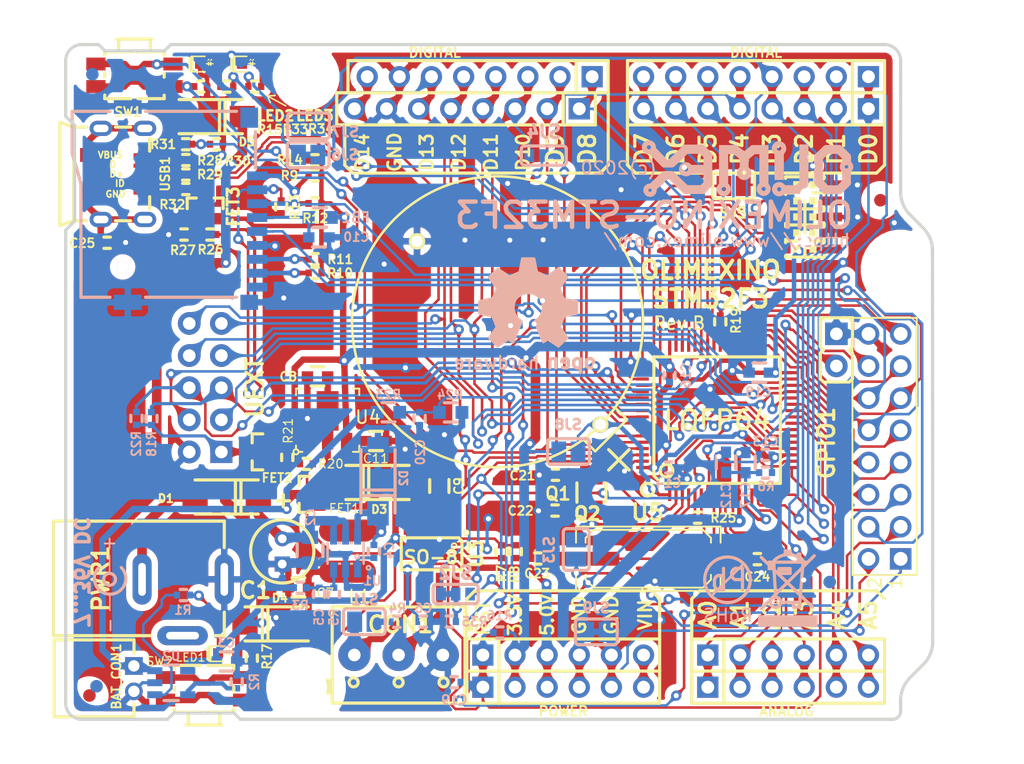
<source format=kicad_pcb>
(kicad_pcb (version 20171130) (host pcbnew 5.1.5+dfsg1-2build2)
  (layers (0 F.Cu signal) (31 B.Cu signal) (34 B.Paste user) (35 F.Paste user) (36 B.SilkS user) (37 F.SilkS user) (38 B.Mask user) (39 F.Mask user) (44 Edge.Cuts user))
  (net 0 "")
  (net 1 +BATT)
  (net 2 GND)
  (net 3 /VBAT)
  (net 4 "Net-(C1-Pad1)")
  (net 5 +5V)
  (net 6 "Net-(C4-Pad2)")
  (net 7 "Net-(C4-Pad1)")
  (net 8 "Net-(C5-Pad2)")
  (net 9 "Net-(C6-Pad2)")
  (net 10 "Net-(C7-Pad2)")
  (net 11 "Net-(C8-Pad2)")
  (net 12 "Net-(C10-Pad2)")
  (net 13 +3.3VA)
  (net 14 GNDA)
  (net 15 /RESET)
  (net 16 /D27)
  (net 17 "Net-(C21-Pad2)")
  (net 18 /D23)
  (net 19 "Net-(C23-Pad2)")
  (net 20 "Net-(C24-Pad2)")
  (net 21 "Net-(C25-Pad2)")
  (net 22 "Net-(CON1-Pad1)")
  (net 23 "Net-(CON1-Pad2)")
  (net 24 "Net-(CON2-Pad10)")
  (net 25 /D13_SCK1_LED1)
  (net 26 /D11_MOSI1)
  (net 27 /D12_MISO1)
  (net 28 /D30_USART3RX)
  (net 29 /D29_USART3TX)
  (net 30 /D8_I2C2_SDA)
  (net 31 /D7_I2C2_SCL)
  (net 32 "Net-(CON2-Pad1)")
  (net 33 /TDI)
  (net 34 "Net-(CON3-Pad7)")
  (net 35 /TDO_SWO)
  (net 36 /TCK_SWCLK)
  (net 37 /TMS_SWDIO)
  (net 38 /D21)
  (net 39 "Net-(D1-Pad2)")
  (net 40 "Net-(D5-Pad2)")
  (net 41 "Net-(FET2-Pad1)")
  (net 42 "Net-(FET3-Pad1)")
  (net 43 "Net-(FET3-Pad3)")
  (net 44 /D32_SCK2)
  (net 45 /D31_#SS2)
  (net 46 /D28)
  (net 47 /D26)
  (net 48 /D25_MMCCS)
  (net 49 /D24_CANTX)
  (net 50 /D23E)
  (net 51 /D33_MISO2)
  (net 52 /D34_MOSI2)
  (net 53 /D35)
  (net 54 /D36)
  (net 55 /D37)
  (net 56 "Net-(LED2-Pad2)")
  (net 57 "Net-(LED3-Pad2)")
  (net 58 "Net-(MICRO_SD1-Pad9)")
  (net 59 "Net-(MICRO_SD1-Pad8)")
  (net 60 "Net-(MICRO_SD1-Pad1)")
  (net 61 /D14_CANRX)
  (net 62 /D9)
  (net 63 /D10_#SS1)
  (net 64 /D0_RXD2)
  (net 65 /D1_TXD2)
  (net 66 /D2)
  (net 67 /D3_LED2)
  (net 68 /D4)
  (net 69 /D5)
  (net 70 /D6)
  (net 71 /D15_A0)
  (net 72 /D16_A1)
  (net 73 /D17_A2)
  (net 74 /D18_A3)
  (net 75 /D19_A4)
  (net 76 /D20_A5)
  (net 77 /VIN)
  (net 78 "Net-(PWR1-Pad3)")
  (net 79 "Net-(R2-Pad1)")
  (net 80 "Net-(R4-Pad1)")
  (net 81 "Net-(R7-Pad1)")
  (net 82 "Net-(R14-Pad2)")
  (net 83 /BOOT0)
  (net 84 "Net-(R17-Pad2)")
  (net 85 "Net-(R19-Pad2)")
  (net 86 /PF4)
  (net 87 /DISC)
  (net 88 /USBD_N)
  (net 89 /USBC_N)
  (net 90 /USBD_P)
  (net 91 /USBC_P)
  (net 92 /USBDET)
  (net 93 "Net-(R33-Pad2)")
  (net 94 "Net-(R34-Pad2)")
  (net 95 "Net-(R35-Pad2)")
  (net 96 /PB2)
  (net 97 /TRST)
  (net 98 "Net-(USB1-Pad4)")
  (net 99 +3.3V)
  (net 100 "Net-(LED1-Pad1)")
  (net 101 "Net-(R1-Pad1)")
  (module OLIMEX_Connectors-FP:TFC-WPAPR-08 (layer B.Cu) (at 68.8 58.1 180)
    (fp_text reference MICRO_SD1 hide)
    (fp_text value "MICRO_SD(TFC-WPAPR-08)")
    (pad 1 smd rect (at -7 2.25 270) (size 0.7 1.6) (layers B.Cu) (net 60 "Net-(MICRO_SD1-Pad1)") (clearance 0.0508))
    (pad 2 smd rect (at -7 1.15 270) (size 0.7 1.6) (layers B.Cu) (net 48 /D25_MMCCS) (clearance 0.0508))
    (pad 3 smd rect (at -7 0.05 270) (size 0.7 1.6) (layers B.Cu) (net 52 /D34_MOSI2) (clearance 0.0508))
    (pad 4 smd rect (at -7 -1.05 270) (size 0.7 1.6) (layers B.Cu) (net 12 "Net-(C10-Pad2)") (clearance 0.0508))
    (pad 5 smd rect (at -7 -2.15 270) (size 0.7 1.6) (layers B.Cu) (net 44 /D32_SCK2) (clearance 0.0508))
    (pad 6 smd rect (at -7 -3.25 270) (size 0.7 1.6) (layers B.Cu) (net 2 GND) (clearance 0.0508))
    (pad 7 smd rect (at -7 -4.35 270) (size 0.7 1.6) (layers B.Cu) (net 51 /D33_MISO2) (clearance 0.0508))
    (pad 8 smd rect (at -7 -5.45 270) (size 0.7 1.6) (layers B.Cu) (net 59 "Net-(MICRO_SD1-Pad8)") (clearance 0.0508))
    (pad 9 smd rect (at -7 -6.55 270) (size 0.7 1.6) (layers B.Cu) (net 58 "Net-(MICRO_SD1-Pad9)") (clearance 0.0508))
    (pad 10 smd rect (at -6.37 -7.75 270) (size 1.2 1.4) (layers B.Cu B.Mask) (net 2 GND) (clearance 0.0508))
    (pad 11 smd rect (at -6.37 6.85 270) (size 1.6 1.4) (layers B.Cu B.Mask) (clearance 0.0508))
    (pad 12 smd rect (at 3.23 -7.75 270) (size 1.2 2.2) (layers B.Cu B.Mask) (net 2 GND) (clearance 0.0508))
    (pad 13 smd rect (at 3.23 7.75 270) (size 1.2 2.2) (layers B.Cu B.Mask) (net 2 GND) (clearance 0.0508))
    (pad "" np_thru_hole circle (at 3.6322 3.048 180) (size 1 1) (drill 1) (layers *.Cu *.Mask B.SilkS))
    (pad "" np_thru_hole circle (at 3.6322 -4.953 180) (size 1 1) (drill 1) (layers *.Cu *.Mask B.SilkS))
  )
  (module OLIMEX_Connectors-FP:CR2032-PTH-PLASTIC (layer F.Cu) (at 94.8 67.39 315)
    (fp_text reference BAT_HOLDER1 hide)
    (fp_text value CR2016_32)
    (fp_text user + (at 14.5 0.7 315 unlocked) (layer F.SilkS) (effects (font (size 3 3) (thickness 0.25))))
    (pad 1 thru_hole circle (at 11.5 0 315) (size 1.3 1.3) (drill 0.9) (layers *.Cu *.Mask F.SilkS) (net 3 /VBAT))
    (pad 2 thru_hole circle (at -9 0 315) (size 1.3 1.3) (drill 0.9) (layers *.Cu *.Mask F.SilkS) (net 2 GND))
  )
  (module OLIMEX_LOGOs-FP:LOGO_PBFREE (layer B.Cu) (at 113.18 87.47)
    (fp_text reference "")
    (fp_text value "")
    (fp_text user Pb (at -0.08636 0.33528) (layer B.SilkS) (effects (font (size 1.7 1.5) (thickness 0.254)) (justify mirror)))
  )
  (module OLIMEX_LOGOs-FP:LOGO_RECYCLEBIN_1 (layer B.Cu) (at 120.09 91.47 180)
    (fp_text reference "" hide)
    (fp_text value "" hide)
  )
  (module OLIMEX_LOGOs-FP:LOGO_OPENHARDWARE_8x8 (layer B.Cu) (at 97.24 66.36 180)
    (fp_text reference "" hide)
    (fp_text value "" hide)
    (fp_text user hardware (at 2.51206 -4.2672) (layer B.SilkS) (effects (font (thickness 0.18)) (justify mirror)))
    (fp_text user open (at -3.40106 -4.17576) (layer B.SilkS) (effects (font (size 1.1 1.1) (thickness 0.254)) (justify mirror)))
  )
  (module OLIMEX_LOGOs-FP:OLIMEX_LOGO_TB (layer B.Cu) (at 114.4 55.26 180)
    (fp_text reference "" hide)
    (fp_text value "" hide)
  )
  (module OLIMEX_Other-FP:Fiducial1x3_transp (layer F.Cu) (at 62.54 96.93)
    (fp_text reference Ref* hide)
    (fp_text value Val** hide)
    (pad Fid1 connect circle (at 0 0) (size 1 1) (layers F.Cu F.Mask) (clearance 1.016))
  )
  (module OLIMEX_Other-FP:Fiducial1x3_transp (layer F.Cu) (at 62.7 63.3)
    (fp_text reference Ref* hide)
    (fp_text value Val** hide)
    (pad Fid1 connect circle (at 0 0) (size 1 1) (layers F.Cu F.Mask) (clearance 1.016))
  )
  (module OLIMEX_Other-FP:Fiducial1x3_transp (layer F.Cu) (at 125.07 57.78)
    (fp_text reference Ref* hide)
    (fp_text value Val** hide)
    (pad Fid1 connect circle (at 0 0) (size 1 1) (layers F.Cu F.Mask) (clearance 1.016))
  )
  (module OLIMEX_Other-FP:Fiducial1x3_transp (layer B.Cu) (at 116.61 53.54)
    (fp_text reference Ref* hide)
    (fp_text value Val** hide)
    (pad Fid1 connect circle (at 0 0) (size 1 1) (layers B.Cu B.Mask) (clearance 1.016))
  )
  (module OLIMEX_Other-FP:Fiducial1x3_transp (layer B.Cu) (at 62.77 47.82)
    (fp_text reference Ref* hide)
    (fp_text value Val** hide)
    (pad Fid1 connect circle (at 0 0) (size 1 1) (layers B.Cu B.Mask) (clearance 1.016))
  )
  (module OLIMEX_Other-FP:Fiducial1x3_transp (layer B.Cu) (at 63.1 96.2)
    (fp_text reference Ref* hide)
    (fp_text value Val** hide)
    (pad Fid1 connect circle (at 0 0) (size 1 1) (layers B.Cu B.Mask) (clearance 1.016))
  )
  (module OLIMEX_Other-FP:Fiducial1x3_transp (layer B.Cu) (at 121.06 87.96)
    (fp_text reference Ref* hide)
    (fp_text value Val** hide)
    (pad Fid1 connect circle (at 0 0) (size 1 1) (layers B.Cu B.Mask) (clearance 1.016))
  )
  (module OLIMEX_Jumpers-FP:SJ_2_SMALL_12_TIED (layer B.Cu) (at 91.49 88.91)
    (fp_text reference SJ2 (at -0.01 -1.68) (layer B.SilkS) (effects (font (thickness 0.25)) (justify mirror)))
    (fp_text value "SJ2W_Closed(1-2)")
    (fp_line (start -0.6 0) (end -0.5 0) (layer B.Cu) (width 0.508))
    (pad 1 smd rect (at -1.143 0) (size 0.762 1.016) (layers B.Cu B.Mask) (net 96 /PB2) (clearance 0.0508))
    (pad 2 smd rect (at 0 0) (size 0.762 1.016) (layers B.Cu B.Mask) (net 95 "Net-(R35-Pad2)") (clearance 0.0508))
    (pad 3 smd rect (at 1.143 0) (size 0.762 1.016) (layers B.Cu B.Mask) (net 38 /D21) (clearance 0.0508))
  )
  (module OLIMEX_Jumpers-FP:SJ_2_SMALL_12_TIED (layer B.Cu) (at 98.46 54.25 180)
    (fp_text reference SJ4 (at 0 1.8796) (layer B.SilkS) (effects (font (thickness 0.25)) (justify mirror)))
    (fp_text value "SJ2W_Closed(1-2)")
    (fp_line (start -0.7 0) (end -0.4 0) (layer B.Cu) (width 0.508))
    (pad 1 smd rect (at -1.143 0 180) (size 0.762 1.016) (layers B.Cu B.Mask) (net 68 /D4) (clearance 0.0508))
    (pad 2 smd rect (at 0 0 180) (size 0.762 1.016) (layers B.Cu B.Mask) (net 24 "Net-(CON2-Pad10)") (clearance 0.0508))
    (pad 3 smd rect (at 1.143 0 180) (size 0.762 1.016) (layers B.Cu B.Mask) (net 63 /D10_#SS1) (clearance 0.0508))
  )
  (module OLIMEX_Jumpers-FP:SJ_Closed (layer B.Cu) (at 79.86 51.9 180)
    (fp_text reference SJ7 (at -2.91 -0.47 180) (layer B.SilkS) (effects (font (size 0.8 0.8) (thickness 0.2)) (justify mirror)))
    (fp_text value closed)
    (fp_line (start 0.2 0) (end -0.2 0) (layer B.Cu) (width 0.508))
    (pad 1 smd rect (at -0.762 0 180) (size 1.1684 1.6002) (layers B.Cu B.Mask) (net 67 /D3_LED2) (clearance 0.0508))
    (pad 2 smd rect (at 0.762 0 180) (size 1.1684 1.6002) (layers B.Cu B.Mask) (net 94 "Net-(R34-Pad2)") (clearance 0.0508))
  )
  (module OLIMEX_Jumpers-FP:SJ_Closed (layer B.Cu) (at 102.61 91.9)
    (fp_text reference SJ9 (at -0.01 -1.9) (layer B.SilkS) (effects (font (size 0.8 0.8) (thickness 0.2)) (justify mirror)))
    (fp_text value closed)
    (fp_line (start 0.2 0) (end -0.2 0) (layer B.Cu) (width 0.508))
    (pad 1 smd rect (at -0.762 0) (size 1.1684 1.6002) (layers B.Cu B.Mask) (net 14 GNDA) (clearance 0.0508))
    (pad 2 smd rect (at 0.762 0) (size 1.1684 1.6002) (layers B.Cu B.Mask) (net 2 GND) (clearance 0.0508))
  )
  (module OLIMEX_Jumpers-FP:SJ_Closed (layer B.Cu) (at 79.83 54.19 180)
    (fp_text reference SJ6 (at -2.92 0) (layer B.SilkS) (effects (font (size 0.8 0.8) (thickness 0.2)) (justify mirror)))
    (fp_text value closed)
    (fp_line (start 0.2 0) (end -0.2 0) (layer B.Cu) (width 0.508))
    (pad 1 smd rect (at -0.762 0 180) (size 1.1684 1.6002) (layers B.Cu B.Mask) (net 25 /D13_SCK1_LED1) (clearance 0.0508))
    (pad 2 smd rect (at 0.762 0 180) (size 1.1684 1.6002) (layers B.Cu B.Mask) (net 93 "Net-(R33-Pad2)") (clearance 0.0508))
  )
  (module OLIMEX_Cases-FP:ARDUINO-STM32-PLATFORM (layer F.Cu) (at 101.26549 72.142321)
    (fp_text reference PLATFORM1)
    (fp_text value "STM32-MAPPLE_Platform(2xPN1x8+2xPN1x6)")
    (fp_line (start -39.90127 -12.7) (end -39.90127 -20.3) (layer Edge.Cuts) (width 0.254))
    (fp_line (start -40.60127 -12) (end -39.90127 -12.7) (layer Edge.Cuts) (width 0.254))
    (fp_line (start -40.60127 -21) (end -39.90127 -20.3) (layer Edge.Cuts) (width 0.254))
    (fp_line (start -32.05 26.17) (end -32.55 26.67) (layer Edge.Cuts) (width 0.254))
    (fp_line (start -27.3 26.17) (end -32.05 26.17) (layer Edge.Cuts) (width 0.254))
    (fp_line (start -26.8 26.67) (end -27.3 26.17) (layer Edge.Cuts) (width 0.254))
    (fp_line (start -32.8 -26.17) (end -32.3 -26.67) (layer Edge.Cuts) (width 0.254))
    (fp_line (start -37.5 -26.17) (end -32.8 -26.17) (layer Edge.Cuts) (width 0.254))
    (fp_line (start -38 -26.67) (end -37.5 -26.17) (layer Edge.Cuts) (width 0.254))
    (fp_line (start 25.39873 -25.4) (end 25.397363 -15.00632) (layer Edge.Cuts) (width 0.254))
    (fp_line (start 26.14041 -13.22578) (end 27.195505 -12.15898) (layer Edge.Cuts) (width 0.254))
    (fp_line (start 27.919525 -10.360662) (end 27.93873 20.53844) (layer Edge.Cuts) (width 0.254))
    (fp_line (start 27.19451 22.33422) (end 26.14041 23.38832) (layer Edge.Cuts) (width 0.254))
    (fp_line (start 25.39873 25.1841) (end 25.39873 26.035) (layer Edge.Cuts) (width 0.254))
    (fp_line (start 24.76373 26.67) (end -26.8 26.67) (layer Edge.Cuts) (width 0.254))
    (fp_line (start -40.60127 25.4) (end -40.60127 -12) (layer Edge.Cuts) (width 0.254))
    (fp_line (start -32.3 -26.67) (end 24.12873 -26.67) (layer Edge.Cuts) (width 0.254))
    (fp_arc (start 24.12873 -25.4) (end 24.12873 -26.67) (angle 90) (layer Edge.Cuts) (width 0.254))
    (fp_arc (start 27.93873 -15.02156) (end 26.14041 -13.22578) (angle 44.61592887) (layer Edge.Cuts) (width 0.254))
    (fp_arc (start 25.395202 -10.389253) (end 27.195505 -12.15898) (angle 45.15821617) (layer Edge.Cuts) (width 0.254))
    (fp_arc (start 25.39873 20.53844) (end 27.93873 20.53844) (angle 45) (layer Edge.Cuts) (width 0.254))
    (fp_arc (start 27.93873 25.1841) (end 25.39873 25.1841) (angle 44.93919799) (layer Edge.Cuts) (width 0.254))
    (fp_arc (start 24.76373 26.035) (end 25.39873 26.035) (angle 90) (layer Edge.Cuts) (width 0.254))
    (fp_arc (start -39.33127 25.4) (end -39.33127 26.67) (angle 90) (layer Edge.Cuts) (width 0.254))
    (fp_arc (start -39.33127 -25.4) (end -40.60127 -25.4) (angle 90) (layer Edge.Cuts) (width 0.254))
    (fp_text user 5.0V (at -2.54127 18.415 90) (layer F.SilkS) (effects (font (size 1.016 1.016) (thickness 0.2032))))
    (fp_text user GND (at -0.00127 18.415 90) (layer F.SilkS) (effects (font (size 1.016 1.016) (thickness 0.2032))))
    (fp_text user GND (at 2.53873 18.415 90) (layer F.SilkS) (effects (font (size 1.016 1.016) (thickness 0.2032))))
    (fp_text user VIN (at 5.20573 18.415 90) (layer F.SilkS) (effects (font (size 1.016 1.016) (thickness 0.2032))))
    (fp_text user POWER (at -1.27127 26.035 180) (layer F.SilkS) (effects (font (size 0.762 0.762) (thickness 0.1524))))
    (fp_text user A0 (at 10.15873 18.415 90) (layer F.SilkS) (effects (font (size 1.27 1.27) (thickness 0.254))))
    (fp_text user A1 (at 12.69873 18.415 90) (layer F.SilkS) (effects (font (size 1.27 1.27) (thickness 0.254))))
    (fp_text user A2 (at 15.23873 18.415 90) (layer F.SilkS) (effects (font (size 1.27 1.27) (thickness 0.254))))
    (fp_text user A3 (at 17.77873 18.415 90) (layer F.SilkS) (effects (font (size 1.27 1.27) (thickness 0.254))))
    (fp_text user A4 (at 20.31873 18.415 90) (layer F.SilkS) (effects (font (size 1.27 1.27) (thickness 0.254))))
    (fp_text user A5 (at 22.85873 18.415 90) (layer F.SilkS) (effects (font (size 1.27 1.27) (thickness 0.254))))
    (fp_text user ANALOG (at 16.38173 26.035 180) (layer F.SilkS) (effects (font (size 0.762 0.762) (thickness 0.1524))))
    (fp_text user D0 (at 22.85873 -18.415 270) (layer F.SilkS) (effects (font (size 1.27 1.27) (thickness 0.254))))
    (fp_text user D1 (at 20.31873 -18.415 270) (layer F.SilkS) (effects (font (size 1.27 1.27) (thickness 0.254))))
    (fp_text user D2 (at 17.77873 -18.415 270) (layer F.SilkS) (effects (font (size 1.27 1.27) (thickness 0.254))))
    (fp_text user D3 (at 15.23873 -18.415 270) (layer F.SilkS) (effects (font (size 1.27 1.27) (thickness 0.254))))
    (fp_text user D4 (at 12.69873 -18.415 270) (layer F.SilkS) (effects (font (size 1.27 1.27) (thickness 0.254))))
    (fp_text user D5 (at 10.15873 -18.415 270) (layer F.SilkS) (effects (font (size 1.27 1.27) (thickness 0.254))))
    (fp_text user DIGITAL (at 13.96873 -26.035) (layer F.SilkS) (effects (font (size 0.762 0.762) (thickness 0.1524))))
    (fp_text user D6 (at 7.61873 -18.415 270) (layer F.SilkS) (effects (font (size 1.27 1.27) (thickness 0.254))))
    (fp_text user D7 (at 5.07873 -18.415 270) (layer F.SilkS) (effects (font (size 1.27 1.27) (thickness 0.254))))
    (fp_text user D8 (at 0.63373 -18.415 270) (layer F.SilkS) (effects (font (size 1.27 1.27) (thickness 0.254))))
    (fp_text user D9 (at -1.90627 -18.415 270) (layer F.SilkS) (effects (font (size 1.27 1.27) (thickness 0.254))))
    (fp_text user D10 (at -4.44627 -18.161 270) (layer F.SilkS) (effects (font (size 1.016 1.016) (thickness 0.2032))))
    (fp_text user D11 (at -6.98627 -18.161 270) (layer F.SilkS) (effects (font (size 1.016 1.016) (thickness 0.2032))))
    (fp_text user D12 (at -9.52627 -18.161 270) (layer F.SilkS) (effects (font (size 1.016 1.016) (thickness 0.2032))))
    (fp_text user D13 (at -12.06627 -18.161 270) (layer F.SilkS) (effects (font (size 1.016 1.016) (thickness 0.2032))))
    (fp_text user GND (at -14.60627 -18.161 270) (layer F.SilkS) (effects (font (size 1.016 1.016) (thickness 0.2032))))
    (fp_text user D14 (at -17.14627 -18.161 90) (layer F.SilkS) (effects (font (size 1.016 1.016) (thickness 0.2032))))
    (fp_text user DIGITAL (at -11.43127 -26.035) (layer F.SilkS) (effects (font (size 0.762 0.762) (thickness 0.1524))))
    (fp_text user 3.3V (at -5.08127 18.415 90) (layer F.SilkS) (effects (font (size 1.016 1.016) (thickness 0.2032))))
    (fp_text user RST (at -7.62127 18.669 90) (layer F.SilkS) (effects (font (size 1.016 1.016) (thickness 0.2032))))
    (fp_line (start -39.33127 -26.67) (end -38 -26.67) (layer Edge.Cuts) (width 0.254))
    (fp_line (start -40.60127 -21) (end -40.60127 -25.4) (layer Edge.Cuts) (width 0.254))
    (fp_line (start -32.55 26.67) (end -39.33127 26.67) (layer Edge.Cuts) (width 0.254))
    (pad "" np_thru_hole circle (at -21.6 -24.13) (size 3.3 3.3) (drill 3.3) (layers *.Cu *.Mask) (clearance 1))
    (pad "" np_thru_hole circle (at -21.6 24.13) (size 3.3 3.3) (drill 3.3) (layers *.Cu *.Mask) (clearance 1.5))
    (pad "" np_thru_hole circle (at 25.39873 -8.89) (size 3.3 3.3) (drill 3.3) (layers *.Cu *.Mask) (clearance 1.5))
    (pad "" np_thru_hole circle (at 25.39873 19.05) (size 3.3 3.3) (drill 3.3) (layers *.Cu *.Mask) (clearance 1))
    (pad 28 thru_hole circle (at -17.78127 -21.59) (size 1.6764 1.6764) (drill 1.016) (layers *.Cu *.Mask) (net 61 /D14_CANRX))
    (pad 21 thru_hole rect (at -0.00381 -21.59) (size 1.6764 1.6764) (drill 1.016) (layers *.Cu *.Mask) (net 30 /D8_I2C2_SDA))
    (pad 22 thru_hole circle (at -2.54127 -21.59) (size 1.6764 1.6764) (drill 1.016) (layers *.Cu *.Mask) (net 62 /D9))
    (pad 23 thru_hole circle (at -5.08127 -21.59) (size 1.6764 1.6764) (drill 1.016) (layers *.Cu *.Mask) (net 63 /D10_#SS1))
    (pad 24 thru_hole circle (at -7.62127 -21.59) (size 1.6764 1.6764) (drill 1.016) (layers *.Cu *.Mask) (net 26 /D11_MOSI1))
    (pad 25 thru_hole circle (at -10.16127 -21.59) (size 1.6764 1.6764) (drill 1.016) (layers *.Cu *.Mask) (net 27 /D12_MISO1))
    (pad 26 thru_hole circle (at -12.70127 -21.59) (size 1.6764 1.6764) (drill 1.016) (layers *.Cu *.Mask) (net 25 /D13_SCK1_LED1))
    (pad 27 thru_hole circle (at -15.24127 -21.59) (size 1.6764 1.6764) (drill 1.016) (layers *.Cu *.Mask) (net 2 GND))
    (pad 13 thru_hole rect (at 22.85873 -21.59) (size 1.6764 1.6764) (drill 1.016) (layers *.Cu *.Mask) (net 64 /D0_RXD2))
    (pad 14 thru_hole circle (at 20.31873 -21.59) (size 1.6764 1.6764) (drill 1.016) (layers *.Cu *.Mask) (net 65 /D1_TXD2))
    (pad 15 thru_hole circle (at 17.77873 -21.59) (size 1.6764 1.6764) (drill 1.016) (layers *.Cu *.Mask) (net 66 /D2))
    (pad 16 thru_hole circle (at 15.23873 -21.59) (size 1.6764 1.6764) (drill 1.016) (layers *.Cu *.Mask) (net 67 /D3_LED2))
    (pad 17 thru_hole circle (at 12.69873 -21.59) (size 1.6764 1.6764) (drill 1.016) (layers *.Cu *.Mask) (net 68 /D4))
    (pad 18 thru_hole circle (at 10.15873 -21.59) (size 1.6764 1.6764) (drill 1.016) (layers *.Cu *.Mask) (net 69 /D5))
    (pad 19 thru_hole circle (at 7.61873 -21.59) (size 1.6764 1.6764) (drill 1.016) (layers *.Cu *.Mask) (net 70 /D6))
    (pad 20 thru_hole circle (at 5.07873 -21.59) (size 1.6764 1.6764) (drill 1.016) (layers *.Cu *.Mask) (net 31 /D7_I2C2_SCL))
    (pad 7 thru_hole rect (at 10.15873 21.59) (size 1.6764 1.6764) (drill 1.016) (layers *.Cu *.Mask) (net 71 /D15_A0))
    (pad 8 thru_hole circle (at 12.69873 21.59) (size 1.6764 1.6764) (drill 1.016) (layers *.Cu *.Mask) (net 72 /D16_A1))
    (pad 9 thru_hole circle (at 15.23873 21.59) (size 1.6764 1.6764) (drill 1.016) (layers *.Cu *.Mask) (net 73 /D17_A2))
    (pad 10 thru_hole circle (at 17.77873 21.59) (size 1.6764 1.6764) (drill 1.016) (layers *.Cu *.Mask) (net 74 /D18_A3))
    (pad 11 thru_hole circle (at 20.31873 21.59) (size 1.6764 1.6764) (drill 1.016) (layers *.Cu *.Mask) (net 75 /D19_A4))
    (pad 12 thru_hole circle (at 22.85873 21.59) (size 1.6764 1.6764) (drill 1.016) (layers *.Cu *.Mask) (net 76 /D20_A5))
    (pad 2 thru_hole circle (at -5.08127 21.59) (size 1.6764 1.6764) (drill 1.016) (layers *.Cu *.Mask) (net 99 +3.3V))
    (pad 3 thru_hole circle (at -2.54127 21.59) (size 1.6764 1.6764) (drill 1.016) (layers *.Cu *.Mask) (net 5 +5V))
    (pad 4 thru_hole circle (at -0.00127 21.59) (size 1.6764 1.6764) (drill 1.016) (layers *.Cu *.Mask) (net 14 GNDA))
    (pad 5 thru_hole circle (at 2.53873 21.59) (size 1.6764 1.6764) (drill 1.016) (layers *.Cu *.Mask) (net 2 GND))
    (pad 1 thru_hole rect (at -7.62127 21.59) (size 1.6764 1.6764) (drill 1.016) (layers *.Cu *.Mask) (net 15 /RESET))
    (pad 6 thru_hole circle (at 5.07873 21.59) (size 1.6764 1.6764) (drill 1.016) (layers *.Cu *.Mask) (net 77 /VIN))
    (pad 6 thru_hole circle (at 5.07873 24.13) (size 1.6764 1.6764) (drill 1.016) (layers *.Cu *.Mask) (net 77 /VIN))
    (pad 1 thru_hole rect (at -7.62127 24.13) (size 1.6764 1.6764) (drill 1.016) (layers *.Cu *.Mask) (net 15 /RESET))
    (pad 27 thru_hole circle (at -14.22527 -24.13) (size 1.6764 1.6764) (drill 1.016) (layers *.Cu *.Mask) (net 2 GND))
    (pad 5 thru_hole circle (at 2.53873 24.13) (size 1.6764 1.6764) (drill 1.016) (layers *.Cu *.Mask) (net 2 GND))
    (pad 4 thru_hole circle (at -0.00127 24.13) (size 1.6764 1.6764) (drill 1.016) (layers *.Cu *.Mask) (net 14 GNDA))
    (pad 26 thru_hole circle (at -11.68527 -24.13) (size 1.6764 1.6764) (drill 1.016) (layers *.Cu *.Mask) (net 25 /D13_SCK1_LED1))
    (pad 25 thru_hole circle (at -9.14527 -24.13) (size 1.6764 1.6764) (drill 1.016) (layers *.Cu *.Mask) (net 27 /D12_MISO1))
    (pad 24 thru_hole circle (at -6.60527 -24.13) (size 1.6764 1.6764) (drill 1.016) (layers *.Cu *.Mask) (net 26 /D11_MOSI1))
    (pad 23 thru_hole circle (at -4.06527 -24.13) (size 1.6764 1.6764) (drill 1.016) (layers *.Cu *.Mask) (net 63 /D10_#SS1))
    (pad 22 thru_hole circle (at -1.52527 -24.13) (size 1.6764 1.6764) (drill 1.016) (layers *.Cu *.Mask) (net 62 /D9))
    (pad 21 thru_hole rect (at 1.01219 -24.13) (size 1.6764 1.6764) (drill 1.016) (layers *.Cu *.Mask) (net 30 /D8_I2C2_SDA))
    (pad 20 thru_hole circle (at 5.07873 -24.13) (size 1.6764 1.6764) (drill 1.016) (layers *.Cu *.Mask) (net 31 /D7_I2C2_SCL))
    (pad 19 thru_hole circle (at 7.61873 -24.13) (size 1.6764 1.6764) (drill 1.016) (layers *.Cu *.Mask) (net 70 /D6))
    (pad 18 thru_hole circle (at 10.15873 -24.13) (size 1.6764 1.6764) (drill 1.016) (layers *.Cu *.Mask) (net 69 /D5))
    (pad 17 thru_hole circle (at 12.69873 -24.13) (size 1.6764 1.6764) (drill 1.016) (layers *.Cu *.Mask) (net 68 /D4))
    (pad 16 thru_hole circle (at 15.23873 -24.13) (size 1.6764 1.6764) (drill 1.016) (layers *.Cu *.Mask) (net 67 /D3_LED2))
    (pad 15 thru_hole circle (at 17.77873 -24.13) (size 1.6764 1.6764) (drill 1.016) (layers *.Cu *.Mask) (net 66 /D2))
    (pad 14 thru_hole circle (at 20.31873 -24.13) (size 1.6764 1.6764) (drill 1.016) (layers *.Cu *.Mask) (net 65 /D1_TXD2))
    (pad 13 thru_hole rect (at 22.85873 -24.13) (size 1.6764 1.6764) (drill 1.016) (layers *.Cu *.Mask) (net 64 /D0_RXD2))
    (pad 28 thru_hole circle (at -16.76527 -24.13) (size 1.6764 1.6764) (drill 1.016) (layers *.Cu *.Mask) (net 61 /D14_CANRX))
    (pad 12 thru_hole circle (at 22.85873 24.13) (size 1.6764 1.6764) (drill 1.016) (layers *.Cu *.Mask) (net 76 /D20_A5))
    (pad 11 thru_hole circle (at 20.31873 24.13) (size 1.6764 1.6764) (drill 1.016) (layers *.Cu *.Mask) (net 75 /D19_A4))
    (pad 10 thru_hole circle (at 17.77873 24.13) (size 1.6764 1.6764) (drill 1.016) (layers *.Cu *.Mask) (net 74 /D18_A3))
    (pad 9 thru_hole circle (at 15.23873 24.13) (size 1.6764 1.6764) (drill 1.016) (layers *.Cu *.Mask) (net 73 /D17_A2))
    (pad 8 thru_hole circle (at 12.69873 24.13) (size 1.6764 1.6764) (drill 1.016) (layers *.Cu *.Mask) (net 72 /D16_A1))
    (pad 7 thru_hole rect (at 10.15873 24.13) (size 1.6764 1.6764) (drill 1.016) (layers *.Cu *.Mask) (net 71 /D15_A0))
    (pad 3 thru_hole circle (at -2.54127 24.13) (size 1.6764 1.6764) (drill 1.016) (layers *.Cu *.Mask) (net 5 +5V))
    (pad 2 thru_hole circle (at -5.08127 24.13) (size 1.6764 1.6764) (drill 1.016) (layers *.Cu *.Mask) (net 99 +3.3V))
  )
  (module OLIMEX_Connectors-FP:HN1x2 (layer F.Cu) (at 121.59 69.61 270)
    (fp_text reference CON4 hide)
    (fp_text value WAKE)
    (pad 2 thru_hole circle (at 1.27 0 270) (size 1.778 1.778) (drill 1) (layers *.Cu *.Mask) (net 38 /D21))
    (pad 1 thru_hole rect (at -1.27 0 270) (size 1.778 1.778) (drill 1) (layers *.Cu *.Mask) (net 2 GND))
  )
  (module "OLIMEX_Connectors-FP:GPH127SMT-02X05(PA-V16X-2X5-LF)" (layer F.Cu) (at 119.1 59.1 90)
    (fp_text reference CON3 hide)
    (fp_text value SWD)
    (pad "" np_thru_hole circle (at -1.905 0 90) (size 0.7 0.7) (drill 0.7) (layers *.Cu *.Mask))
    (pad "" np_thru_hole circle (at 1.905 0 90) (size 0.7 0.7) (drill 0.7) (layers *.Cu *.Mask))
    (pad 10 smd rect (at 2.54 -2.032) (size 1.8 0.7) (layers F.Cu F.Paste F.Mask) (net 15 /RESET))
    (pad 9 smd rect (at 2.54 2.032) (size 1.8 0.7) (layers F.Cu F.Paste F.Mask) (net 2 GND))
    (pad 8 smd rect (at 1.27 -2.032) (size 1.8 0.7) (layers F.Cu F.Paste F.Mask) (net 33 /TDI))
    (pad 7 smd rect (at 1.27 2.032) (size 1.8 0.7) (layers F.Cu F.Paste F.Mask) (net 34 "Net-(CON3-Pad7)"))
    (pad 6 smd rect (at 0 -2.032) (size 1.8 0.7) (layers F.Cu F.Paste F.Mask) (net 35 /TDO_SWO))
    (pad 5 smd rect (at 0 2.032) (size 1.8 0.7) (layers F.Cu F.Paste F.Mask) (net 2 GND))
    (pad 4 smd rect (at -1.27 -2.032) (size 1.8 0.7) (layers F.Cu F.Paste F.Mask) (net 36 /TCK_SWCLK))
    (pad 3 smd rect (at -1.27 2.032) (size 1.8 0.7) (layers F.Cu F.Paste F.Mask) (net 2 GND))
    (pad 2 smd rect (at -2.54 -2.032) (size 1.8 0.7) (layers F.Cu F.Paste F.Mask) (net 37 /TMS_SWDIO))
    (pad 1 smd rect (at -2.54 2.032) (size 1.8 0.7) (layers F.Cu F.Paste F.Mask) (net 99 +3.3V))
  )
  (module OLIMEX_Connectors-FP:USB-MICRO_MISB-SWMM-5B_LF (layer F.Cu) (at 63.7 55.7 180)
    (fp_text reference USB1 (at -4.826 0 90) (layer F.SilkS) (effects (font (size 0.7 0.7))))
    (fp_text value uiCRO)
    (fp_text user GND (at -0.9 -1.6) (layer F.SilkS) (effects (font (size 0.508 0.508) (thickness 0.127))))
    (fp_text user ID (at -1.25 -0.75) (layer F.SilkS) (effects (font (size 0.508 0.508) (thickness 0.127))))
    (fp_text user D+ (at -1 0) (layer F.SilkS) (effects (font (size 0.508 0.508) (thickness 0.127))))
    (fp_text user D- (at -1 0.75) (layer F.SilkS) (effects (font (size 0.508 0.508) (thickness 0.127))))
    (fp_text user VBUS (at -0.5 1.5) (layer F.SilkS) (effects (font (size 0.508 0.508) (thickness 0.127))))
    (pad 1 smd rect (at -3.15 1.3875 270) (size 0.5 1.65) (layers F.Cu F.Paste F.Mask) (net 40 "Net-(D5-Pad2)"))
    (pad 2 smd rect (at -3.15 0.65 270) (size 0.325 1.65) (layers F.Cu F.Paste F.Mask) (net 89 /USBC_N))
    (pad 3 smd rect (at -3.15 0 270) (size 0.325 1.65) (layers F.Cu F.Paste F.Mask) (net 91 /USBC_P))
    (pad 4 smd rect (at -3.15 -0.65 270) (size 0.325 1.65) (layers F.Cu F.Paste F.Mask) (net 98 "Net-(USB1-Pad4)"))
    (pad 5 smd rect (at -3.15 -1.3875 270) (size 0.5 1.65) (layers F.Cu F.Paste F.Mask) (net 2 GND))
    (pad "" np_thru_hole circle (at -1.9 2 270) (size 0.6 0.6) (drill 0.6) (layers *.Cu *.Mask))
    (pad "" np_thru_hole circle (at -1.9 -2 270) (size 0.6 0.6) (drill 0.6) (layers *.Cu *.Mask))
    (pad 0 smd rect (at 1.4 1.5 270) (size 1.1 1) (layers F.Cu F.Paste F.Mask) (net 21 "Net-(C25-Pad2)"))
    (pad 0 smd rect (at 1.4 -1.5 270) (size 1.1 1) (layers F.Cu F.Paste F.Mask) (net 21 "Net-(C25-Pad2)"))
    (pad 0 thru_hole oval (at 0.25 3.6 270) (size 1.2 1.8) (drill oval 0.6 1.2) (layers *.Cu *.Mask) (net 21 "Net-(C25-Pad2)"))
    (pad 0 thru_hole oval (at -3.22 3.6 270) (size 1.2 1.8) (drill oval 0.6 1.2) (layers *.Cu *.Mask) (net 21 "Net-(C25-Pad2)"))
    (pad 0 thru_hole oval (at -3.22 -3.6 270) (size 1.2 1.8) (drill oval 0.6 1.2) (layers *.Cu *.Mask) (net 21 "Net-(C25-Pad2)"))
    (pad 0 thru_hole oval (at 0.25 -3.6 270) (size 1.2 1.8) (drill oval 0.6 1.2) (layers *.Cu *.Mask) (net 21 "Net-(C25-Pad2)"))
  )
  (module OLIMEX_IC-FP:LQFP64_Pitch-0.5mm_12.00x12.00x1.60mm (layer F.Cu) (at 112.16 75.16)
    (fp_text reference U5 (at -5.5 7.3) (layer F.SilkS) (effects (font (size 1.27 1.27) (thickness 0.254))))
    (fp_text value STM32F303RCT6)
    (fp_text user LQFP64 (at 0 0) (layer F.SilkS) (effects (font (size 1.5 1.5) (thickness 0.25))))
    (pad 64 smd rect (at -5.9 3.75 90) (size 0.25 1) (layers F.Cu F.Paste F.Mask) (net 99 +3.3V))
    (pad 63 smd rect (at -5.9 3.25 90) (size 0.25 1) (layers F.Cu F.Paste F.Mask) (net 2 GND))
    (pad 62 smd rect (at -5.9 2.75 90) (size 0.25 1) (layers F.Cu F.Paste F.Mask) (net 49 /D24_CANTX))
    (pad 61 smd rect (at -5.9 2.25 90) (size 0.25 1) (layers F.Cu F.Paste F.Mask) (net 61 /D14_CANRX))
    (pad 60 smd rect (at -5.9 1.75 90) (size 0.25 1) (layers F.Cu F.Paste F.Mask) (net 83 /BOOT0))
    (pad 59 smd rect (at -5.9 1.25 90) (size 0.25 1) (layers F.Cu F.Paste F.Mask) (net 62 /D9))
    (pad 58 smd rect (at -5.9 0.75 90) (size 0.25 1) (layers F.Cu F.Paste F.Mask) (net 69 /D5))
    (pad 57 smd rect (at -5.9 0.25 90) (size 0.25 1) (layers F.Cu F.Paste F.Mask) (net 68 /D4))
    (pad 56 smd rect (at -5.9 -0.25 90) (size 0.25 1) (layers F.Cu F.Paste F.Mask) (net 97 /TRST))
    (pad 55 smd rect (at -5.9 -0.75 90) (size 0.25 1) (layers F.Cu F.Paste F.Mask) (net 35 /TDO_SWO))
    (pad 54 smd rect (at -5.9 -1.25 90) (size 0.25 1) (layers F.Cu F.Paste F.Mask) (net 48 /D25_MMCCS))
    (pad 53 smd rect (at -5.9 -1.75 90) (size 0.25 1) (layers F.Cu F.Paste F.Mask) (net 87 /DISC))
    (pad 52 smd rect (at -5.9 -2.25 90) (size 0.25 1) (layers F.Cu F.Paste F.Mask) (net 92 /USBDET))
    (pad 51 smd rect (at -5.9 -2.75 90) (size 0.25 1) (layers F.Cu F.Paste F.Mask) (net 47 /D26))
    (pad 50 smd rect (at -5.9 -3.25 90) (size 0.25 1) (layers F.Cu F.Paste F.Mask) (net 33 /TDI))
    (pad 49 smd rect (at -5.9 -3.75 90) (size 0.25 1) (layers F.Cu F.Paste F.Mask) (net 36 /TCK_SWCLK))
    (pad 48 smd rect (at -3.75 -5.9 90) (size 1 0.25) (layers F.Cu F.Paste F.Mask) (net 99 +3.3V))
    (pad 47 smd rect (at -3.25 -5.9 90) (size 1 0.25) (layers F.Cu F.Paste F.Mask) (net 2 GND))
    (pad 46 smd rect (at -2.75 -5.9 90) (size 1 0.25) (layers F.Cu F.Paste F.Mask) (net 37 /TMS_SWDIO))
    (pad 45 smd rect (at -2.25 -5.9 90) (size 1 0.25) (layers F.Cu F.Paste F.Mask) (net 90 /USBD_P))
    (pad 44 smd rect (at -1.75 -5.9 90) (size 1 0.25) (layers F.Cu F.Paste F.Mask) (net 88 /USBD_N))
    (pad 43 smd rect (at -1.25 -5.9 90) (size 1 0.25) (layers F.Cu F.Paste F.Mask) (net 30 /D8_I2C2_SDA))
    (pad 42 smd rect (at -0.75 -5.9 90) (size 1 0.25) (layers F.Cu F.Paste F.Mask) (net 31 /D7_I2C2_SCL))
    (pad 41 smd rect (at -0.25 -5.9 90) (size 1 0.25) (layers F.Cu F.Paste F.Mask) (net 70 /D6))
    (pad 40 smd rect (at 0.25 -5.9 90) (size 1 0.25) (layers F.Cu F.Paste F.Mask) (net 85 "Net-(R19-Pad2)"))
    (pad 39 smd rect (at 0.75 -5.9 90) (size 1 0.25) (layers F.Cu F.Paste F.Mask) (net 55 /D37))
    (pad 38 smd rect (at 1.25 -5.9 90) (size 1 0.25) (layers F.Cu F.Paste F.Mask) (net 54 /D36))
    (pad 37 smd rect (at 1.75 -5.9 90) (size 1 0.25) (layers F.Cu F.Paste F.Mask) (net 53 /D35))
    (pad 36 smd rect (at 2.25 -5.9 90) (size 1 0.25) (layers F.Cu F.Paste F.Mask) (net 52 /D34_MOSI2))
    (pad 35 smd rect (at 2.75 -5.9 90) (size 1 0.25) (layers F.Cu F.Paste F.Mask) (net 51 /D33_MISO2))
    (pad 34 smd rect (at 3.25 -5.9 90) (size 1 0.25) (layers F.Cu F.Paste F.Mask) (net 44 /D32_SCK2))
    (pad 33 smd rect (at 3.75 -5.9 90) (size 1 0.25) (layers F.Cu F.Paste F.Mask) (net 45 /D31_#SS2))
    (pad 32 smd rect (at 5.9 -3.75 90) (size 0.25 1) (layers F.Cu F.Paste F.Mask) (net 99 +3.3V))
    (pad 31 smd rect (at 5.9 -3.25 90) (size 0.25 1) (layers F.Cu F.Paste F.Mask) (net 2 GND))
    (pad 30 smd rect (at 5.9 -2.75 90) (size 0.25 1) (layers F.Cu F.Paste F.Mask) (net 28 /D30_USART3RX))
    (pad 29 smd rect (at 5.9 -2.25 90) (size 0.25 1) (layers F.Cu F.Paste F.Mask) (net 29 /D29_USART3TX))
    (pad 28 smd rect (at 5.9 -1.75 90) (size 0.25 1) (layers F.Cu F.Paste F.Mask) (net 96 /PB2))
    (pad 27 smd rect (at 5.9 -1.25 90) (size 0.25 1) (layers F.Cu F.Paste F.Mask) (net 46 /D28))
    (pad 26 smd rect (at 5.9 -0.75 90) (size 0.25 1) (layers F.Cu F.Paste F.Mask) (net 16 /D27))
    (pad 25 smd rect (at 5.9 -0.25 90) (size 0.25 1) (layers F.Cu F.Paste F.Mask) (net 76 /D20_A5))
    (pad 24 smd rect (at 5.9 0.25 90) (size 0.25 1) (layers F.Cu F.Paste F.Mask) (net 75 /D19_A4))
    (pad 23 smd rect (at 5.9 0.75 90) (size 0.25 1) (layers F.Cu F.Paste F.Mask) (net 26 /D11_MOSI1))
    (pad 22 smd rect (at 5.9 1.25 90) (size 0.25 1) (layers F.Cu F.Paste F.Mask) (net 27 /D12_MISO1))
    (pad 21 smd rect (at 5.9 1.75 90) (size 0.25 1) (layers F.Cu F.Paste F.Mask) (net 25 /D13_SCK1_LED1))
    (pad 20 smd rect (at 5.9 2.25 90) (size 0.25 1) (layers F.Cu F.Paste F.Mask) (net 63 /D10_#SS1))
    (pad 19 smd rect (at 5.9 2.75 90) (size 0.25 1) (layers F.Cu F.Paste F.Mask) (net 99 +3.3V))
    (pad 18 smd rect (at 5.9 3.25 90) (size 0.25 1) (layers F.Cu F.Paste F.Mask) (net 86 /PF4))
    (pad 17 smd rect (at 5.9 3.75 90) (size 0.25 1) (layers F.Cu F.Paste F.Mask) (net 64 /D0_RXD2))
    (pad 16 smd rect (at 3.75 5.9 90) (size 1 0.25) (layers F.Cu F.Paste F.Mask) (net 65 /D1_TXD2))
    (pad 15 smd rect (at 3.25 5.9 90) (size 1 0.25) (layers F.Cu F.Paste F.Mask) (net 67 /D3_LED2))
    (pad 14 smd rect (at 2.75 5.9 90) (size 1 0.25) (layers F.Cu F.Paste F.Mask) (net 66 /D2))
    (pad 13 smd rect (at 2.25 5.9 90) (size 1 0.25) (layers F.Cu F.Paste F.Mask) (net 13 +3.3VA))
    (pad 12 smd rect (at 1.75 5.9 90) (size 1 0.25) (layers F.Cu F.Paste F.Mask) (net 14 GNDA))
    (pad 11 smd rect (at 1.25 5.9 90) (size 1 0.25) (layers F.Cu F.Paste F.Mask) (net 74 /D18_A3))
    (pad 10 smd rect (at 0.75 5.9 90) (size 1 0.25) (layers F.Cu F.Paste F.Mask) (net 73 /D17_A2))
    (pad 9 smd rect (at 0.25 5.9 90) (size 1 0.25) (layers F.Cu F.Paste F.Mask) (net 72 /D16_A1))
    (pad 8 smd rect (at -0.25 5.9 90) (size 1 0.25) (layers F.Cu F.Paste F.Mask) (net 71 /D15_A0))
    (pad 7 smd rect (at -0.75 5.9 90) (size 1 0.25) (layers F.Cu F.Paste F.Mask) (net 15 /RESET))
    (pad 6 smd rect (at -1.25 5.9 90) (size 1 0.25) (layers F.Cu F.Paste F.Mask) (net 20 "Net-(C24-Pad2)"))
    (pad 5 smd rect (at -1.75 5.9 90) (size 1 0.25) (layers F.Cu F.Paste F.Mask) (net 19 "Net-(C23-Pad2)"))
    (pad 4 smd rect (at -2.25 5.9 90) (size 1 0.25) (layers F.Cu F.Paste F.Mask) (net 18 /D23))
    (pad 3 smd rect (at -2.75 5.9 90) (size 1 0.25) (layers F.Cu F.Paste F.Mask) (net 17 "Net-(C21-Pad2)"))
    (pad 2 smd rect (at -3.25 5.9 90) (size 1 0.25) (layers F.Cu F.Paste F.Mask) (net 38 /D21))
    (pad 1 smd rect (at -3.75 5.9 90) (size 1 0.25) (layers F.Cu F.Paste F.Mask) (net 3 /VBAT))
  )
  (module OLIMEX_Transistors-FP:SOT89 (layer F.Cu) (at 81.37 75.17)
    (fp_text reference U4 (at 3.19 -0.24) (layer F.SilkS))
    (fp_text value ME6210-SOT89)
    (pad 2 smd rect (at 0 -0.7375) (size 1.733 3.125) (layers F.Cu F.Paste F.Mask) (net 11 "Net-(C8-Pad2)") (clearance 0.0508))
    (pad 3 smd rect (at 1.5 1.65) (size 0.9 1.3) (layers F.Cu F.Paste F.Mask) (net 99 +3.3V) (clearance 0.0508))
    (pad 2 smd rect (at 0 1.55) (size 0.9 1.5019) (layers F.Cu F.Paste F.Mask) (net 11 "Net-(C8-Pad2)") (clearance 0.0508))
    (pad 1 smd rect (at -1.5 1.65) (size 0.9 1.3) (layers F.Cu F.Paste F.Mask) (net 2 GND) (clearance 0.0508))
  )
  (module OLIMEX_IC-FP:SO-8 (layer F.Cu) (at 89.59 85.73 180)
    (fp_text reference U3 (at -3.48996 -0.00762 90) (layer F.SilkS) (effects (font (size 1.1 1.1) (thickness 0.254))))
    (fp_text value SIT1050T)
    (fp_text user SO-8 (at 0.05588 -0.27178) (layer F.SilkS) (effects (font (size 1.016 1.016) (thickness 0.2032))))
    (pad 8 smd rect (at -1.905 -2.6 180) (size 0.6 2.2) (layers F.Cu F.Paste F.Mask) (net 95 "Net-(R35-Pad2)") (clearance 0.0508))
    (pad 7 smd rect (at -0.635 -2.6 180) (size 0.6 2.2) (layers F.Cu F.Paste F.Mask) (net 23 "Net-(CON1-Pad2)") (clearance 0.0508))
    (pad 6 smd rect (at 0.635 -2.6 180) (size 0.6 2.2) (layers F.Cu F.Paste F.Mask) (net 22 "Net-(CON1-Pad1)") (clearance 0.0508))
    (pad 5 smd rect (at 1.905 -2.6 180) (size 0.6 2.2) (layers F.Cu F.Paste F.Mask) (net 9 "Net-(C6-Pad2)") (clearance 0.0508))
    (pad 4 smd rect (at 1.905 2.6 180) (size 0.6 2.2) (layers F.Cu F.Paste F.Mask) (net 81 "Net-(R7-Pad1)") (clearance 0.0508))
    (pad 3 smd rect (at 0.635 2.6 180) (size 0.6 2.2) (layers F.Cu F.Paste F.Mask) (net 5 +5V) (clearance 0.0508))
    (pad 2 smd rect (at -0.635 2.6 180) (size 0.6 2.2) (layers F.Cu F.Paste F.Mask) (net 2 GND) (clearance 0.0508))
    (pad 1 smd rect (at -1.905 2.6 180) (size 0.6 2.2) (layers F.Cu F.Paste F.Mask) (net 49 /D24_CANTX) (clearance 0.0508))
  )
  (module OLIMEX_Regulators-FP:SOT-23-5 (layer B.Cu) (at 69.01 95.92 180)
    (fp_text reference U2 (at -0.01 2.12) (layer B.SilkS) (effects (font (size 0.7 0.7)) (justify mirror)))
    (fp_text value "BL4054B-42TPRN(SOT23-5)")
    (pad 1 smd rect (at 1.3 -0.95 180) (size 1.2 0.55) (layers B.Cu B.Paste B.Mask) (net 101 "Net-(R1-Pad1)") (clearance 0.0508))
    (pad 2 smd rect (at 1.3 0 180) (size 1.2 0.55) (layers B.Cu B.Paste B.Mask) (net 2 GND) (clearance 0.0508))
    (pad 3 smd rect (at 1.3 0.95 180) (size 1.2 0.55) (layers B.Cu B.Paste B.Mask) (net 1 +BATT) (clearance 0.0508))
    (pad 5 smd rect (at -1.3 -0.95 180) (size 1.2 0.55) (layers B.Cu B.Paste B.Mask) (net 79 "Net-(R2-Pad1)") (clearance 0.0508))
    (pad 4 smd rect (at -1.3 0.95 180) (size 1.2 0.55) (layers B.Cu B.Paste B.Mask) (net 5 +5V) (clearance 0.0508))
  )
  (module OLIMEX_Regulators-FP:SOT23-6 (layer B.Cu) (at 82.79 85.7 270)
    (fp_text reference U1 (at 2.16 -2.12 180) (layer B.SilkS) (effects (font (size 0.7 0.7)) (justify mirror)))
    (fp_text value BL9342)
    (pad 6 smd rect (at -1.3001 -0.95 180) (size 0.55 1.2) (layers B.Cu B.Paste B.Mask) (net 7 "Net-(C4-Pad1)") (clearance 0.0508))
    (pad 5 smd rect (at -1.3001 0 180) (size 0.55 1.2) (layers B.Cu B.Paste B.Mask) (net 4 "Net-(C1-Pad1)") (clearance 0.0508))
    (pad 4 smd rect (at -1.3001 0.95 180) (size 0.55 1.2) (layers B.Cu B.Paste B.Mask) (net 4 "Net-(C1-Pad1)") (clearance 0.0508))
    (pad 3 smd rect (at 1.3001 0.95 180) (size 0.55 1.2) (layers B.Cu B.Paste B.Mask) (net 8 "Net-(C5-Pad2)") (clearance 0.0508))
    (pad 2 smd rect (at 1.3001 0 180) (size 0.55 1.2) (layers B.Cu B.Paste B.Mask) (net 2 GND) (clearance 0.0508))
    (pad 1 smd rect (at 1.3001 -0.95 180) (size 0.55 1.2) (layers B.Cu B.Paste B.Mask) (net 6 "Net-(C4-Pad2)") (clearance 0.0508))
  )
  (module OLIMEX_Buttons-FP:TSW34-W16PR-220 (layer F.Cu) (at 71.6 96.4)
    (fp_text reference SW2 (at -3.528 -2.166) (layer F.SilkS) (effects (font (size 0.7 0.7) (thickness 0.1))))
    (fp_text value "SIDE_WTCM-TR(3x4)")
    (pad 2 smd rect (at -3.048 -0.889) (size 1.524 1.016) (layers F.Cu F.Paste F.Mask) (net 84 "Net-(R17-Pad2)"))
    (pad 2 smd rect (at 3.048 -0.889) (size 1.524 1.016) (layers F.Cu F.Paste F.Mask) (net 84 "Net-(R17-Pad2)"))
    (pad 1 smd rect (at 3.048 0.889) (size 1.524 1.016) (layers F.Cu F.Paste F.Mask) (net 15 /RESET))
    (pad 1 smd rect (at -3.048 0.889) (size 1.524 1.016) (layers F.Cu F.Paste F.Mask) (net 15 /RESET))
    (pad "" np_thru_hole circle (at 0 -1.35) (size 0.8 0.8) (drill 0.8) (layers *.Cu *.Mask))
    (pad "" np_thru_hole circle (at 0 1.35) (size 0.8 0.8) (drill 0.8) (layers *.Cu *.Mask))
  )
  (module OLIMEX_Buttons-FP:TSW34-W16PR-220 (layer F.Cu) (at 66.1 47.9 180)
    (fp_text reference SW1 (at 0.51 -2.89) (layer F.SilkS) (effects (font (size 0.7 0.7))))
    (fp_text value "SIDE_WTCM-TR(3x4)")
    (pad 2 smd rect (at -3.048 -0.889 180) (size 1.524 1.016) (layers F.Cu F.Paste F.Mask) (net 83 /BOOT0))
    (pad 2 smd rect (at 3.048 -0.889 180) (size 1.524 1.016) (layers F.Cu F.Paste F.Mask) (net 83 /BOOT0))
    (pad 1 smd rect (at 3.048 0.889 180) (size 1.524 1.016) (layers F.Cu F.Paste F.Mask) (net 82 "Net-(R14-Pad2)"))
    (pad 1 smd rect (at -3.048 0.889 180) (size 1.524 1.016) (layers F.Cu F.Paste F.Mask) (net 82 "Net-(R14-Pad2)"))
    (pad "" np_thru_hole circle (at 0 -1.35 180) (size 0.8 0.8) (drill 0.8) (layers *.Cu *.Mask))
    (pad "" np_thru_hole circle (at 0 1.35 180) (size 0.8 0.8) (drill 0.8) (layers *.Cu *.Mask))
  )
  (module OLIMEX_Jumpers-FP:SJ (layer B.Cu) (at 100.41 77.65 180)
    (fp_text reference SJ8 (at 0.0254 2.1336) (layer B.SilkS) (effects (font (size 0.8 0.8) (thickness 0.2)) (justify mirror)))
    (fp_text value open)
    (pad 2 smd rect (at 0.762 0 180) (size 1.1684 1.6002) (layers B.Cu B.Mask) (net 99 +3.3V) (clearance 0.0508))
    (pad 1 smd rect (at -0.762 0 180) (size 1.1684 1.6002) (layers B.Cu B.Mask) (net 3 /VBAT))
    (pad 1 smd rect (at -0.762 0 180) (size 1.1684 1.6002) (layers B.Cu B.Mask) (net 3 /VBAT) (clearance 0.0508))
  )
  (module OLIMEX_Jumpers-FP:SJ (layer F.Cu) (at 113.46 56.65 180)
    (fp_text reference SJ5 (at 0.0254 -2.1336) (layer F.SilkS) (effects (font (size 0.8 0.8) (thickness 0.2))))
    (fp_text value open)
    (pad 2 smd rect (at 0.762 0 180) (size 1.1684 1.6002) (layers F.Cu F.Mask) (net 97 /TRST) (clearance 0.0508))
    (pad 1 smd rect (at -0.762 0 180) (size 1.1684 1.6002) (layers F.Cu F.Mask) (net 15 /RESET))
    (pad 1 smd rect (at -0.762 0 180) (size 1.1684 1.6002) (layers F.Cu F.Mask) (net 15 /RESET) (clearance 0.0508))
  )
  (module OLIMEX_Jumpers-FP:SJ (layer B.Cu) (at 101.02 85.39 270)
    (fp_text reference SJ3 (at 0.0254 2.1336 90) (layer B.SilkS) (effects (font (size 0.8 0.8) (thickness 0.2)) (justify mirror)))
    (fp_text value open)
    (pad 2 smd rect (at 0.762 0 270) (size 1.1684 1.6002) (layers B.Cu B.Mask) (net 50 /D23E) (clearance 0.0508))
    (pad 1 smd rect (at -0.762 0 270) (size 1.1684 1.6002) (layers B.Cu B.Mask) (net 18 /D23))
    (pad 1 smd rect (at -0.762 0 270) (size 1.1684 1.6002) (layers B.Cu B.Mask) (net 18 /D23) (clearance 0.0508))
  )
  (module OLIMEX_Jumpers-FP:SJ (layer B.Cu) (at 84.27 91.1)
    (fp_text reference SJ1 (at 0.05 -1.75) (layer B.SilkS) (effects (font (size 0.8 0.8) (thickness 0.2)) (justify mirror)))
    (fp_text value open)
    (pad 2 smd rect (at 0.762 0) (size 1.1684 1.6002) (layers B.Cu B.Mask) (net 80 "Net-(R4-Pad1)") (clearance 0.0508))
    (pad 1 smd rect (at -0.762 0) (size 1.1684 1.6002) (layers B.Cu B.Mask) (net 22 "Net-(CON1-Pad1)"))
    (pad 1 smd rect (at -0.762 0) (size 1.1684 1.6002) (layers B.Cu B.Mask) (net 22 "Net-(CON1-Pad1)") (clearance 0.0508))
  )
  (module OLIMEX_RLC-FP:R_0402_5MIL_DWS (layer B.Cu) (at 91 91.09)
    (fp_text reference R35 (at 1.99 0.01) (layer B.SilkS) (effects (font (size 0.7 0.7)) (justify mirror)))
    (fp_text value 10K)
    (pad 2 smd rect (at 0.508 0) (size 0.5 0.55) (layers B.Cu B.Paste B.Mask) (net 95 "Net-(R35-Pad2)"))
    (pad 1 smd rect (at -0.508 0 180) (size 0.5 0.55) (layers B.Cu B.Paste B.Mask) (net 2 GND))
  )
  (module OLIMEX_RLC-FP:R_0402_5MIL_DWS (layer F.Cu) (at 75.61 48.79 180)
    (fp_text reference R34 (at -5.23 -3.35) (layer F.SilkS) (effects (font (size 0.7 0.7))))
    (fp_text value 2K)
    (pad 2 smd rect (at 0.508 0 180) (size 0.5 0.55) (layers F.Cu F.Paste F.Mask) (net 94 "Net-(R34-Pad2)"))
    (pad 1 smd rect (at -0.508 0) (size 0.5 0.55) (layers F.Cu F.Paste F.Mask) (net 57 "Net-(LED3-Pad2)"))
  )
  (module OLIMEX_RLC-FP:R_0402_5MIL_DWS (layer F.Cu) (at 73.4 48.79)
    (fp_text reference R33 (at 5.43 3.38) (layer F.SilkS) (effects (font (size 0.7 0.7))))
    (fp_text value 2K)
    (pad 2 smd rect (at 0.508 0) (size 0.5 0.55) (layers F.Cu F.Paste F.Mask) (net 93 "Net-(R33-Pad2)"))
    (pad 1 smd rect (at -0.508 0 180) (size 0.5 0.55) (layers F.Cu F.Paste F.Mask) (net 56 "Net-(LED2-Pad2)"))
  )
  (module OLIMEX_RLC-FP:R_0402_5MIL_DWS (layer F.Cu) (at 70.16 56.89 180)
    (fp_text reference R32 (at 1.07 -1.24) (layer F.SilkS) (effects (font (size 0.7 0.7))))
    (fp_text value 1.5K)
    (pad 2 smd rect (at 0.508 0 180) (size 0.5 0.55) (layers F.Cu F.Paste F.Mask) (net 91 /USBC_P))
    (pad 1 smd rect (at -0.508 0) (size 0.5 0.55) (layers F.Cu F.Paste F.Mask) (net 43 "Net-(FET3-Pad3)"))
  )
  (module OLIMEX_RLC-FP:R_0402_5MIL_DWS (layer F.Cu) (at 70.15 53.35)
    (fp_text reference R31 (at -1.78 0.01) (layer F.SilkS) (effects (font (size 0.7 0.7))))
    (fp_text value 10K)
    (pad 2 smd rect (at 0.508 0) (size 0.5 0.55) (layers F.Cu F.Paste F.Mask) (net 92 /USBDET))
    (pad 1 smd rect (at -0.508 0 180) (size 0.5 0.55) (layers F.Cu F.Paste F.Mask) (net 40 "Net-(D5-Pad2)"))
  )
  (module OLIMEX_RLC-FP:R_0402_5MIL_DWS (layer F.Cu) (at 72.58 53.35)
    (fp_text reference R30 (at 1.68 1.34) (layer F.SilkS) (effects (font (size 0.7 0.7))))
    (fp_text value 20K)
    (pad 2 smd rect (at 0.508 0) (size 0.5 0.55) (layers F.Cu F.Paste F.Mask) (net 2 GND))
    (pad 1 smd rect (at -0.508 0 180) (size 0.5 0.55) (layers F.Cu F.Paste F.Mask) (net 92 /USBDET))
  )
  (module OLIMEX_RLC-FP:R_0402_5MIL_DWS (layer F.Cu) (at 70.16 55.75)
    (fp_text reference R29 (at 1.91 0) (layer F.SilkS) (effects (font (size 0.7 0.7))))
    (fp_text value 22R)
    (pad 2 smd rect (at 0.508 0) (size 0.5 0.55) (layers F.Cu F.Paste F.Mask) (net 90 /USBD_P))
    (pad 1 smd rect (at -0.508 0 180) (size 0.5 0.55) (layers F.Cu F.Paste F.Mask) (net 91 /USBC_P))
  )
  (module OLIMEX_RLC-FP:R_0402_5MIL_DWS (layer F.Cu) (at 70.16 54.6)
    (fp_text reference R28 (at 1.92 0.04) (layer F.SilkS) (effects (font (size 0.7 0.7))))
    (fp_text value 22R)
    (pad 2 smd rect (at 0.508 0) (size 0.5 0.55) (layers F.Cu F.Paste F.Mask) (net 88 /USBD_N))
    (pad 1 smd rect (at -0.508 0 180) (size 0.5 0.55) (layers F.Cu F.Paste F.Mask) (net 89 /USBC_N))
  )
  (module OLIMEX_RLC-FP:R_0402_5MIL_DWS (layer F.Cu) (at 70.02 60.49)
    (fp_text reference R27 (at -0.09 1.24) (layer F.SilkS) (effects (font (size 0.7 0.7))))
    (fp_text value 100K)
    (pad 2 smd rect (at 0.508 0) (size 0.5 0.55) (layers F.Cu F.Paste F.Mask) (net 42 "Net-(FET3-Pad1)"))
    (pad 1 smd rect (at -0.508 0 180) (size 0.5 0.55) (layers F.Cu F.Paste F.Mask) (net 2 GND))
  )
  (module OLIMEX_RLC-FP:R_0402_5MIL_DWS (layer F.Cu) (at 72.07 60.49 180)
    (fp_text reference R26 (at -0.04 -1.2) (layer F.SilkS) (effects (font (size 0.7 0.7))))
    (fp_text value 1K)
    (pad 2 smd rect (at 0.508 0 180) (size 0.5 0.55) (layers F.Cu F.Paste F.Mask) (net 42 "Net-(FET3-Pad1)"))
    (pad 1 smd rect (at -0.508 0) (size 0.5 0.55) (layers F.Cu F.Paste F.Mask) (net 87 /DISC))
  )
  (module OLIMEX_RLC-FP:R_0402_5MIL_DWS (layer F.Cu) (at 110.62 82.87)
    (fp_text reference R25 (at 2.03 0.02) (layer F.SilkS) (effects (font (size 0.7 0.7))))
    (fp_text value 1M)
    (pad 2 smd rect (at 0.508 0) (size 0.5 0.55) (layers F.Cu F.Paste F.Mask) (net 20 "Net-(C24-Pad2)"))
    (pad 1 smd rect (at -0.508 0 180) (size 0.5 0.55) (layers F.Cu F.Paste F.Mask) (net 19 "Net-(C23-Pad2)"))
  )
  (module OLIMEX_RLC-FP:R_0603_5MIL_DWS (layer B.Cu) (at 91.1 74.55)
    (fp_text reference R24 (at -0.06 -1.39) (layer B.SilkS) (effects (font (size 0.7 0.7)) (justify mirror)))
    (fp_text value 3M_1%_0603)
    (pad 2 smd rect (at 0.889 0) (size 1.016 1.016) (layers B.Cu B.Paste B.Mask) (net 2 GND))
    (pad 1 smd rect (at -0.889 0) (size 1.016 1.016) (layers B.Cu B.Paste B.Mask) (net 16 /D27))
  )
  (module OLIMEX_RLC-FP:R_0603_5MIL_DWS (layer B.Cu) (at 86.18 74.54)
    (fp_text reference R23 (at -0.02 -1.4) (layer B.SilkS) (effects (font (size 0.7 0.7)) (justify mirror)))
    (fp_text value 1M_1%_0603)
    (pad 2 smd rect (at 0.889 0) (size 1.016 1.016) (layers B.Cu B.Paste B.Mask) (net 16 /D27))
    (pad 1 smd rect (at -0.889 0) (size 1.016 1.016) (layers B.Cu B.Paste B.Mask) (net 1 +BATT))
  )
  (module OLIMEX_RLC-FP:R_0402_5MIL_DWS (layer B.Cu) (at 66.26 75.03 90)
    (fp_text reference R22 (at -2.01 -0.02 90) (layer B.SilkS) (effects (font (size 0.7 0.7)) (justify mirror)))
    (fp_text value 4.7K)
    (pad 2 smd rect (at 0.508 0 90) (size 0.5 0.55) (layers B.Cu B.Paste B.Mask) (net 30 /D8_I2C2_SDA))
    (pad 1 smd rect (at -0.508 0 270) (size 0.5 0.55) (layers B.Cu B.Paste B.Mask) (net 32 "Net-(CON2-Pad1)"))
  )
  (module OLIMEX_RLC-FP:R_0402_5MIL_DWS (layer F.Cu) (at 78.18 78.11 270)
    (fp_text reference R21 (at -2.1 -0.07 90) (layer F.SilkS) (effects (font (size 0.7 0.7) (thickness 0.1))))
    (fp_text value 100K)
    (pad 2 smd rect (at 0.508 0 270) (size 0.5 0.55) (layers F.Cu F.Paste F.Mask) (net 41 "Net-(FET2-Pad1)"))
    (pad 1 smd rect (at -0.508 0 90) (size 0.5 0.55) (layers F.Cu F.Paste F.Mask) (net 2 GND))
  )
  (module OLIMEX_RLC-FP:R_0402_5MIL_DWS (layer F.Cu) (at 79.69 78.62 180)
    (fp_text reference R20 (at -1.93 0) (layer F.SilkS) (effects (font (size 0.7 0.7) (thickness 0.1))))
    (fp_text value 1K)
    (pad 2 smd rect (at 0.508 0 180) (size 0.5 0.55) (layers F.Cu F.Paste F.Mask) (net 41 "Net-(FET2-Pad1)"))
    (pad 1 smd rect (at -0.508 0) (size 0.5 0.55) (layers F.Cu F.Paste F.Mask) (net 86 /PF4))
  )
  (module OLIMEX_RLC-FP:R_0402_5MIL_DWS (layer F.Cu) (at 112.41 67.39 270)
    (fp_text reference R19 (at -0.08 -1.24 90) (layer F.SilkS) (effects (font (size 0.7 0.7))))
    (fp_text value 1K)
    (pad 2 smd rect (at 0.508 0 270) (size 0.5 0.55) (layers F.Cu F.Paste F.Mask) (net 85 "Net-(R19-Pad2)"))
    (pad 1 smd rect (at -0.508 0 90) (size 0.5 0.55) (layers F.Cu F.Paste F.Mask) (net 83 /BOOT0))
  )
  (module OLIMEX_RLC-FP:R_0402_5MIL_DWS (layer B.Cu) (at 67.44 75.04 90)
    (fp_text reference R18 (at -2 0 90) (layer B.SilkS) (effects (font (size 0.7 0.7)) (justify mirror)))
    (fp_text value 4.7K)
    (pad 2 smd rect (at 0.508 0 90) (size 0.5 0.55) (layers B.Cu B.Paste B.Mask) (net 31 /D7_I2C2_SCL))
    (pad 1 smd rect (at -0.508 0 270) (size 0.5 0.55) (layers B.Cu B.Paste B.Mask) (net 32 "Net-(CON2-Pad1)"))
  )
  (module OLIMEX_RLC-FP:R_0402_5MIL_DWS (layer F.Cu) (at 75.3745 93.98 270)
    (fp_text reference R17 (at -0.127 -1.2065 90) (layer F.SilkS) (effects (font (size 0.7 0.7))))
    (fp_text value 22R)
    (pad 2 smd rect (at 0.508 0 270) (size 0.5 0.55) (layers F.Cu F.Paste F.Mask) (net 84 "Net-(R17-Pad2)"))
    (pad 1 smd rect (at -0.508 0 90) (size 0.5 0.55) (layers F.Cu F.Paste F.Mask) (net 2 GND))
  )
  (module OLIMEX_RLC-FP:R_0402_5MIL_DWS (layer B.Cu) (at 94.99 91.95 180)
    (fp_text reference R16 (at 0.02 1.34) (layer B.SilkS) (effects (font (size 0.7 0.7)) (justify mirror)))
    (fp_text value 10K)
    (pad 2 smd rect (at 0.508 0 180) (size 0.5 0.55) (layers B.Cu B.Paste B.Mask) (net 15 /RESET))
    (pad 1 smd rect (at -0.508 0) (size 0.5 0.55) (layers B.Cu B.Paste B.Mask) (net 99 +3.3V))
  )
  (module OLIMEX_RLC-FP:R_0402_5MIL_DWS (layer F.Cu) (at 71.33 48.79)
    (fp_text reference R15 (at 5.48 3.4) (layer F.SilkS) (effects (font (size 0.7 0.7))))
    (fp_text value 10K)
    (pad 2 smd rect (at 0.508 0) (size 0.5 0.55) (layers F.Cu F.Paste F.Mask) (net 2 GND))
    (pad 1 smd rect (at -0.508 0 180) (size 0.5 0.55) (layers F.Cu F.Paste F.Mask) (net 83 /BOOT0))
  )
  (module OLIMEX_RLC-FP:R_0402_5MIL_DWS (layer F.Cu) (at 80.37 54.62 180)
    (fp_text reference R14 (at 1.98 0.03) (layer F.SilkS) (effects (font (size 0.7 0.7))))
    (fp_text value 1K)
    (pad 2 smd rect (at 0.508 0 180) (size 0.5 0.55) (layers F.Cu F.Paste F.Mask) (net 82 "Net-(R14-Pad2)"))
    (pad 1 smd rect (at -0.508 0) (size 0.5 0.55) (layers F.Cu F.Paste F.Mask) (net 99 +3.3V))
  )
  (module OLIMEX_RLC-FP:R_0402_5MIL_DWS (layer F.Cu) (at 77.7 58.3 90)
    (fp_text reference R13 (at 0 1.1 90) (layer F.SilkS) (effects (font (size 0.7 0.7))))
    (fp_text value 1M)
    (pad 2 smd rect (at 0.508 0 90) (size 0.5 0.55) (layers F.Cu F.Paste F.Mask) (net 48 /D25_MMCCS))
    (pad 1 smd rect (at -0.508 0 270) (size 0.5 0.55) (layers F.Cu F.Paste F.Mask) (net 2 GND))
  )
  (module OLIMEX_RLC-FP:R_0402_5MIL_DWS (layer F.Cu) (at 80.37 58.03 180)
    (fp_text reference R12 (at -0.03 -1.17) (layer F.SilkS) (effects (font (size 0.7 0.7))))
    (fp_text value 10K)
    (pad 2 smd rect (at 0.508 0 180) (size 0.5 0.55) (layers F.Cu F.Paste F.Mask) (net 52 /D34_MOSI2))
    (pad 1 smd rect (at -0.508 0) (size 0.5 0.55) (layers F.Cu F.Paste F.Mask) (net 99 +3.3V))
  )
  (module OLIMEX_RLC-FP:R_0402_5MIL_DWS (layer F.Cu) (at 80.37 62.44 180)
    (fp_text reference R11 (at -2 -0.01) (layer F.SilkS) (effects (font (size 0.7 0.7))))
    (fp_text value 100K)
    (pad 2 smd rect (at 0.508 0 180) (size 0.5 0.55) (layers F.Cu F.Paste F.Mask) (net 51 /D33_MISO2))
    (pad 1 smd rect (at -0.508 0) (size 0.5 0.55) (layers F.Cu F.Paste F.Mask) (net 99 +3.3V))
  )
  (module OLIMEX_RLC-FP:R_0402_5MIL_DWS (layer F.Cu) (at 80.38 63.53 180)
    (fp_text reference R10 (at -1.97 -0.01) (layer F.SilkS) (effects (font (size 0.7 0.7))))
    (fp_text value 100K)
    (pad 2 smd rect (at 0.508 0 180) (size 0.5 0.55) (layers F.Cu F.Paste F.Mask) (net 59 "Net-(MICRO_SD1-Pad8)"))
    (pad 1 smd rect (at -0.508 0) (size 0.5 0.55) (layers F.Cu F.Paste F.Mask) (net 99 +3.3V))
  )
  (module OLIMEX_RLC-FP:R_0402_5MIL_DWS (layer F.Cu) (at 80.37 55.82 180)
    (fp_text reference R9 (at 2.02 -0.02) (layer F.SilkS) (effects (font (size 0.7 0.7))))
    (fp_text value 100K)
    (pad 2 smd rect (at 0.508 0 180) (size 0.5 0.55) (layers F.Cu F.Paste F.Mask) (net 60 "Net-(MICRO_SD1-Pad1)"))
    (pad 1 smd rect (at -0.508 0) (size 0.5 0.55) (layers F.Cu F.Paste F.Mask) (net 99 +3.3V))
  )
  (module OLIMEX_RLC-FP:R_0402_5MIL_DWS (layer F.Cu) (at 96.24 85.56 270)
    (fp_text reference R8 (at 1.79 0.09 90) (layer F.SilkS) (effects (font (size 0.7 0.7))))
    (fp_text value 20K)
    (pad 2 smd rect (at 0.508 0 270) (size 0.5 0.55) (layers F.Cu F.Paste F.Mask) (net 2 GND))
    (pad 1 smd rect (at -0.508 0 90) (size 0.5 0.55) (layers F.Cu F.Paste F.Mask) (net 61 /D14_CANRX))
  )
  (module OLIMEX_RLC-FP:R_0402_5MIL_DWS (layer F.Cu) (at 95.11 85.56 90)
    (fp_text reference R7 (at -1.73 0.01 90) (layer F.SilkS) (effects (font (size 0.7 0.7))))
    (fp_text value 10K)
    (pad 2 smd rect (at 0.508 0 90) (size 0.5 0.55) (layers F.Cu F.Paste F.Mask) (net 61 /D14_CANRX))
    (pad 1 smd rect (at -0.508 0 270) (size 0.5 0.55) (layers F.Cu F.Paste F.Mask) (net 81 "Net-(R7-Pad1)"))
  )
  (module OLIMEX_RLC-FP:R_0402_5MIL_DWS (layer B.Cu) (at 115.99 79.31)
    (fp_text reference R6 (at 0.04 1.09) (layer B.SilkS) (effects (font (size 0.7 0.7)) (justify mirror)))
    (fp_text value 22R)
    (pad 2 smd rect (at 0.508 0) (size 0.5 0.55) (layers B.Cu B.Paste B.Mask) (net 99 +3.3V))
    (pad 1 smd rect (at -0.508 0 180) (size 0.5 0.55) (layers B.Cu B.Paste B.Mask) (net 13 +3.3VA))
  )
  (module OLIMEX_RLC-FP:R_0402_5MIL_DWS (layer B.Cu) (at 81.86 88.92 270)
    (fp_text reference R5 (at 1.82 0 90) (layer B.SilkS) (effects (font (size 0.7 0.7)) (justify mirror)))
    (fp_text value 124K_1%)
    (pad 2 smd rect (at 0.508 0 270) (size 0.5 0.55) (layers B.Cu B.Paste B.Mask) (net 5 +5V))
    (pad 1 smd rect (at -0.508 0 90) (size 0.5 0.55) (layers B.Cu B.Paste B.Mask) (net 8 "Net-(C5-Pad2)"))
  )
  (module OLIMEX_RLC-FP:R_0402_5MIL_DWS (layer B.Cu) (at 86.84 91.1)
    (fp_text reference R4 (at 0.05 -1.07) (layer B.SilkS) (effects (font (size 0.7 0.7)) (justify mirror)))
    (fp_text value 120R)
    (pad 2 smd rect (at 0.508 0) (size 0.5 0.55) (layers B.Cu B.Paste B.Mask) (net 23 "Net-(CON1-Pad2)"))
    (pad 1 smd rect (at -0.508 0 180) (size 0.5 0.55) (layers B.Cu B.Paste B.Mask) (net 80 "Net-(R4-Pad1)"))
  )
  (module OLIMEX_RLC-FP:R_0402_5MIL_DWS (layer B.Cu) (at 79.2 88.41)
    (fp_text reference R3 (at 0 1.397) (layer B.SilkS) (effects (font (size 0.7 0.7)) (justify mirror)))
    (fp_text value 40.2K_1%)
    (pad 2 smd rect (at 0.508 0) (size 0.5 0.55) (layers B.Cu B.Paste B.Mask) (net 8 "Net-(C5-Pad2)"))
    (pad 1 smd rect (at -0.508 0 180) (size 0.5 0.55) (layers B.Cu B.Paste B.Mask) (net 2 GND))
  )
  (module OLIMEX_RLC-FP:R_0402_5MIL_DWS (layer B.Cu) (at 74.18 95.85 90)
    (fp_text reference R2 (at 0 1.397 90) (layer B.SilkS) (effects (font (size 0.7 0.7)) (justify mirror)))
    (fp_text value 1.5K)
    (pad 2 smd rect (at 0.508 0 90) (size 0.5 0.55) (layers B.Cu B.Paste B.Mask) (net 2 GND))
    (pad 1 smd rect (at -0.508 0 270) (size 0.5 0.55) (layers B.Cu B.Paste B.Mask) (net 79 "Net-(R2-Pad1)"))
  )
  (module OLIMEX_RLC-FP:R_0402_5MIL_DWS (layer B.Cu) (at 69.97 88.99)
    (fp_text reference R1 (at -0.04 1.18) (layer B.SilkS) (effects (font (size 0.7 0.7)) (justify mirror)))
    (fp_text value 2K)
    (pad 2 smd rect (at 0.508 0) (size 0.5 0.55) (layers B.Cu B.Paste B.Mask) (net 100 "Net-(LED1-Pad1)"))
    (pad 1 smd rect (at -0.508 0 180) (size 0.5 0.55) (layers B.Cu B.Paste B.Mask) (net 101 "Net-(R1-Pad1)"))
  )
  (module OLIMEX_Crystal-FP:Q_49U3HMS (layer F.Cu) (at 106.72 86.12 180)
    (fp_text reference Q2 (at 4.826 3.556 180) (layer F.SilkS) (effects (font (size 1.016 1.016) (thickness 0.254))))
    (fp_text value 8M_HS49S_20pF)
    (pad 1 smd rect (at -4.699 0 180) (size 4.826 1.1) (layers F.Cu F.Paste F.Mask) (net 20 "Net-(C24-Pad2)") (clearance 0.0508))
    (pad 2 smd rect (at 4.699 0 180) (size 4.826 1.1) (layers F.Cu F.Paste F.Mask) (net 19 "Net-(C23-Pad2)") (clearance 0.0508))
  )
  (module OLIMEX_RLC-FP:L_1206_5MIL_DWS (layer F.Cu) (at 102.22 80.89 90)
    (fp_text reference Q1 (at -0.09 -2.64 180) (layer F.SilkS) (effects (font (thickness 0.2))))
    (fp_text value 32768_1206_12.5pF)
    (pad 2 smd rect (at 1.397 0 90) (size 1.524 1.778) (layers F.Cu F.Paste F.Mask) (net 17 "Net-(C21-Pad2)") (clearance 0.0508))
    (pad 1 smd rect (at -1.397 0 90) (size 1.524 1.778) (layers F.Cu F.Paste F.Mask) (net 18 /D23) (clearance 0.0508))
  )
  (module OLIMEX_Connectors-FP:PWR_JACK_UNI_MILLING (layer F.Cu) (at 73.2 92.5)
    (fp_text reference PWR1 (at -9.77 -4.81 90) (layer F.SilkS) (effects (font (size 1.27 1.27) (thickness 0.254))))
    (fp_text value PWR-JACK_DC-004)
    (pad 3 thru_hole oval (at -3.3 -0.3) (size 4 1.51) (drill oval 2.6 0.6) (layers *.Cu *.Mask) (net 78 "Net-(PWR1-Pad3)"))
    (pad 2 thru_hole oval (at -6.5 -4.75) (size 1.51 4) (drill oval 0.6 2.6) (layers *.Cu *.Mask) (net 39 "Net-(D1-Pad2)"))
    (pad 1 thru_hole oval (at 0 -4.75) (size 1.51 4) (drill oval 0.6 2.6) (layers *.Cu *.Mask) (net 2 GND))
  )
  (module OLIMEX_LEDs-FP:LED_0603_KA (layer F.Cu) (at 75.36 46.99)
    (fp_text reference LED3 (at 5 4.1) (layer F.SilkS) (effects (font (size 0.8 0.8) (thickness 0.2))))
    (fp_text value yellow)
    (pad 1 smd rect (at -0.762 0 180) (size 0.8 0.8) (layers F.Cu F.Paste F.Mask) (net 2 GND))
    (pad 2 smd rect (at 0.762 0 180) (size 0.8 0.8) (layers F.Cu F.Paste F.Mask) (net 57 "Net-(LED3-Pad2)"))
  )
  (module OLIMEX_LEDs-FP:LED_0603_KA (layer F.Cu) (at 72.05 46.99)
    (fp_text reference LED2 (at 5.21 4.12) (layer F.SilkS) (effects (font (size 0.8 0.8) (thickness 0.2))))
    (fp_text value green)
    (pad 1 smd rect (at -0.762 0 180) (size 0.8 0.8) (layers F.Cu F.Paste F.Mask) (net 2 GND))
    (pad 2 smd rect (at 0.762 0 180) (size 0.8 0.8) (layers F.Cu F.Paste F.Mask) (net 56 "Net-(LED2-Pad2)"))
  )
  (module OLIMEX_LEDs-FP:LED_0603_KA (layer F.Cu) (at 73.4695 93.599)
    (fp_text reference LED1 (at -2.9345 0.322) (layer F.SilkS) (effects (font (size 0.635 0.635) (thickness 0.1))))
    (fp_text value red)
    (pad 1 smd rect (at -0.762 0 180) (size 0.8 0.8) (layers F.Cu F.Paste F.Mask) (net 100 "Net-(LED1-Pad1)"))
    (pad 2 smd rect (at 0.762 0 180) (size 0.8 0.8) (layers F.Cu F.Paste F.Mask) (net 5 +5V))
  )
  (module OLIMEX_RLC-FP:CD43 (layer F.Cu) (at 82.94 85.52 270)
    (fp_text reference L1 (at 3.58 -0.96 180) (layer F.SilkS))
    (fp_text value 4.7uH)
    (pad 2 smd oval (at 1.625 0 270) (size 1.75 4.5) (layers F.Cu F.Paste F.Mask) (net 10 "Net-(C7-Pad2)"))
    (pad 1 smd oval (at -1.625 0 270) (size 1.75 4.5) (layers F.Cu F.Paste F.Mask) (net 7 "Net-(C4-Pad1)"))
  )
  (module OLIMEX_Connectors-FP:BH16S (layer F.Cu) (at 125.4 77.24 90)
    (fp_text reference GPIO1 (at 0.26 -4.6 90) (layer F.SilkS) (effects (font (size 1.27 1.27) (thickness 0.254))))
    (fp_text value BH16S)
    (pad 10 thru_hole circle (at 1.27 -1.27 90) (size 1.7 1.7) (drill 1.1) (layers *.Cu *.Mask) (net 44 /D32_SCK2))
    (pad 9 thru_hole circle (at 1.27 1.27 90) (size 1.7 1.7) (drill 1.1) (layers *.Cu *.Mask) (net 45 /D31_#SS2))
    (pad 8 thru_hole circle (at -1.27 -1.27 90) (size 1.7 1.7) (drill 1.1) (layers *.Cu *.Mask) (net 28 /D30_USART3RX))
    (pad 7 thru_hole circle (at -1.27 1.27 90) (size 1.7 1.7) (drill 1.1) (layers *.Cu *.Mask) (net 29 /D29_USART3TX))
    (pad 6 thru_hole circle (at -3.81 -1.27 90) (size 1.7 1.7) (drill 1.1) (layers *.Cu *.Mask) (net 46 /D28))
    (pad 5 thru_hole circle (at -3.81 1.27 90) (size 1.7 1.7) (drill 1.1) (layers *.Cu *.Mask) (net 16 /D27))
    (pad 4 thru_hole circle (at -6.35 -1.27 90) (size 1.7 1.7) (drill 1.1) (layers *.Cu *.Mask) (net 47 /D26))
    (pad 3 thru_hole circle (at -6.35 1.27 90) (size 1.7 1.7) (drill 1.1) (layers *.Cu *.Mask) (net 48 /D25_MMCCS))
    (pad 2 thru_hole circle (at -8.89 -1.27 90) (size 1.7 1.7) (drill 1.1) (layers *.Cu *.Mask) (net 49 /D24_CANTX))
    (pad 1 thru_hole rect (at -8.89 1.27 90) (size 1.7 1.7) (drill 1.1) (layers *.Cu *.Mask) (net 50 /D23E))
    (pad 11 thru_hole circle (at 3.81 1.27 90) (size 1.7 1.7) (drill 1.1) (layers *.Cu *.Mask) (net 51 /D33_MISO2))
    (pad 12 thru_hole circle (at 3.81 -1.27 90) (size 1.7 1.7) (drill 1.1) (layers *.Cu *.Mask) (net 52 /D34_MOSI2))
    (pad 13 thru_hole circle (at 6.35 1.27 90) (size 1.7 1.7) (drill 1.1) (layers *.Cu *.Mask) (net 53 /D35))
    (pad 14 thru_hole circle (at 6.35 -1.27 90) (size 1.7 1.7) (drill 1.1) (layers *.Cu *.Mask) (net 54 /D36))
    (pad 16 thru_hole circle (at 8.89 -1.27 90) (size 1.7 1.7) (drill 1.1) (layers *.Cu *.Mask) (net 2 GND))
    (pad 15 thru_hole circle (at 8.89 1.27 90) (size 1.7 1.7) (drill 1.1) (layers *.Cu *.Mask) (net 55 /D37))
  )
  (module OLIMEX_Transistors-FP:SOT23 (layer F.Cu) (at 71.69 58.24 270)
    (fp_text reference FET3 (at 0.04 -2.22 90) (layer F.SilkS) (effects (font (size 0.9 0.9) (thickness 0.225))))
    (fp_text value WPM2015)
    (pad 1 smd rect (at 1 0.95 270) (size 0.9 0.7) (layers F.Cu F.Paste F.Mask) (net 42 "Net-(FET3-Pad1)") (clearance 0.0508))
    (pad 2 smd rect (at 1 -0.95 270) (size 0.9 0.7) (layers F.Cu F.Paste F.Mask) (net 99 +3.3V) (clearance 0.0508))
    (pad 3 smd rect (at -1 0 270) (size 0.9 0.7) (layers F.Cu F.Paste F.Mask) (net 43 "Net-(FET3-Pad3)") (clearance 0.0508))
  )
  (module OLIMEX_Transistors-FP:SOT23 (layer F.Cu) (at 76.04 77.67)
    (fp_text reference FET2 (at 1.34 2.06) (layer F.SilkS) (effects (font (size 0.7 0.7))))
    (fp_text value WPM2015)
    (pad 1 smd rect (at 1 0.95) (size 0.9 0.7) (layers F.Cu F.Paste F.Mask) (net 41 "Net-(FET2-Pad1)") (clearance 0.0508))
    (pad 2 smd rect (at 1 -0.95) (size 0.9 0.7) (layers F.Cu F.Paste F.Mask) (net 99 +3.3V) (clearance 0.0508))
    (pad 3 smd rect (at -1 0) (size 0.9 0.7) (layers F.Cu F.Paste F.Mask) (net 32 "Net-(CON2-Pad1)") (clearance 0.0508))
  )
  (module OLIMEX_Transistors-FP:SOT23 (layer F.Cu) (at 79.75 81.03)
    (fp_text reference FET1 (at 2.94 1.11) (layer F.SilkS) (effects (font (size 0.7 0.7) (thickness 0.1))))
    (fp_text value WPM2015)
    (pad 1 smd rect (at 1 0.95) (size 0.9 0.7) (layers F.Cu F.Paste F.Mask) (net 5 +5V) (clearance 0.0508))
    (pad 2 smd rect (at 1 -0.95) (size 0.9 0.7) (layers F.Cu F.Paste F.Mask) (net 11 "Net-(C8-Pad2)") (clearance 0.0508))
    (pad 3 smd rect (at -1 0) (size 0.9 0.7) (layers F.Cu F.Paste F.Mask) (net 1 +BATT) (clearance 0.0508))
  )
  (module OLIMEX_RLC-FP:L_0603_5MIL_DWS (layer B.Cu) (at 80.78 59.14)
    (fp_text reference FB1 (at 2.81 0.01) (layer B.SilkS) (effects (font (size 0.8 0.8)) (justify mirror)))
    (fp_text value FB0603)
    (pad 2 smd rect (at 0.889 0) (size 1.016 1.016) (layers B.Cu B.Paste B.Mask) (net 99 +3.3V) (clearance 0.0508))
    (pad 1 smd rect (at -0.889 0) (size 1.016 1.016) (layers B.Cu B.Paste B.Mask) (net 12 "Net-(C10-Pad2)") (clearance 0.0508))
  )
  (module OLIMEX_Diodes-FP:SMA-KA (layer F.Cu) (at 72.13 51.17 180)
    (fp_text reference D5 (at -2.84 -2 180) (layer F.SilkS) (effects (font (size 0.635 0.635) (thickness 0.15875))))
    (fp_text value SS14)
    (pad 1 smd rect (at -2.5 0 180) (size 2 1.7) (layers F.Cu F.Paste F.Mask) (net 5 +5V))
    (pad 2 smd rect (at 2.5 0 180) (size 2 1.7) (layers F.Cu F.Paste F.Mask) (net 40 "Net-(D5-Pad2)"))
  )
  (module OLIMEX_Diodes-FP:SMA-KA (layer F.Cu) (at 77.34 91.27)
    (fp_text reference D4 (at 0.254 -2.032 180) (layer F.SilkS) (effects (font (size 0.635 0.635) (thickness 0.15875))))
    (fp_text value SS14)
    (pad 1 smd rect (at -2.5 0) (size 2 1.7) (layers F.Cu F.Paste F.Mask) (net 5 +5V))
    (pad 2 smd rect (at 2.5 0) (size 2 1.7) (layers F.Cu F.Paste F.Mask) (net 10 "Net-(C7-Pad2)"))
  )
  (module OLIMEX_Diodes-FP:SMA-KA (layer F.Cu) (at 85.31 80.09)
    (fp_text reference D3 (at 0.14 2.13 180) (layer F.SilkS) (effects (font (size 0.635 0.635) (thickness 0.15875))))
    (fp_text value SS14)
    (pad 1 smd rect (at -2.5 0) (size 2 1.7) (layers F.Cu F.Paste F.Mask) (net 11 "Net-(C8-Pad2)"))
    (pad 2 smd rect (at 2.5 0) (size 2 1.7) (layers F.Cu F.Paste F.Mask) (net 5 +5V))
  )
  (module OLIMEX_Diodes-FP:SMA-KA (layer B.Cu) (at 85.35 80 90)
    (fp_text reference D2 (at 0.254 2.032 270) (layer B.SilkS) (effects (font (size 0.635 0.635) (thickness 0.15875)) (justify mirror)))
    (fp_text value SS14)
    (pad 1 smd rect (at -2.5 0 90) (size 2 1.7) (layers B.Cu B.Paste B.Mask) (net 7 "Net-(C4-Pad1)"))
    (pad 2 smd rect (at 2.5 0 90) (size 2 1.7) (layers B.Cu B.Paste B.Mask) (net 2 GND))
  )
  (module OLIMEX_Diodes-FP:SMA-KA (layer F.Cu) (at 73.39 81.24 180)
    (fp_text reference D1 (at 4.81 -0.12 180) (layer F.SilkS) (effects (font (size 0.635 0.635) (thickness 0.15875))))
    (fp_text value SS14)
    (pad 1 smd rect (at -2.5 0 180) (size 2 1.7) (layers F.Cu F.Paste F.Mask) (net 4 "Net-(C1-Pad1)"))
    (pad 2 smd rect (at 2.5 0 180) (size 2 1.7) (layers F.Cu F.Paste F.Mask) (net 39 "Net-(D1-Pad2)"))
  )
  (module OLIMEX_Connectors-FP:UEXT_BH10R (layer F.Cu) (at 71.7 72.6 90)
    (fp_text reference CON2)
    (fp_text value UEXT)
    (pad 10 thru_hole circle (at 5.08 -1.27 90) (size 1.8 1.8) (drill 1) (layers *.Cu *.Mask F.Fab) (net 24 "Net-(CON2-Pad10)"))
    (pad 9 thru_hole circle (at 5.08 1.27 90) (size 1.8 1.8) (drill 1) (layers *.Cu *.Mask F.Fab) (net 25 /D13_SCK1_LED1))
    (pad 8 thru_hole circle (at 2.54 -1.27 90) (size 1.8 1.8) (drill 1) (layers *.Cu *.Mask F.Fab) (net 26 /D11_MOSI1))
    (pad 7 thru_hole circle (at 2.54 1.27 90) (size 1.8 1.8) (drill 1) (layers *.Cu *.Mask F.Fab) (net 27 /D12_MISO1))
    (pad 6 thru_hole circle (at 0 -1.27 90) (size 1.8 1.8) (drill 1) (layers *.Cu *.Mask F.Fab) (net 30 /D8_I2C2_SDA))
    (pad 5 thru_hole circle (at 0 1.27 90) (size 1.8 1.8) (drill 1) (layers *.Cu *.Mask F.Fab) (net 31 /D7_I2C2_SCL))
    (pad 4 thru_hole circle (at -2.54 -1.27 90) (size 1.8 1.8) (drill 1) (layers *.Cu *.Mask F.Fab) (net 28 /D30_USART3RX))
    (pad 3 thru_hole circle (at -2.54 1.27 90) (size 1.8 1.8) (drill 1) (layers *.Cu *.Mask F.Fab) (net 29 /D29_USART3TX))
    (pad 2 thru_hole circle (at -5.08 -1.27 90) (size 1.8 1.8) (drill 1) (layers *.Cu *.Mask F.Fab) (net 2 GND))
    (pad 1 thru_hole rect (at -5.08 1.27 90) (size 1.75 1.75) (drill 1) (layers *.Cu *.Mask F.Fab) (net 32 "Net-(CON2-Pad1)"))
  )
  (module OLIMEX_Connectors-FP:TB3-3.5mm (layer F.Cu) (at 86.98 93.73)
    (fp_text reference CON1 (at 0.15 -2.41) (layer F.SilkS) (effects (font (size 1.27 1.27) (thickness 0.254))))
    (fp_text value CANBUS)
    (pad 3 thru_hole circle (at 3.5 0) (size 2.54 2.54) (drill 1) (layers *.Cu *.Mask) (net 2 GND))
    (pad 1 thru_hole circle (at -3.5 0) (size 2.54 2.54) (drill 1) (layers *.Cu *.Mask) (net 22 "Net-(CON1-Pad1)"))
    (pad 2 thru_hole circle (at 0 0) (size 2.54 2.54) (drill 1) (layers *.Cu *.Mask) (net 23 "Net-(CON1-Pad2)"))
  )
  (module OLIMEX_RLC-FP:C_0402_5MIL_DWS (layer F.Cu) (at 63.94 61.14 180)
    (fp_text reference C25 (at 1.97 -0.03) (layer F.SilkS) (effects (font (size 0.7 0.7))))
    (fp_text value 100nF)
    (pad 2 smd rect (at 0.508 0 180) (size 0.5 0.55) (layers F.Cu F.Paste F.Mask) (net 21 "Net-(C25-Pad2)"))
    (pad 1 smd rect (at -0.508 0) (size 0.5 0.55) (layers F.Cu F.Paste F.Mask) (net 2 GND))
  )
  (module OLIMEX_RLC-FP:C_0402_5MIL_DWS (layer F.Cu) (at 115.34 86.15 180)
    (fp_text reference C24 (at 0 -1.397) (layer F.SilkS) (effects (font (size 0.7 0.7))))
    (fp_text value 22pF)
    (pad 2 smd rect (at 0.508 0 180) (size 0.5 0.55) (layers F.Cu F.Paste F.Mask) (net 20 "Net-(C24-Pad2)"))
    (pad 1 smd rect (at -0.508 0) (size 0.5 0.55) (layers F.Cu F.Paste F.Mask) (net 2 GND))
  )
  (module OLIMEX_RLC-FP:C_0402_5MIL_DWS (layer F.Cu) (at 97.98 86.1)
    (fp_text reference C23 (at -0.05 1.19) (layer F.SilkS) (effects (font (size 0.7 0.7))))
    (fp_text value 22pF)
    (pad 2 smd rect (at 0.508 0) (size 0.5 0.55) (layers F.Cu F.Paste F.Mask) (net 19 "Net-(C23-Pad2)"))
    (pad 1 smd rect (at -0.508 0 180) (size 0.5 0.55) (layers F.Cu F.Paste F.Mask) (net 2 GND))
  )
  (module OLIMEX_RLC-FP:C_0402_5MIL_DWS (layer F.Cu) (at 99.35 82.31)
    (fp_text reference C22 (at -2.72 0.02) (layer F.SilkS) (effects (font (size 0.7 0.7))))
    (fp_text value 22pF)
    (pad 2 smd rect (at 0.508 0) (size 0.5 0.55) (layers F.Cu F.Paste F.Mask) (net 18 /D23))
    (pad 1 smd rect (at -0.508 0 180) (size 0.5 0.55) (layers F.Cu F.Paste F.Mask) (net 2 GND))
  )
  (module OLIMEX_RLC-FP:C_0402_5MIL_DWS (layer F.Cu) (at 99.38 79.48)
    (fp_text reference C21 (at -2.61 0.07) (layer F.SilkS) (effects (font (size 0.7 0.7))))
    (fp_text value 22pF)
    (pad 2 smd rect (at 0.508 0) (size 0.5 0.55) (layers F.Cu F.Paste F.Mask) (net 17 "Net-(C21-Pad2)"))
    (pad 1 smd rect (at -0.508 0 180) (size 0.5 0.55) (layers F.Cu F.Paste F.Mask) (net 2 GND))
  )
  (module OLIMEX_RLC-FP:C_0402_5MIL_DWS (layer B.Cu) (at 88.64 75.05 90)
    (fp_text reference C20 (at -2.65 0.05 90) (layer B.SilkS) (effects (font (size 0.7 0.7)) (justify mirror)))
    (fp_text value 100nF)
    (pad 2 smd rect (at 0.508 0 90) (size 0.5 0.55) (layers B.Cu B.Paste B.Mask) (net 16 /D27))
    (pad 1 smd rect (at -0.508 0 270) (size 0.5 0.55) (layers B.Cu B.Paste B.Mask) (net 2 GND))
  )
  (module OLIMEX_RLC-FP:C_0402_5MIL_DWS (layer B.Cu) (at 91.38 95.88)
    (fp_text reference C19 (at 0 1.397 180) (layer B.SilkS) (effects (font (size 0.7 0.7)) (justify mirror)))
    (fp_text value 100nF)
    (pad 2 smd rect (at 0.508 0) (size 0.5 0.55) (layers B.Cu B.Paste B.Mask) (net 15 /RESET))
    (pad 1 smd rect (at -0.508 0 180) (size 0.5 0.55) (layers B.Cu B.Paste B.Mask) (net 2 GND))
  )
  (module OLIMEX_RLC-FP:C_0603_5MIL_DWS (layer B.Cu) (at 115.49 71.41)
    (fp_text reference C18 (at -0.07 1.54) (layer B.SilkS) (effects (font (size 0.7 0.7)) (justify mirror)))
    (fp_text value 10uF_6.3V)
    (pad 2 smd rect (at 0.8 0 270) (size 0.8 0.9) (layers B.Cu B.Paste B.Mask) (net 99 +3.3V) (clearance 0.0508))
    (pad 1 smd rect (at -0.8 0 270) (size 0.8 0.9) (layers B.Cu B.Paste B.Mask) (net 2 GND) (clearance 0.0508))
  )
  (module OLIMEX_RLC-FP:C_0603_5MIL_DWS (layer B.Cu) (at 114.41 78.52 270)
    (fp_text reference C17 (at 2.58 0.01 90) (layer B.SilkS) (effects (font (size 0.7 0.7)) (justify mirror)))
    (fp_text value 10uF_6.3v)
    (pad 2 smd rect (at 0.8 0 180) (size 0.8 0.9) (layers B.Cu B.Paste B.Mask) (net 13 +3.3VA) (clearance 0.0508))
    (pad 1 smd rect (at -0.8 0 180) (size 0.8 0.9) (layers B.Cu B.Paste B.Mask) (net 14 GNDA) (clearance 0.0508))
  )
  (module OLIMEX_RLC-FP:C_0402_5MIL_DWS (layer B.Cu) (at 108.4 71.63 90)
    (fp_text reference C16 (at 0.01 1.3 270) (layer B.SilkS) (effects (font (size 0.7 0.7)) (justify mirror)))
    (fp_text value 100nF)
    (pad 2 smd rect (at 0.508 0 90) (size 0.5 0.55) (layers B.Cu B.Paste B.Mask) (net 99 +3.3V))
    (pad 1 smd rect (at -0.508 0 270) (size 0.5 0.55) (layers B.Cu B.Paste B.Mask) (net 2 GND))
  )
  (module OLIMEX_RLC-FP:C_0402_5MIL_DWS (layer B.Cu) (at 108.34 78.91 180)
    (fp_text reference C14 (at 0.03 -1.23) (layer B.SilkS) (effects (font (size 0.7 0.7)) (justify mirror)))
    (fp_text value 100nF)
    (pad 2 smd rect (at 0.508 0 180) (size 0.5 0.55) (layers B.Cu B.Paste B.Mask) (net 99 +3.3V))
    (pad 1 smd rect (at -0.508 0) (size 0.5 0.55) (layers B.Cu B.Paste B.Mask) (net 2 GND))
  )
  (module OLIMEX_RLC-FP:C_0402_5MIL_DWS (layer B.Cu) (at 115.96 77.91)
    (fp_text reference C13 (at 0.03 -1.06) (layer B.SilkS) (effects (font (size 0.7 0.7)) (justify mirror)))
    (fp_text value 100nF)
    (pad 2 smd rect (at 0.508 0) (size 0.5 0.55) (layers B.Cu B.Paste B.Mask) (net 99 +3.3V))
    (pad 1 smd rect (at -0.508 0 180) (size 0.5 0.55) (layers B.Cu B.Paste B.Mask) (net 2 GND))
  )
  (module OLIMEX_RLC-FP:C_0603_5MIL_DWS (layer B.Cu) (at 112.86 78.5 270)
    (fp_text reference C12 (at 2.62 -0.01 90) (layer B.SilkS) (effects (font (size 0.7 0.7)) (justify mirror)))
    (fp_text value 10uF_6.3V)
    (pad 2 smd rect (at 0.8 0 180) (size 0.8 0.9) (layers B.Cu B.Paste B.Mask) (net 13 +3.3VA) (clearance 0.0508))
    (pad 1 smd rect (at -0.8 0 180) (size 0.8 0.9) (layers B.Cu B.Paste B.Mask) (net 2 GND) (clearance 0.0508))
  )
  (module OLIMEX_RLC-FP:C_0603_5MIL_DWS (layer F.Cu) (at 85.19 76.81 180)
    (fp_text reference C11 (at 0.01 -1.39) (layer F.SilkS) (effects (font (size 0.7 0.7) (thickness 0.1))))
    (fp_text value 10uF_6.3V)
    (pad 2 smd rect (at 0.8 0 270) (size 0.8 0.9) (layers F.Cu F.Paste F.Mask) (net 99 +3.3V) (clearance 0.0508))
    (pad 1 smd rect (at -0.8 0 270) (size 0.8 0.9) (layers F.Cu F.Paste F.Mask) (net 2 GND) (clearance 0.0508))
  )
  (module OLIMEX_RLC-FP:C_0603_5MIL_DWS (layer B.Cu) (at 80.68 60.71 180)
    (fp_text reference C10 (at -2.96 0.02) (layer B.SilkS) (effects (font (size 0.7 0.7)) (justify mirror)))
    (fp_text value 10uF_6.3V)
    (pad 2 smd rect (at 0.8 0 90) (size 0.8 0.9) (layers B.Cu B.Paste B.Mask) (net 12 "Net-(C10-Pad2)") (clearance 0.0508))
    (pad 1 smd rect (at -0.8 0 90) (size 0.8 0.9) (layers B.Cu B.Paste B.Mask) (net 2 GND) (clearance 0.0508))
  )
  (module OLIMEX_RLC-FP:C_0603_5MIL_DWS (layer F.Cu) (at 90.2 80.37 270)
    (fp_text reference C9 (at 0 -1.54 90) (layer F.SilkS) (effects (font (size 0.7 0.7))))
    (fp_text value 10uF_6.3V)
    (pad 2 smd rect (at 0.8 0) (size 0.8 0.9) (layers F.Cu F.Paste F.Mask) (net 2 GND) (clearance 0.0508))
    (pad 1 smd rect (at -0.8 0) (size 0.8 0.9) (layers F.Cu F.Paste F.Mask) (net 5 +5V) (clearance 0.0508))
  )
  (module OLIMEX_RLC-FP:C_0603_5MIL_DWS (layer F.Cu) (at 80.57 71.7)
    (fp_text reference C8 (at -2.31 0.03) (layer F.SilkS) (effects (font (size 0.7 0.7))))
    (fp_text value 10uF_6.3V)
    (pad 2 smd rect (at 0.8 0 90) (size 0.8 0.9) (layers F.Cu F.Paste F.Mask) (net 11 "Net-(C8-Pad2)") (clearance 0.0508))
    (pad 1 smd rect (at -0.8 0 90) (size 0.8 0.9) (layers F.Cu F.Paste F.Mask) (net 2 GND) (clearance 0.0508))
  )
  (module OLIMEX_RLC-FP:C_0603_5MIL_DWS (layer F.Cu) (at 79.06 88.39)
    (fp_text reference C7 (at 2.13 0.43) (layer F.SilkS) (effects (font (size 0.7 0.7) (thickness 0.1))))
    (fp_text value 10uF_6.3V)
    (pad 2 smd rect (at 0.8 0 90) (size 0.8 0.9) (layers F.Cu F.Paste F.Mask) (net 10 "Net-(C7-Pad2)") (clearance 0.0508))
    (pad 1 smd rect (at -0.8 0 90) (size 0.8 0.9) (layers F.Cu F.Paste F.Mask) (net 2 GND) (clearance 0.0508))
  )
  (module OLIMEX_RLC-FP:C_0402_5MIL_DWS (layer B.Cu) (at 88.94 91.09 180)
    (fp_text reference C6 (at 0 1.06) (layer B.SilkS) (effects (font (size 0.7 0.7)) (justify mirror)))
    (fp_text value 100nF)
    (pad 2 smd rect (at 0.508 0 180) (size 0.5 0.55) (layers B.Cu B.Paste B.Mask) (net 9 "Net-(C6-Pad2)"))
    (pad 1 smd rect (at -0.508 0) (size 0.5 0.55) (layers B.Cu B.Paste B.Mask) (net 2 GND))
  )
  (module OLIMEX_RLC-FP:C_0402_5MIL_DWS (layer B.Cu) (at 80.7 88.92 90)
    (fp_text reference C5 (at -1.81 -0.01 90) (layer B.SilkS) (effects (font (size 0.7 0.7)) (justify mirror)))
    (fp_text value 47pF)
    (pad 2 smd rect (at 0.508 0 90) (size 0.5 0.55) (layers B.Cu B.Paste B.Mask) (net 8 "Net-(C5-Pad2)"))
    (pad 1 smd rect (at -0.508 0 270) (size 0.5 0.55) (layers B.Cu B.Paste B.Mask) (net 5 +5V))
  )
  (module OLIMEX_RLC-FP:C_0402_5MIL_DWS (layer B.Cu) (at 85.03 85.54 270)
    (fp_text reference C4 (at -0.08 -1.22 90) (layer B.SilkS) (effects (font (size 0.7 0.7)) (justify mirror)))
    (fp_text value 100nF)
    (pad 2 smd rect (at 0.508 0 270) (size 0.5 0.55) (layers B.Cu B.Paste B.Mask) (net 6 "Net-(C4-Pad2)"))
    (pad 1 smd rect (at -0.508 0 90) (size 0.5 0.55) (layers B.Cu B.Paste B.Mask) (net 7 "Net-(C4-Pad1)"))
  )
  (module OLIMEX_RLC-FP:C_0603_5MIL_DWS (layer B.Cu) (at 73.38 94.24 180)
    (fp_text reference C3 (at 0.02 1.48) (layer B.SilkS) (effects (font (size 0.7 0.7)) (justify mirror)))
    (fp_text value 1uF_6.3V)
    (pad 2 smd rect (at 0.8 0 90) (size 0.8 0.9) (layers B.Cu B.Paste B.Mask) (net 5 +5V) (clearance 0.0508))
    (pad 1 smd rect (at -0.8 0 90) (size 0.8 0.9) (layers B.Cu B.Paste B.Mask) (net 2 GND) (clearance 0.0508))
  )
  (module OLIMEX_RLC-FP:C_0805_5MIL_DWS (layer B.Cu) (at 79.98 85.44 90)
    (fp_text reference C2 (at 2.6 0.04 270) (layer B.SilkS) (effects (font (size 0.7 0.7)) (justify mirror)))
    (fp_text value 100nF_50V)
    (pad 2 smd rect (at 1.016 0 270) (size 1.05 1.27) (layers B.Cu B.Paste B.Mask) (net 4 "Net-(C1-Pad1)"))
    (pad 1 smd rect (at -1.016 0 90) (size 1.05 1.27) (layers B.Cu B.Paste B.Mask) (net 2 GND))
  )
  (module OLIMEX_RLC-FP:CPOL-RM2mm_5x9mm_PTH (layer F.Cu) (at 77.78 85.54 270)
    (fp_text reference C1 (at 3.08 2.12 180) (layer F.SilkS) (effects (font (size 1.27 1.27) (thickness 0.254))))
    (fp_text value 4.7uF_50V)
    (fp_text user + (at -4 0 90) (layer F.SilkS) (effects (font (size 1.27 1.27) (thickness 0.254))))
    (pad 2 thru_hole rect (at 1 0 270) (size 1.2 1.2) (drill 0.7) (layers *.Cu *.Mask) (net 2 GND))
    (pad 1 thru_hole circle (at -1 0 270) (size 1.2 1.2) (drill 0.7) (layers *.Cu *.Mask) (net 4 "Net-(C1-Pad1)"))
  )
  (module OLIMEX_Connectors-FP:LIPO_BAT-CON2DW02R (layer F.Cu) (at 62.9 95.6 270)
    (fp_text reference BAT_CON1 (at -0.17 -1.77 90) (layer F.SilkS) (effects (font (size 0.7 0.7))))
    (fp_text value BAT_CON)
    (pad 1 thru_hole rect (at -1.00838 -3.15214 270) (size 1.4 1.4) (drill 0.9) (layers *.Cu *.Mask) (net 1 +BATT))
    (pad 2 thru_hole circle (at 1.0033 -3.15468 270) (size 1.4 1.4) (drill 0.9) (layers *.Cu *.Mask) (net 2 GND))
  )
  (gr_text "7...36V DC" (at 61.9 87.18 270) (layer B.SilkS) (effects (font (size 1.1 1.1) (thickness 0.275)) (justify mirror)))
  (gr_text + (at 64.132166 84.84) (layer B.SilkS) (effects (font (size 1 1)) (justify mirror)))
  (gr_text - (at 64.132166 91.41 90) (layer B.SilkS) (effects (font (size 1 1)) (justify mirror)))
  (gr_line (start 64.152166 88.94) (end 64.152166 90.2) (layer B.SilkS) (width 0.12))
  (gr_line (start 64.132166 87.29) (end 64.132166 85.86) (layer B.SilkS) (width 0.12))
  (gr_circle (center 64.132166 87.75) (end 64.603865 87.75) (layer B.SilkS) (width 0.25))
  (gr_arc (start 64.172166 87.68) (end 63.26 86.838543) (angle -267) (layer B.SilkS) (width 0.25))
  (gr_text https://www.olimex.com/ (at 112.93 60.96) (layer B.SilkS) (effects (font (size 1 1)) (justify mirror)))
  (gr_text RoHS (at 113.03 90.6) (layer B.SilkS) (effects (font (size 1 1)) (justify mirror)))
  (gr_text OLIMEXINO-STM32F3 (at 107.17 58.98) (layer B.SilkS) (effects (font (size 2 2) (thickness 0.35)) (justify mirror)))
  (gr_text "(c)2020" (at 104.37 55.23) (layer B.SilkS) (effects (font (size 1 1)) (justify mirror)))
  (gr_text UEXT (at 75.62 72.59 90) (layer F.SilkS) (effects (font (size 1.3 1.3) (thickness 0.25))))
  (gr_text Rev.B (at 109.17 67.5) (layer F.SilkS) (effects (font (size 1 1))))
  (gr_text "OLIMEXINO\nSTM32F3" (at 111.64 64.44) (layer F.SilkS) (effects (font (size 1.4 1.4) (thickness 0.3))))
  (gr_text "2\n1" (at 125.46 88.05 90) (layer F.SilkS) (effects (font (size 1 1))))
  (gr_line (start 77.21 49.5) (end 77.14 49.49) (layer F.SilkS) (width 0.12))
  (gr_line (start 76.62 49.54) (end 77.21 49.5) (layer F.SilkS) (width 0.12))
  (gr_line (start 76.84 50.06) (end 76.62 49.54) (layer F.SilkS) (width 0.12))
  (gr_line (start 78.06 50.32) (end 76.58 49.52) (layer F.SilkS) (width 0.12))
  (segment (start 106.34422 48.012321) (end 106.34422 50.552321) (width 0.508) (layer F.Cu) (net 31))
  (segment (start 106.34422 50.552321) (end 111.8 56.008101) (width 0.2032) (layer B.Cu) (net 31))
  (via (at 111.8235 59.6265) (size 0.8) (drill 0.4) (layers F.Cu B.Cu) (net 31))
  (segment (start 111.8 59.603) (end 111.8235 59.6265) (width 0.2032) (layer B.Cu) (net 31))
  (segment (start 111.8 56.008101) (end 111.8 59.603) (width 0.2032) (layer B.Cu) (net 31))
  (segment (start 66.43052 94.97) (end 66.05214 94.59162) (width 0.25) (layer B.Cu) (net 1))
  (segment (start 67.71 94.97) (end 66.43052 94.97) (width 0.25) (layer B.Cu) (net 1))
  (segment (start 64.84414 94.59162) (end 63.58 93.32748) (width 0.508) (layer B.Cu) (net 1))
  (segment (start 66.05214 94.59162) (end 64.84414 94.59162) (width 0.508) (layer B.Cu) (net 1))
  (segment (start 63.58 93.32748) (end 63.58 87.915202) (width 0.508) (layer B.Cu) (net 1))
  (segment (start 63.58 87.915202) (end 63.58 84.63) (width 0.508) (layer B.Cu) (net 1))
  (via (at 78.13 82.19) (size 0.8) (drill 0.4) (layers F.Cu B.Cu) (net 1))
  (segment (start 63.58 84.63) (end 66.02 82.19) (width 0.508) (layer B.Cu) (net 1))
  (segment (start 66.02 82.19) (end 78.13 82.19) (width 0.508) (layer B.Cu) (net 1))
  (segment (start 78.13 81.65) (end 78.75 81.03) (width 0.508) (layer F.Cu) (net 1))
  (segment (start 78.13 82.19) (end 78.13 81.65) (width 0.508) (layer F.Cu) (net 1))
  (segment (start 78.13 81.624315) (end 78.13 82.19) (width 0.508) (layer B.Cu) (net 1))
  (segment (start 78.13 80.685) (end 78.13 81.624315) (width 0.508) (layer B.Cu) (net 1))
  (segment (start 84.275 74.54) (end 78.13 80.685) (width 0.508) (layer B.Cu) (net 1))
  (segment (start 85.291 74.54) (end 84.275 74.54) (width 0.508) (layer B.Cu) (net 1))
  (segment (start 77.13 61.33) (end 77.2 61.4) (width 0.2032) (layer B.Cu) (net 2))
  (segment (start 77.07 61.33) (end 77.13 61.33) (width 0.2032) (layer B.Cu) (net 2))
  (via (at 77.2 61.4) (size 0.8) (drill 0.4) (layers F.Cu B.Cu) (net 2))
  (segment (start 76.6138 58.2) (end 69.78 58.2) (width 0.2032) (layer F.Cu) (net 2))
  (segment (start 69.78 58.2) (end 69.37 58.61) (width 0.2032) (layer F.Cu) (net 2))
  (segment (start 77.7 58.808) (end 77.2218 58.808) (width 0.2032) (layer F.Cu) (net 2))
  (segment (start 77.2218 58.808) (end 76.6138 58.2) (width 0.2032) (layer F.Cu) (net 2))
  (segment (start 81.275 65.505) (end 81.74599 65.03401) (width 0.3556) (layer F.Cu) (net 2))
  (segment (start 81.48 60.71) (end 81.48 61.99401) (width 0.3556) (layer B.Cu) (net 2))
  (segment (start 81.48 61.99401) (end 81.74599 62.26) (width 0.3556) (layer B.Cu) (net 2))
  (segment (start 77.9 65.505) (end 81.275 65.505) (width 0.3556) (layer F.Cu) (net 2))
  (segment (start 81.74599 62.825685) (end 81.74599 62.26) (width 0.3556) (layer F.Cu) (net 2))
  (segment (start 81.74599 65.03401) (end 81.74599 62.825685) (width 0.3556) (layer F.Cu) (net 2))
  (via (at 81.74599 62.26) (size 0.8) (drill 0.4) (layers F.Cu B.Cu) (net 2))
  (segment (start 73.088 53.35) (end 73.088 54.118453) (width 0.3556) (layer F.Cu) (net 2))
  (segment (start 73.088 54.118453) (end 72.982732 54.223721) (width 0.3556) (layer F.Cu) (net 2))
  (via (at 72.982732 54.223721) (size 0.8) (drill 0.4) (layers F.Cu B.Cu) (net 2))
  (segment (start 111.999999 72.318391) (end 111.6 72.71839) (width 0.2032) (layer F.Cu) (net 2))
  (segment (start 117.009631 72.200369) (end 112.118021 72.200369) (width 0.2032) (layer F.Cu) (net 2))
  (segment (start 112.118021 72.200369) (end 111.999999 72.318391) (width 0.2032) (layer F.Cu) (net 2))
  (segment (start 117.3 71.91) (end 117.009631 72.200369) (width 0.2032) (layer F.Cu) (net 2))
  (segment (start 118.06 71.91) (end 117.3 71.91) (width 0.2032) (layer F.Cu) (net 2))
  (segment (start 105.895685 70.55) (end 105.33 70.55) (width 0.2032) (layer B.Cu) (net 2))
  (segment (start 106.787 70.55) (end 105.895685 70.55) (width 0.2032) (layer B.Cu) (net 2))
  (segment (start 108.4 72.138) (end 108.375 72.138) (width 0.2032) (layer B.Cu) (net 2))
  (segment (start 108.375 72.138) (end 106.787 70.55) (width 0.2032) (layer B.Cu) (net 2))
  (segment (start 90.2 81.17) (end 90.2 83.105) (width 0.2032) (layer F.Cu) (net 2))
  (segment (start 90.2 83.105) (end 90.225 83.13) (width 0.2032) (layer F.Cu) (net 2))
  (segment (start 98.842 83.588) (end 97.472 84.958) (width 0.2032) (layer F.Cu) (net 2))
  (segment (start 97.472 84.958) (end 97.472 86.1) (width 0.2032) (layer F.Cu) (net 2))
  (segment (start 98.842 82.31) (end 98.842 83.588) (width 0.2032) (layer F.Cu) (net 2))
  (segment (start 98.872 82.28) (end 98.842 82.31) (width 0.2032) (layer F.Cu) (net 2))
  (segment (start 103.80422 93.732321) (end 103.80422 92.05921) (width 0.762) (layer B.Cu) (net 2))
  (segment (start 103.80422 92.05921) (end 103.64501 91.9) (width 0.762) (layer B.Cu) (net 2))
  (segment (start 78.867 76.94) (end 78.867 76.865) (width 0.508) (layer F.Cu) (net 2))
  (segment (start 78.867 76.865) (end 78.912 76.82) (width 0.508) (layer F.Cu) (net 2))
  (segment (start 78.912 76.82) (end 79.87 76.82) (width 0.508) (layer F.Cu) (net 2))
  (segment (start 78.18 77.602) (end 78.205 77.602) (width 0.508) (layer F.Cu) (net 2))
  (segment (start 78.205 77.602) (end 78.867 76.94) (width 0.508) (layer F.Cu) (net 2))
  (segment (start 79.77 71.7) (end 79.77 75.03) (width 0.508) (layer F.Cu) (net 2))
  (segment (start 79.77 76.72) (end 79.87 76.82) (width 0.508) (layer F.Cu) (net 2))
  (segment (start 97.45 86.078) (end 97.472 86.1) (width 0.25) (layer F.Cu) (net 2))
  (segment (start 78.26 88.39) (end 78.26 87.02) (width 0.508) (layer F.Cu) (net 2))
  (segment (start 78.26 87.02) (end 77.78 86.54) (width 0.508) (layer F.Cu) (net 2))
  (segment (start 79.98 86.456) (end 77.864 86.456) (width 0.762) (layer B.Cu) (net 2))
  (segment (start 77.864 86.456) (end 77.78 86.54) (width 0.762) (layer B.Cu) (net 2))
  (segment (start 90.492 91.09) (end 90.492 93.718) (width 0.508) (layer B.Cu) (net 2))
  (segment (start 90.492 93.718) (end 90.48 93.73) (width 0.508) (layer B.Cu) (net 2))
  (segment (start 90.872 95.88) (end 90.872 94.122) (width 0.508) (layer B.Cu) (net 2))
  (segment (start 90.872 94.122) (end 90.48 93.73) (width 0.508) (layer B.Cu) (net 2))
  (segment (start 89.448 91.09) (end 90.492 91.09) (width 0.508) (layer B.Cu) (net 2))
  (segment (start 103.80422 96.272321) (end 103.80422 93.732321) (width 0.508) (layer F.Cu) (net 2))
  (segment (start 87.04022 48.012321) (end 87.04022 49.536321) (width 0.508) (layer F.Cu) (net 2))
  (segment (start 87.04022 49.536321) (end 86.02422 50.552321) (width 0.508) (layer F.Cu) (net 2))
  (segment (start 71.838 49.688) (end 73.088 50.938) (width 0.3556) (layer F.Cu) (net 2))
  (segment (start 73.088 50.938) (end 73.088 53.35) (width 0.3556) (layer F.Cu) (net 2))
  (segment (start 71.838 48.79) (end 71.838 49.688) (width 0.3556) (layer F.Cu) (net 2))
  (segment (start 71.66 47.92) (end 71.838 48.098) (width 0.3556) (layer F.Cu) (net 2))
  (segment (start 71.838 48.098) (end 71.838 48.79) (width 0.3556) (layer F.Cu) (net 2))
  (segment (start 71.4624 47.92) (end 71.66 47.92) (width 0.3556) (layer F.Cu) (net 2))
  (segment (start 71.288 46.99) (end 71.288 47.7456) (width 0.3556) (layer F.Cu) (net 2))
  (segment (start 71.288 47.7456) (end 71.4624 47.92) (width 0.3556) (layer F.Cu) (net 2))
  (segment (start 71.288 46.99) (end 71.288 46.34) (width 0.25) (layer F.Cu) (net 2))
  (segment (start 71.288 46.34) (end 71.363001 46.264999) (width 0.25) (layer F.Cu) (net 2))
  (segment (start 74.598 46.34) (end 74.598 46.99) (width 0.25) (layer F.Cu) (net 2))
  (segment (start 74.522999 46.264999) (end 74.598 46.34) (width 0.25) (layer F.Cu) (net 2))
  (segment (start 68.51 57.78) (end 69.32 58.59) (width 0.508) (layer F.Cu) (net 2))
  (segment (start 68.51 57.4145) (end 68.51 57.78) (width 0.508) (layer F.Cu) (net 2))
  (segment (start 66.85 57.0875) (end 68.183 57.0875) (width 0.508) (layer F.Cu) (net 2))
  (segment (start 68.183 57.0875) (end 68.51 57.4145) (width 0.508) (layer F.Cu) (net 2))
  (segment (start 66.73798 95.92) (end 66.05468 96.6033) (width 0.25) (layer B.Cu) (net 2))
  (segment (start 67.71 95.92) (end 66.73798 95.92) (width 0.25) (layer B.Cu) (net 2))
  (segment (start 74.18 95.342) (end 74.18 94.24) (width 0.3556) (layer B.Cu) (net 2))
  (segment (start 77.78 87.998) (end 77.78 87.39) (width 0.25) (layer B.Cu) (net 2))
  (segment (start 78.192 88.41) (end 77.78 87.998) (width 0.25) (layer B.Cu) (net 2))
  (segment (start 77.78 87.39) (end 77.78 86.54) (width 0.25) (layer B.Cu) (net 2))
  (segment (start 78.692 88.41) (end 78.192 88.41) (width 0.25) (layer B.Cu) (net 2))
  (segment (start 82.79 87.0001) (end 82.79 86.0445) (width 0.3556) (layer B.Cu) (net 2))
  (segment (start 82.79 86.0445) (end 82.79 85.77) (width 0.3556) (layer B.Cu) (net 2))
  (segment (start 82.79 85.77) (end 81.41 85.77) (width 0.508) (layer B.Cu) (net 2))
  (segment (start 80.724 86.456) (end 79.98 86.456) (width 0.508) (layer B.Cu) (net 2))
  (segment (start 81.41 85.77) (end 80.724 86.456) (width 0.508) (layer B.Cu) (net 2))
  (segment (start 87.456 77.5) (end 85.35 77.5) (width 0.508) (layer B.Cu) (net 2))
  (segment (start 88.64 75.558) (end 88.64 76.316) (width 0.508) (layer B.Cu) (net 2))
  (segment (start 88.64 76.316) (end 87.498 77.458) (width 0.508) (layer B.Cu) (net 2))
  (segment (start 91.239 76.316) (end 90.604 76.316) (width 0.508) (layer B.Cu) (net 2))
  (segment (start 91.989 75.566) (end 91.239 76.316) (width 0.508) (layer B.Cu) (net 2))
  (segment (start 91.989 74.55) (end 91.989 75.566) (width 0.508) (layer B.Cu) (net 2))
  (segment (start 124.12 68.34) (end 124.13 68.35) (width 0.508) (layer B.Cu) (net 2))
  (segment (start 121.59 68.34) (end 124.12 68.34) (width 0.508) (layer B.Cu) (net 2))
  (segment (start 97.44 86.068) (end 97.472 86.1) (width 0.2032) (layer F.Cu) (net 2))
  (segment (start 96.24 86.068) (end 97.44 86.068) (width 0.2032) (layer F.Cu) (net 2))
  (via (at 108.55 67.25) (size 0.8) (drill 0.4) (layers F.Cu B.Cu) (net 2))
  (segment (start 108.91 69.26) (end 108.91 67.61) (width 0.25) (layer F.Cu) (net 2))
  (segment (start 108.91 67.61) (end 108.55 67.25) (width 0.25) (layer F.Cu) (net 2))
  (via (at 98.04 82.33) (size 0.8) (drill 0.4) (layers F.Cu B.Cu) (net 2))
  (segment (start 98.842 82.31) (end 98.06 82.31) (width 0.2032) (layer F.Cu) (net 2))
  (segment (start 98.06 82.31) (end 98.04 82.33) (width 0.2032) (layer F.Cu) (net 2))
  (segment (start 98.4188 79.48) (end 98.3988 79.5) (width 0.2032) (layer F.Cu) (net 2))
  (segment (start 98.872 79.48) (end 98.4188 79.48) (width 0.2032) (layer F.Cu) (net 2))
  (via (at 98.1 79.5) (size 0.8) (drill 0.4) (layers F.Cu B.Cu) (net 2))
  (segment (start 98.3988 79.5) (end 98.1 79.5) (width 0.2032) (layer F.Cu) (net 2))
  (via (at 104.84 79.19) (size 0.8) (drill 0.4) (layers F.Cu B.Cu) (net 2))
  (segment (start 106.26 78.41) (end 105.627024 78.41) (width 0.2032) (layer F.Cu) (net 2))
  (segment (start 104.847024 79.19) (end 104.84 79.19) (width 0.2032) (layer F.Cu) (net 2))
  (segment (start 105.627024 78.41) (end 104.847024 79.19) (width 0.2032) (layer F.Cu) (net 2))
  (via (at 113.36 71.24) (size 0.8) (drill 0.4) (layers F.Cu B.Cu) (net 2))
  (segment (start 113.53 71.41) (end 113.36 71.24) (width 0.2032) (layer B.Cu) (net 2))
  (segment (start 114.69 71.41) (end 113.53 71.41) (width 0.2032) (layer B.Cu) (net 2))
  (via (at 115.66 87.22) (size 0.8) (drill 0.4) (layers F.Cu B.Cu) (net 2))
  (segment (start 115.848 86.15) (end 115.848 87.032) (width 0.2032) (layer F.Cu) (net 2))
  (segment (start 115.848 87.032) (end 115.66 87.22) (width 0.2032) (layer F.Cu) (net 2))
  (segment (start 79.77 75.03) (end 79.77 76.72) (width 0.508) (layer F.Cu) (net 2))
  (via (at 79.77 75.03) (size 0.8) (drill 0.4) (layers F.Cu B.Cu) (net 2))
  (segment (start 87.498 77.458) (end 87.456 77.5) (width 0.508) (layer B.Cu) (net 2))
  (via (at 87.498 77.458) (size 0.8) (drill 0.4) (layers F.Cu B.Cu) (net 2))
  (segment (start 90.604 76.316) (end 88.64 76.316) (width 0.508) (layer B.Cu) (net 2))
  (via (at 90.604 76.316) (size 0.8) (drill 0.4) (layers F.Cu B.Cu) (net 2))
  (via (at 65.4 61.12) (size 0.8) (drill 0.4) (layers F.Cu B.Cu) (net 2))
  (segment (start 64.448 61.14) (end 65.38 61.14) (width 0.2032) (layer F.Cu) (net 2))
  (segment (start 65.38 61.14) (end 65.4 61.12) (width 0.2032) (layer F.Cu) (net 2))
  (segment (start 69.0588 60.49) (end 69.0488 60.5) (width 0.2032) (layer F.Cu) (net 2))
  (segment (start 69.512 60.49) (end 69.0588 60.49) (width 0.2032) (layer F.Cu) (net 2))
  (via (at 68.8 60.5) (size 0.8) (drill 0.4) (layers F.Cu B.Cu) (net 2))
  (segment (start 69.0488 60.5) (end 68.8 60.5) (width 0.2032) (layer F.Cu) (net 2))
  (segment (start 69.32 58.59) (end 69.35 58.59) (width 0.508) (layer F.Cu) (net 2))
  (via (at 69.37 58.61) (size 0.8) (drill 0.4) (layers F.Cu B.Cu) (net 2))
  (segment (start 69.35 58.59) (end 69.37 58.61) (width 0.508) (layer F.Cu) (net 2))
  (segment (start 77.07 61.33) (end 75.7144 61.33) (width 0.3556) (layer B.Cu) (net 2))
  (via (at 73.761604 46.349298) (size 0.8) (drill 0.4) (layers F.Cu B.Cu) (net 2))
  (segment (start 73.774999 46.264999) (end 73.774999 46.335903) (width 0.3556) (layer F.Cu) (net 2))
  (segment (start 73.774999 46.264999) (end 74.522999 46.264999) (width 0.25) (layer F.Cu) (net 2))
  (segment (start 73.774999 46.335903) (end 73.761604 46.349298) (width 0.3556) (layer F.Cu) (net 2))
  (segment (start 71.363001 46.264999) (end 73.774999 46.264999) (width 0.25) (layer F.Cu) (net 2))
  (via (at 95.83 67.69) (size 0.8) (drill 0.4) (layers F.Cu B.Cu) (net 2))
  (via (at 104.57 56.95) (size 0.8) (drill 0.4) (layers F.Cu B.Cu) (net 2))
  (via (at 123.25 56.57) (size 0.8) (drill 0.4) (layers F.Cu B.Cu) (net 2))
  (via (at 123.27 59.11) (size 0.8) (drill 0.4) (layers F.Cu B.Cu) (net 2))
  (segment (start 123.24 56.56) (end 123.25 56.57) (width 0.3556) (layer F.Cu) (net 2))
  (segment (start 121.132 56.56) (end 123.24 56.56) (width 0.3556) (layer F.Cu) (net 2))
  (segment (start 123.26 59.1) (end 123.27 59.11) (width 0.3556) (layer F.Cu) (net 2))
  (segment (start 121.132 59.1) (end 123.26 59.1) (width 0.3556) (layer F.Cu) (net 2))
  (segment (start 122.01 60.37) (end 123.27 59.11) (width 0.3556) (layer F.Cu) (net 2))
  (segment (start 121.132 60.37) (end 122.01 60.37) (width 0.3556) (layer F.Cu) (net 2))
  (segment (start 123.25 59.09) (end 123.27 59.11) (width 0.3556) (layer F.Cu) (net 2))
  (segment (start 123.25 56.57) (end 123.25 59.09) (width 0.3556) (layer F.Cu) (net 2))
  (via (at 95.77 60.94) (size 0.8) (drill 0.4) (layers F.Cu B.Cu) (net 2))
  (via (at 109.58 55.19) (size 0.8) (drill 0.4) (layers F.Cu B.Cu) (net 2))
  (via (at 95.6 56.45) (size 0.8) (drill 0.4) (layers F.Cu B.Cu) (net 2))
  (via (at 119.01 87.8) (size 0.8) (drill 0.4) (layers F.Cu B.Cu) (net 2))
  (via (at 87.52 71.02) (size 0.8) (drill 0.4) (layers F.Cu B.Cu) (net 2))
  (segment (start 90.225 84.575347) (end 90.203179 84.597168) (width 0.2032) (layer F.Cu) (net 2))
  (segment (start 90.225 83.13) (end 90.225 84.575347) (width 0.2032) (layer F.Cu) (net 2))
  (via (at 90.203179 84.597168) (size 0.8) (drill 0.4) (layers F.Cu B.Cu) (net 2))
  (via (at 111.6 72.71839) (size 0.8) (drill 0.4) (layers F.Cu B.Cu) (net 2))
  (via (at 105.33 70.55) (size 0.8) (drill 0.4) (layers F.Cu B.Cu) (net 2))
  (via (at 105.39 66.860968) (size 0.8) (drill 0.4) (layers F.Cu B.Cu) (net 2))
  (segment (start 105.33 70.55) (end 105.33 66.920968) (width 0.2032) (layer F.Cu) (net 2))
  (segment (start 105.33 66.920968) (end 105.39 66.860968) (width 0.2032) (layer F.Cu) (net 2))
  (segment (start 108.96 74.59) (end 108.96 75.03059) (width 0.2032) (layer F.Cu) (net 2))
  (segment (start 111.6 72.71839) (end 110.83161 72.71839) (width 0.2032) (layer F.Cu) (net 2))
  (segment (start 110.83161 72.71839) (end 108.96 74.59) (width 0.2032) (layer F.Cu) (net 2))
  (segment (start 108.96 75.03059) (end 108.953288 75.037302) (width 0.2032) (layer F.Cu) (net 2))
  (via (at 108.129829 77.138683) (size 0.8) (drill 0.4) (layers F.Cu B.Cu) (net 2))
  (segment (start 108.478399 76.790113) (end 108.129829 77.138683) (width 0.2032) (layer F.Cu) (net 2))
  (segment (start 108.96 75.03059) (end 108.478399 75.512191) (width 0.2032) (layer F.Cu) (net 2))
  (segment (start 108.478399 75.512191) (end 108.478399 76.790113) (width 0.2032) (layer F.Cu) (net 2))
  (segment (start 109.716573 79.803573) (end 109.788654 79.803573) (width 0.3556) (layer B.Cu) (net 2))
  (segment (start 108.848 78.935) (end 109.716573 79.803573) (width 0.3556) (layer B.Cu) (net 2))
  (segment (start 108.848 78.91) (end 108.848 78.935) (width 0.3556) (layer B.Cu) (net 2))
  (via (at 109.788654 79.803573) (size 0.8) (drill 0.4) (layers F.Cu B.Cu) (net 2))
  (segment (start 112.799216 77.639216) (end 112.709356 77.639216) (width 0.3556) (layer B.Cu) (net 2))
  (segment (start 112.86 77.7) (end 112.799216 77.639216) (width 0.3556) (layer B.Cu) (net 2))
  (via (at 112.309357 78.039215) (size 0.8) (drill 0.4) (layers F.Cu B.Cu) (net 2))
  (segment (start 112.709356 77.639216) (end 112.309357 78.039215) (width 0.3556) (layer B.Cu) (net 2))
  (segment (start 110.587328 78.439214) (end 109.788654 79.237888) (width 0.2032) (layer B.Cu) (net 2))
  (segment (start 109.788654 79.237888) (end 109.788654 79.803573) (width 0.2032) (layer B.Cu) (net 2))
  (segment (start 111.909358 78.439214) (end 110.587328 78.439214) (width 0.2032) (layer B.Cu) (net 2))
  (segment (start 112.309357 78.039215) (end 111.909358 78.439214) (width 0.2032) (layer B.Cu) (net 2))
  (segment (start 108.129829 79.083219) (end 108.129829 77.704368) (width 0.25) (layer F.Cu) (net 2))
  (segment (start 107.568935 79.644113) (end 108.129829 79.083219) (width 0.25) (layer F.Cu) (net 2))
  (segment (start 105.859798 79.644113) (end 107.568935 79.644113) (width 0.25) (layer F.Cu) (net 2))
  (segment (start 105.405685 79.19) (end 105.859798 79.644113) (width 0.25) (layer F.Cu) (net 2))
  (segment (start 108.129829 77.704368) (end 108.129829 77.138683) (width 0.25) (layer F.Cu) (net 2))
  (segment (start 104.84 79.19) (end 105.405685 79.19) (width 0.25) (layer F.Cu) (net 2))
  (via (at 107.807108 79.892892) (size 0.8) (drill 0.4) (layers F.Cu B.Cu) (net 2))
  (segment (start 107.568935 79.644113) (end 107.568935 79.654719) (width 0.25) (layer F.Cu) (net 2))
  (segment (start 107.568935 79.654719) (end 107.807108 79.892892) (width 0.25) (layer F.Cu) (net 2))
  (segment (start 109.699335 79.892892) (end 109.788654 79.803573) (width 0.25) (layer B.Cu) (net 2))
  (segment (start 107.807108 79.892892) (end 109.699335 79.892892) (width 0.25) (layer B.Cu) (net 2))
  (segment (start 93.569518 84.958211) (end 93.977707 85.3664) (width 0.25) (layer F.Cu) (net 2))
  (via (at 93.977707 85.3664) (size 0.8) (drill 0.4) (layers F.Cu B.Cu) (net 2))
  (segment (start 90.203179 84.597168) (end 90.564222 84.958211) (width 0.25) (layer F.Cu) (net 2))
  (segment (start 90.564222 84.958211) (end 93.569518 84.958211) (width 0.25) (layer F.Cu) (net 2))
  (via (at 94.08 82.96) (size 0.8) (drill 0.4) (layers F.Cu B.Cu) (net 2))
  (segment (start 93.977707 85.3664) (end 93.977707 83.062293) (width 0.25) (layer B.Cu) (net 2))
  (segment (start 93.977707 83.062293) (end 94.08 82.96) (width 0.25) (layer B.Cu) (net 2))
  (via (at 76.27 88.38) (size 0.8) (drill 0.4) (layers F.Cu B.Cu) (net 2))
  (via (at 77.29 90.77) (size 0.8) (drill 0.4) (layers F.Cu B.Cu) (net 2))
  (segment (start 112.709356 78.439214) (end 112.309357 78.039215) (width 0.2032) (layer B.Cu) (net 2))
  (segment (start 112.741743 78.471601) (end 112.709356 78.439214) (width 0.2032) (layer B.Cu) (net 2))
  (segment (start 115.452 78.3882) (end 115.368599 78.471601) (width 0.2032) (layer B.Cu) (net 2))
  (segment (start 115.368599 78.471601) (end 112.741743 78.471601) (width 0.2032) (layer B.Cu) (net 2))
  (segment (start 115.452 77.91) (end 115.452 78.3882) (width 0.2032) (layer B.Cu) (net 2))
  (segment (start 116.059999 86.820001) (end 115.66 87.22) (width 0.2032) (layer B.Cu) (net 2))
  (segment (start 117.1 81.24) (end 117.1 85.78) (width 0.2032) (layer B.Cu) (net 2))
  (segment (start 117.13 76.95) (end 117.74 77.56) (width 0.2032) (layer B.Cu) (net 2))
  (segment (start 117.74 77.56) (end 117.74 80.6) (width 0.2032) (layer B.Cu) (net 2))
  (segment (start 117.1 85.78) (end 116.059999 86.820001) (width 0.2032) (layer B.Cu) (net 2))
  (segment (start 117.74 80.6) (end 117.1 81.24) (width 0.2032) (layer B.Cu) (net 2))
  (segment (start 115.452 77.885) (end 116.387 76.95) (width 0.2032) (layer B.Cu) (net 2))
  (segment (start 115.452 77.91) (end 115.452 77.885) (width 0.2032) (layer B.Cu) (net 2))
  (segment (start 116.387 76.95) (end 117.13 76.95) (width 0.2032) (layer B.Cu) (net 2))
  (segment (start 111.909358 78.439214) (end 111.909358 79.749358) (width 0.2032) (layer B.Cu) (net 2))
  (segment (start 111.909358 79.749358) (end 115.06 82.9) (width 0.2032) (layer B.Cu) (net 2))
  (segment (start 115.06 86.62) (end 115.66 87.22) (width 0.2032) (layer B.Cu) (net 2))
  (segment (start 115.06 82.9) (end 115.06 86.62) (width 0.2032) (layer B.Cu) (net 2))
  (segment (start 75.7144 61.33) (end 75.692199 61.352201) (width 0.3556) (layer B.Cu) (net 2))
  (via (at 77.9 65.505) (size 0.8) (drill 0.4) (layers F.Cu B.Cu) (net 2))
  (segment (start 77.875 65.53) (end 77.9 65.505) (width 0.3556) (layer B.Cu) (net 2))
  (via (at 85.84 62.83) (size 0.8) (drill 0.4) (layers F.Cu B.Cu) (net 2))
  (via (at 107.67 90.94) (size 0.8) (drill 0.4) (layers F.Cu B.Cu) (net 2))
  (via (at 110.46 88.89) (size 0.8) (drill 0.4) (layers F.Cu B.Cu) (net 2))
  (via (at 107.24513 87.880904) (size 0.8) (drill 0.4) (layers F.Cu B.Cu) (net 2))
  (via (at 122.11 62.7) (size 0.8) (drill 0.4) (layers F.Cu B.Cu) (net 2))
  (segment (start 121.297378 66.802778) (end 121.297378 63.512622) (width 0.3556) (layer B.Cu) (net 2))
  (segment (start 121.297378 63.512622) (end 122.11 62.7) (width 0.3556) (layer B.Cu) (net 2))
  (segment (start 121.59 68.34) (end 121.59 67.0954) (width 0.3556) (layer B.Cu) (net 2))
  (segment (start 121.59 67.0954) (end 121.297378 66.802778) (width 0.3556) (layer B.Cu) (net 2))
  (via (at 115.71 62.78) (size 0.8) (drill 0.4) (layers F.Cu B.Cu) (net 2))
  (via (at 126.16 59.56) (size 0.8) (drill 0.4) (layers F.Cu B.Cu) (net 2))
  (via (at 92.22 60.93) (size 0.8) (drill 0.4) (layers F.Cu B.Cu) (net 2))
  (via (at 98.41 60.91) (size 0.8) (drill 0.4) (layers F.Cu B.Cu) (net 2))
  (segment (start 77.29 90.77) (end 77.29 92.1915) (width 0.2032) (layer F.Cu) (net 2))
  (segment (start 76.0095 93.472) (end 75.3745 93.472) (width 0.2032) (layer F.Cu) (net 2))
  (segment (start 77.29 92.1915) (end 76.0095 93.472) (width 0.2032) (layer F.Cu) (net 2))
  (segment (start 77.29 90.77) (end 77.29 92.128) (width 0.2032) (layer B.Cu) (net 2))
  (segment (start 75.178 94.24) (end 74.18 94.24) (width 0.2032) (layer B.Cu) (net 2))
  (segment (start 77.29 92.128) (end 75.178 94.24) (width 0.2032) (layer B.Cu) (net 2))
  (segment (start 78.26 89.8) (end 77.29 90.77) (width 0.2032) (layer F.Cu) (net 2))
  (segment (start 78.26 88.39) (end 78.26 89.8) (width 0.2032) (layer F.Cu) (net 2))
  (segment (start 108.160968 66.860968) (end 108.55 67.25) (width 0.2032) (layer B.Cu) (net 2))
  (segment (start 105.39 66.860968) (end 108.160968 66.860968) (width 0.2032) (layer B.Cu) (net 2))
  (segment (start 106.700001 79.820001) (end 106.700001 80.200001) (width 0.3556) (layer B.Cu) (net 3))
  (segment (start 106.17 79.29) (end 106.700001 79.820001) (width 0.3556) (layer B.Cu) (net 3))
  (segment (start 106.700001 80.200001) (end 107.1 80.6) (width 0.3556) (layer B.Cu) (net 3))
  (segment (start 106.17 77.33) (end 106.17 79.29) (width 0.3556) (layer B.Cu) (net 3))
  (segment (start 102.931728 75.521728) (end 104.338272 75.521728) (width 0.3556) (layer B.Cu) (net 3))
  (segment (start 104.35 75.51) (end 106.17 77.33) (width 0.3556) (layer B.Cu) (net 3))
  (segment (start 104.338272 75.521728) (end 104.35 75.51) (width 0.3556) (layer B.Cu) (net 3))
  (segment (start 102.01249 75.521728) (end 102.931728 75.521728) (width 0.2032) (layer B.Cu) (net 3))
  (segment (start 101.172 77.65) (end 101.172 77.4341) (width 0.2032) (layer B.Cu) (net 3))
  (segment (start 101.7 75.88) (end 101.7 75.834218) (width 0.2032) (layer B.Cu) (net 3))
  (segment (start 101.172 77.4341) (end 101.17 77.4321) (width 0.2032) (layer B.Cu) (net 3))
  (segment (start 101.17 77.4321) (end 101.17 76.41) (width 0.2032) (layer B.Cu) (net 3))
  (segment (start 101.17 76.41) (end 101.7 75.88) (width 0.2032) (layer B.Cu) (net 3))
  (segment (start 101.7 75.834218) (end 102.01249 75.521728) (width 0.2032) (layer B.Cu) (net 3))
  (via (at 107.1 80.6) (size 0.8) (drill 0.4) (layers F.Cu B.Cu) (net 3))
  (segment (start 107.56 81.06) (end 107.1 80.6) (width 0.25) (layer F.Cu) (net 3))
  (segment (start 108.41 81.06) (end 107.56 81.06) (width 0.25) (layer F.Cu) (net 3))
  (segment (start 75.89 81.24) (end 75.89 82.65) (width 0.762) (layer F.Cu) (net 4))
  (segment (start 75.89 82.65) (end 77.78 84.54) (width 0.762) (layer F.Cu) (net 4))
  (segment (start 79.98 84.424) (end 77.896 84.424) (width 0.762) (layer B.Cu) (net 4))
  (segment (start 77.896 84.424) (end 77.78 84.54) (width 0.762) (layer B.Cu) (net 4))
  (segment (start 82.01 83.12) (end 79.997 83.12) (width 0.762) (layer B.Cu) (net 4))
  (segment (start 79.997 83.12) (end 79.98 83.137) (width 0.762) (layer B.Cu) (net 4))
  (segment (start 79.98 83.137) (end 79.98 84.424) (width 0.762) (layer B.Cu) (net 4))
  (segment (start 82.01 83.12) (end 81.84 83.29) (width 0.508) (layer B.Cu) (net 4))
  (segment (start 81.84 83.29) (end 81.84 84.3999) (width 0.508) (layer B.Cu) (net 4))
  (segment (start 82.6181 83.12) (end 82.01 83.12) (width 0.508) (layer B.Cu) (net 4))
  (segment (start 82.79 84.3999) (end 82.79 83.2919) (width 0.508) (layer B.Cu) (net 4))
  (segment (start 82.79 83.2919) (end 82.6181 83.12) (width 0.508) (layer B.Cu) (net 4))
  (segment (start 73.32 55.38) (end 73.8 54.9) (width 0.762) (layer B.Cu) (net 5))
  (segment (start 74.63 51.17) (end 74.63 54.07) (width 0.762) (layer F.Cu) (net 5))
  (segment (start 74.63 54.07) (end 73.8 54.9) (width 0.762) (layer F.Cu) (net 5))
  (via (at 73.8 54.9) (size 0.8) (drill 0.4) (layers F.Cu B.Cu) (net 5))
  (segment (start 73.32 62.73) (end 73.32 55.38) (width 0.762) (layer B.Cu) (net 5))
  (segment (start 85.032 89.428) (end 85.81 88.65) (width 0.508) (layer B.Cu) (net 5))
  (segment (start 81.86 89.428) (end 85.032 89.428) (width 0.508) (layer B.Cu) (net 5))
  (segment (start 85.81 88.65) (end 85.81 85.41) (width 0.508) (layer B.Cu) (net 5))
  (segment (start 85.81 85.41) (end 86.74 84.48) (width 0.508) (layer B.Cu) (net 5))
  (segment (start 84.39 81.98) (end 86.28 80.09) (width 0.508) (layer F.Cu) (net 5))
  (segment (start 86.28 80.09) (end 87.81 80.09) (width 0.508) (layer F.Cu) (net 5))
  (segment (start 80.75 81.98) (end 84.39 81.98) (width 0.508) (layer F.Cu) (net 5))
  (segment (start 88.955 79.907) (end 87.993 79.907) (width 0.508) (layer F.Cu) (net 5))
  (segment (start 87.993 79.907) (end 87.81 80.09) (width 0.508) (layer F.Cu) (net 5))
  (segment (start 88.955 83.13) (end 88.955 79.907) (width 0.508) (layer F.Cu) (net 5))
  (segment (start 88.955 79.907) (end 89.292 79.57) (width 0.508) (layer F.Cu) (net 5))
  (segment (start 89.292 79.57) (end 90.2 79.57) (width 0.508) (layer F.Cu) (net 5))
  (segment (start 98.72422 96.272321) (end 98.72422 93.732321) (width 0.508) (layer F.Cu) (net 5))
  (segment (start 86.74 80.09) (end 87.81 80.09) (width 0.508) (layer F.Cu) (net 5))
  (segment (start 86.74 84.48) (end 86.74 80.09) (width 0.508) (layer F.Cu) (net 5))
  (segment (start 80.7 89.428) (end 76.632 89.428) (width 0.508) (layer B.Cu) (net 5))
  (segment (start 72.57 94.23) (end 72.58 94.24) (width 0.508) (layer B.Cu) (net 5))
  (segment (start 72.57 93.49) (end 72.57 94.23) (width 0.508) (layer B.Cu) (net 5))
  (segment (start 70.453401 94.195999) (end 70.31 94.3394) (width 0.508) (layer B.Cu) (net 5))
  (segment (start 72.009921 94.195999) (end 70.453401 94.195999) (width 0.508) (layer B.Cu) (net 5))
  (segment (start 72.053922 94.24) (end 72.009921 94.195999) (width 0.508) (layer B.Cu) (net 5))
  (segment (start 72.58 94.24) (end 72.053922 94.24) (width 0.508) (layer B.Cu) (net 5))
  (segment (start 70.31 94.3394) (end 70.31 94.97) (width 0.508) (layer B.Cu) (net 5))
  (via (at 86.74 84.48) (size 0.8) (drill 0.4) (layers F.Cu B.Cu) (net 5))
  (segment (start 81.86 89.428) (end 80.7 89.428) (width 0.508) (layer B.Cu) (net 5))
  (via (at 76.14 91.19) (size 0.8) (drill 0.4) (layers F.Cu B.Cu) (net 5))
  (segment (start 76.135 91.195) (end 76.14 91.19) (width 0.508) (layer B.Cu) (net 5))
  (segment (start 74.865 91.195) (end 76.135 91.195) (width 0.508) (layer B.Cu) (net 5))
  (segment (start 74.865 91.195) (end 72.57 93.49) (width 0.508) (layer B.Cu) (net 5))
  (segment (start 76.632 89.428) (end 74.865 91.195) (width 0.508) (layer B.Cu) (net 5))
  (segment (start 74.92 91.19) (end 74.84 91.27) (width 0.508) (layer F.Cu) (net 5))
  (segment (start 76.14 91.19) (end 74.92 91.19) (width 0.508) (layer F.Cu) (net 5))
  (segment (start 98.72422 88.15422) (end 98.68 88.11) (width 0.508) (layer F.Cu) (net 5))
  (via (at 98.68 88.11) (size 0.8) (drill 0.4) (layers F.Cu B.Cu) (net 5))
  (segment (start 98.68 93.688101) (end 98.72422 93.732321) (width 0.762) (layer B.Cu) (net 5))
  (segment (start 98.68 88.11) (end 98.68 93.688101) (width 0.762) (layer B.Cu) (net 5))
  (via (at 73.32 62.73) (size 0.8) (drill 0.4) (layers F.Cu B.Cu) (net 5))
  (segment (start 74.84 89.658) (end 74.84 91.27) (width 0.762) (layer F.Cu) (net 5))
  (segment (start 74.425199 82.671001) (end 74.84 82.671001) (width 0.762) (layer F.Cu) (net 5))
  (segment (start 74.27 82.515802) (end 74.425199 82.671001) (width 0.762) (layer F.Cu) (net 5))
  (segment (start 73.24 81.48) (end 74.27 82.51) (width 0.762) (layer F.Cu) (net 5))
  (segment (start 74.27 82.51) (end 74.27 82.515802) (width 0.762) (layer F.Cu) (net 5))
  (segment (start 73.24 80.03) (end 73.24 81.48) (width 0.762) (layer F.Cu) (net 5))
  (segment (start 72.57 62.73) (end 67.86 67.44) (width 0.762) (layer F.Cu) (net 5))
  (segment (start 67.86 67.44) (end 67.86 78.2438) (width 0.762) (layer F.Cu) (net 5))
  (segment (start 73.32 62.73) (end 72.57 62.73) (width 0.762) (layer F.Cu) (net 5))
  (segment (start 67.86 78.2438) (end 69.1262 79.51) (width 0.762) (layer F.Cu) (net 5))
  (segment (start 74.84 82.671001) (end 74.84 89.658) (width 0.762) (layer F.Cu) (net 5))
  (segment (start 72.72 79.51) (end 73.24 80.03) (width 0.762) (layer F.Cu) (net 5))
  (segment (start 69.1262 79.51) (end 72.72 79.51) (width 0.762) (layer F.Cu) (net 5))
  (segment (start 97.4 86.83) (end 92.67 86.83) (width 0.508) (layer F.Cu) (net 5))
  (segment (start 98.68 88.11) (end 97.4 86.83) (width 0.508) (layer F.Cu) (net 5))
  (segment (start 91.805611 85.965611) (end 89.451363 85.965611) (width 0.508) (layer F.Cu) (net 5))
  (segment (start 88.630141 85.144389) (end 87.404389 85.144389) (width 0.508) (layer F.Cu) (net 5))
  (segment (start 92.67 86.83) (end 91.805611 85.965611) (width 0.508) (layer F.Cu) (net 5))
  (segment (start 89.451363 85.965611) (end 88.630141 85.144389) (width 0.508) (layer F.Cu) (net 5))
  (segment (start 87.139999 84.879999) (end 86.74 84.48) (width 0.508) (layer F.Cu) (net 5))
  (segment (start 87.404389 85.144389) (end 87.139999 84.879999) (width 0.508) (layer F.Cu) (net 5))
  (segment (start 74.2315 91.8785) (end 74.84 91.27) (width 0.2032) (layer F.Cu) (net 5))
  (segment (start 74.2315 93.599) (end 74.2315 91.8785) (width 0.3556) (layer F.Cu) (net 5))
  (segment (start 83.882 86.048) (end 85.03 86.048) (width 0.25) (layer B.Cu) (net 6))
  (segment (start 83.74 87.0001) (end 83.74 86.19) (width 0.25) (layer B.Cu) (net 6))
  (segment (start 83.74 86.19) (end 83.882 86.048) (width 0.25) (layer B.Cu) (net 6))
  (segment (start 83.74 82.77) (end 83.8219 82.6701) (width 0.508) (layer B.Cu) (net 7))
  (segment (start 83.74 84.3999) (end 83.74 82.77) (width 0.508) (layer B.Cu) (net 7))
  (segment (start 83.8219 82.6701) (end 83.992 82.5) (width 0.508) (layer B.Cu) (net 7))
  (segment (start 83.992 82.5) (end 85.35 82.5) (width 0.508) (layer B.Cu) (net 7))
  (segment (start 85.61 84) (end 85.61 82.76) (width 0.762) (layer B.Cu) (net 7))
  (segment (start 85.61 82.76) (end 85.35 82.5) (width 0.762) (layer B.Cu) (net 7))
  (segment (start 82.94 83.895) (end 85.505 83.895) (width 0.762) (layer F.Cu) (net 7))
  (segment (start 85.505 83.895) (end 85.61 84) (width 0.762) (layer F.Cu) (net 7))
  (segment (start 85.03 84.58) (end 85.61 84) (width 0.25) (layer B.Cu) (net 7))
  (segment (start 85.03 85.032) (end 85.03 84.58) (width 0.25) (layer B.Cu) (net 7))
  (via (at 85.61 84) (size 0.8) (drill 0.4) (layers F.Cu B.Cu) (net 7))
  (segment (start 80.698 88.41) (end 80.7 88.412) (width 0.25) (layer B.Cu) (net 8))
  (segment (start 79.708 88.41) (end 80.698 88.41) (width 0.25) (layer B.Cu) (net 8))
  (segment (start 81.86 88.412) (end 80.7 88.412) (width 0.25) (layer B.Cu) (net 8))
  (segment (start 81.86 87.0201) (end 81.84 87.0001) (width 0.25) (layer B.Cu) (net 8))
  (segment (start 81.86 88.412) (end 81.86 87.0201) (width 0.25) (layer B.Cu) (net 8))
  (segment (start 88.432 90.602) (end 87.69 89.86) (width 0.25) (layer B.Cu) (net 9))
  (segment (start 88.432 91.09) (end 88.432 90.602) (width 0.25) (layer B.Cu) (net 9))
  (segment (start 87.69 89.86) (end 87.69 86.98) (width 0.25) (layer B.Cu) (net 9))
  (via (at 87.69 86.98) (size 0.8) (drill 0.4) (layers F.Cu B.Cu) (net 9))
  (segment (start 87.685 88.33) (end 87.69 88.325) (width 0.25) (layer F.Cu) (net 9))
  (segment (start 87.69 88.325) (end 87.69 87.545685) (width 0.25) (layer F.Cu) (net 9))
  (segment (start 87.69 87.545685) (end 87.69 86.98) (width 0.25) (layer F.Cu) (net 9))
  (segment (start 79.86 88.39) (end 79.86 91.25) (width 0.508) (layer F.Cu) (net 10))
  (segment (start 79.86 91.25) (end 79.84 91.27) (width 0.508) (layer F.Cu) (net 10))
  (segment (start 80.192 87.15) (end 82.935 87.15) (width 0.508) (layer F.Cu) (net 10))
  (segment (start 82.935 87.15) (end 82.94 87.145) (width 0.508) (layer F.Cu) (net 10))
  (segment (start 79.86 88.39) (end 79.86 87.482) (width 0.508) (layer F.Cu) (net 10))
  (segment (start 79.86 87.482) (end 80.192 87.15) (width 0.508) (layer F.Cu) (net 10))
  (segment (start 81.5 80.08) (end 82.8 80.08) (width 0.508) (layer F.Cu) (net 11))
  (segment (start 80.75 80.08) (end 81.5 80.08) (width 0.508) (layer F.Cu) (net 11))
  (segment (start 81.37 76.72) (end 81.37 79.95) (width 0.508) (layer F.Cu) (net 11))
  (segment (start 81.37 79.95) (end 81.5 80.08) (width 0.508) (layer F.Cu) (net 11))
  (segment (start 82.8 80.08) (end 82.81 80.09) (width 0.508) (layer F.Cu) (net 11))
  (segment (start 81.37 74.4325) (end 81.37 71.7) (width 0.508) (layer F.Cu) (net 11))
  (segment (start 81.37 74.4325) (end 81.37 76.72) (width 0.2032) (layer F.Cu) (net 11))
  (segment (start 77.07 59.13) (end 77.05 59.15) (width 0.25) (layer B.Cu) (net 12))
  (segment (start 77.05 59.15) (end 75.8 59.15) (width 0.25) (layer B.Cu) (net 12))
  (segment (start 79.881 59.13) (end 79.891 59.14) (width 0.25) (layer B.Cu) (net 12))
  (segment (start 77.07 59.13) (end 79.881 59.13) (width 0.25) (layer B.Cu) (net 12))
  (segment (start 79.891 60.699) (end 79.88 60.71) (width 0.25) (layer B.Cu) (net 12))
  (segment (start 79.891 59.14) (end 79.891 60.699) (width 0.25) (layer B.Cu) (net 12))
  (segment (start 114.395182 79.334818) (end 114.41 79.32) (width 0.25) (layer B.Cu) (net 13))
  (segment (start 115.482 79.31) (end 114.42 79.31) (width 0.25) (layer B.Cu) (net 13))
  (segment (start 114.42 79.31) (end 114.41 79.32) (width 0.25) (layer B.Cu) (net 13))
  (segment (start 112.86 79.3) (end 114.39 79.3) (width 0.25) (layer B.Cu) (net 13))
  (segment (start 114.39 79.3) (end 114.41 79.32) (width 0.25) (layer B.Cu) (net 13))
  (via (at 116.03 83.01) (size 0.8) (drill 0.4) (layers F.Cu B.Cu) (net 13))
  (segment (start 114.41 81.39) (end 116.03 83.01) (width 0.25) (layer B.Cu) (net 13))
  (segment (start 115.464315 83.01) (end 116.03 83.01) (width 0.25) (layer F.Cu) (net 13))
  (segment (start 114.42281 82.038495) (end 115.394315 83.01) (width 0.25) (layer F.Cu) (net 13))
  (segment (start 114.42281 81.07281) (end 114.42281 82.038495) (width 0.25) (layer F.Cu) (net 13))
  (segment (start 115.394315 83.01) (end 115.464315 83.01) (width 0.25) (layer F.Cu) (net 13))
  (segment (start 114.41 81.06) (end 114.42281 81.07281) (width 0.25) (layer F.Cu) (net 13))
  (segment (start 114.41 79.32) (end 114.41 81.39) (width 0.25) (layer B.Cu) (net 13))
  (segment (start 113.92 81.780002) (end 113.92 82.564315) (width 0.3556) (layer F.Cu) (net 14))
  (segment (start 113.92 82.564315) (end 113.92 83.13) (width 0.3556) (layer F.Cu) (net 14))
  (segment (start 113.91 81.770002) (end 113.92 81.780002) (width 0.3556) (layer F.Cu) (net 14))
  (via (at 113.92 83.13) (size 0.8) (drill 0.4) (layers F.Cu B.Cu) (net 14))
  (segment (start 113.91 81.06) (end 113.91 81.770002) (width 0.25) (layer F.Cu) (net 14))
  (segment (start 101.26422 93.732321) (end 101.26422 92.21077) (width 0.762) (layer B.Cu) (net 14))
  (segment (start 101.26422 92.21077) (end 101.57499 91.9) (width 0.762) (layer B.Cu) (net 14))
  (segment (start 101.26422 96.272321) (end 101.26422 93.732321) (width 0.508) (layer F.Cu) (net 14))
  (segment (start 113.91 81.06) (end 113.91 77.796683) (width 0.25) (layer F.Cu) (net 14))
  (segment (start 113.91 77.796683) (end 113.87708 77.763763) (width 0.25) (layer F.Cu) (net 14))
  (segment (start 114.119177 77.763763) (end 113.87708 77.763763) (width 0.25) (layer B.Cu) (net 14))
  (segment (start 114.41 77.72) (end 114.16294 77.72) (width 0.25) (layer B.Cu) (net 14))
  (segment (start 114.16294 77.72) (end 114.119177 77.763763) (width 0.25) (layer B.Cu) (net 14))
  (via (at 113.87708 77.763763) (size 0.8) (drill 0.4) (layers F.Cu B.Cu) (net 14))
  (segment (start 108.41 83.13) (end 113.354315 83.13) (width 1.016) (layer B.Cu) (net 14))
  (segment (start 101.44799 90.09201) (end 108.41 83.13) (width 1.016) (layer B.Cu) (net 14))
  (segment (start 101.44799 91.9) (end 101.44799 90.09201) (width 1.016) (layer B.Cu) (net 14))
  (segment (start 113.354315 83.13) (end 113.92 83.13) (width 1.016) (layer B.Cu) (net 14))
  (segment (start 93.64422 96.272321) (end 93.64422 93.732321) (width 0.508) (layer F.Cu) (net 15))
  (segment (start 93.982 91.95) (end 93.64 92.292) (width 0.25) (layer B.Cu) (net 15))
  (segment (start 94.482 91.95) (end 93.982 91.95) (width 0.25) (layer B.Cu) (net 15))
  (segment (start 93.64422 92.29622) (end 93.64422 93.732321) (width 0.25) (layer B.Cu) (net 15))
  (segment (start 93.64 92.292) (end 93.64422 92.29622) (width 0.25) (layer B.Cu) (net 15))
  (segment (start 93.251899 95.88) (end 93.64422 96.272321) (width 0.25) (layer B.Cu) (net 15))
  (segment (start 91.888 95.88) (end 93.251899 95.88) (width 0.25) (layer B.Cu) (net 15))
  (segment (start 72.009921 96.895999) (end 72.48 97.366078) (width 0.508) (layer F.Cu) (net 15))
  (segment (start 71.190079 96.895999) (end 72.009921 96.895999) (width 0.508) (layer F.Cu) (net 15))
  (segment (start 68.552 97.289) (end 70.797078 97.289) (width 0.508) (layer F.Cu) (net 15))
  (segment (start 70.797078 97.289) (end 71.190079 96.895999) (width 0.508) (layer F.Cu) (net 15))
  (segment (start 72.557078 97.289) (end 74.648 97.289) (width 0.508) (layer F.Cu) (net 15))
  (segment (start 72.48 97.366078) (end 72.557078 97.289) (width 0.508) (layer F.Cu) (net 15))
  (segment (start 114.312 56.56) (end 114.222 56.65) (width 0.2032) (layer F.Cu) (net 15))
  (segment (start 117.068 56.56) (end 114.312 56.56) (width 0.2032) (layer F.Cu) (net 15))
  (via (at 119.71 55.07) (size 0.8) (drill 0.4) (layers F.Cu B.Cu) (net 15))
  (segment (start 117.068 56.56) (end 118.22 56.56) (width 0.2032) (layer F.Cu) (net 15))
  (segment (start 118.22 56.56) (end 119.71 55.07) (width 0.2032) (layer F.Cu) (net 15))
  (segment (start 118.54679 74.07321) (end 118.54679 81.14) (width 0.2032) (layer B.Cu) (net 15))
  (segment (start 118.54679 81.14) (end 117.88 81.80679) (width 0.2032) (layer B.Cu) (net 15))
  (segment (start 117.88 81.80679) (end 117.88 84.86) (width 0.2032) (layer B.Cu) (net 15))
  (via (at 118.4 85.38) (size 0.8) (drill 0.4) (layers F.Cu B.Cu) (net 15))
  (segment (start 117.88 84.86) (end 118.4 85.38) (width 0.2032) (layer B.Cu) (net 15))
  (segment (start 93.64422 97.35422) (end 93.64422 96.272321) (width 0.2032) (layer F.Cu) (net 15))
  (segment (start 118.4 85.38) (end 120.31 87.29) (width 0.2032) (layer F.Cu) (net 15))
  (segment (start 119.39 97.88) (end 94.17 97.88) (width 0.2032) (layer F.Cu) (net 15))
  (segment (start 120.31 96.96) (end 119.39 97.88) (width 0.2032) (layer F.Cu) (net 15))
  (segment (start 120.31 87.29) (end 120.31 96.96) (width 0.2032) (layer F.Cu) (net 15))
  (segment (start 91.473231 98.001601) (end 93.098399 98.001601) (width 0.2032) (layer F.Cu) (net 15))
  (segment (start 91.108399 97.636769) (end 91.473231 98.001601) (width 0.2032) (layer F.Cu) (net 15))
  (segment (start 91.108399 96.963231) (end 91.108399 97.636769) (width 0.2032) (layer F.Cu) (net 15))
  (segment (start 92.051601 92.436217) (end 92.051601 96.020029) (width 0.2032) (layer F.Cu) (net 15))
  (segment (start 90.893399 91.278015) (end 92.051601 92.436217) (width 0.2032) (layer F.Cu) (net 15))
  (segment (start 93.098399 98.001601) (end 93.695 97.405) (width 0.2032) (layer F.Cu) (net 15))
  (segment (start 90.893399 87.013399) (end 90.893399 91.278015) (width 0.2032) (layer F.Cu) (net 15))
  (segment (start 86.78679 86.10321) (end 88.232986 86.10321) (width 0.2032) (layer F.Cu) (net 15))
  (segment (start 74.648 97.289) (end 75.6132 97.289) (width 0.2032) (layer F.Cu) (net 15))
  (segment (start 75.96 96.9422) (end 75.96 94.79) (width 0.2032) (layer F.Cu) (net 15))
  (segment (start 88.232986 86.10321) (end 89.058175 86.928399) (width 0.2032) (layer F.Cu) (net 15))
  (segment (start 75.6132 97.289) (end 75.96 96.9422) (width 0.2032) (layer F.Cu) (net 15))
  (segment (start 85.06 89.42) (end 85.85 89.42) (width 0.2032) (layer F.Cu) (net 15))
  (segment (start 75.96 94.79) (end 78.13 92.62) (width 0.2032) (layer F.Cu) (net 15))
  (segment (start 78.13 92.62) (end 81.86 92.62) (width 0.2032) (layer F.Cu) (net 15))
  (segment (start 92.051601 96.020029) (end 91.108399 96.963231) (width 0.2032) (layer F.Cu) (net 15))
  (segment (start 81.86 92.62) (end 85.06 89.42) (width 0.2032) (layer F.Cu) (net 15))
  (segment (start 94.17 97.88) (end 93.695 97.405) (width 0.2032) (layer F.Cu) (net 15))
  (segment (start 89.058175 86.928399) (end 90.808399 86.928399) (width 0.2032) (layer F.Cu) (net 15))
  (segment (start 93.695 97.405) (end 93.64422 97.35422) (width 0.2032) (layer F.Cu) (net 15))
  (segment (start 85.85 89.42) (end 86.69 88.58) (width 0.2032) (layer F.Cu) (net 15))
  (segment (start 86.69 88.58) (end 86.69 86.2) (width 0.2032) (layer F.Cu) (net 15))
  (segment (start 86.69 86.2) (end 86.78679 86.10321) (width 0.2032) (layer F.Cu) (net 15))
  (segment (start 90.808399 86.928399) (end 90.893399 87.013399) (width 0.2032) (layer F.Cu) (net 15))
  (segment (start 111.41 80.3568) (end 111.519999 80.246801) (width 0.2032) (layer F.Cu) (net 15))
  (segment (start 113.501281 76.948399) (end 111.931601 76.948399) (width 0.2032) (layer B.Cu) (net 15))
  (segment (start 111.931601 76.948399) (end 111.779999 77.100001) (width 0.2032) (layer B.Cu) (net 15))
  (segment (start 111.779999 77.100001) (end 111.38 77.5) (width 0.2032) (layer B.Cu) (net 15))
  (segment (start 111.41 81.06) (end 111.41 80.3568) (width 0.2032) (layer F.Cu) (net 15))
  (via (at 111.38 77.5) (size 0.8) (drill 0.4) (layers F.Cu B.Cu) (net 15))
  (segment (start 118.54679 74.07321) (end 115.651601 76.968399) (width 0.2032) (layer B.Cu) (net 15))
  (segment (start 115.651601 76.968399) (end 113.521281 76.968399) (width 0.2032) (layer B.Cu) (net 15))
  (segment (start 113.521281 76.968399) (end 113.501281 76.948399) (width 0.2032) (layer B.Cu) (net 15))
  (segment (start 111.38 78.065685) (end 111.38 77.5) (width 0.2032) (layer F.Cu) (net 15))
  (segment (start 111.519999 78.205684) (end 111.38 78.065685) (width 0.2032) (layer F.Cu) (net 15))
  (segment (start 111.519999 80.246801) (end 111.519999 78.205684) (width 0.2032) (layer F.Cu) (net 15))
  (segment (start 118.54679 66.061198) (end 118.54679 74.07321) (width 0.2032) (layer B.Cu) (net 15))
  (segment (start 118.927156 65.680833) (end 118.54679 66.061198) (width 0.2032) (layer B.Cu) (net 15))
  (segment (start 118.927156 62.54194) (end 118.927156 65.680833) (width 0.2032) (layer B.Cu) (net 15))
  (segment (start 120.373579 55.733579) (end 120.373579 61.095517) (width 0.2032) (layer B.Cu) (net 15))
  (segment (start 119.71 55.07) (end 120.373579 55.733579) (width 0.2032) (layer B.Cu) (net 15))
  (segment (start 120.373579 61.095517) (end 118.927156 62.54194) (width 0.2032) (layer B.Cu) (net 15))
  (segment (start 121.99 89.82) (end 109.89 89.82) (width 0.2032) (layer B.Cu) (net 16))
  (segment (start 122.82 83.012815) (end 122.82 88.99) (width 0.2032) (layer B.Cu) (net 16))
  (segment (start 123.512815 82.32) (end 122.82 83.012815) (width 0.2032) (layer B.Cu) (net 16))
  (segment (start 122.82 88.99) (end 121.99 89.82) (width 0.2032) (layer B.Cu) (net 16))
  (segment (start 109.810584 89.76) (end 109.360584 89.31) (width 0.2032) (layer B.Cu) (net 16))
  (segment (start 126.67 81.05) (end 125.4 82.32) (width 0.2032) (layer B.Cu) (net 16))
  (segment (start 109.360584 89.31) (end 108.34 89.31) (width 0.2032) (layer B.Cu) (net 16))
  (segment (start 125.4 82.32) (end 123.512815 82.32) (width 0.2032) (layer B.Cu) (net 16))
  (segment (start 109.89 89.82) (end 109.83 89.76) (width 0.2032) (layer B.Cu) (net 16))
  (segment (start 109.83 89.76) (end 109.810584 89.76) (width 0.2032) (layer B.Cu) (net 16))
  (segment (start 90.211 74.55) (end 88.648 74.55) (width 0.2032) (layer B.Cu) (net 16))
  (segment (start 88.648 74.55) (end 88.64 74.542) (width 0.2032) (layer B.Cu) (net 16))
  (segment (start 87.069 74.54) (end 88.638 74.54) (width 0.2032) (layer B.Cu) (net 16))
  (segment (start 88.638 74.54) (end 88.64 74.542) (width 0.2032) (layer B.Cu) (net 16))
  (segment (start 118.06 74.41) (end 118.903652 74.41) (width 0.2032) (layer F.Cu) (net 16))
  (segment (start 122.864861 82.27) (end 125.45 82.27) (width 0.2032) (layer F.Cu) (net 16))
  (segment (start 125.45 82.27) (end 125.820001 81.899999) (width 0.2032) (layer F.Cu) (net 16))
  (segment (start 121.30642 80.711559) (end 122.864861 82.27) (width 0.2032) (layer F.Cu) (net 16))
  (segment (start 125.820001 81.899999) (end 126.67 81.05) (width 0.2032) (layer F.Cu) (net 16))
  (segment (start 121.30642 76.812768) (end 121.30642 80.711559) (width 0.2032) (layer F.Cu) (net 16))
  (segment (start 118.903652 74.41) (end 121.30642 76.812768) (width 0.2032) (layer F.Cu) (net 16))
  (via (at 108.34 89.31) (size 0.8) (drill 0.4) (layers F.Cu B.Cu) (net 16))
  (via (at 94.9 89.65) (size 0.8) (drill 0.4) (layers F.Cu B.Cu) (net 16))
  (segment (start 95.49321 89.05679) (end 95.49321 79.38321) (width 0.2032) (layer B.Cu) (net 16))
  (segment (start 94.9 89.65) (end 95.49321 89.05679) (width 0.2032) (layer B.Cu) (net 16))
  (via (at 95.73 76.53) (size 0.8) (drill 0.4) (layers F.Cu B.Cu) (net 16))
  (segment (start 95.49321 79.38321) (end 95.49321 76.76679) (width 0.2032) (layer B.Cu) (net 16))
  (segment (start 95.49321 76.76679) (end 95.73 76.53) (width 0.2032) (layer B.Cu) (net 16))
  (via (at 95.8016 73.355721) (size 0.8) (drill 0.4) (layers F.Cu B.Cu) (net 16))
  (segment (start 95.73 76.53) (end 95.73 73.427321) (width 0.2032) (layer F.Cu) (net 16))
  (segment (start 95.73 73.427321) (end 95.8016 73.355721) (width 0.2032) (layer F.Cu) (net 16))
  (segment (start 90.211 73.8388) (end 90.211 74.55) (width 0.2032) (layer B.Cu) (net 16))
  (segment (start 90.694079 73.355721) (end 90.211 73.8388) (width 0.2032) (layer B.Cu) (net 16))
  (segment (start 95.8016 73.355721) (end 90.694079 73.355721) (width 0.2032) (layer B.Cu) (net 16))
  (segment (start 106.621629 89.709999) (end 106.56163 89.65) (width 0.2032) (layer F.Cu) (net 16))
  (segment (start 108.34 89.31) (end 107.940001 89.709999) (width 0.2032) (layer F.Cu) (net 16))
  (segment (start 106.56163 89.65) (end 95.465685 89.65) (width 0.2032) (layer F.Cu) (net 16))
  (segment (start 95.465685 89.65) (end 94.9 89.65) (width 0.2032) (layer F.Cu) (net 16))
  (segment (start 107.940001 89.709999) (end 106.621629 89.709999) (width 0.2032) (layer F.Cu) (net 16))
  (segment (start 108.46 82.96) (end 106.99 82.96) (width 0.2032) (layer F.Cu) (net 17))
  (segment (start 109.41 82.01) (end 108.46 82.96) (width 0.2032) (layer F.Cu) (net 17))
  (segment (start 109.41 81.06) (end 109.41 82.01) (width 0.2032) (layer F.Cu) (net 17))
  (segment (start 103.523 79.493) (end 102.22 79.493) (width 0.2032) (layer F.Cu) (net 17))
  (segment (start 106.99 82.96) (end 103.523 79.493) (width 0.2032) (layer F.Cu) (net 17))
  (segment (start 99.888 79.48) (end 102.207 79.48) (width 0.2032) (layer F.Cu) (net 17))
  (segment (start 102.207 79.48) (end 102.22 79.493) (width 0.2032) (layer F.Cu) (net 17))
  (segment (start 108.600226 83.39) (end 109.91 82.080226) (width 0.2032) (layer F.Cu) (net 18))
  (segment (start 109.91 81.7632) (end 109.91 81.06) (width 0.2032) (layer F.Cu) (net 18))
  (segment (start 109.91 82.080226) (end 109.91 81.7632) (width 0.2032) (layer F.Cu) (net 18))
  (segment (start 102.26 83.39) (end 108.600226 83.39) (width 0.2032) (layer F.Cu) (net 18))
  (segment (start 102.26 83.39) (end 102.26 82.327) (width 0.2032) (layer F.Cu) (net 18))
  (segment (start 102.26 82.327) (end 102.22 82.287) (width 0.2032) (layer F.Cu) (net 18))
  (via (at 102.26 83.39) (size 0.8) (drill 0.4) (layers F.Cu B.Cu) (net 18))
  (segment (start 99.858 82.31) (end 102.197 82.31) (width 0.2032) (layer F.Cu) (net 18))
  (segment (start 102.197 82.31) (end 102.22 82.287) (width 0.2032) (layer F.Cu) (net 18))
  (segment (start 101.694315 83.39) (end 102.26 83.39) (width 0.2032) (layer B.Cu) (net 18))
  (segment (start 101.4706 83.39) (end 101.694315 83.39) (width 0.2032) (layer B.Cu) (net 18))
  (segment (start 101.02 83.8406) (end 101.4706 83.39) (width 0.2032) (layer B.Cu) (net 18))
  (segment (start 101.02 84.628) (end 101.02 83.8406) (width 0.2032) (layer B.Cu) (net 18))
  (segment (start 102.021 86.12) (end 98.508 86.12) (width 0.2032) (layer F.Cu) (net 19))
  (segment (start 98.508 86.12) (end 98.488 86.1) (width 0.2032) (layer F.Cu) (net 19))
  (segment (start 110.112 82.87) (end 110.112 83.3482) (width 0.2032) (layer F.Cu) (net 19))
  (segment (start 107.3402 86.12) (end 104.6372 86.12) (width 0.2032) (layer F.Cu) (net 19))
  (segment (start 110.112 83.3482) (end 107.3402 86.12) (width 0.2032) (layer F.Cu) (net 19))
  (segment (start 104.6372 86.12) (end 102.021 86.12) (width 0.2032) (layer F.Cu) (net 19))
  (segment (start 110.41 81.06) (end 110.41 82.572) (width 0.2032) (layer F.Cu) (net 19))
  (segment (start 110.41 82.572) (end 110.112 82.87) (width 0.2032) (layer F.Cu) (net 19))
  (segment (start 111.128 82.87) (end 111.128 85.829) (width 0.2032) (layer F.Cu) (net 20))
  (segment (start 111.128 85.829) (end 111.419 86.12) (width 0.2032) (layer F.Cu) (net 20))
  (segment (start 110.91 81.06) (end 110.91 82.652) (width 0.2032) (layer F.Cu) (net 20))
  (segment (start 110.91 82.652) (end 111.128 82.87) (width 0.2032) (layer F.Cu) (net 20))
  (segment (start 114.802 86.12) (end 114.832 86.15) (width 0.2032) (layer F.Cu) (net 20))
  (segment (start 111.419 86.12) (end 114.802 86.12) (width 0.2032) (layer F.Cu) (net 20))
  (segment (start 63.432 61.14) (end 63.432 59.318) (width 0.508) (layer F.Cu) (net 21))
  (segment (start 63.432 59.318) (end 63.45 59.3) (width 0.508) (layer F.Cu) (net 21))
  (segment (start 62.3 57.2) (end 62.3 58.15) (width 0.508) (layer F.Cu) (net 21))
  (segment (start 62.3 58.15) (end 63.45 59.3) (width 0.508) (layer F.Cu) (net 21))
  (segment (start 62.3 54.2) (end 62.3 53.25) (width 0.508) (layer F.Cu) (net 21))
  (segment (start 62.3 53.25) (end 63.45 52.1) (width 0.508) (layer F.Cu) (net 21))
  (segment (start 62.3 54.2) (end 62.3 57.2) (width 0.508) (layer F.Cu) (net 21))
  (segment (start 66.92 59.3) (end 63.45 59.3) (width 0.508) (layer F.Cu) (net 21))
  (segment (start 63.45 52.1) (end 66.92 52.1) (width 0.508) (layer F.Cu) (net 21))
  (segment (start 83.508 91.1) (end 83.508 93.702) (width 0.508) (layer B.Cu) (net 22))
  (segment (start 83.508 93.702) (end 83.48 93.73) (width 0.508) (layer B.Cu) (net 22))
  (segment (start 83.48 93.73) (end 84.749999 92.460001) (width 0.508) (layer F.Cu) (net 22))
  (segment (start 84.749999 92.460001) (end 85.624999 92.460001) (width 0.508) (layer F.Cu) (net 22))
  (segment (start 85.624999 92.460001) (end 88.955 89.13) (width 0.508) (layer F.Cu) (net 22))
  (segment (start 88.955 89.13) (end 88.955 88.33) (width 0.508) (layer F.Cu) (net 22))
  (segment (start 87.348 91.1) (end 87.348 93.362) (width 0.508) (layer B.Cu) (net 23))
  (segment (start 87.348 93.362) (end 86.98 93.73) (width 0.508) (layer B.Cu) (net 23))
  (segment (start 86.98 93.73) (end 90.225 90.485) (width 0.508) (layer F.Cu) (net 23))
  (segment (start 90.225 90.485) (end 90.225 88.33) (width 0.508) (layer F.Cu) (net 23))
  (segment (start 96.699898 66.656535) (end 96.527909 66.484546) (width 0.2032) (layer B.Cu) (net 24))
  (segment (start 97.265583 66.656535) (end 96.699898 66.656535) (width 0.2032) (layer B.Cu) (net 24))
  (segment (start 84.715454 66.484546) (end 84.140178 67.059822) (width 0.2032) (layer B.Cu) (net 24))
  (segment (start 71.76 66.19) (end 70.43 67.52) (width 0.2032) (layer B.Cu) (net 24))
  (segment (start 96.527909 66.484546) (end 84.715454 66.484546) (width 0.2032) (layer B.Cu) (net 24))
  (segment (start 74.459822 67.059822) (end 73.59 66.19) (width 0.2032) (layer B.Cu) (net 24))
  (segment (start 84.140178 67.059822) (end 74.459822 67.059822) (width 0.2032) (layer B.Cu) (net 24))
  (segment (start 73.59 66.19) (end 71.76 66.19) (width 0.2032) (layer B.Cu) (net 24))
  (via (at 97.9 55.68) (size 0.8) (drill 0.4) (layers F.Cu B.Cu) (net 24))
  (segment (start 98.30439 55.27561) (end 98.30439 54.25) (width 0.2032) (layer B.Cu) (net 24))
  (segment (start 97.9 55.68) (end 98.30439 55.27561) (width 0.2032) (layer B.Cu) (net 24))
  (segment (start 97.9 55.68) (end 97.265583 56.314417) (width 0.2032) (layer F.Cu) (net 24))
  (segment (start 97.265583 66.09085) (end 97.265583 66.656535) (width 0.2032) (layer F.Cu) (net 24))
  (via (at 97.265583 66.656535) (size 0.8) (drill 0.4) (layers F.Cu B.Cu) (net 24))
  (segment (start 97.265583 56.314417) (end 97.265583 66.09085) (width 0.2032) (layer F.Cu) (net 24))
  (segment (start 89.536147 67.52) (end 89.87 67.186147) (width 0.2032) (layer B.Cu) (net 25))
  (segment (start 72.97 67.52) (end 89.536147 67.52) (width 0.2032) (layer B.Cu) (net 25))
  (segment (start 116.390507 76.91) (end 114.066837 74.58633) (width 0.2032) (layer F.Cu) (net 25))
  (segment (start 114.066837 74.58633) (end 111.926632 74.58633) (width 0.2032) (layer F.Cu) (net 25))
  (segment (start 110.925831 75.587131) (end 110.925831 75.691179) (width 0.2032) (layer F.Cu) (net 25))
  (segment (start 111.926632 74.58633) (end 110.925831 75.587131) (width 0.2032) (layer F.Cu) (net 25))
  (segment (start 118.06 76.91) (end 116.390507 76.91) (width 0.2032) (layer F.Cu) (net 25))
  (segment (start 90.61 71.069774) (end 92.240133 72.699907) (width 0.2032) (layer F.Cu) (net 25))
  (segment (start 92.876422 76.376589) (end 93.260078 76.760245) (width 0.2032) (layer F.Cu) (net 25))
  (segment (start 92.240133 72.699907) (end 92.240133 72.700133) (width 0.2032) (layer F.Cu) (net 25))
  (segment (start 92.240133 72.700133) (end 92.876422 73.336422) (width 0.2032) (layer F.Cu) (net 25))
  (segment (start 90.61 67.61) (end 90.61 71.069774) (width 0.2032) (layer F.Cu) (net 25))
  (segment (start 93.260078 76.760245) (end 93.260078 77.024607) (width 0.2032) (layer F.Cu) (net 25))
  (segment (start 92.876422 73.336422) (end 92.876422 76.376589) (width 0.2032) (layer F.Cu) (net 25))
  (segment (start 90.61 67.17) (end 89.886147 67.17) (width 0.2032) (layer F.Cu) (net 25))
  (segment (start 90.61 67.61) (end 90.61 67.17) (width 0.2032) (layer F.Cu) (net 25))
  (segment (start 89.886147 67.17) (end 89.87 67.186147) (width 0.2032) (layer F.Cu) (net 25))
  (segment (start 90.61 67.61) (end 90.61 52.598101) (width 0.2032) (layer F.Cu) (net 25))
  (segment (start 89.402419 51.39052) (end 88.56422 50.552321) (width 0.2032) (layer F.Cu) (net 25))
  (segment (start 90.61 52.598101) (end 89.402419 51.39052) (width 0.2032) (layer F.Cu) (net 25))
  (segment (start 107.047021 73.563581) (end 107.382674 73.899234) (width 0.2032) (layer B.Cu) (net 25))
  (segment (start 109.133886 73.899234) (end 110.525832 75.29118) (width 0.2032) (layer B.Cu) (net 25))
  (segment (start 110.525832 75.29118) (end 110.925831 75.691179) (width 0.2032) (layer B.Cu) (net 25))
  (segment (start 107.382674 73.899234) (end 109.133886 73.899234) (width 0.2032) (layer B.Cu) (net 25))
  (segment (start 95.85436 74.345188) (end 96.635968 73.56358) (width 0.2032) (layer B.Cu) (net 25))
  (segment (start 92.86411 76.387112) (end 92.86411 75.325684) (width 0.2032) (layer B.Cu) (net 25))
  (segment (start 93.260078 77.024607) (end 93.260078 76.78308) (width 0.2032) (layer B.Cu) (net 25))
  (segment (start 96.635968 73.56358) (end 107.047021 73.563581) (width 0.2032) (layer B.Cu) (net 25))
  (segment (start 93.844606 74.345188) (end 95.85436 74.345188) (width 0.2032) (layer B.Cu) (net 25))
  (segment (start 92.86411 75.325684) (end 93.844606 74.345188) (width 0.2032) (layer B.Cu) (net 25))
  (segment (start 93.260078 76.78308) (end 92.86411 76.387112) (width 0.2032) (layer B.Cu) (net 25))
  (segment (start 88.322541 49.27) (end 83 49.27) (width 0.25) (layer B.Cu) (net 25))
  (segment (start 83 49.27) (end 81.86 50.41) (width 0.25) (layer B.Cu) (net 25))
  (segment (start 81.86 50.41) (end 81.86 53.92) (width 0.25) (layer B.Cu) (net 25))
  (segment (start 89.58022 48.012321) (end 88.322541 49.27) (width 0.25) (layer B.Cu) (net 25))
  (segment (start 81.86 53.92) (end 81.59 54.19) (width 0.25) (layer B.Cu) (net 25))
  (segment (start 81.59 54.19) (end 80.60901 54.19) (width 0.25) (layer B.Cu) (net 25))
  (segment (start 89.58022 48.012321) (end 89.58022 49.536321) (width 0.508) (layer F.Cu) (net 25))
  (segment (start 89.58022 49.536321) (end 88.56422 50.552321) (width 0.508) (layer F.Cu) (net 25))
  (via (at 93.260078 77.024607) (size 0.8) (drill 0.4) (layers F.Cu B.Cu) (net 25))
  (via (at 89.87 67.186147) (size 0.8) (drill 0.4) (layers F.Cu B.Cu) (net 25))
  (via (at 110.925831 75.691179) (size 0.8) (drill 0.4) (layers F.Cu B.Cu) (net 25))
  (segment (start 109.18 75.854315) (end 109.18 76.42) (width 0.2032) (layer F.Cu) (net 26))
  (segment (start 114.426346 73.77991) (end 110.780905 73.77991) (width 0.2032) (layer F.Cu) (net 26))
  (segment (start 116.556436 75.91) (end 114.426346 73.77991) (width 0.2032) (layer F.Cu) (net 26))
  (segment (start 110.780905 73.77991) (end 109.18 75.380815) (width 0.2032) (layer F.Cu) (net 26))
  (segment (start 109.18 75.380815) (end 109.18 75.854315) (width 0.2032) (layer F.Cu) (net 26))
  (segment (start 118.06 75.91) (end 116.556436 75.91) (width 0.2032) (layer F.Cu) (net 26))
  (segment (start 107.465656 74.705656) (end 107.048644 74.705656) (width 0.2032) (layer B.Cu) (net 26))
  (segment (start 96.969998 74.370002) (end 95.889999 75.450001) (width 0.2032) (layer B.Cu) (net 26))
  (segment (start 106.71299 74.370002) (end 96.969998 74.370002) (width 0.2032) (layer B.Cu) (net 26))
  (segment (start 95.889999 75.450001) (end 94.926396 75.450001) (width 0.2032) (layer B.Cu) (net 26))
  (segment (start 92.98 72.299548) (end 94.360711 73.680259) (width 0.2032) (layer F.Cu) (net 26))
  (segment (start 94.360711 74.884316) (end 94.360711 75.450001) (width 0.2032) (layer F.Cu) (net 26))
  (segment (start 109.18 76.42) (end 107.465656 74.705656) (width 0.2032) (layer B.Cu) (net 26))
  (segment (start 107.048644 74.705656) (end 106.71299 74.370002) (width 0.2032) (layer B.Cu) (net 26))
  (segment (start 94.360711 73.680259) (end 94.360711 74.884316) (width 0.2032) (layer F.Cu) (net 26))
  (via (at 94.360711 75.450001) (size 0.8) (drill 0.4) (layers F.Cu B.Cu) (net 26))
  (segment (start 92.98 67.992568) (end 92.98 72.299548) (width 0.2032) (layer F.Cu) (net 26))
  (segment (start 94.926396 75.450001) (end 94.360711 75.450001) (width 0.2032) (layer B.Cu) (net 26))
  (segment (start 93.55 66.46) (end 93.64422 51.737714) (width 0.2032) (layer F.Cu) (net 26))
  (segment (start 92.98 67.992568) (end 92.98 67.426883) (width 0.2032) (layer F.Cu) (net 26))
  (segment (start 93.55 66.856883) (end 93.55 66.46) (width 0.2032) (layer F.Cu) (net 26))
  (segment (start 92.98 67.426883) (end 93.55 66.856883) (width 0.2032) (layer F.Cu) (net 26))
  (segment (start 71.71 68.78) (end 76.16 68.78) (width 0.2032) (layer B.Cu) (net 26))
  (segment (start 91.402202 67.290966) (end 92.278398 67.290966) (width 0.2032) (layer B.Cu) (net 26))
  (segment (start 76.16 68.78) (end 77.016789 67.923211) (width 0.2032) (layer B.Cu) (net 26))
  (segment (start 90.769957 67.923211) (end 91.402202 67.290966) (width 0.2032) (layer B.Cu) (net 26))
  (segment (start 92.278398 67.290966) (end 92.580001 67.592569) (width 0.2032) (layer B.Cu) (net 26))
  (segment (start 77.016789 67.923211) (end 90.769957 67.923211) (width 0.2032) (layer B.Cu) (net 26))
  (segment (start 92.580001 67.592569) (end 92.98 67.992568) (width 0.2032) (layer B.Cu) (net 26))
  (segment (start 70.43 70.06) (end 71.71 68.78) (width 0.2032) (layer B.Cu) (net 26))
  (segment (start 94.66022 48.012321) (end 94.66022 49.536321) (width 0.508) (layer F.Cu) (net 26))
  (segment (start 94.66022 49.536321) (end 93.64422 50.552321) (width 0.508) (layer F.Cu) (net 26))
  (via (at 109.18 76.42) (size 0.8) (drill 0.4) (layers F.Cu B.Cu) (net 26))
  (segment (start 93.64422 51.737714) (end 93.64422 50.552321) (width 0.2032) (layer F.Cu) (net 26))
  (via (at 92.98 67.992568) (size 0.8) (drill 0.4) (layers F.Cu B.Cu) (net 26))
  (segment (start 118.06 76.41) (end 116.48621 76.41) (width 0.2032) (layer F.Cu) (net 27))
  (segment (start 110.299447 75.260553) (end 109.899448 75.660552) (width 0.2032) (layer F.Cu) (net 27))
  (segment (start 116.48621 76.41) (end 114.259329 74.183119) (width 0.2032) (layer F.Cu) (net 27))
  (segment (start 111.376881 74.183119) (end 110.299447 75.260553) (width 0.2032) (layer F.Cu) (net 27))
  (segment (start 114.259329 74.183119) (end 111.376881 74.183119) (width 0.2032) (layer F.Cu) (net 27))
  (segment (start 91.738972 67.992568) (end 91.738972 71.62852) (width 0.2032) (layer F.Cu) (net 27))
  (segment (start 91.738972 71.62852) (end 92.643344 72.532892) (width 0.2032) (layer F.Cu) (net 27))
  (segment (start 93.578032 75.506761) (end 93.578032 76.072446) (width 0.2032) (layer F.Cu) (net 27))
  (segment (start 92.643344 72.533118) (end 93.578032 73.467806) (width 0.2032) (layer F.Cu) (net 27))
  (segment (start 93.578032 73.467806) (end 93.578032 75.506761) (width 0.2032) (layer F.Cu) (net 27))
  (segment (start 92.643344 72.532892) (end 92.643344 72.533118) (width 0.2032) (layer F.Cu) (net 27))
  (segment (start 96.802983 73.966791) (end 96.021375 74.748399) (width 0.2032) (layer B.Cu) (net 27))
  (segment (start 107.215659 74.302445) (end 106.880005 73.966791) (width 0.2032) (layer B.Cu) (net 27))
  (segment (start 93.578032 75.201988) (end 93.578032 75.506761) (width 0.2032) (layer B.Cu) (net 27))
  (via (at 93.578032 76.072446) (size 0.8) (drill 0.4) (layers F.Cu B.Cu) (net 27))
  (segment (start 94.031621 74.748399) (end 93.578032 75.201988) (width 0.2032) (layer B.Cu) (net 27))
  (segment (start 96.021375 74.748399) (end 94.031621 74.748399) (width 0.2032) (layer B.Cu) (net 27))
  (segment (start 109.899448 75.660552) (end 108.541341 74.302445) (width 0.2032) (layer B.Cu) (net 27))
  (segment (start 93.578032 75.506761) (end 93.578032 76.072446) (width 0.2032) (layer B.Cu) (net 27))
  (segment (start 106.880005 73.966791) (end 96.802983 73.966791) (width 0.2032) (layer B.Cu) (net 27))
  (segment (start 108.541341 74.302445) (end 107.215659 74.302445) (width 0.2032) (layer B.Cu) (net 27))
  (segment (start 91.12 67.37) (end 91.10422 50.552321) (width 0.2032) (layer F.Cu) (net 27))
  (segment (start 91.738972 67.992568) (end 91.338973 67.592569) (width 0.2032) (layer F.Cu) (net 27))
  (segment (start 91.338973 67.592569) (end 91.338973 67.588973) (width 0.2032) (layer F.Cu) (net 27))
  (segment (start 91.338973 67.588973) (end 91.12 67.37) (width 0.2032) (layer F.Cu) (net 27))
  (segment (start 91.40512 68.32642) (end 91.738972 67.992568) (width 0.2032) (layer B.Cu) (net 27))
  (segment (start 77.22358 68.32642) (end 91.40512 68.32642) (width 0.2032) (layer B.Cu) (net 27))
  (segment (start 75.49 70.06) (end 77.22358 68.32642) (width 0.2032) (layer B.Cu) (net 27))
  (segment (start 72.97 70.06) (end 75.49 70.06) (width 0.2032) (layer B.Cu) (net 27))
  (segment (start 92.12022 48.012321) (end 92.12022 49.536321) (width 0.508) (layer F.Cu) (net 27))
  (segment (start 92.12022 49.536321) (end 91.10422 50.552321) (width 0.508) (layer F.Cu) (net 27))
  (via (at 91.738972 67.992568) (size 0.8) (drill 0.4) (layers F.Cu B.Cu) (net 27))
  (via (at 109.899448 75.660552) (size 0.8) (drill 0.4) (layers F.Cu B.Cu) (net 27))
  (segment (start 97.186824 68.565135) (end 97.487781 68.264178) (width 0.2032) (layer B.Cu) (net 28))
  (segment (start 77.542935 68.729631) (end 94.845527 68.729631) (width 0.2032) (layer B.Cu) (net 28))
  (segment (start 74.962566 71.31) (end 77.542935 68.729631) (width 0.2032) (layer B.Cu) (net 28))
  (segment (start 94.845527 68.729631) (end 95.010023 68.565135) (width 0.2032) (layer B.Cu) (net 28))
  (segment (start 97.487781 68.264178) (end 107.282619 68.264179) (width 0.2032) (layer B.Cu) (net 28))
  (segment (start 107.282619 68.264179) (end 107.402618 68.384178) (width 0.2032) (layer B.Cu) (net 28))
  (segment (start 95.010023 68.565135) (end 97.186824 68.565135) (width 0.2032) (layer B.Cu) (net 28))
  (segment (start 107.402618 68.384178) (end 109.982777 68.384179) (width 0.2032) (layer B.Cu) (net 28))
  (segment (start 114.452028 73.130916) (end 115.017713 73.130916) (width 0.2032) (layer B.Cu) (net 28))
  (segment (start 112.024815 71.545041) (end 113.61069 73.130916) (width 0.2032) (layer B.Cu) (net 28))
  (segment (start 109.982777 68.384179) (end 112.024815 70.426217) (width 0.2032) (layer B.Cu) (net 28))
  (segment (start 113.61069 73.130916) (end 114.452028 73.130916) (width 0.2032) (layer B.Cu) (net 28))
  (segment (start 112.024815 70.426217) (end 112.024815 71.545041) (width 0.2032) (layer B.Cu) (net 28))
  (segment (start 118.06 72.41) (end 118.841123 72.410001) (width 0.2032) (layer F.Cu) (net 28))
  (segment (start 122.927919 78.51) (end 124.13 78.51) (width 0.2032) (layer F.Cu) (net 28))
  (segment (start 118.841123 72.410001) (end 122.516053 76.084931) (width 0.2032) (layer F.Cu) (net 28))
  (segment (start 122.516053 76.084931) (end 122.516053 78.098134) (width 0.2032) (layer F.Cu) (net 28))
  (segment (start 122.516053 78.098134) (end 122.927919 78.51) (width 0.2032) (layer F.Cu) (net 28))
  (via (at 115.017713 73.130916) (size 0.8) (drill 0.4) (layers F.Cu B.Cu) (net 28))
  (segment (start 70.43 75.14) (end 70.83 75.14) (width 0.2032) (layer B.Cu) (net 28))
  (segment (start 115.583398 73.130916) (end 115.017713 73.130916) (width 0.2032) (layer F.Cu) (net 28))
  (segment (start 116.070314 72.644) (end 115.583398 73.130916) (width 0.2032) (layer F.Cu) (net 28))
  (segment (start 117.221 72.644) (end 116.070314 72.644) (width 0.2032) (layer F.Cu) (net 28))
  (segment (start 117.455 72.41) (end 117.221 72.644) (width 0.2032) (layer F.Cu) (net 28))
  (segment (start 118.06 72.41) (end 117.455 72.41) (width 0.2032) (layer F.Cu) (net 28))
  (via (at 68.9864 71.501) (size 0.8) (drill 0.4) (layers F.Cu B.Cu) (net 28))
  (segment (start 69.1774 71.31) (end 68.9864 71.501) (width 0.2032) (layer B.Cu) (net 28))
  (segment (start 74.962566 71.31) (end 69.1774 71.31) (width 0.2032) (layer B.Cu) (net 28))
  (segment (start 68.9864 73.6964) (end 70.43 75.14) (width 0.2032) (layer F.Cu) (net 28))
  (segment (start 68.9864 71.501) (end 68.9864 73.6964) (width 0.2032) (layer F.Cu) (net 28))
  (via (at 115.589792 73.951128) (size 0.8) (drill 0.4) (layers F.Cu B.Cu) (net 29))
  (segment (start 125.820001 79.359999) (end 126.67 78.51) (width 0.2032) (layer F.Cu) (net 29))
  (segment (start 122.112842 78.742842) (end 123.15 79.78) (width 0.2032) (layer F.Cu) (net 29))
  (segment (start 118.06 72.91) (end 118.770896 72.91) (width 0.2032) (layer F.Cu) (net 29))
  (segment (start 122.112842 76.251946) (end 122.112842 78.742842) (width 0.2032) (layer F.Cu) (net 29))
  (segment (start 123.15 79.78) (end 125.4 79.78) (width 0.2032) (layer F.Cu) (net 29))
  (segment (start 118.770896 72.91) (end 122.112842 76.251946) (width 0.2032) (layer F.Cu) (net 29))
  (segment (start 125.4 79.78) (end 125.820001 79.359999) (width 0.2032) (layer F.Cu) (net 29))
  (segment (start 115.989791 73.551129) (end 115.589792 73.951128) (width 0.2032) (layer F.Cu) (net 29))
  (segment (start 116.51193 73.02899) (end 115.989791 73.551129) (width 0.2032) (layer F.Cu) (net 29))
  (segment (start 117.374839 73.02899) (end 116.51193 73.02899) (width 0.2032) (layer F.Cu) (net 29))
  (segment (start 117.493829 72.91) (end 117.374839 73.02899) (width 0.2032) (layer F.Cu) (net 29))
  (segment (start 118.06 72.91) (end 117.493829 72.91) (width 0.2032) (layer F.Cu) (net 29))
  (segment (start 73.869999 74.240001) (end 72.97 75.14) (width 0.2032) (layer B.Cu) (net 29))
  (segment (start 115.589792 73.951128) (end 113.860676 73.951128) (width 0.2032) (layer B.Cu) (net 29))
  (segment (start 111.621605 71.712057) (end 111.621604 70.593232) (width 0.2032) (layer B.Cu) (net 29))
  (segment (start 111.621604 70.593232) (end 109.815761 68.787389) (width 0.2032) (layer B.Cu) (net 29))
  (segment (start 74.149401 73.960599) (end 73.869999 74.240001) (width 0.2032) (layer B.Cu) (net 29))
  (segment (start 107.235603 68.787389) (end 107.115603 68.667389) (width 0.2032) (layer B.Cu) (net 29))
  (segment (start 77.678554 69.13284) (end 74.149401 72.661993) (width 0.2032) (layer B.Cu) (net 29))
  (segment (start 109.815761 68.787389) (end 107.235603 68.787389) (width 0.2032) (layer B.Cu) (net 29))
  (segment (start 95.012544 69.13284) (end 77.678554 69.13284) (width 0.2032) (layer B.Cu) (net 29))
  (segment (start 107.115603 68.667389) (end 97.654796 68.667389) (width 0.2032) (layer B.Cu) (net 29))
  (segment (start 97.654796 68.667389) (end 97.35384 68.968345) (width 0.2032) (layer B.Cu) (net 29))
  (segment (start 97.35384 68.968345) (end 95.177038 68.968346) (width 0.2032) (layer B.Cu) (net 29))
  (segment (start 95.177038 68.968346) (end 95.012544 69.13284) (width 0.2032) (layer B.Cu) (net 29))
  (segment (start 113.860676 73.951128) (end 111.621605 71.712057) (width 0.2032) (layer B.Cu) (net 29))
  (segment (start 74.149401 72.661993) (end 74.149401 73.960599) (width 0.2032) (layer B.Cu) (net 29))
  (segment (start 66.26 74.522) (end 66.26 74.022) (width 0.25) (layer B.Cu) (net 30))
  (segment (start 66.26 74.022) (end 67.682 72.6) (width 0.25) (layer B.Cu) (net 30))
  (segment (start 67.682 72.6) (end 69.157208 72.6) (width 0.25) (layer B.Cu) (net 30))
  (segment (start 69.157208 72.6) (end 70.43 72.6) (width 0.25) (layer B.Cu) (net 30))
  (segment (start 102.27768 48.012321) (end 102.27768 49.536321) (width 0.508) (layer F.Cu) (net 30))
  (segment (start 102.27768 49.536321) (end 101.26168 50.552321) (width 0.508) (layer F.Cu) (net 30))
  (segment (start 110.81161 67.631835) (end 110.811609 59.611194) (width 0.2032) (layer F.Cu) (net 30))
  (segment (start 110.91 69.26) (end 110.91 67.730225) (width 0.2032) (layer F.Cu) (net 30))
  (segment (start 110.91 67.730225) (end 110.81161 67.631835) (width 0.2032) (layer F.Cu) (net 30))
  (via (at 110.86 59.04) (size 0.8) (drill 0.4) (layers F.Cu B.Cu) (net 30))
  (segment (start 110.811609 59.611194) (end 110.811609 59.088391) (width 0.2032) (layer F.Cu) (net 30))
  (segment (start 110.811609 59.088391) (end 110.86 59.04) (width 0.2032) (layer F.Cu) (net 30))
  (segment (start 102.372321 50.552321) (end 101.26168 50.552321) (width 0.2032) (layer B.Cu) (net 30))
  (segment (start 110.86 59.04) (end 102.372321 50.552321) (width 0.2032) (layer B.Cu) (net 30))
  (via (at 109.825032 70.654492) (size 0.8) (drill 0.4) (layers F.Cu B.Cu) (net 30))
  (segment (start 110.225031 70.254493) (end 109.825032 70.654492) (width 0.2032) (layer F.Cu) (net 30))
  (segment (start 110.618707 70.254493) (end 110.225031 70.254493) (width 0.2032) (layer F.Cu) (net 30))
  (segment (start 110.91 69.9632) (end 110.618707 70.254493) (width 0.2032) (layer F.Cu) (net 30))
  (segment (start 110.91 69.26) (end 110.91 69.9632) (width 0.2032) (layer F.Cu) (net 30))
  (via (at 74.6252 75.565) (size 0.8) (drill 0.4) (layers F.Cu B.Cu) (net 30))
  (segment (start 96.674031 71.783579) (end 95.192176 71.783578) (width 0.2032) (layer B.Cu) (net 30))
  (segment (start 76.976978 73.213222) (end 75.025199 75.165001) (width 0.2032) (layer B.Cu) (net 30))
  (segment (start 109.825032 70.654492) (end 109.825032 71.78085) (width 0.2032) (layer B.Cu) (net 30))
  (segment (start 70.43 72.6) (end 71.7042 73.8742) (width 0.2032) (layer F.Cu) (net 30))
  (segment (start 75.025199 75.165001) (end 74.6252 75.565) (width 0.2032) (layer B.Cu) (net 30))
  (segment (start 88.706552 73.213222) (end 76.976978 73.213222) (width 0.2032) (layer B.Cu) (net 30))
  (segment (start 90.434588 71.485188) (end 88.706552 73.213222) (width 0.2032) (layer B.Cu) (net 30))
  (segment (start 94.893787 71.485189) (end 90.434588 71.485188) (width 0.2032) (layer B.Cu) (net 30))
  (segment (start 95.192176 71.783578) (end 94.893787 71.485189) (width 0.2032) (layer B.Cu) (net 30))
  (segment (start 97.240452 72.35) (end 96.674031 71.783579) (width 0.2032) (layer B.Cu) (net 30))
  (segment (start 107.544118 72.35) (end 97.240452 72.35) (width 0.2032) (layer B.Cu) (net 30))
  (segment (start 107.883719 72.689601) (end 107.544118 72.35) (width 0.2032) (layer B.Cu) (net 30))
  (segment (start 109.825032 71.78085) (end 108.916281 72.689601) (width 0.2032) (layer B.Cu) (net 30))
  (segment (start 108.916281 72.689601) (end 107.883719 72.689601) (width 0.2032) (layer B.Cu) (net 30))
  (segment (start 71.7042 73.8742) (end 71.7042 75.8698) (width 0.2032) (layer F.Cu) (net 30))
  (segment (start 71.7042 75.8698) (end 72.2376 76.4032) (width 0.2032) (layer F.Cu) (net 30))
  (segment (start 73.787 76.4032) (end 74.6252 75.565) (width 0.2032) (layer F.Cu) (net 30))
  (segment (start 72.2376 76.4032) (end 73.787 76.4032) (width 0.2032) (layer F.Cu) (net 30))
  (segment (start 67.44 74.1) (end 67.68 73.86) (width 0.25) (layer B.Cu) (net 31))
  (segment (start 67.44 74.532) (end 67.44 74.1) (width 0.25) (layer B.Cu) (net 31))
  (segment (start 67.68 73.86) (end 71.34 73.86) (width 0.25) (layer B.Cu) (net 31))
  (segment (start 71.34 73.86) (end 72.6 72.6) (width 0.25) (layer B.Cu) (net 31))
  (segment (start 72.6 72.6) (end 72.97 72.6) (width 0.25) (layer B.Cu) (net 31))
  (segment (start 96.496563 72.186789) (end 97.066932 72.757158) (width 0.2032) (layer B.Cu) (net 31))
  (segment (start 110.92 71.467875) (end 110.92 70.90219) (width 0.2032) (layer B.Cu) (net 31))
  (segment (start 90.601603 71.888399) (end 94.726771 71.888399) (width 0.2032) (layer B.Cu) (net 31))
  (segment (start 79.943793 73.616433) (end 88.873568 73.616432) (width 0.2032) (layer B.Cu) (net 31))
  (segment (start 107.716704 73.092812) (end 109.295063 73.092812) (width 0.2032) (layer B.Cu) (net 31))
  (segment (start 94.726771 71.888399) (end 95.025161 72.186789) (width 0.2032) (layer B.Cu) (net 31))
  (segment (start 107.38105 72.757158) (end 107.716704 73.092812) (width 0.2032) (layer B.Cu) (net 31))
  (segment (start 109.295063 73.092812) (end 110.92 71.467875) (width 0.2032) (layer B.Cu) (net 31))
  (segment (start 97.066932 72.757158) (end 107.38105 72.757158) (width 0.2032) (layer B.Cu) (net 31))
  (segment (start 88.873568 73.616432) (end 90.601603 71.888399) (width 0.2032) (layer B.Cu) (net 31))
  (segment (start 95.025161 72.186789) (end 96.496563 72.186789) (width 0.2032) (layer B.Cu) (net 31))
  (via (at 110.92 70.90219) (size 0.8) (drill 0.4) (layers F.Cu B.Cu) (net 31))
  (segment (start 110.97101 70.90219) (end 110.92 70.90219) (width 0.2032) (layer F.Cu) (net 31))
  (segment (start 111.41 70.41219) (end 110.92 70.90219) (width 0.2032) (layer F.Cu) (net 31))
  (segment (start 111.41 69.26) (end 111.41 70.41219) (width 0.2032) (layer F.Cu) (net 31))
  (segment (start 111.4044 60.0456) (end 111.4044 69.2544) (width 0.2032) (layer F.Cu) (net 31))
  (segment (start 111.8235 59.6265) (end 111.4044 60.0456) (width 0.2032) (layer F.Cu) (net 31))
  (segment (start 111.4044 69.2544) (end 111.41 69.26) (width 0.2032) (layer F.Cu) (net 31))
  (via (at 76.708 74.4982) (size 0.8) (drill 0.4) (layers F.Cu B.Cu) (net 31))
  (segment (start 77.589767 73.616433) (end 76.708 74.4982) (width 0.2032) (layer B.Cu) (net 31))
  (segment (start 79.943793 73.616433) (end 77.589767 73.616433) (width 0.2032) (layer B.Cu) (net 31))
  (segment (start 74.8682 74.4982) (end 72.97 72.6) (width 0.2032) (layer F.Cu) (net 31))
  (segment (start 76.708 74.4982) (end 74.8682 74.4982) (width 0.2032) (layer F.Cu) (net 31))
  (segment (start 67.465 75.548) (end 68.327 76.41) (width 0.25) (layer B.Cu) (net 32))
  (segment (start 67.44 75.548) (end 67.465 75.548) (width 0.25) (layer B.Cu) (net 32))
  (segment (start 68.327 76.41) (end 71.67 76.41) (width 0.25) (layer B.Cu) (net 32))
  (segment (start 71.67 76.41) (end 71.72 76.46) (width 0.25) (layer B.Cu) (net 32))
  (segment (start 71.72 76.46) (end 72.97 77.68) (width 0.25) (layer B.Cu) (net 32))
  (segment (start 66.26 75.538) (end 67.43 75.538) (width 0.25) (layer B.Cu) (net 32))
  (segment (start 67.43 75.538) (end 67.44 75.548) (width 0.25) (layer B.Cu) (net 32))
  (segment (start 75.04 77.67) (end 72.98 77.67) (width 0.508) (layer F.Cu) (net 32))
  (segment (start 72.98 77.67) (end 72.97 77.68) (width 0.508) (layer F.Cu) (net 32))
  (segment (start 105.851226 61.711226) (end 105.451227 61.311227) (width 0.2032) (layer B.Cu) (net 33))
  (via (at 105.451227 61.311227) (size 0.8) (drill 0.4) (layers F.Cu B.Cu) (net 33))
  (segment (start 106.26 71.91) (end 105.44532 71.91) (width 0.2032) (layer F.Cu) (net 33))
  (segment (start 104.56 71.02468) (end 104.56 62.202454) (width 0.2032) (layer F.Cu) (net 33))
  (segment (start 104.56 62.202454) (end 105.051228 61.711226) (width 0.2032) (layer F.Cu) (net 33))
  (segment (start 106.31 62.17) (end 105.851226 61.711226) (width 0.2032) (layer B.Cu) (net 33))
  (segment (start 115.21 60.27) (end 113.31 62.17) (width 0.2032) (layer B.Cu) (net 33))
  (segment (start 115.21 58.3984) (end 115.21 60.27) (width 0.2032) (layer B.Cu) (net 33))
  (segment (start 105.051228 61.711226) (end 105.451227 61.311227) (width 0.2032) (layer F.Cu) (net 33))
  (segment (start 113.31 62.17) (end 106.31 62.17) (width 0.2032) (layer B.Cu) (net 33))
  (segment (start 105.44532 71.91) (end 104.56 71.02468) (width 0.2032) (layer F.Cu) (net 33))
  (via (at 115.21 58.3984) (size 0.8) (drill 0.4) (layers F.Cu B.Cu) (net 33))
  (segment (start 117.068 57.83) (end 115.7784 57.83) (width 0.2032) (layer F.Cu) (net 33))
  (segment (start 115.7784 57.83) (end 115.21 58.3984) (width 0.2032) (layer F.Cu) (net 33))
  (segment (start 113.290525 57.751701) (end 111.872519 57.751701) (width 0.2032) (layer F.Cu) (net 35))
  (segment (start 111.872519 57.751701) (end 111.631565 57.510747) (width 0.2032) (layer F.Cu) (net 35))
  (segment (start 114.638824 59.1) (end 113.290525 57.751701) (width 0.2032) (layer F.Cu) (net 35))
  (segment (start 108.259479 57.510747) (end 101.828399 63.941827) (width 0.2032) (layer F.Cu) (net 35))
  (segment (start 117.068 59.1) (end 114.638824 59.1) (width 0.2032) (layer F.Cu) (net 35))
  (segment (start 105.5568 74.41) (end 106.26 74.41) (width 0.2032) (layer F.Cu) (net 35))
  (segment (start 104.531628 74.41) (end 105.5568 74.41) (width 0.2032) (layer F.Cu) (net 35))
  (segment (start 101.828399 71.706771) (end 104.531628 74.41) (width 0.2032) (layer F.Cu) (net 35))
  (segment (start 101.828399 63.941827) (end 101.828399 71.706771) (width 0.2032) (layer F.Cu) (net 35))
  (segment (start 111.631565 57.510747) (end 108.259479 57.510747) (width 0.2032) (layer F.Cu) (net 35))
  (segment (start 108.786042 57.913958) (end 106.26 60.44) (width 0.2032) (layer F.Cu) (net 36))
  (segment (start 117.068 60.37) (end 115.338598 60.37) (width 0.2032) (layer F.Cu) (net 36))
  (segment (start 106.26 60.44) (end 106.26 71.0818) (width 0.2032) (layer F.Cu) (net 36))
  (segment (start 111.46455 57.913958) (end 108.786042 57.913958) (width 0.2032) (layer F.Cu) (net 36))
  (segment (start 111.705503 58.154911) (end 111.46455 57.913958) (width 0.2032) (layer F.Cu) (net 36))
  (segment (start 113.123509 58.154911) (end 111.705503 58.154911) (width 0.2032) (layer F.Cu) (net 36))
  (segment (start 115.338598 60.37) (end 113.123509 58.154911) (width 0.2032) (layer F.Cu) (net 36))
  (segment (start 106.26 71.0818) (end 106.26 71.41) (width 0.2032) (layer F.Cu) (net 36))
  (segment (start 109.41 61.38) (end 109.41 69.26) (width 0.2032) (layer F.Cu) (net 37))
  (segment (start 109.314462 58.317169) (end 108.207167 59.424464) (width 0.2032) (layer F.Cu) (net 37))
  (segment (start 108.207167 59.424464) (end 108.207167 60.177167) (width 0.2032) (layer F.Cu) (net 37))
  (segment (start 111.297535 58.317169) (end 109.314462 58.317169) (width 0.2032) (layer F.Cu) (net 37))
  (segment (start 116.518 61.64) (end 115.9648 61.0868) (width 0.2032) (layer F.Cu) (net 37))
  (segment (start 108.207167 60.177167) (end 109.41 61.38) (width 0.2032) (layer F.Cu) (net 37))
  (segment (start 117.068 61.64) (end 116.518 61.64) (width 0.2032) (layer F.Cu) (net 37))
  (segment (start 115.485172 61.0868) (end 112.956493 58.558121) (width 0.2032) (layer F.Cu) (net 37))
  (segment (start 112.956493 58.558121) (end 111.538487 58.558121) (width 0.2032) (layer F.Cu) (net 37))
  (segment (start 115.9648 61.0868) (end 115.485172 61.0868) (width 0.2032) (layer F.Cu) (net 37))
  (segment (start 111.538487 58.558121) (end 111.297535 58.317169) (width 0.2032) (layer F.Cu) (net 37))
  (via (at 117.565281 67.614719) (size 0.8) (drill 0.4) (layers F.Cu B.Cu) (net 38))
  (segment (start 117.96528 68.014718) (end 117.565281 67.614719) (width 0.2032) (layer F.Cu) (net 38))
  (segment (start 118.135393 68.014718) (end 117.96528 68.014718) (width 0.2032) (layer F.Cu) (net 38))
  (segment (start 121.000675 70.88) (end 118.135393 68.014718) (width 0.2032) (layer F.Cu) (net 38))
  (segment (start 121.59 70.88) (end 121.000675 70.88) (width 0.2032) (layer F.Cu) (net 38))
  (segment (start 93.24 88.91) (end 92.633 88.91) (width 0.2032) (layer B.Cu) (net 38))
  (segment (start 93.24 88.91) (end 93.24 88.85) (width 0.2032) (layer B.Cu) (net 38))
  (via (at 94.36 87.73) (size 0.8) (drill 0.4) (layers F.Cu B.Cu) (net 38))
  (segment (start 93.24 88.85) (end 94.36 87.73) (width 0.2032) (layer B.Cu) (net 38))
  (segment (start 116.54142 75.291144) (end 113.322316 75.291144) (width 0.2032) (layer B.Cu) (net 38))
  (segment (start 113.322316 75.291144) (end 112.922317 75.691143) (width 0.2032) (layer B.Cu) (net 38))
  (via (at 112.922317 75.691143) (size 0.8) (drill 0.4) (layers F.Cu B.Cu) (net 38))
  (segment (start 117.565281 74.267283) (end 116.54142 75.291144) (width 0.2032) (layer B.Cu) (net 38))
  (segment (start 117.565281 67.614719) (end 117.565281 74.267283) (width 0.2032) (layer B.Cu) (net 38))
  (segment (start 108.91 81.06) (end 108.91 78.361404) (width 0.2032) (layer F.Cu) (net 38))
  (segment (start 110.876216 76.395188) (end 112.218272 76.395188) (width 0.2032) (layer F.Cu) (net 38))
  (segment (start 108.91 78.361404) (end 110.876216 76.395188) (width 0.2032) (layer F.Cu) (net 38))
  (segment (start 112.522318 76.091142) (end 112.922317 75.691143) (width 0.2032) (layer F.Cu) (net 38))
  (segment (start 112.218272 76.395188) (end 112.522318 76.091142) (width 0.2032) (layer F.Cu) (net 38))
  (segment (start 101.161435 88.811601) (end 101.561519 88.411517) (width 0.2032) (layer F.Cu) (net 38))
  (via (at 101.961518 88.011518) (size 0.8) (drill 0.4) (layers F.Cu B.Cu) (net 38))
  (via (at 107.787616 82.213307) (size 0.8) (drill 0.4) (layers F.Cu B.Cu) (net 38))
  (segment (start 107.759729 82.213307) (end 107.787616 82.213307) (width 0.2032) (layer B.Cu) (net 38))
  (segment (start 95.441601 88.811601) (end 101.161435 88.811601) (width 0.2032) (layer F.Cu) (net 38))
  (segment (start 108.459893 82.213307) (end 107.787616 82.213307) (width 0.2032) (layer F.Cu) (net 38))
  (segment (start 108.91 81.7632) (end 108.459893 82.213307) (width 0.2032) (layer F.Cu) (net 38))
  (segment (start 101.561519 88.411517) (end 101.961518 88.011518) (width 0.2032) (layer F.Cu) (net 38))
  (segment (start 101.961518 88.011518) (end 107.759729 82.213307) (width 0.2032) (layer B.Cu) (net 38))
  (segment (start 108.91 81.06) (end 108.91 81.7632) (width 0.2032) (layer F.Cu) (net 38))
  (segment (start 94.36 87.73) (end 95.441601 88.811601) (width 0.2032) (layer F.Cu) (net 38))
  (segment (start 70.89 81.24) (end 69.128 81.24) (width 0.762) (layer F.Cu) (net 39))
  (segment (start 69.128 81.24) (end 66.7 83.668) (width 0.762) (layer F.Cu) (net 39))
  (segment (start 66.7 83.668) (end 66.7 84.988) (width 0.762) (layer F.Cu) (net 39))
  (segment (start 66.7 84.988) (end 66.7 87.75) (width 0.762) (layer F.Cu) (net 39))
  (segment (start 69.63 51.17) (end 69.63 53.338) (width 0.3556) (layer F.Cu) (net 40))
  (segment (start 69.63 53.338) (end 69.642 53.35) (width 0.3556) (layer F.Cu) (net 40))
  (segment (start 66.85 54.3125) (end 68.7045 54.3125) (width 0.25) (layer F.Cu) (net 40))
  (segment (start 68.7045 54.3125) (end 69.642 53.375) (width 0.25) (layer F.Cu) (net 40))
  (segment (start 69.642 53.375) (end 69.642 53.35) (width 0.25) (layer F.Cu) (net 40))
  (segment (start 78.18 78.618) (end 79.18 78.618) (width 0.25) (layer F.Cu) (net 41))
  (segment (start 79.18 78.618) (end 79.182 78.62) (width 0.25) (layer F.Cu) (net 41))
  (segment (start 77.04 78.62) (end 78.178 78.62) (width 0.25) (layer F.Cu) (net 41))
  (segment (start 78.178 78.62) (end 78.18 78.618) (width 0.25) (layer F.Cu) (net 41))
  (segment (start 70.74 60.278) (end 70.952 60.49) (width 0.25) (layer F.Cu) (net 42))
  (segment (start 70.952 60.49) (end 71.562 60.49) (width 0.25) (layer F.Cu) (net 42))
  (segment (start 71.562 60.49) (end 70.528 60.49) (width 0.25) (layer F.Cu) (net 42))
  (segment (start 70.74 59.24) (end 70.74 60.278) (width 0.25) (layer F.Cu) (net 42))
  (segment (start 70.74 60.278) (end 70.528 60.49) (width 0.25) (layer F.Cu) (net 42))
  (segment (start 70.668 56.89) (end 71.34 56.89) (width 0.25) (layer F.Cu) (net 43))
  (segment (start 71.34 56.89) (end 71.69 57.24) (width 0.25) (layer F.Cu) (net 43))
  (segment (start 77.07 60.23) (end 77.05 60.25) (width 0.2032) (layer B.Cu) (net 44))
  (segment (start 77.05 60.25) (end 75.8 60.25) (width 0.2032) (layer B.Cu) (net 44))
  (segment (start 127.969999 67.71) (end 127.43321 67.173211) (width 0.2032) (layer B.Cu) (net 44))
  (segment (start 127.969999 74.040001) (end 127.969999 67.71) (width 0.2032) (layer B.Cu) (net 44))
  (segment (start 127.43321 67.173211) (end 125.227807 67.173211) (width 0.2032) (layer B.Cu) (net 44))
  (segment (start 127.32 74.69) (end 127.969999 74.040001) (width 0.2032) (layer B.Cu) (net 44))
  (segment (start 124.13 75.97) (end 125.41 74.69) (width 0.2032) (layer B.Cu) (net 44))
  (segment (start 125.41 74.69) (end 127.32 74.69) (width 0.2032) (layer B.Cu) (net 44))
  (segment (start 125.227807 67.173211) (end 122.964596 64.91) (width 0.2032) (layer B.Cu) (net 44))
  (segment (start 122.964596 64.91) (end 122.47839 64.91) (width 0.2032) (layer B.Cu) (net 44))
  (segment (start 122.691572 75.120001) (end 119.264811 71.69324) (width 0.2032) (layer F.Cu) (net 44))
  (segment (start 123.280001 75.120001) (end 122.691572 75.120001) (width 0.2032) (layer F.Cu) (net 44))
  (segment (start 119.264811 71.69324) (end 119.264811 70.876704) (width 0.2032) (layer F.Cu) (net 44))
  (segment (start 118.398072 70.58019) (end 116.276281 68.458399) (width 0.2032) (layer F.Cu) (net 44))
  (segment (start 116.276281 68.458399) (end 115.5084 68.4584) (width 0.2032) (layer F.Cu) (net 44))
  (segment (start 118.968297 70.58019) (end 118.398072 70.58019) (width 0.2032) (layer F.Cu) (net 44))
  (segment (start 119.264811 70.876704) (end 118.968297 70.58019) (width 0.2032) (layer F.Cu) (net 44))
  (segment (start 115.41 68.5568) (end 115.41 69.26) (width 0.2032) (layer F.Cu) (net 44))
  (segment (start 115.5084 68.4584) (end 115.41 68.5568) (width 0.2032) (layer F.Cu) (net 44))
  (segment (start 124.13 75.97) (end 123.280001 75.120001) (width 0.2032) (layer F.Cu) (net 44))
  (segment (start 77.795 60.23) (end 81.64179 64.07679) (width 0.2032) (layer B.Cu) (net 44))
  (segment (start 77.07 60.23) (end 77.795 60.23) (width 0.2032) (layer B.Cu) (net 44))
  (segment (start 81.64179 64.07679) (end 114.67679 64.07679) (width 0.2032) (layer B.Cu) (net 44))
  (via (at 115.73 64.87) (size 0.8) (drill 0.4) (layers F.Cu B.Cu) (net 44))
  (segment (start 114.67679 64.07679) (end 115.47 64.87) (width 0.2032) (layer B.Cu) (net 44))
  (segment (start 115.47 64.87) (end 115.73 64.87) (width 0.2032) (layer B.Cu) (net 44))
  (segment (start 115.73 64.87) (end 122.43839 64.87) (width 0.2032) (layer F.Cu) (net 44))
  (via (at 122.47839 64.91) (size 0.8) (drill 0.4) (layers F.Cu B.Cu) (net 44))
  (segment (start 122.43839 64.87) (end 122.47839 64.91) (width 0.2032) (layer F.Cu) (net 44))
  (segment (start 118.801281 70.983399) (end 117.961599 70.983399) (width 0.2032) (layer F.Cu) (net 45))
  (segment (start 118.861601 71.860255) (end 118.861601 71.043719) (width 0.2032) (layer F.Cu) (net 45))
  (segment (start 126.67 75.97) (end 125.39 77.25) (width 0.2032) (layer F.Cu) (net 45))
  (segment (start 118.861601 71.043719) (end 118.801281 70.983399) (width 0.2032) (layer F.Cu) (net 45))
  (segment (start 117.961599 70.983399) (end 116.2382 69.26) (width 0.2032) (layer F.Cu) (net 45))
  (segment (start 125.39 77.25) (end 123.01 77.25) (width 0.2032) (layer F.Cu) (net 45))
  (segment (start 122.919264 75.917918) (end 118.861601 71.860255) (width 0.2032) (layer F.Cu) (net 45))
  (segment (start 122.919264 77.159264) (end 122.919264 75.917918) (width 0.2032) (layer F.Cu) (net 45))
  (segment (start 116.2382 69.26) (end 115.91 69.26) (width 0.2032) (layer F.Cu) (net 45))
  (segment (start 123.01 77.25) (end 122.919264 77.159264) (width 0.2032) (layer F.Cu) (net 45))
  (segment (start 121.709631 79.909631) (end 122.85 81.05) (width 0.2032) (layer F.Cu) (net 46))
  (segment (start 122.85 81.05) (end 122.927919 81.05) (width 0.2032) (layer F.Cu) (net 46))
  (segment (start 121.709631 76.645753) (end 121.709631 79.909631) (width 0.2032) (layer F.Cu) (net 46))
  (segment (start 122.927919 81.05) (end 124.13 81.05) (width 0.2032) (layer F.Cu) (net 46))
  (segment (start 118.06 73.91) (end 118.973878 73.91) (width 0.2032) (layer F.Cu) (net 46))
  (segment (start 118.973878 73.91) (end 121.709631 76.645753) (width 0.2032) (layer F.Cu) (net 46))
  (via (at 107.64 60.6084) (size 0.8) (drill 0.4) (layers F.Cu B.Cu) (net 47))
  (segment (start 106.9632 72.41) (end 107.16323 72.20997) (width 0.2032) (layer F.Cu) (net 47))
  (segment (start 107.16323 72.20997) (end 107.16323 63.573212) (width 0.2032) (layer F.Cu) (net 47))
  (segment (start 107.16323 63.573212) (end 106.798398 63.20838) (width 0.2032) (layer F.Cu) (net 47))
  (segment (start 106.798398 63.20838) (end 106.798398 61.450002) (width 0.2032) (layer F.Cu) (net 47))
  (segment (start 107.240001 61.008399) (end 107.64 60.6084) (width 0.2032) (layer F.Cu) (net 47))
  (segment (start 106.798398 61.450002) (end 107.240001 61.008399) (width 0.2032) (layer F.Cu) (net 47))
  (segment (start 106.26 72.41) (end 106.9632 72.41) (width 0.2032) (layer F.Cu) (net 47))
  (segment (start 113.328098 61.321902) (end 114.508399 60.141601) (width 0.2032) (layer B.Cu) (net 47))
  (segment (start 128.37321 84.11679) (end 127.65 84.84) (width 0.2032) (layer B.Cu) (net 47))
  (segment (start 114.508399 52.411601) (end 115.22 51.7) (width 0.2032) (layer B.Cu) (net 47))
  (segment (start 125.264021 59.84015) (end 123.18 61.924171) (width 0.2032) (layer B.Cu) (net 47))
  (segment (start 127.600225 66.77) (end 128.37321 67.542985) (width 0.2032) (layer B.Cu) (net 47))
  (segment (start 125.26 49.27) (end 125.56 49.57) (width 0.2032) (layer B.Cu) (net 47))
  (segment (start 108.353502 61.321902) (end 113.328098 61.321902) (width 0.2032) (layer B.Cu) (net 47))
  (segment (start 107.64 60.6084) (end 108.353502 61.321902) (width 0.2032) (layer B.Cu) (net 47))
  (segment (start 128.37321 67.542985) (end 128.37321 84.11679) (width 0.2032) (layer B.Cu) (net 47))
  (segment (start 123.18 61.924171) (end 123.18 64.555178) (width 0.2032) (layer B.Cu) (net 47))
  (segment (start 125.56 49.57) (end 125.56 58.95) (width 0.2032) (layer B.Cu) (net 47))
  (segment (start 127.65 84.84) (end 125.38 84.84) (width 0.2032) (layer B.Cu) (net 47))
  (segment (start 115.22 51.7) (end 115.22 49.9) (width 0.2032) (layer B.Cu) (net 47))
  (segment (start 124.979999 84.439999) (end 124.13 83.59) (width 0.2032) (layer B.Cu) (net 47))
  (segment (start 114.508399 60.141601) (end 114.508399 52.411601) (width 0.2032) (layer B.Cu) (net 47))
  (segment (start 125.264021 59.245979) (end 125.264021 59.84015) (width 0.2032) (layer B.Cu) (net 47))
  (segment (start 125.394822 66.77) (end 127.600225 66.77) (width 0.2032) (layer B.Cu) (net 47))
  (segment (start 125.38 84.84) (end 124.979999 84.439999) (width 0.2032) (layer B.Cu) (net 47))
  (segment (start 123.18 64.555178) (end 125.394822 66.77) (width 0.2032) (layer B.Cu) (net 47))
  (segment (start 125.56 58.95) (end 125.264021 59.245979) (width 0.2032) (layer B.Cu) (net 47))
  (segment (start 115.85 49.27) (end 125.26 49.27) (width 0.2032) (layer B.Cu) (net 47))
  (segment (start 115.22 49.9) (end 115.85 49.27) (width 0.2032) (layer B.Cu) (net 47))
  (segment (start 77.7 56.934315) (end 77.7 57.792) (width 0.2032) (layer F.Cu) (net 48))
  (segment (start 77.1 56.9) (end 77.665685 56.9) (width 0.2032) (layer F.Cu) (net 48))
  (segment (start 77.665685 56.9) (end 77.7 56.934315) (width 0.2032) (layer F.Cu) (net 48))
  (segment (start 77.05 56.95) (end 77.1 56.9) (width 0.2032) (layer B.Cu) (net 48))
  (via (at 77.1 56.9) (size 0.8) (drill 0.4) (layers F.Cu B.Cu) (net 48))
  (segment (start 75.8 56.95) (end 77.05 56.95) (width 0.2032) (layer B.Cu) (net 48))
  (segment (start 74.301 57.299) (end 74.65 56.95) (width 0.2032) (layer B.Cu) (net 48))
  (segment (start 74.65 56.95) (end 75.8 56.95) (width 0.2032) (layer B.Cu) (net 48))
  (segment (start 74.301 60.843612) (end 74.301 57.299) (width 0.2032) (layer B.Cu) (net 48))
  (segment (start 75.08 73.08) (end 75.08 61.622612) (width 0.2032) (layer F.Cu) (net 48))
  (segment (start 75.08 61.622612) (end 74.301 60.843612) (width 0.2032) (layer F.Cu) (net 48))
  (via (at 74.301 60.843612) (size 0.8) (drill 0.4) (layers F.Cu B.Cu) (net 48))
  (segment (start 125.39 84.87) (end 123.44 84.87) (width 0.2032) (layer F.Cu) (net 48))
  (segment (start 126.67 83.59) (end 125.39 84.87) (width 0.2032) (layer F.Cu) (net 48))
  (segment (start 123.44 84.87) (end 122.43 85.88) (width 0.2032) (layer F.Cu) (net 48))
  (segment (start 122.43 85.88) (end 122.43 90.39481) (width 0.2032) (layer F.Cu) (net 48))
  (segment (start 122.43 90.39481) (end 122.44481 90.38) (width 0.2032) (layer F.Cu) (net 48))
  (segment (start 87.263231 71.801601) (end 88.911537 71.801601) (width 0.2032) (layer B.Cu) (net 48))
  (segment (start 75.794315 71.8) (end 87.26163 71.8) (width 0.2032) (layer B.Cu) (net 48))
  (segment (start 96.039055 70.631967) (end 96.337446 70.930358) (width 0.2032) (layer B.Cu) (net 48))
  (segment (start 88.911537 71.801601) (end 90.081172 70.631967) (width 0.2032) (layer B.Cu) (net 48))
  (segment (start 87.26163 71.8) (end 87.263231 71.801601) (width 0.2032) (layer B.Cu) (net 48))
  (segment (start 90.081172 70.631967) (end 96.039055 70.631967) (width 0.2032) (layer B.Cu) (net 48))
  (segment (start 75.08 73.08) (end 75.08 72.514315) (width 0.2032) (layer B.Cu) (net 48))
  (segment (start 75.08 72.514315) (end 75.794315 71.8) (width 0.2032) (layer B.Cu) (net 48))
  (segment (start 97.027447 70.930359) (end 97.259046 71.161958) (width 0.2032) (layer B.Cu) (net 48))
  (segment (start 96.337446 70.930358) (end 97.027447 70.930359) (width 0.2032) (layer B.Cu) (net 48))
  (segment (start 97.259046 71.161958) (end 101.694315 71.161958) (width 0.2032) (layer B.Cu) (net 48))
  (segment (start 101.694315 71.161958) (end 101.964315 70.891958) (width 0.2032) (layer B.Cu) (net 48))
  (segment (start 101.964315 70.891958) (end 102.53 70.891958) (width 0.2032) (layer B.Cu) (net 48))
  (segment (start 108.15 97.72) (end 92.23 97.72) (width 0.2032) (layer B.Cu) (net 48))
  (segment (start 108.93 96.94) (end 108.15 97.72) (width 0.2032) (layer B.Cu) (net 48))
  (segment (start 92.23 97.72) (end 91.81 97.3) (width 0.2032) (layer B.Cu) (net 48))
  (via (at 75.08 73.08) (size 0.8) (drill 0.4) (layers F.Cu B.Cu) (net 48))
  (via (at 122.44481 90.38) (size 0.8) (drill 0.4) (layers F.Cu B.Cu) (net 48))
  (segment (start 122.44481 90.38) (end 109.71 90.38) (width 0.2032) (layer B.Cu) (net 48))
  (via (at 109.551107 90.538893) (size 0.8) (drill 0.4) (layers F.Cu B.Cu) (net 48))
  (segment (start 109.71 90.38) (end 109.551107 90.538893) (width 0.2032) (layer B.Cu) (net 48))
  (segment (start 109.551107 90.538893) (end 109.551107 96.248893) (width 0.2032) (layer F.Cu) (net 48))
  (via (at 108.93 96.94) (size 0.8) (drill 0.4) (layers F.Cu B.Cu) (net 48))
  (segment (start 109.551107 96.248893) (end 109.551107 96.318893) (width 0.2032) (layer F.Cu) (net 48))
  (segment (start 109.551107 96.318893) (end 108.93 96.94) (width 0.2032) (layer F.Cu) (net 48))
  (via (at 91.81 97.3) (size 0.8) (drill 0.4) (layers F.Cu B.Cu) (net 48))
  (via (at 95.935562 90.360084) (size 0.8) (drill 0.4) (layers F.Cu B.Cu) (net 48))
  (segment (start 92.504419 92.65284) (end 94.797175 90.360084) (width 0.2032) (layer F.Cu) (net 48))
  (segment (start 91.81 97.3) (end 92.504419 96.605581) (width 0.2032) (layer F.Cu) (net 48))
  (segment (start 94.797175 90.360084) (end 95.935562 90.360084) (width 0.2032) (layer F.Cu) (net 48))
  (segment (start 92.504419 96.605581) (end 92.504419 92.65284) (width 0.2032) (layer F.Cu) (net 48))
  (segment (start 102.53 71.457643) (end 102.53 70.891958) (width 0.2032) (layer F.Cu) (net 48))
  (segment (start 104.982357 73.91) (end 102.53 71.457643) (width 0.2032) (layer F.Cu) (net 48))
  (via (at 102.53 70.891958) (size 0.8) (drill 0.4) (layers F.Cu B.Cu) (net 48))
  (segment (start 106.26 73.91) (end 104.982357 73.91) (width 0.2032) (layer F.Cu) (net 48))
  (via (at 96.82 75.56) (size 0.8) (drill 0.4) (layers F.Cu B.Cu) (net 48))
  (segment (start 95.935562 77.454438) (end 96.82 76.57) (width 0.2032) (layer B.Cu) (net 48))
  (segment (start 95.935562 90.360084) (end 95.935562 77.454438) (width 0.2032) (layer B.Cu) (net 48))
  (segment (start 96.82 76.57) (end 96.82 75.56) (width 0.2032) (layer B.Cu) (net 48))
  (via (at 95.930665 70.631958) (size 0.8) (drill 0.4) (layers F.Cu B.Cu) (net 48))
  (segment (start 96.82 71.521293) (end 95.930665 70.631958) (width 0.2032) (layer F.Cu) (net 48))
  (segment (start 96.82 75.56) (end 96.82 71.521293) (width 0.2032) (layer F.Cu) (net 48))
  (segment (start 104.43 95.02) (end 92.292122 95.02) (width 0.2032) (layer B.Cu) (net 49))
  (segment (start 105.08 94.37) (end 104.43 95.02) (width 0.2032) (layer B.Cu) (net 49))
  (segment (start 105.08 93.06) (end 105.08 94.37) (width 0.2032) (layer B.Cu) (net 49))
  (segment (start 92.292122 95.02) (end 92.292122 91.157878) (width 0.2032) (layer B.Cu) (net 49))
  (segment (start 123.43 91.81) (end 106.33 91.81) (width 0.2032) (layer B.Cu) (net 49))
  (segment (start 106.33 91.81) (end 105.08 93.06) (width 0.2032) (layer B.Cu) (net 49))
  (segment (start 92.292122 91.157878) (end 95.09 88.36) (width 0.2032) (layer B.Cu) (net 49))
  (segment (start 95.09 88.36) (end 95.09 81.37) (width 0.2032) (layer B.Cu) (net 49))
  (segment (start 95.09 81.37) (end 93.52 79.8) (width 0.2032) (layer B.Cu) (net 49))
  (via (at 123.43 91.81) (size 0.8) (drill 0.4) (layers F.Cu B.Cu) (net 49))
  (segment (start 123.43 88.032081) (end 123.43 91.81) (width 0.2032) (layer F.Cu) (net 49))
  (segment (start 124.13 86.13) (end 124.13 87.332081) (width 0.2032) (layer F.Cu) (net 49))
  (segment (start 124.13 87.332081) (end 123.43 88.032081) (width 0.2032) (layer F.Cu) (net 49))
  (via (at 93.52 79.8) (size 0.8) (drill 0.4) (layers F.Cu B.Cu) (net 49))
  (segment (start 91.495 81.825) (end 94.793011 78.526989) (width 0.2032) (layer F.Cu) (net 49))
  (segment (start 91.495 83.13) (end 91.495 81.825) (width 0.2032) (layer F.Cu) (net 49))
  (segment (start 94.793011 78.526989) (end 98.029953 78.526989) (width 0.2032) (layer F.Cu) (net 49))
  (segment (start 105.5568 77.91) (end 106.26 77.91) (width 0.2032) (layer F.Cu) (net 49))
  (segment (start 105.054791 78.412009) (end 105.5568 77.91) (width 0.2032) (layer F.Cu) (net 49))
  (segment (start 98.029953 78.526989) (end 98.144933 78.412009) (width 0.2032) (layer F.Cu) (net 49))
  (segment (start 98.144933 78.412009) (end 105.054791 78.412009) (width 0.2032) (layer F.Cu) (net 49))
  (via (at 101.03 87.270002) (size 0.8) (drill 0.4) (layers F.Cu B.Cu) (net 50))
  (segment (start 101.03 86.162) (end 101.02 86.152) (width 0.2032) (layer B.Cu) (net 50))
  (segment (start 101.03 87.270002) (end 101.03 86.162) (width 0.2032) (layer B.Cu) (net 50))
  (segment (start 101.03 87.270002) (end 105.220002 87.270002) (width 0.2032) (layer F.Cu) (net 50))
  (via (at 106.95 89) (size 0.8) (drill 0.4) (layers F.Cu B.Cu) (net 50))
  (segment (start 126.67 87.1832) (end 122.44641 91.40679) (width 0.2032) (layer B.Cu) (net 50))
  (segment (start 126.67 86.13) (end 126.67 87.1832) (width 0.2032) (layer B.Cu) (net 50))
  (segment (start 105.220002 87.270002) (end 106.95 89) (width 0.2032) (layer F.Cu) (net 50))
  (segment (start 107.349999 89.399999) (end 106.95 89) (width 0.2032) (layer B.Cu) (net 50))
  (segment (start 122.44641 91.40679) (end 109.35679 91.40679) (width 0.2032) (layer B.Cu) (net 50))
  (segment (start 109.35679 91.40679) (end 107.349999 89.399999) (width 0.2032) (layer B.Cu) (net 50))
  (segment (start 77.07 62.43) (end 77.05 62.45) (width 0.3556) (layer B.Cu) (net 51))
  (segment (start 77.05 62.45) (end 75.8 62.45) (width 0.3556) (layer B.Cu) (net 51))
  (segment (start 78.77 62.43) (end 79.852 62.43) (width 0.3556) (layer F.Cu) (net 51))
  (segment (start 79.852 62.43) (end 79.862 62.44) (width 0.3556) (layer F.Cu) (net 51))
  (segment (start 77.07 62.43) (end 78.77 62.43) (width 0.3556) (layer B.Cu) (net 51))
  (via (at 78.77 62.43) (size 0.8) (drill 0.4) (layers F.Cu B.Cu) (net 51))
  (segment (start 125.44 74.66) (end 122.801797 74.66) (width 0.2032) (layer F.Cu) (net 51))
  (segment (start 119.668022 71.526225) (end 119.668021 70.709688) (width 0.2032) (layer F.Cu) (net 51))
  (segment (start 119.668021 70.709688) (end 119.135311 70.176979) (width 0.2032) (layer F.Cu) (net 51))
  (segment (start 119.135311 70.176979) (end 118.565087 70.176979) (width 0.2032) (layer F.Cu) (net 51))
  (segment (start 122.801797 74.66) (end 119.668022 71.526225) (width 0.2032) (layer F.Cu) (net 51))
  (segment (start 126.67 73.43) (end 125.44 74.66) (width 0.2032) (layer F.Cu) (net 51))
  (segment (start 114.91 68.5568) (end 114.91 69.26) (width 0.2032) (layer F.Cu) (net 51))
  (segment (start 114.91 68.439775) (end 114.91 68.5568) (width 0.2032) (layer F.Cu) (net 51))
  (segment (start 115.294586 68.055189) (end 114.91 68.439775) (width 0.2032) (layer F.Cu) (net 51))
  (segment (start 116.443297 68.055189) (end 115.294586 68.055189) (width 0.2032) (layer F.Cu) (net 51))
  (segment (start 118.565087 70.176979) (end 116.443297 68.055189) (width 0.2032) (layer F.Cu) (net 51))
  (segment (start 79.335685 62.43) (end 81.385685 64.48) (width 0.2032) (layer B.Cu) (net 51))
  (segment (start 78.77 62.43) (end 79.335685 62.43) (width 0.2032) (layer B.Cu) (net 51))
  (via (at 114.29 65.62) (size 0.8) (drill 0.4) (layers F.Cu B.Cu) (net 51))
  (segment (start 81.385685 64.48) (end 113.15 64.48) (width 0.2032) (layer B.Cu) (net 51))
  (segment (start 113.15 64.48) (end 114.29 65.62) (width 0.2032) (layer B.Cu) (net 51))
  (segment (start 128.28 71.82) (end 126.67 73.43) (width 0.2032) (layer F.Cu) (net 51))
  (segment (start 128.28 67.63) (end 128.28 71.82) (width 0.2032) (layer F.Cu) (net 51))
  (segment (start 127.51 66.86) (end 128.28 67.63) (width 0.2032) (layer F.Cu) (net 51))
  (segment (start 114.29 65.62) (end 124.219529 65.62) (width 0.2032) (layer F.Cu) (net 51))
  (segment (start 125.459529 66.86) (end 127.51 66.86) (width 0.2032) (layer F.Cu) (net 51))
  (segment (start 124.219529 65.62) (end 125.459529 66.86) (width 0.2032) (layer F.Cu) (net 51))
  (segment (start 78.696556 58.05) (end 78.746287 58.099731) (width 0.3556) (layer B.Cu) (net 52))
  (segment (start 75.8 58.05) (end 78.696556 58.05) (width 0.3556) (layer B.Cu) (net 52))
  (segment (start 116.13 63.67) (end 88.28837 63.67) (width 0.2032) (layer B.Cu) (net 52))
  (segment (start 82.718101 58.099731) (end 79.311972 58.099731) (width 0.2032) (layer B.Cu) (net 52))
  (segment (start 79.311972 58.099731) (end 78.746287 58.099731) (width 0.2032) (layer B.Cu) (net 52))
  (segment (start 78.816018 58.03) (end 78.746287 58.099731) (width 0.3556) (layer F.Cu) (net 52))
  (segment (start 116.6 64.14) (end 116.13 63.67) (width 0.2032) (layer B.Cu) (net 52))
  (segment (start 88.28837 63.67) (end 82.718101 58.099731) (width 0.2032) (layer B.Cu) (net 52))
  (segment (start 79.862 58.03) (end 78.816018 58.03) (width 0.3556) (layer F.Cu) (net 52))
  (via (at 78.746287 58.099731) (size 0.8) (drill 0.4) (layers F.Cu B.Cu) (net 52))
  (segment (start 121.776788 65.24677) (end 121.776788 64.426232) (width 0.2032) (layer B.Cu) (net 52))
  (segment (start 122.240018 65.71) (end 121.776788 65.24677) (width 0.2032) (layer B.Cu) (net 52))
  (segment (start 124.13 73.43) (end 125.41 72.15) (width 0.2032) (layer B.Cu) (net 52))
  (segment (start 123.19437 65.71) (end 122.240018 65.71) (width 0.2032) (layer B.Cu) (net 52))
  (segment (start 125.41 67.92563) (end 123.19437 65.71) (width 0.2032) (layer B.Cu) (net 52))
  (segment (start 125.41 72.15) (end 125.41 67.92563) (width 0.2032) (layer B.Cu) (net 52))
  (segment (start 121.776788 64.426232) (end 121.87137 64.33165) (width 0.2032) (layer B.Cu) (net 52))
  (segment (start 121.87137 64.33165) (end 122.271369 63.931651) (width 0.2032) (layer B.Cu) (net 52))
  (segment (start 124.13 73.43) (end 124.37 73.43) (width 0.2032) (layer F.Cu) (net 52))
  (segment (start 115.127571 67.651978) (end 116.610312 67.651978) (width 0.2032) (layer F.Cu) (net 52))
  (segment (start 119.324217 69.773768) (end 120.09 70.539551) (width 0.2032) (layer F.Cu) (net 52))
  (segment (start 120.09 71.377976) (end 122.142023 73.43) (width 0.2032) (layer F.Cu) (net 52))
  (segment (start 114.41 69.26) (end 114.41 68.369549) (width 0.2032) (layer F.Cu) (net 52))
  (segment (start 122.142023 73.43) (end 122.927919 73.43) (width 0.2032) (layer F.Cu) (net 52))
  (segment (start 122.927919 73.43) (end 124.13 73.43) (width 0.2032) (layer F.Cu) (net 52))
  (segment (start 116.610312 67.651978) (end 118.732102 69.773768) (width 0.2032) (layer F.Cu) (net 52))
  (segment (start 118.732102 69.773768) (end 119.324217 69.773768) (width 0.2032) (layer F.Cu) (net 52))
  (segment (start 114.41 68.369549) (end 115.127571 67.651978) (width 0.2032) (layer F.Cu) (net 52))
  (segment (start 120.09 70.539551) (end 120.09 71.377976) (width 0.2032) (layer F.Cu) (net 52))
  (via (at 116.6 64.14) (size 0.8) (drill 0.4) (layers F.Cu B.Cu) (net 52))
  (via (at 122.271369 63.931651) (size 0.8) (drill 0.4) (layers F.Cu B.Cu) (net 52))
  (segment (start 122.06302 64.14) (end 122.271369 63.931651) (width 0.2032) (layer F.Cu) (net 52))
  (segment (start 116.6 64.14) (end 122.06302 64.14) (width 0.2032) (layer F.Cu) (net 52))
  (segment (start 122.161489 69.689399) (end 122.88 70.40791) (width 0.2032) (layer F.Cu) (net 53))
  (segment (start 117.895583 66.913118) (end 120.671864 69.689399) (width 0.2032) (layer F.Cu) (net 53))
  (segment (start 115.296207 66.913118) (end 117.895583 66.913118) (width 0.2032) (layer F.Cu) (net 53))
  (segment (start 120.671864 69.689399) (end 122.161489 69.689399) (width 0.2032) (layer F.Cu) (net 53))
  (segment (start 122.88 70.40791) (end 122.88 71.67) (width 0.2032) (layer F.Cu) (net 53))
  (segment (start 113.91 69.26) (end 113.91 68.299325) (width 0.2032) (layer F.Cu) (net 53))
  (segment (start 113.91 68.299325) (end 115.296207 66.913118) (width 0.2032) (layer F.Cu) (net 53))
  (segment (start 125.820001 71.739999) (end 126.67 70.89) (width 0.2032) (layer F.Cu) (net 53))
  (segment (start 122.88 71.67) (end 123.33 72.12) (width 0.2032) (layer F.Cu) (net 53))
  (segment (start 123.33 72.12) (end 125.44 72.12) (width 0.2032) (layer F.Cu) (net 53))
  (segment (start 125.44 72.12) (end 125.820001 71.739999) (width 0.2032) (layer F.Cu) (net 53))
  (segment (start 118.404717 66.845559) (end 118.069065 66.509907) (width 0.2032) (layer F.Cu) (net 54))
  (segment (start 115.129194 66.509907) (end 113.41 68.229101) (width 0.2032) (layer F.Cu) (net 54))
  (segment (start 122.416441 66.845559) (end 118.404717 66.845559) (width 0.2032) (layer F.Cu) (net 54))
  (segment (start 118.069065 66.509907) (end 115.129194 66.509907) (width 0.2032) (layer F.Cu) (net 54))
  (segment (start 113.41 68.229101) (end 113.41 68.5568) (width 0.2032) (layer F.Cu) (net 54))
  (segment (start 113.41 68.5568) (end 113.41 69.26) (width 0.2032) (layer F.Cu) (net 54))
  (segment (start 122.9 67.329118) (end 122.416441 66.845559) (width 0.2032) (layer F.Cu) (net 54))
  (segment (start 124.13 70.89) (end 122.9 69.66) (width 0.2032) (layer F.Cu) (net 54))
  (segment (start 122.9 69.66) (end 122.9 67.329118) (width 0.2032) (layer F.Cu) (net 54))
  (segment (start 112.91 68.5568) (end 112.91 69.26) (width 0.2032) (layer F.Cu) (net 55))
  (segment (start 126.03 68.35) (end 123.786696 66.106696) (width 0.2032) (layer F.Cu) (net 55))
  (segment (start 123.786696 66.106696) (end 114.96218 66.106696) (width 0.2032) (layer F.Cu) (net 55))
  (segment (start 112.986601 68.480199) (end 112.91 68.5568) (width 0.2032) (layer F.Cu) (net 55))
  (segment (start 126.67 68.35) (end 126.03 68.35) (width 0.2032) (layer F.Cu) (net 55))
  (segment (start 114.96218 66.106696) (end 112.986601 68.082275) (width 0.2032) (layer F.Cu) (net 55))
  (segment (start 112.986601 68.082275) (end 112.986601 68.480199) (width 0.2032) (layer F.Cu) (net 55))
  (segment (start 70.478 88.99) (end 70.478 89.128) (width 0.2032) (layer B.Cu) (net 100))
  (segment (start 72.892 48.79) (end 72.892 47.07) (width 0.25) (layer F.Cu) (net 56))
  (segment (start 72.892 47.07) (end 72.812 46.99) (width 0.25) (layer F.Cu) (net 56))
  (segment (start 76.118 48.79) (end 76.118 46.994) (width 0.25) (layer F.Cu) (net 57))
  (segment (start 76.118 46.994) (end 76.122 46.99) (width 0.25) (layer F.Cu) (net 57))
  (segment (start 77.07 63.53) (end 77.05 63.55) (width 0.3556) (layer B.Cu) (net 59))
  (segment (start 77.05 63.55) (end 75.8 63.55) (width 0.3556) (layer B.Cu) (net 59))
  (segment (start 78.76 63.53) (end 79.872 63.53) (width 0.3556) (layer F.Cu) (net 59))
  (segment (start 77.07 63.53) (end 78.76 63.53) (width 0.3556) (layer B.Cu) (net 59))
  (via (at 78.76 63.53) (size 0.8) (drill 0.4) (layers F.Cu B.Cu) (net 59))
  (segment (start 77.52 55.85) (end 78.77 57.1) (width 0.3556) (layer B.Cu) (net 60))
  (segment (start 79.862 55.82) (end 79.862 55.845) (width 0.3556) (layer F.Cu) (net 60))
  (segment (start 78.77 56.937) (end 78.77 57.1) (width 0.3556) (layer F.Cu) (net 60))
  (segment (start 75.8 55.85) (end 77.52 55.85) (width 0.3556) (layer B.Cu) (net 60))
  (segment (start 79.862 55.845) (end 78.77 56.937) (width 0.3556) (layer F.Cu) (net 60))
  (via (at 78.77 57.1) (size 0.8) (drill 0.4) (layers F.Cu B.Cu) (net 60))
  (segment (start 90.14 65.63) (end 89.09 66.68) (width 0.2032) (layer F.Cu) (net 61))
  (segment (start 83.48422 50.552321) (end 90.14 57.208101) (width 0.2032) (layer F.Cu) (net 61))
  (segment (start 89.09 70.12) (end 91.836922 72.866922) (width 0.2032) (layer F.Cu) (net 61))
  (segment (start 90.14 57.208101) (end 90.14 65.63) (width 0.2032) (layer F.Cu) (net 61))
  (segment (start 89.09 66.68) (end 89.09 70.12) (width 0.2032) (layer F.Cu) (net 61))
  (segment (start 91.836922 72.866922) (end 91.836922 76.323687) (width 0.2032) (layer F.Cu) (net 61))
  (segment (start 91.836922 76.323687) (end 92.236921 76.723686) (width 0.2032) (layer F.Cu) (net 61))
  (segment (start 84.50022 48.012321) (end 84.50022 49.536321) (width 0.508) (layer F.Cu) (net 61))
  (segment (start 84.50022 49.536321) (end 83.48422 50.552321) (width 0.508) (layer F.Cu) (net 61))
  (segment (start 96.24 85.052) (end 95.11 85.052) (width 0.2032) (layer F.Cu) (net 61))
  (via (at 92.29 78.32) (size 0.8) (drill 0.4) (layers F.Cu B.Cu) (net 61))
  (segment (start 92.29 78.32) (end 92.29 80.27) (width 0.2032) (layer F.Cu) (net 61))
  (segment (start 92.29 80.27) (end 92.35 80.33) (width 0.2032) (layer F.Cu) (net 61))
  (segment (start 92.29 76.776765) (end 92.236921 76.723686) (width 0.2032) (layer B.Cu) (net 61))
  (segment (start 92.29 78.32) (end 92.29 76.776765) (width 0.2032) (layer B.Cu) (net 61))
  (via (at 92.236921 76.723686) (size 0.8) (drill 0.4) (layers F.Cu B.Cu) (net 61))
  (segment (start 92.35 80.33) (end 90.893399 81.788719) (width 0.2032) (layer F.Cu) (net 61))
  (segment (start 94.564601 84.531601) (end 95.085 85.052) (width 0.2032) (layer F.Cu) (net 61))
  (segment (start 90.953719 84.531601) (end 94.564601 84.531601) (width 0.2032) (layer F.Cu) (net 61))
  (segment (start 90.893399 84.471281) (end 90.953719 84.531601) (width 0.2032) (layer F.Cu) (net 61))
  (segment (start 95.085 85.052) (end 95.11 85.052) (width 0.2032) (layer F.Cu) (net 61))
  (segment (start 90.893399 81.788719) (end 90.893399 84.471281) (width 0.2032) (layer F.Cu) (net 61))
  (segment (start 97.977918 78.008798) (end 97.862937 78.123779) (width 0.2032) (layer F.Cu) (net 61))
  (segment (start 104.250978 78.008798) (end 97.977918 78.008798) (width 0.2032) (layer F.Cu) (net 61))
  (segment (start 104.849776 77.41) (end 104.250978 78.008798) (width 0.2032) (layer F.Cu) (net 61))
  (segment (start 92.35 79.93163) (end 92.35 80.33) (width 0.2032) (layer F.Cu) (net 61))
  (segment (start 94.157851 78.123779) (end 92.35 79.93163) (width 0.2032) (layer F.Cu) (net 61))
  (segment (start 106.26 77.41) (end 104.849776 77.41) (width 0.2032) (layer F.Cu) (net 61))
  (segment (start 97.862937 78.123779) (end 94.157851 78.123779) (width 0.2032) (layer F.Cu) (net 61))
  (segment (start 98.72422 55.71422) (end 99.46 56.45) (width 0.2032) (layer F.Cu) (net 62))
  (segment (start 104.21 76.41) (end 106.26 76.41) (width 0.2032) (layer F.Cu) (net 62))
  (segment (start 98.72422 50.552321) (end 98.72422 55.71422) (width 0.2032) (layer F.Cu) (net 62))
  (segment (start 99.46 77.09) (end 103.53 77.09) (width 0.2032) (layer F.Cu) (net 62))
  (segment (start 99.46 56.45) (end 99.46 77.09) (width 0.2032) (layer F.Cu) (net 62))
  (segment (start 103.53 77.09) (end 104.21 76.41) (width 0.2032) (layer F.Cu) (net 62))
  (segment (start 99.74022 48.012321) (end 99.74022 49.536321) (width 0.508) (layer F.Cu) (net 62))
  (segment (start 99.74022 49.536321) (end 98.72422 50.552321) (width 0.508) (layer F.Cu) (net 62))
  (segment (start 118.06 77.41) (end 116.320281 77.41) (width 0.2032) (layer F.Cu) (net 63))
  (segment (start 111.947596 75.627522) (end 111.92381 75.627522) (width 0.2032) (layer F.Cu) (net 63))
  (segment (start 116.320281 77.41) (end 113.899822 74.989541) (width 0.2032) (layer F.Cu) (net 63))
  (segment (start 113.899822 74.989541) (end 112.585577 74.989541) (width 0.2032) (layer F.Cu) (net 63))
  (segment (start 112.585577 74.989541) (end 111.947596 75.627522) (width 0.2032) (layer F.Cu) (net 63))
  (segment (start 96.329548 72.59) (end 94.955685 72.59) (width 0.2032) (layer B.Cu) (net 63))
  (segment (start 107.214035 73.160369) (end 96.899917 73.160369) (width 0.2032) (layer B.Cu) (net 63))
  (segment (start 111.92381 75.627522) (end 109.792311 73.496023) (width 0.2032) (layer B.Cu) (net 63))
  (segment (start 96.899917 73.160369) (end 96.329548 72.59) (width 0.2032) (layer B.Cu) (net 63))
  (segment (start 107.549689 73.496023) (end 107.214035 73.160369) (width 0.2032) (layer B.Cu) (net 63))
  (segment (start 109.792311 73.496023) (end 107.549689 73.496023) (width 0.2032) (layer B.Cu) (net 63))
  (segment (start 94.955685 72.59) (end 94.39 72.59) (width 0.2032) (layer B.Cu) (net 63))
  (segment (start 97.20022 48.012321) (end 97.20022 49.536321) (width 0.508) (layer F.Cu) (net 63))
  (segment (start 97.20022 49.536321) (end 96.18422 50.552321) (width 0.508) (layer F.Cu) (net 63))
  (segment (start 96.18422 50.552321) (end 96.18422 51.89422) (width 0.2032) (layer B.Cu) (net 63))
  (segment (start 97.317 53.027) (end 97.317 54.25) (width 0.2032) (layer B.Cu) (net 63))
  (segment (start 96.18422 51.89422) (end 97.317 53.027) (width 0.2032) (layer B.Cu) (net 63))
  (via (at 111.92381 75.627522) (size 0.8) (drill 0.4) (layers F.Cu B.Cu) (net 63))
  (via (at 94.39 72.59) (size 0.8) (drill 0.4) (layers F.Cu B.Cu) (net 63))
  (segment (start 94.39 52.346541) (end 94.39 72.024315) (width 0.2032) (layer F.Cu) (net 63))
  (segment (start 96.18422 50.552321) (end 94.39 52.346541) (width 0.2032) (layer F.Cu) (net 63))
  (segment (start 94.39 72.024315) (end 94.39 72.59) (width 0.2032) (layer F.Cu) (net 63))
  (segment (start 124.12422 48.012321) (end 124.12422 50.552321) (width 0.508) (layer F.Cu) (net 64))
  (segment (start 118.06 78.91) (end 118.06 79.637896) (width 0.2032) (layer F.Cu) (net 64))
  (segment (start 120.230672 81.808568) (end 120.630671 82.208567) (width 0.2032) (layer F.Cu) (net 64))
  (segment (start 118.06 79.637896) (end 120.230672 81.808568) (width 0.2032) (layer F.Cu) (net 64))
  (via (at 120.630671 82.208567) (size 0.8) (drill 0.4) (layers F.Cu B.Cu) (net 64))
  (segment (start 120.21 81.787896) (end 120.630671 82.208567) (width 0.2032) (layer B.Cu) (net 64))
  (segment (start 120.21 66.678893) (end 120.21 81.787896) (width 0.2032) (layer B.Cu) (net 64))
  (segment (start 120.54 66.348893) (end 120.21 66.678893) (width 0.2032) (layer B.Cu) (net 64))
  (segment (start 120.54 63.21) (end 120.54 66.348893) (width 0.2032) (layer B.Cu) (net 64))
  (segment (start 124.12422 59.62578) (end 120.54 63.21) (width 0.2032) (layer B.Cu) (net 64))
  (segment (start 124.12422 50.552321) (end 124.12422 59.62578) (width 0.2032) (layer B.Cu) (net 64))
  (segment (start 121.58422 48.012321) (end 121.58422 50.552321) (width 0.508) (layer F.Cu) (net 65))
  (segment (start 121.58422 50.552321) (end 121.842321 50.552321) (width 0.2032) (layer F.Cu) (net 65))
  (segment (start 115.91 81.06) (end 118.31 81.06) (width 0.2032) (layer F.Cu) (net 65))
  (via (at 120.61 83.36) (size 0.8) (drill 0.4) (layers F.Cu B.Cu) (net 65))
  (segment (start 118.31 81.06) (end 120.210001 82.960001) (width 0.2032) (layer F.Cu) (net 65))
  (segment (start 120.210001 82.960001) (end 120.61 83.36) (width 0.2032) (layer F.Cu) (net 65))
  (segment (start 120.136789 63.042985) (end 120.136789 66.181878) (width 0.2032) (layer B.Cu) (net 65))
  (segment (start 120.210001 82.960001) (end 120.61 83.36) (width 0.2032) (layer B.Cu) (net 65))
  (segment (start 121.58422 61.595554) (end 120.136789 63.042985) (width 0.2032) (layer B.Cu) (net 65))
  (segment (start 119.760001 66.558665) (end 119.760001 82.510001) (width 0.2032) (layer B.Cu) (net 65))
  (segment (start 121.58422 50.552321) (end 121.58422 61.595554) (width 0.2032) (layer B.Cu) (net 65))
  (segment (start 120.136789 66.181878) (end 119.760001 66.558665) (width 0.2032) (layer B.Cu) (net 65))
  (segment (start 119.760001 82.510001) (end 120.210001 82.960001) (width 0.2032) (layer B.Cu) (net 65))
  (segment (start 119.04422 48.012321) (end 119.04422 50.552321) (width 0.508) (layer F.Cu) (net 66))
  (via (at 120.59 84.57) (size 0.8) (drill 0.4) (layers F.Cu B.Cu) (net 66))
  (segment (start 120.59 84.57) (end 118.62837 84.57) (width 0.2032) (layer F.Cu) (net 66))
  (segment (start 118.62837 84.57) (end 116.366769 82.308399) (width 0.2032) (layer F.Cu) (net 66))
  (segment (start 116.366769 82.308399) (end 115.308399 82.308399) (width 0.2032) (layer F.Cu) (net 66))
  (segment (start 115.308399 82.308399) (end 114.91 81.91) (width 0.2032) (layer F.Cu) (net 66))
  (segment (start 114.91 81.7632) (end 114.91 81.06) (width 0.2032) (layer F.Cu) (net 66))
  (segment (start 114.91 81.91) (end 114.91 81.7632) (width 0.2032) (layer F.Cu) (net 66))
  (segment (start 119.733578 66.014863) (end 119.35679 66.39165) (width 0.2032) (layer B.Cu) (net 66))
  (segment (start 119.35679 66.39165) (end 119.35679 83.33679) (width 0.2032) (layer B.Cu) (net 66))
  (segment (start 119.733578 62.87597) (end 119.733578 66.014863) (width 0.2032) (layer B.Cu) (net 66))
  (segment (start 121.180001 61.429547) (end 119.733578 62.87597) (width 0.2032) (layer B.Cu) (net 66))
  (segment (start 121.180001 52.688102) (end 121.180001 61.429547) (width 0.2032) (layer B.Cu) (net 66))
  (segment (start 120.190001 84.170001) (end 120.59 84.57) (width 0.2032) (layer B.Cu) (net 66))
  (segment (start 119.04422 50.552321) (end 121.180001 52.688102) (width 0.2032) (layer B.Cu) (net 66))
  (segment (start 119.35679 83.33679) (end 120.190001 84.170001) (width 0.2032) (layer B.Cu) (net 66))
  (segment (start 115.051899 46.56) (end 83.6 46.56) (width 0.25) (layer B.Cu) (net 67))
  (segment (start 116.50422 48.012321) (end 115.051899 46.56) (width 0.25) (layer B.Cu) (net 67))
  (segment (start 83.6 46.56) (end 82.440491 47.719509) (width 0.25) (layer B.Cu) (net 67))
  (segment (start 82.440491 47.719509) (end 82.440491 49.179509) (width 0.25) (layer B.Cu) (net 67))
  (segment (start 82.440491 49.179509) (end 80.63901 50.98099) (width 0.25) (layer B.Cu) (net 67))
  (segment (start 80.63901 50.98099) (end 80.63901 51.9) (width 0.25) (layer B.Cu) (net 67))
  (segment (start 116.50422 48.012321) (end 116.50422 50.552321) (width 0.508) (layer F.Cu) (net 67))
  (via (at 118.61 82.99) (size 0.8) (drill 0.4) (layers F.Cu B.Cu) (net 67))
  (segment (start 118.210001 82.590001) (end 118.61 82.99) (width 0.2032) (layer F.Cu) (net 67))
  (segment (start 115.551988 81.905188) (end 117.525188 81.905188) (width 0.2032) (layer F.Cu) (net 67))
  (segment (start 115.41 81.7632) (end 115.551988 81.905188) (width 0.2032) (layer F.Cu) (net 67))
  (segment (start 117.525188 81.905188) (end 118.210001 82.590001) (width 0.2032) (layer F.Cu) (net 67))
  (segment (start 115.41 81.06) (end 115.41 81.7632) (width 0.2032) (layer F.Cu) (net 67))
  (segment (start 118.950001 82.084314) (end 118.950001 66.228213) (width 0.2032) (layer B.Cu) (net 67))
  (segment (start 118.950001 66.228213) (end 119.330367 65.847848) (width 0.2032) (layer B.Cu) (net 67))
  (segment (start 119.330367 62.708955) (end 120.77679 61.262532) (width 0.2032) (layer B.Cu) (net 67))
  (segment (start 120.77679 61.262532) (end 120.77679 54.824891) (width 0.2032) (layer B.Cu) (net 67))
  (segment (start 118.61 82.424315) (end 118.950001 82.084314) (width 0.2032) (layer B.Cu) (net 67))
  (segment (start 120.77679 54.824891) (end 117.342419 51.39052) (width 0.2032) (layer B.Cu) (net 67))
  (segment (start 119.330367 65.847848) (end 119.330367 62.708955) (width 0.2032) (layer B.Cu) (net 67))
  (segment (start 117.342419 51.39052) (end 116.50422 50.552321) (width 0.2032) (layer B.Cu) (net 67))
  (segment (start 118.61 82.99) (end 118.61 82.424315) (width 0.2032) (layer B.Cu) (net 67))
  (segment (start 113.96422 48.012321) (end 113.96422 50.552321) (width 0.508) (layer F.Cu) (net 68))
  (via (at 100.08161 55.55) (size 0.8) (drill 0.4) (layers F.Cu B.Cu) (net 68))
  (segment (start 113.96422 50.552321) (end 112.824419 49.41252) (width 0.2032) (layer B.Cu) (net 68))
  (segment (start 100.08161 49.513109) (end 100.08161 54.984315) (width 0.2032) (layer B.Cu) (net 68))
  (segment (start 112.824419 49.41252) (end 100.182199 49.41252) (width 0.2032) (layer B.Cu) (net 68))
  (segment (start 100.08161 54.984315) (end 100.08161 55.55) (width 0.2032) (layer B.Cu) (net 68))
  (segment (start 100.182199 49.41252) (end 100.08161 49.513109) (width 0.2032) (layer B.Cu) (net 68))
  (segment (start 100.08161 71.100434) (end 100.08161 56.115685) (width 0.2032) (layer F.Cu) (net 68))
  (segment (start 104.391176 75.41) (end 100.08161 71.100434) (width 0.2032) (layer F.Cu) (net 68))
  (segment (start 106.26 75.41) (end 104.391176 75.41) (width 0.2032) (layer F.Cu) (net 68))
  (segment (start 100.08161 56.115685) (end 100.08161 55.55) (width 0.2032) (layer F.Cu) (net 68))
  (segment (start 100.08161 54.6382) (end 99.69341 54.25) (width 0.2032) (layer B.Cu) (net 68))
  (segment (start 100.08161 55.55) (end 100.08161 54.6382) (width 0.2032) (layer B.Cu) (net 68))
  (segment (start 111.42422 48.012321) (end 111.42422 50.552321) (width 0.508) (layer F.Cu) (net 69))
  (via (at 107.5 62.87161) (size 0.8) (drill 0.4) (layers F.Cu B.Cu) (net 69))
  (segment (start 107.5 62.87161) (end 113.600618 62.87161) (width 0.2032) (layer B.Cu) (net 69))
  (segment (start 113.600618 62.87161) (end 114.816114 61.656114) (width 0.2032) (layer B.Cu) (net 69))
  (via (at 114.816114 61.656114) (size 0.8) (drill 0.4) (layers F.Cu B.Cu) (net 69))
  (segment (start 107.061601 75.776281) (end 107.061601 72.892647) (width 0.2032) (layer F.Cu) (net 69))
  (segment (start 107.061601 72.892647) (end 107.66 72.294248) (width 0.2032) (layer F.Cu) (net 69))
  (segment (start 106.927882 75.91) (end 107.061601 75.776281) (width 0.2032) (layer F.Cu) (net 69))
  (segment (start 107.66 72.294248) (end 107.66 63.03161) (width 0.2032) (layer F.Cu) (net 69))
  (segment (start 107.66 63.03161) (end 107.5 62.87161) (width 0.2032) (layer F.Cu) (net 69))
  (segment (start 106.26 75.91) (end 106.927882 75.91) (width 0.2032) (layer F.Cu) (net 69))
  (via (at 113.448874 60.077018) (size 0.8) (drill 0.4) (layers F.Cu B.Cu) (net 69))
  (segment (start 113.448874 60.288874) (end 113.448874 60.077018) (width 0.2032) (layer F.Cu) (net 69))
  (segment (start 113.448874 52.576975) (end 113.448874 59.511333) (width 0.2032) (layer B.Cu) (net 69))
  (segment (start 114.816114 61.656114) (end 113.448874 60.288874) (width 0.2032) (layer F.Cu) (net 69))
  (segment (start 111.42422 50.552321) (end 113.448874 52.576975) (width 0.2032) (layer B.Cu) (net 69))
  (segment (start 113.448874 59.511333) (end 113.448874 60.077018) (width 0.2032) (layer B.Cu) (net 69))
  (segment (start 108.88422 48.012321) (end 108.88422 50.552321) (width 0.508) (layer F.Cu) (net 70))
  (segment (start 112.649 60.076815) (end 112.649 60.6425) (width 0.2032) (layer B.Cu) (net 70))
  (via (at 112.649 60.6425) (size 0.8) (drill 0.4) (layers F.Cu B.Cu) (net 70))
  (segment (start 108.88422 50.552321) (end 112.649 54.317101) (width 0.2032) (layer B.Cu) (net 70))
  (segment (start 112.649 54.317101) (end 112.649 60.076815) (width 0.2032) (layer B.Cu) (net 70))
  (segment (start 111.91 69.26) (end 111.91 68.5568) (width 0.2032) (layer F.Cu) (net 70))
  (segment (start 111.785411 61.506089) (end 112.249001 61.042499) (width 0.2032) (layer F.Cu) (net 70))
  (segment (start 111.91 68.5568) (end 111.785411 68.432211) (width 0.2032) (layer F.Cu) (net 70))
  (segment (start 112.249001 61.042499) (end 112.649 60.6425) (width 0.2032) (layer F.Cu) (net 70))
  (segment (start 111.785411 68.432211) (end 111.785411 61.506089) (width 0.2032) (layer F.Cu) (net 70))
  (segment (start 116.034281 85.268399) (end 116.399601 85.633719) (width 0.2032) (layer F.Cu) (net 71))
  (segment (start 112.928399 85.268399) (end 116.034281 85.268399) (width 0.2032) (layer F.Cu) (net 71))
  (segment (start 116.399601 89.890399) (end 114.07 92.22) (width 0.2032) (layer F.Cu) (net 71))
  (segment (start 116.399601 85.633719) (end 116.399601 89.890399) (width 0.2032) (layer F.Cu) (net 71))
  (segment (start 111.91 84.25) (end 112.928399 85.268399) (width 0.2032) (layer F.Cu) (net 71))
  (segment (start 111.91 81.06) (end 111.91 84.25) (width 0.2032) (layer F.Cu) (net 71))
  (segment (start 114.07 92.22) (end 112.05 92.22) (width 0.2032) (layer F.Cu) (net 71))
  (segment (start 112.05 92.22) (end 111.42422 92.84578) (width 0.2032) (layer F.Cu) (net 71))
  (segment (start 111.42422 92.84578) (end 111.42422 93.732321) (width 0.2032) (layer F.Cu) (net 71))
  (segment (start 111.42422 96.272321) (end 111.42422 93.732321) (width 0.508) (layer F.Cu) (net 71))
  (segment (start 113.96422 96.272321) (end 113.96422 93.732321) (width 0.508) (layer F.Cu) (net 72))
  (segment (start 112.41 81.06) (end 112.41 84.179774) (width 0.2032) (layer F.Cu) (net 72))
  (segment (start 112.41 84.179774) (end 113.095414 84.865188) (width 0.2032) (layer F.Cu) (net 72))
  (segment (start 116.802812 90.893729) (end 114.802419 92.894122) (width 0.2032) (layer F.Cu) (net 72))
  (segment (start 116.802812 85.466704) (end 116.802812 90.893729) (width 0.2032) (layer F.Cu) (net 72))
  (segment (start 116.201297 84.865189) (end 116.802812 85.466704) (width 0.2032) (layer F.Cu) (net 72))
  (segment (start 114.802419 92.894122) (end 113.96422 93.732321) (width 0.2032) (layer F.Cu) (net 72))
  (segment (start 113.095414 84.865188) (end 116.201297 84.865189) (width 0.2032) (layer F.Cu) (net 72))
  (segment (start 116.50422 96.272321) (end 116.50422 93.732321) (width 0.508) (layer F.Cu) (net 73))
  (segment (start 117.206022 85.29969) (end 117.206022 91.845126) (width 0.2032) (layer F.Cu) (net 73))
  (segment (start 112.813211 83.953211) (end 113.321978 84.461978) (width 0.2032) (layer F.Cu) (net 73))
  (segment (start 116.368313 84.461979) (end 117.206022 85.29969) (width 0.2032) (layer F.Cu) (net 73))
  (segment (start 112.91 81.7632) (end 112.813211 81.859989) (width 0.2032) (layer F.Cu) (net 73))
  (segment (start 112.813211 81.859989) (end 112.813211 83.953211) (width 0.2032) (layer F.Cu) (net 73))
  (segment (start 112.91 81.06) (end 112.91 81.7632) (width 0.2032) (layer F.Cu) (net 73))
  (segment (start 113.321978 84.461978) (end 116.368313 84.461979) (width 0.2032) (layer F.Cu) (net 73))
  (segment (start 116.50422 92.546928) (end 116.50422 93.732321) (width 0.2032) (layer F.Cu) (net 73))
  (segment (start 117.206022 91.845126) (end 116.50422 92.546928) (width 0.2032) (layer F.Cu) (net 73))
  (segment (start 113.498993 84.058769) (end 116.201297 84.058769) (width 0.2032) (layer F.Cu) (net 74))
  (segment (start 117.609231 85.132674) (end 117.609231 91.219231) (width 0.2032) (layer F.Cu) (net 74))
  (segment (start 113.218399 83.778175) (end 113.498993 84.058769) (width 0.2032) (layer F.Cu) (net 74))
  (segment (start 113.218399 82.793231) (end 113.218399 83.778175) (width 0.2032) (layer F.Cu) (net 74))
  (segment (start 113.41 81.06) (end 113.41 82.60163) (width 0.2032) (layer F.Cu) (net 74))
  (segment (start 116.201297 84.058769) (end 116.535327 84.058771) (width 0.2032) (layer F.Cu) (net 74))
  (segment (start 113.41 82.60163) (end 113.218399 82.793231) (width 0.2032) (layer F.Cu) (net 74))
  (segment (start 116.535327 84.058771) (end 117.609231 85.132674) (width 0.2032) (layer F.Cu) (net 74))
  (segment (start 117.609231 91.219231) (end 119.04422 92.65422) (width 0.2032) (layer F.Cu) (net 74))
  (segment (start 119.04422 92.65422) (end 119.04422 93.732321) (width 0.2032) (layer F.Cu) (net 74))
  (segment (start 119.04422 96.272321) (end 119.04422 93.732321) (width 0.508) (layer F.Cu) (net 74))
  (segment (start 121.58422 96.272321) (end 121.58422 93.732321) (width 0.508) (layer F.Cu) (net 75))
  (segment (start 120.5 77.1468) (end 118.7632 75.41) (width 0.2032) (layer F.Cu) (net 75))
  (segment (start 121.34 93.488101) (end 121.34 83.68381) (width 0.2032) (layer F.Cu) (net 75))
  (segment (start 118.7632 75.41) (end 118.06 75.41) (width 0.2032) (layer F.Cu) (net 75))
  (segment (start 121.58422 93.732321) (end 121.34 93.488101) (width 0.2032) (layer F.Cu) (net 75))
  (segment (start 121.34 83.68381) (end 121.332281 83.676091) (width 0.2032) (layer F.Cu) (net 75))
  (segment (start 120.5 81.074814) (end 120.5 77.1468) (width 0.2032) (layer F.Cu) (net 75))
  (segment (start 121.332281 83.676091) (end 121.332281 81.907095) (width 0.2032) (layer F.Cu) (net 75))
  (segment (start 121.332281 81.907095) (end 120.5 81.074814) (width 0.2032) (layer F.Cu) (net 75))
  (segment (start 124.12422 96.272321) (end 124.12422 93.732321) (width 0.508) (layer F.Cu) (net 76))
  (segment (start 121.74321 91.351311) (end 121.74321 81.718575) (width 0.2032) (layer F.Cu) (net 76))
  (segment (start 118.833426 74.91) (end 118.7632 74.91) (width 0.2032) (layer F.Cu) (net 76))
  (segment (start 124.12422 93.732321) (end 121.74321 91.351311) (width 0.2032) (layer F.Cu) (net 76))
  (segment (start 121.74321 81.718575) (end 120.903211 80.878576) (width 0.2032) (layer F.Cu) (net 76))
  (segment (start 118.7632 74.91) (end 118.06 74.91) (width 0.2032) (layer F.Cu) (net 76))
  (segment (start 120.903211 80.878576) (end 120.90321 76.979784) (width 0.2032) (layer F.Cu) (net 76))
  (segment (start 120.90321 76.979784) (end 118.833426 74.91) (width 0.2032) (layer F.Cu) (net 76))
  (segment (start 106.34422 96.272321) (end 106.34422 93.732321) (width 0.508) (layer F.Cu) (net 77))
  (segment (start 73.428 96.358) (end 74.18 96.358) (width 0.3556) (layer B.Cu) (net 79))
  (segment (start 73.05 95.98) (end 73.428 96.358) (width 0.3556) (layer B.Cu) (net 79))
  (segment (start 70.92 95.98) (end 73.05 95.98) (width 0.3556) (layer B.Cu) (net 79))
  (segment (start 70.31 96.87) (end 70.31 96.59) (width 0.3556) (layer B.Cu) (net 79))
  (segment (start 70.31 96.59) (end 70.92 95.98) (width 0.3556) (layer B.Cu) (net 79))
  (segment (start 85.032 91.1) (end 86.332 91.1) (width 0.508) (layer B.Cu) (net 80))
  (segment (start 87.685 83.13) (end 87.685 84.48) (width 0.25) (layer F.Cu) (net 81))
  (segment (start 92.748 86.068) (end 95.11 86.068) (width 0.2032) (layer F.Cu) (net 81))
  (segment (start 92.09 85.41) (end 92.748 86.068) (width 0.2032) (layer F.Cu) (net 81))
  (segment (start 89.681504 85.41) (end 92.09 85.41) (width 0.2032) (layer F.Cu) (net 81))
  (segment (start 88.860282 84.588778) (end 89.681504 85.41) (width 0.2032) (layer F.Cu) (net 81))
  (segment (start 87.685 84.48) (end 87.793778 84.588778) (width 0.2032) (layer F.Cu) (net 81))
  (segment (start 87.793778 84.588778) (end 88.860282 84.588778) (width 0.2032) (layer F.Cu) (net 81))
  (segment (start 79.862 54.62) (end 78.020973 54.62) (width 0.25) (layer F.Cu) (net 82))
  (segment (start 78.020973 54.62) (end 77.699362 54.298389) (width 0.25) (layer F.Cu) (net 82))
  (segment (start 67.87 47.04) (end 70.18 47.04) (width 0.25) (layer B.Cu) (net 82))
  (segment (start 75.733388 53.89839) (end 76.733678 53.89839) (width 0.25) (layer B.Cu) (net 82))
  (segment (start 73.1 50.1) (end 73.1 51.265002) (width 0.25) (layer B.Cu) (net 82))
  (segment (start 73.1 51.265002) (end 75.733388 53.89839) (width 0.25) (layer B.Cu) (net 82))
  (segment (start 76.733678 53.89839) (end 77.299363 53.89839) (width 0.25) (layer B.Cu) (net 82))
  (segment (start 70.18 47.04) (end 73.1 50.1) (width 0.25) (layer B.Cu) (net 82))
  (segment (start 77.699362 54.298389) (end 77.299363 53.89839) (width 0.25) (layer F.Cu) (net 82))
  (via (at 77.299363 53.89839) (size 0.8) (drill 0.4) (layers F.Cu B.Cu) (net 82))
  (segment (start 69.148 47.011) (end 67.899 47.011) (width 0.508) (layer F.Cu) (net 82))
  (segment (start 67.899 47.011) (end 66.902922 47.011) (width 0.508) (layer F.Cu) (net 82))
  (segment (start 67.899 47.011) (end 67.87 47.04) (width 0.25) (layer F.Cu) (net 82))
  (via (at 67.87 47.04) (size 0.8) (drill 0.4) (layers F.Cu B.Cu) (net 82))
  (segment (start 65.714001 47.404001) (end 65.321 47.011) (width 0.508) (layer F.Cu) (net 82))
  (segment (start 65.321 47.011) (end 63.052 47.011) (width 0.508) (layer F.Cu) (net 82))
  (segment (start 66.902922 47.011) (end 66.509921 47.404001) (width 0.508) (layer F.Cu) (net 82))
  (segment (start 66.509921 47.404001) (end 65.714001 47.404001) (width 0.508) (layer F.Cu) (net 82))
  (segment (start 97.695922 77.720568) (end 93.602489 77.720568) (width 0.2032) (layer F.Cu) (net 83))
  (segment (start 93.596848 77.726209) (end 92.923308 77.726209) (width 0.2032) (layer F.Cu) (net 83))
  (segment (start 98.31 77.52) (end 97.89649 77.52) (width 0.2032) (layer F.Cu) (net 83))
  (segment (start 84.3 71.38) (end 84.3 58) (width 0.2032) (layer F.Cu) (net 83))
  (segment (start 93.602489 77.720568) (end 93.596848 77.726209) (width 0.2032) (layer F.Cu) (net 83))
  (segment (start 92.923308 77.726209) (end 92.787091 77.589992) (width 0.2032) (layer F.Cu) (net 83))
  (segment (start 97.89649 77.52) (end 97.695922 77.720568) (width 0.2032) (layer F.Cu) (net 83))
  (segment (start 92.787091 77.589992) (end 90.509992 77.589992) (width 0.2032) (layer F.Cu) (net 83))
  (segment (start 90.509992 77.589992) (end 84.3 71.38) (width 0.2032) (layer F.Cu) (net 83))
  (segment (start 84.3 58) (end 82.999999 56.699999) (width 0.2032) (layer F.Cu) (net 83))
  (segment (start 82.999999 56.699999) (end 82.6 56.3) (width 0.2032) (layer F.Cu) (net 83))
  (segment (start 78.623994 55.6) (end 81.334315 55.6) (width 0.2032) (layer B.Cu) (net 83))
  (segment (start 75.8 54.6) (end 77.623994 54.6) (width 0.2032) (layer B.Cu) (net 83))
  (segment (start 72.19 50.72) (end 72.19 50.99) (width 0.2032) (layer B.Cu) (net 83))
  (segment (start 77.623994 54.6) (end 78.623994 55.6) (width 0.2032) (layer B.Cu) (net 83))
  (segment (start 72.19 50.99) (end 75.8 54.6) (width 0.2032) (layer B.Cu) (net 83))
  (segment (start 81.334315 55.6) (end 82.034315 56.3) (width 0.2032) (layer B.Cu) (net 83))
  (segment (start 82.034315 56.3) (end 82.6 56.3) (width 0.2032) (layer B.Cu) (net 83))
  (via (at 82.6 56.3) (size 0.8) (drill 0.4) (layers F.Cu B.Cu) (net 83))
  (segment (start 70.822 48.79) (end 70.24 48.79) (width 0.25) (layer F.Cu) (net 83))
  (segment (start 70.24 48.79) (end 70.25 48.78) (width 0.25) (layer F.Cu) (net 83))
  (segment (start 70.24 48.79) (end 69.149 48.79) (width 0.25) (layer F.Cu) (net 83))
  (via (at 70.25 48.78) (size 0.8) (drill 0.4) (layers F.Cu B.Cu) (net 83))
  (segment (start 69.149 48.79) (end 69.148 48.789) (width 0.25) (layer F.Cu) (net 83))
  (segment (start 65.297078 48.789) (end 65.690079 48.395999) (width 0.508) (layer F.Cu) (net 83))
  (segment (start 63.052 48.789) (end 65.297078 48.789) (width 0.508) (layer F.Cu) (net 83))
  (segment (start 65.690079 48.395999) (end 66.509921 48.395999) (width 0.508) (layer F.Cu) (net 83))
  (segment (start 66.509921 48.395999) (end 66.87 48.79) (width 0.508) (layer F.Cu) (net 83))
  (segment (start 66.87 48.79) (end 67.00508 48.789) (width 0.508) (layer F.Cu) (net 83))
  (segment (start 67.00508 48.789) (end 69.148 48.789) (width 0.508) (layer F.Cu) (net 83))
  (segment (start 98.33 77.5) (end 98.31 77.52) (width 0.2032) (layer F.Cu) (net 83))
  (segment (start 104.18 77.5) (end 98.33 77.5) (width 0.2032) (layer F.Cu) (net 83))
  (segment (start 106.26 76.91) (end 104.77 76.91) (width 0.2032) (layer F.Cu) (net 83))
  (segment (start 104.77 76.91) (end 104.18 77.5) (width 0.2032) (layer F.Cu) (net 83))
  (via (at 98.357107 65.717461) (size 0.8) (drill 0.4) (layers F.Cu B.Cu) (net 83))
  (segment (start 98.31 77.52) (end 98.757106 77.072894) (width 0.2032) (layer F.Cu) (net 83))
  (segment (start 98.757106 77.072894) (end 98.757106 66.11746) (width 0.2032) (layer F.Cu) (net 83))
  (segment (start 98.757106 66.11746) (end 98.357107 65.717461) (width 0.2032) (layer F.Cu) (net 83))
  (segment (start 70.25 48.78) (end 72.19 50.72) (width 0.25) (layer B.Cu) (net 83))
  (segment (start 112.092282 65.717461) (end 112.464821 66.09) (width 0.2032) (layer B.Cu) (net 83))
  (via (at 112.464821 66.09) (size 0.8) (drill 0.4) (layers F.Cu B.Cu) (net 83))
  (segment (start 112.41 66.882) (end 112.41 66.144821) (width 0.2032) (layer F.Cu) (net 83))
  (segment (start 112.41 66.144821) (end 112.464821 66.09) (width 0.2032) (layer F.Cu) (net 83))
  (segment (start 98.357107 65.717461) (end 112.092282 65.717461) (width 0.2032) (layer B.Cu) (net 83))
  (segment (start 72.402922 95.511) (end 74.648 95.511) (width 0.508) (layer F.Cu) (net 84))
  (segment (start 72.009921 95.904001) (end 72.402922 95.511) (width 0.508) (layer F.Cu) (net 84))
  (segment (start 71.190079 95.904001) (end 72.009921 95.904001) (width 0.508) (layer F.Cu) (net 84))
  (segment (start 68.552 95.511) (end 70.797078 95.511) (width 0.508) (layer F.Cu) (net 84))
  (segment (start 70.797078 95.511) (end 71.190079 95.904001) (width 0.508) (layer F.Cu) (net 84))
  (segment (start 75.3745 95.511) (end 74.648 95.511) (width 0.2032) (layer F.Cu) (net 84))
  (segment (start 75.3745 94.488) (end 75.3745 95.511) (width 0.2032) (layer F.Cu) (net 84))
  (segment (start 112.41 67.898) (end 112.41 69.26) (width 0.2032) (layer F.Cu) (net 85))
  (via (at 103.174551 80.92859) (size 0.8) (drill 0.4) (layers F.Cu B.Cu) (net 86))
  (segment (start 102.608866 80.92859) (end 102.600276 80.92) (width 0.2032) (layer F.Cu) (net 86))
  (segment (start 103.174551 80.92859) (end 102.608866 80.92859) (width 0.2032) (layer F.Cu) (net 86))
  (segment (start 102.600276 80.92) (end 93.16 80.92) (width 0.2032) (layer F.Cu) (net 86))
  (via (at 93.276107 81.036107) (size 0.8) (drill 0.4) (layers F.Cu B.Cu) (net 86))
  (segment (start 93.16 80.92) (end 93.276107 81.036107) (width 0.2032) (layer F.Cu) (net 86))
  (via (at 110.787658 79.758688) (size 0.8) (drill 0.4) (layers F.Cu B.Cu) (net 86))
  (segment (start 111.063231 76.798399) (end 110.387659 77.473971) (width 0.2032) (layer F.Cu) (net 86))
  (segment (start 110.387659 79.358689) (end 110.787658 79.758688) (width 0.2032) (layer F.Cu) (net 86))
  (segment (start 117.07105 78.813211) (end 115.983211 78.813211) (width 0.2032) (layer F.Cu) (net 86))
  (segment (start 111.716769 76.798399) (end 111.063231 76.798399) (width 0.2032) (layer F.Cu) (net 86))
  (segment (start 110.387659 77.473971) (end 110.387659 79.358689) (width 0.2032) (layer F.Cu) (net 86))
  (segment (start 111.886769 76.968399) (end 111.716769 76.798399) (width 0.2032) (layer F.Cu) (net 86))
  (segment (start 114.138399 76.968399) (end 111.886769 76.968399) (width 0.2032) (layer F.Cu) (net 86))
  (segment (start 115.983211 78.813211) (end 114.138399 76.968399) (width 0.2032) (layer F.Cu) (net 86))
  (segment (start 117.474261 78.41) (end 117.07105 78.813211) (width 0.2032) (layer F.Cu) (net 86))
  (segment (start 118.06 78.41) (end 117.474261 78.41) (width 0.2032) (layer F.Cu) (net 86))
  (segment (start 103.57455 81.328589) (end 109.783442 81.328589) (width 0.2032) (layer B.Cu) (net 86))
  (segment (start 109.783442 81.328589) (end 110.787658 80.324373) (width 0.2032) (layer B.Cu) (net 86))
  (segment (start 103.174551 80.92859) (end 103.57455 81.328589) (width 0.2032) (layer B.Cu) (net 86))
  (segment (start 110.787658 80.324373) (end 110.787658 79.758688) (width 0.2032) (layer B.Cu) (net 86))
  (segment (start 93.276107 87.573424) (end 93.165521 87.68401) (width 0.2032) (layer B.Cu) (net 86))
  (segment (start 93.276107 81.036107) (end 93.276107 87.573424) (width 0.2032) (layer B.Cu) (net 86))
  (via (at 93.165521 87.68401) (size 0.8) (drill 0.4) (layers F.Cu B.Cu) (net 86))
  (segment (start 79.7448 83.738777) (end 81.706023 85.7) (width 0.2032) (layer F.Cu) (net 86))
  (segment (start 81.706023 85.7) (end 88.4 85.7) (width 0.2032) (layer F.Cu) (net 86))
  (segment (start 80.198 78.62) (end 80.198 78.645) (width 0.2032) (layer F.Cu) (net 86))
  (segment (start 79.7448 79.0982) (end 79.7448 83.738777) (width 0.2032) (layer F.Cu) (net 86))
  (segment (start 80.198 78.645) (end 79.7448 79.0982) (width 0.2032) (layer F.Cu) (net 86))
  (segment (start 92.738258 87.68401) (end 93.165521 87.68401) (width 0.2032) (layer F.Cu) (net 86))
  (segment (start 88.4 85.7) (end 89.221222 86.521222) (width 0.2032) (layer F.Cu) (net 86))
  (segment (start 91.57547 86.521222) (end 92.738258 87.68401) (width 0.2032) (layer F.Cu) (net 86))
  (segment (start 89.221222 86.521222) (end 91.57547 86.521222) (width 0.2032) (layer F.Cu) (net 86))
  (segment (start 72.578 60.49) (end 73.078 60.49) (width 0.25) (layer F.Cu) (net 87))
  (segment (start 73.078 60.49) (end 73.468 60.1) (width 0.25) (layer F.Cu) (net 87))
  (segment (start 74.9 60.1) (end 75.6 60.8) (width 0.25) (layer F.Cu) (net 87))
  (segment (start 75.6 60.8) (end 75.6 72.026529) (width 0.25) (layer F.Cu) (net 87))
  (segment (start 73.468 60.1) (end 74.9 60.1) (width 0.25) (layer F.Cu) (net 87))
  (segment (start 75.6 72.026529) (end 76.079981 72.50651) (width 0.25) (layer F.Cu) (net 87))
  (segment (start 76.079981 72.50651) (end 76.079981 73.072195) (width 0.25) (layer F.Cu) (net 87))
  (segment (start 103.221019 71.616968) (end 103.476127 71.36186) (width 0.25) (layer B.Cu) (net 87))
  (segment (start 97.110738 71.616968) (end 103.221019 71.616968) (width 0.25) (layer B.Cu) (net 87))
  (segment (start 96.850739 71.356969) (end 97.110738 71.616968) (width 0.25) (layer B.Cu) (net 87))
  (segment (start 76.923964 72.228212) (end 89.088244 72.228212) (width 0.25) (layer B.Cu) (net 87))
  (segment (start 89.088244 72.228212) (end 90.25788 71.058577) (width 0.25) (layer B.Cu) (net 87))
  (segment (start 90.25788 71.058577) (end 95.070494 71.058578) (width 0.25) (layer B.Cu) (net 87))
  (segment (start 95.070494 71.058578) (end 95.368884 71.356968) (width 0.25) (layer B.Cu) (net 87))
  (segment (start 76.079981 73.072195) (end 76.923964 72.228212) (width 0.25) (layer B.Cu) (net 87))
  (segment (start 95.368884 71.356968) (end 96.850739 71.356969) (width 0.25) (layer B.Cu) (net 87))
  (via (at 76.079981 73.072195) (size 0.8) (drill 0.4) (layers F.Cu B.Cu) (net 87))
  (segment (start 103.876126 72.157249) (end 103.876126 71.761859) (width 0.25) (layer F.Cu) (net 87))
  (via (at 103.476127 71.36186) (size 0.8) (drill 0.4) (layers F.Cu B.Cu) (net 87))
  (segment (start 103.876126 71.761859) (end 103.476127 71.36186) (width 0.25) (layer F.Cu) (net 87))
  (segment (start 105.128877 73.41) (end 103.876126 72.157249) (width 0.25) (layer F.Cu) (net 87))
  (segment (start 106.26 73.41) (end 105.128877 73.41) (width 0.25) (layer F.Cu) (net 87))
  (segment (start 83.815764 55.116165) (end 84.381449 55.116165) (width 0.2) (layer F.Cu) (net 88))
  (segment (start 70.668 54.625) (end 71.643001 55.600001) (width 0.2) (layer F.Cu) (net 88))
  (segment (start 82.909385 54.95) (end 83.649599 54.95) (width 0.2) (layer F.Cu) (net 88))
  (segment (start 80.757763 52.798378) (end 82.909385 54.95) (width 0.2) (layer F.Cu) (net 88))
  (segment (start 76.797673 52.798378) (end 80.757763 52.798378) (width 0.2) (layer F.Cu) (net 88))
  (segment (start 83.649599 54.95) (end 83.815764 55.116165) (width 0.2) (layer F.Cu) (net 88))
  (segment (start 76.199351 53.507337) (end 76.199351 53.3967) (width 0.2) (layer F.Cu) (net 88))
  (segment (start 76.199351 53.3967) (end 76.797673 52.798378) (width 0.2) (layer F.Cu) (net 88))
  (segment (start 71.643001 55.600001) (end 74.106687 55.600001) (width 0.2) (layer F.Cu) (net 88))
  (segment (start 74.106687 55.600001) (end 76.199351 53.507337) (width 0.2) (layer F.Cu) (net 88))
  (segment (start 70.668 54.6) (end 70.668 54.625) (width 0.2) (layer F.Cu) (net 88))
  (segment (start 92.841865 55.116165) (end 96.1407 58.415) (width 0.2) (layer B.Cu) (net 88))
  (segment (start 84.381449 55.116165) (end 92.841865 55.116165) (width 0.2) (layer B.Cu) (net 88))
  (segment (start 96.1407 58.415) (end 109.047453 58.415) (width 0.2) (layer B.Cu) (net 88))
  (segment (start 109.251233 58.61878) (end 109.651232 59.018779) (width 0.2) (layer B.Cu) (net 88))
  (segment (start 109.047453 58.415) (end 109.251233 58.61878) (width 0.2) (layer B.Cu) (net 88))
  (via (at 84.381449 55.116165) (size 0.8) (drill 0.4) (layers F.Cu B.Cu) (net 88))
  (segment (start 110.051231 59.418778) (end 109.651232 59.018779) (width 0.2) (layer F.Cu) (net 88))
  (segment (start 110.41 59.777547) (end 110.051231 59.418778) (width 0.2) (layer F.Cu) (net 88))
  (via (at 109.651232 59.018779) (size 0.8) (drill 0.4) (layers F.Cu B.Cu) (net 88))
  (segment (start 110.41 69.26) (end 110.41 59.777547) (width 0.2) (layer F.Cu) (net 88))
  (segment (start 66.85 55.05) (end 69.202 55.05) (width 0.25) (layer F.Cu) (net 89))
  (segment (start 69.202 55.05) (end 69.652 54.6) (width 0.25) (layer F.Cu) (net 89))
  (segment (start 70.668 55.75) (end 71.118 55.75) (width 0.2) (layer F.Cu) (net 90))
  (segment (start 74.272376 56.000012) (end 76.599362 53.673026) (width 0.2) (layer F.Cu) (net 90))
  (segment (start 76.963362 53.198389) (end 80.521391 53.198389) (width 0.2) (layer F.Cu) (net 90))
  (segment (start 71.368012 56.000012) (end 74.272376 56.000012) (width 0.2) (layer F.Cu) (net 90))
  (segment (start 83.238986 55.45863) (end 83.638985 55.858629) (width 0.2) (layer F.Cu) (net 90))
  (segment (start 80.521391 53.198389) (end 82.781632 55.45863) (width 0.2) (layer F.Cu) (net 90))
  (segment (start 76.599362 53.673026) (end 76.599362 53.562389) (width 0.2) (layer F.Cu) (net 90))
  (segment (start 71.118 55.75) (end 71.368012 56.000012) (width 0.2) (layer F.Cu) (net 90))
  (segment (start 82.781632 55.45863) (end 83.238986 55.45863) (width 0.2) (layer F.Cu) (net 90))
  (segment (start 76.599362 53.562389) (end 76.963362 53.198389) (width 0.2) (layer F.Cu) (net 90))
  (segment (start 83.638985 55.858629) (end 93.018629 55.858629) (width 0.2) (layer B.Cu) (net 90))
  (segment (start 108.436801 58.865) (end 108.908768 59.336967) (width 0.2) (layer B.Cu) (net 90))
  (segment (start 93.018629 55.858629) (end 96.025 58.865) (width 0.2) (layer B.Cu) (net 90))
  (segment (start 96.025 58.865) (end 108.436801 58.865) (width 0.2) (layer B.Cu) (net 90))
  (segment (start 108.908768 59.336967) (end 108.908768 59.761232) (width 0.2) (layer B.Cu) (net 90))
  (segment (start 109.935 60.363199) (end 109.935 68.484999) (width 0.2) (layer F.Cu) (net 90))
  (segment (start 108.908768 59.761232) (end 109.333033 59.761232) (width 0.2) (layer F.Cu) (net 90))
  (segment (start 109.333033 59.761232) (end 109.935 60.363199) (width 0.2) (layer F.Cu) (net 90))
  (segment (start 109.935 68.484999) (end 109.91 68.509999) (width 0.2) (layer F.Cu) (net 90))
  (segment (start 109.91 68.509999) (end 109.91 69.26) (width 0.2) (layer F.Cu) (net 90))
  (via (at 108.908768 59.761232) (size 0.8) (drill 0.4) (layers F.Cu B.Cu) (net 90))
  (via (at 83.638985 55.858629) (size 0.8) (drill 0.4) (layers F.Cu B.Cu) (net 90))
  (segment (start 69.652 55.75) (end 69.652 56.89) (width 0.25) (layer F.Cu) (net 91))
  (segment (start 66.85 55.7) (end 69.602 55.7) (width 0.25) (layer F.Cu) (net 91))
  (segment (start 69.602 55.7) (end 69.652 55.75) (width 0.25) (layer F.Cu) (net 91))
  (segment (start 83.69679 66.00321) (end 83.5 66.2) (width 0.2032) (layer F.Cu) (net 92))
  (segment (start 83.69679 58.528163) (end 83.69679 66.00321) (width 0.2032) (layer F.Cu) (net 92))
  (via (at 83.5 66.2) (size 0.8) (drill 0.4) (layers F.Cu B.Cu) (net 92))
  (segment (start 96.928814 65.954934) (end 97.602352 65.954934) (width 0.2032) (layer B.Cu) (net 92))
  (segment (start 96.813748 66.07) (end 96.928814 65.954934) (width 0.2032) (layer B.Cu) (net 92))
  (segment (start 83.63 66.07) (end 96.813748 66.07) (width 0.2032) (layer B.Cu) (net 92))
  (segment (start 97.602352 65.954934) (end 98.507418 66.86) (width 0.2032) (layer B.Cu) (net 92))
  (segment (start 98.507418 66.86) (end 103.292705 66.86) (width 0.2032) (layer B.Cu) (net 92))
  (segment (start 103.292705 66.86) (end 103.85839 66.86) (width 0.2032) (layer B.Cu) (net 92))
  (segment (start 82.458579 57.289952) (end 83.69679 58.528163) (width 0.2032) (layer F.Cu) (net 92))
  (segment (start 78.456979 56.00321) (end 81.167301 56.00321) (width 0.2032) (layer B.Cu) (net 92))
  (segment (start 78.356979 55.90321) (end 78.456979 56.00321) (width 0.2032) (layer B.Cu) (net 92))
  (segment (start 81.167301 56.00321) (end 82.454043 57.289952) (width 0.2032) (layer B.Cu) (net 92))
  (segment (start 82.454043 57.289952) (end 82.458579 57.289952) (width 0.2032) (layer B.Cu) (net 92))
  (via (at 82.458579 57.289952) (size 0.8) (drill 0.4) (layers F.Cu B.Cu) (net 92))
  (segment (start 73.979776 53.35) (end 75.614888 54.985112) (width 0.2032) (layer B.Cu) (net 92))
  (segment (start 75.614888 54.985112) (end 75.828175 55.198399) (width 0.2032) (layer B.Cu) (net 92))
  (segment (start 77.652169 55.198399) (end 78.356979 55.90321) (width 0.2032) (layer B.Cu) (net 92))
  (segment (start 75.614888 54.985112) (end 75.632985 55.00321) (width 0.2032) (layer B.Cu) (net 92))
  (segment (start 75.828175 55.198399) (end 77.652169 55.198399) (width 0.2032) (layer B.Cu) (net 92))
  (segment (start 71.36 53.35) (end 73.979776 53.35) (width 0.2032) (layer B.Cu) (net 92))
  (via (at 71.36 53.35) (size 0.8) (drill 0.4) (layers F.Cu B.Cu) (net 92))
  (segment (start 70.658 53.35) (end 71.36 53.35) (width 0.25) (layer F.Cu) (net 92))
  (segment (start 71.36 53.35) (end 72.072 53.35) (width 0.25) (layer F.Cu) (net 92))
  (segment (start 104.156789 71.191695) (end 104.156789 67.724084) (width 0.2032) (layer F.Cu) (net 92))
  (via (at 103.85839 66.86) (size 0.8) (drill 0.4) (layers F.Cu B.Cu) (net 92))
  (segment (start 106.26 72.91) (end 105.5568 72.91) (width 0.2032) (layer F.Cu) (net 92))
  (segment (start 104.156789 67.724084) (end 103.85839 67.425685) (width 0.2032) (layer F.Cu) (net 92))
  (segment (start 105.5568 72.91) (end 104.326789 71.679989) (width 0.2032) (layer F.Cu) (net 92))
  (segment (start 104.326789 71.361695) (end 104.156789 71.191695) (width 0.2032) (layer F.Cu) (net 92))
  (segment (start 103.85839 67.425685) (end 103.85839 66.86) (width 0.2032) (layer F.Cu) (net 92))
  (segment (start 104.326789 71.679989) (end 104.326789 71.361695) (width 0.2032) (layer F.Cu) (net 92))
  (segment (start 73.91 48.02) (end 77.8 51.91) (width 0.25) (layer B.Cu) (net 93))
  (segment (start 77.8 51.91) (end 77.8 52.93901) (width 0.25) (layer B.Cu) (net 93))
  (segment (start 77.8 52.93901) (end 79.05099 54.19) (width 0.25) (layer B.Cu) (net 93))
  (segment (start 73.908 48.022) (end 73.91 48.02) (width 0.25) (layer F.Cu) (net 93))
  (segment (start 73.908 48.79) (end 73.908 48.022) (width 0.25) (layer F.Cu) (net 93))
  (via (at 73.91 48.02) (size 0.8) (drill 0.4) (layers F.Cu B.Cu) (net 93))
  (segment (start 78.7 51.9) (end 75.532659 48.732659) (width 0.25) (layer B.Cu) (net 94))
  (segment (start 75.532659 48.407339) (end 75.13266 48.00734) (width 0.25) (layer B.Cu) (net 94))
  (segment (start 79.08099 51.9) (end 78.7 51.9) (width 0.25) (layer B.Cu) (net 94))
  (segment (start 75.532659 48.732659) (end 75.532659 48.407339) (width 0.25) (layer B.Cu) (net 94))
  (segment (start 75.102 48.038) (end 75.13266 48.00734) (width 0.25) (layer F.Cu) (net 94))
  (via (at 75.13266 48.00734) (size 0.8) (drill 0.4) (layers F.Cu B.Cu) (net 94))
  (segment (start 75.102 48.79) (end 75.102 48.038) (width 0.25) (layer F.Cu) (net 94))
  (segment (start 91.508 91.09) (end 91.508 89.285514) (width 0.3556) (layer B.Cu) (net 95))
  (segment (start 91.508 89.285514) (end 91.62181 89.171704) (width 0.3556) (layer B.Cu) (net 95))
  (segment (start 91.62181 89.171704) (end 91.62181 88.91) (width 0.3556) (layer B.Cu) (net 95))
  (via (at 91.594999 90.042) (size 0.8) (drill 0.4) (layers F.Cu B.Cu) (net 95))
  (segment (start 91.495 88.33) (end 91.495 89.942001) (width 0.2032) (layer F.Cu) (net 95))
  (segment (start 91.495 89.942001) (end 91.594999 90.042) (width 0.2032) (layer F.Cu) (net 95))
  (segment (start 118.06 73.41) (end 117.411699 73.41) (width 0.2032) (layer F.Cu) (net 96))
  (segment (start 117.411699 73.41) (end 116.930036 73.891663) (width 0.2032) (layer F.Cu) (net 96))
  (segment (start 116.930036 73.891663) (end 116.530037 74.291662) (width 0.2032) (layer F.Cu) (net 96))
  (via (at 94.42 76.76) (size 0.8) (drill 0.4) (layers F.Cu B.Cu) (net 96))
  (via (at 116.530037 74.291662) (size 0.8) (drill 0.4) (layers F.Cu B.Cu) (net 96))
  (segment (start 94.42 77.325685) (end 94.42 76.76) (width 0.2032) (layer B.Cu) (net 96))
  (segment (start 90.33439 88.91) (end 90.33439 88.679859) (width 0.2032) (layer B.Cu) (net 96))
  (segment (start 90.34 88.674249) (end 90.34 86.9) (width 0.2032) (layer B.Cu) (net 96))
  (segment (start 90.33439 88.679859) (end 90.34 88.674249) (width 0.2032) (layer B.Cu) (net 96))
  (segment (start 90.34 86.9) (end 92.56 84.68) (width 0.2032) (layer B.Cu) (net 96))
  (segment (start 92.56 84.68) (end 92.56 79.185685) (width 0.2032) (layer B.Cu) (net 96))
  (segment (start 92.56 79.185685) (end 94.42 77.325685) (width 0.2032) (layer B.Cu) (net 96))
  (segment (start 116.530037 74.291662) (end 116.530037 73.333922) (width 0.2032) (layer B.Cu) (net 96))
  (segment (start 95.1 76.08) (end 95.1 70.151386) (width 0.2032) (layer F.Cu) (net 96))
  (segment (start 95.1 70.151386) (end 97.288819 67.962567) (width 0.2032) (layer F.Cu) (net 96))
  (segment (start 113.20998 72.15998) (end 112.428026 71.378026) (width 0.2032) (layer B.Cu) (net 96))
  (via (at 97.688818 67.562568) (size 0.8) (drill 0.4) (layers F.Cu B.Cu) (net 96))
  (segment (start 107.569634 67.980968) (end 107.151234 67.562568) (width 0.2032) (layer B.Cu) (net 96))
  (segment (start 98.254503 67.562568) (end 97.688818 67.562568) (width 0.2032) (layer B.Cu) (net 96))
  (segment (start 94.42 76.76) (end 95.1 76.08) (width 0.2032) (layer F.Cu) (net 96))
  (segment (start 112.428026 70.259202) (end 110.149792 67.980968) (width 0.2032) (layer B.Cu) (net 96))
  (segment (start 115.356095 72.15998) (end 113.20998 72.15998) (width 0.2032) (layer B.Cu) (net 96))
  (segment (start 112.428026 71.378026) (end 112.428026 70.259202) (width 0.2032) (layer B.Cu) (net 96))
  (segment (start 107.151234 67.562568) (end 98.254503 67.562568) (width 0.2032) (layer B.Cu) (net 96))
  (segment (start 116.530037 73.333922) (end 115.356095 72.15998) (width 0.2032) (layer B.Cu) (net 96))
  (segment (start 110.149792 67.980968) (end 107.569634 67.980968) (width 0.2032) (layer B.Cu) (net 96))
  (segment (start 97.288819 67.962567) (end 97.688818 67.562568) (width 0.2032) (layer F.Cu) (net 96))
  (segment (start 108.55 56.65) (end 101.425188 63.774812) (width 0.2032) (layer F.Cu) (net 97))
  (segment (start 104.461402 74.91) (end 105.5568 74.91) (width 0.2032) (layer F.Cu) (net 97))
  (segment (start 112.698 56.65) (end 108.55 56.65) (width 0.2032) (layer F.Cu) (net 97))
  (segment (start 101.425188 63.774812) (end 101.425188 71.873786) (width 0.2032) (layer F.Cu) (net 97))
  (segment (start 101.425188 71.873786) (end 104.461402 74.91) (width 0.2032) (layer F.Cu) (net 97))
  (segment (start 105.5568 74.91) (end 106.26 74.91) (width 0.2032) (layer F.Cu) (net 97))
  (segment (start 80.878 59.812) (end 75.512 59.812) (width 0.3556) (layer F.Cu) (net 99))
  (segment (start 74.94 59.24) (end 72.64 59.24) (width 0.3556) (layer F.Cu) (net 99))
  (segment (start 80.878 58.6606) (end 80.878 59.812) (width 0.3556) (layer F.Cu) (net 99))
  (segment (start 75.512 59.812) (end 74.94 59.24) (width 0.3556) (layer F.Cu) (net 99))
  (segment (start 82.68 70.38) (end 82.6 70.3) (width 0.508) (layer F.Cu) (net 99))
  (segment (start 82.6 70.3) (end 82.6 59.22) (width 0.508) (layer F.Cu) (net 99))
  (segment (start 82.6 59.22) (end 82.7 59.12) (width 0.508) (layer F.Cu) (net 99))
  (segment (start 116.498 79.31) (end 116.498 77.94) (width 0.25) (layer B.Cu) (net 99))
  (segment (start 116.498 77.94) (end 116.468 77.91) (width 0.25) (layer B.Cu) (net 99))
  (segment (start 107.220934 78.919112) (end 107.822888 78.919112) (width 0.25) (layer B.Cu) (net 99))
  (segment (start 107.822888 78.919112) (end 107.832 78.91) (width 0.25) (layer B.Cu) (net 99))
  (segment (start 107.211822 78.91) (end 107.220934 78.919112) (width 0.25) (layer F.Cu) (net 99))
  (segment (start 106.26 78.91) (end 107.211822 78.91) (width 0.25) (layer F.Cu) (net 99))
  (via (at 107.220934 78.919112) (size 0.8) (drill 0.4) (layers F.Cu B.Cu) (net 99))
  (segment (start 82.87 76.82) (end 82.682293 70.457707) (width 0.508) (layer F.Cu) (net 99))
  (segment (start 82.87 76.82) (end 84.38 76.82) (width 0.508) (layer F.Cu) (net 99))
  (segment (start 84.38 76.82) (end 84.39 76.81) (width 0.508) (layer F.Cu) (net 99))
  (segment (start 96.18422 96.272321) (end 96.18422 93.732321) (width 0.508) (layer F.Cu) (net 99))
  (segment (start 80.878 62.44) (end 80.878 58.6606) (width 0.3556) (layer F.Cu) (net 99))
  (segment (start 80.888 63.53) (end 80.888 62.45) (width 0.3556) (layer F.Cu) (net 99))
  (segment (start 80.888 62.45) (end 80.878 62.44) (width 0.3556) (layer F.Cu) (net 99))
  (segment (start 82.7 59.12) (end 81.689 59.12) (width 0.3556) (layer B.Cu) (net 99))
  (segment (start 81.689 59.12) (end 81.669 59.14) (width 0.3556) (layer B.Cu) (net 99))
  (segment (start 81.61 58.03) (end 82.7 59.12) (width 0.3556) (layer F.Cu) (net 99))
  (segment (start 80.878 58.03) (end 81.61 58.03) (width 0.3556) (layer F.Cu) (net 99))
  (via (at 82.7 59.12) (size 0.8) (drill 0.4) (layers F.Cu B.Cu) (net 99))
  (segment (start 80.878 58.03) (end 80.878 58.6606) (width 0.3556) (layer F.Cu) (net 99))
  (segment (start 80.878 55.82) (end 80.878 58.03) (width 0.3556) (layer F.Cu) (net 99))
  (segment (start 80.878 54.62) (end 80.878 55.82) (width 0.3556) (layer F.Cu) (net 99))
  (segment (start 96.18422 92.13622) (end 96.18422 93.732321) (width 0.25) (layer B.Cu) (net 99))
  (segment (start 95.498 91.95) (end 95.998 91.95) (width 0.25) (layer B.Cu) (net 99))
  (segment (start 95.998 91.95) (end 96.18422 92.13622) (width 0.25) (layer B.Cu) (net 99))
  (segment (start 118.06 77.91) (end 116.935891 77.91) (width 0.25) (layer F.Cu) (net 99))
  (via (at 116.734281 78.11161) (size 0.8) (drill 0.4) (layers F.Cu B.Cu) (net 99))
  (segment (start 116.468 77.91) (end 116.532671 77.91) (width 0.25) (layer B.Cu) (net 99))
  (segment (start 116.532671 77.91) (end 116.734281 78.11161) (width 0.25) (layer B.Cu) (net 99))
  (segment (start 116.935891 77.91) (end 116.734281 78.11161) (width 0.25) (layer F.Cu) (net 99))
  (segment (start 108.41 69.26) (end 108.41 70.902499) (width 0.25) (layer F.Cu) (net 99))
  (via (at 108.397678 70.914821) (size 0.8) (drill 0.4) (layers F.Cu B.Cu) (net 99))
  (segment (start 108.4 70.917143) (end 108.397678 70.914821) (width 0.25) (layer B.Cu) (net 99))
  (segment (start 108.41 70.902499) (end 108.397678 70.914821) (width 0.25) (layer F.Cu) (net 99))
  (segment (start 108.4 71.122) (end 108.4 70.917143) (width 0.25) (layer B.Cu) (net 99))
  (segment (start 82.682293 70.457707) (end 82.68 70.38) (width 0.508) (layer F.Cu) (net 99))
  (via (at 82.682293 70.457707) (size 0.8) (drill 0.4) (layers F.Cu B.Cu) (net 99))
  (segment (start 116.06736 78.11161) (end 114.21575 76.26) (width 0.508) (layer F.Cu) (net 99))
  (segment (start 116.734281 78.11161) (end 116.06736 78.11161) (width 0.508) (layer F.Cu) (net 99))
  (segment (start 96.92 92.996541) (end 96.18422 93.732321) (width 0.762) (layer B.Cu) (net 99))
  (segment (start 99.648 77.65) (end 98.8138 77.65) (width 0.25) (layer B.Cu) (net 99))
  (segment (start 98.8138 77.65) (end 96.9 77.65) (width 0.25) (layer B.Cu) (net 99))
  (segment (start 96.9 77.65) (end 96.92 92.996541) (width 0.762) (layer B.Cu) (net 99))
  (via (at 116.78 71.42) (size 0.8) (drill 0.4) (layers F.Cu B.Cu) (net 99))
  (segment (start 116.29 71.41) (end 116.77 71.41) (width 0.25) (layer B.Cu) (net 99))
  (segment (start 118.06 71.41) (end 116.79 71.41) (width 0.25) (layer F.Cu) (net 99))
  (segment (start 116.79 71.41) (end 116.78 71.42) (width 0.25) (layer F.Cu) (net 99))
  (segment (start 116.77 71.41) (end 116.78 71.42) (width 0.25) (layer B.Cu) (net 99))
  (via (at 114.164177 76.266789) (size 0.8) (drill 0.4) (layers F.Cu B.Cu) (net 99))
  (segment (start 114.21575 76.26) (end 114.208961 76.266789) (width 0.3556) (layer F.Cu) (net 99))
  (segment (start 114.208961 76.266789) (end 114.164177 76.266789) (width 0.3556) (layer F.Cu) (net 99))
  (segment (start 109.432857 71.95) (end 108.397678 70.914821) (width 0.3556) (layer F.Cu) (net 99))
  (segment (start 116.78 71.42) (end 114.331146 71.42) (width 0.3556) (layer F.Cu) (net 99))
  (segment (start 114.331146 71.06) (end 113.733345 70.462199) (width 0.3556) (layer F.Cu) (net 99))
  (segment (start 114.331146 71.42) (end 114.331146 71.06) (width 0.3556) (layer F.Cu) (net 99))
  (segment (start 113.733345 70.462199) (end 112.511137 70.462199) (width 0.3556) (layer F.Cu) (net 99))
  (segment (start 112.511137 70.462199) (end 111.023336 71.95) (width 0.3556) (layer F.Cu) (net 99))
  (segment (start 111.023336 71.95) (end 109.432857 71.95) (width 0.3556) (layer F.Cu) (net 99))
  (segment (start 96.9 77.47812) (end 96.959154 77.418966) (width 0.762) (layer B.Cu) (net 99))
  (segment (start 96.9 77.65) (end 96.9 77.47812) (width 0.762) (layer B.Cu) (net 99))
  (via (at 97.359153 77.018967) (size 0.8) (drill 0.4) (layers F.Cu B.Cu) (net 99))
  (segment (start 96.959154 77.418966) (end 97.359153 77.018967) (width 0.762) (layer B.Cu) (net 99))
  (segment (start 95.459784 69.650957) (end 96.404186 69.650957) (width 0.762) (layer B.Cu) (net 99))
  (segment (start 97.359153 77.018967) (end 97.801001 76.577119) (width 0.762) (layer F.Cu) (net 99))
  (segment (start 96.582649 69.82942) (end 96.658124 69.82942) (width 0.762) (layer B.Cu) (net 99))
  (segment (start 97.801001 76.577119) (end 97.801001 70.972297) (width 0.762) (layer F.Cu) (net 99))
  (segment (start 97.801001 70.972297) (end 97.458122 70.629418) (width 0.762) (layer F.Cu) (net 99))
  (segment (start 97.458122 70.629418) (end 97.058123 70.229419) (width 0.762) (layer F.Cu) (net 99))
  (segment (start 96.658124 69.82942) (end 97.058123 70.229419) (width 0.762) (layer B.Cu) (net 99))
  (segment (start 82.682293 70.457707) (end 83.299074 69.840926) (width 0.762) (layer B.Cu) (net 99))
  (segment (start 96.404186 69.650957) (end 96.582649 69.82942) (width 0.762) (layer B.Cu) (net 99))
  (segment (start 83.299074 69.840926) (end 95.269815 69.840926) (width 0.762) (layer B.Cu) (net 99))
  (via (at 97.058123 70.229419) (size 0.8) (drill 0.4) (layers F.Cu B.Cu) (net 99))
  (segment (start 95.269815 69.840926) (end 95.459784 69.650957) (width 0.762) (layer B.Cu) (net 99))
  (segment (start 108.397678 70.914821) (end 106.832857 69.35) (width 0.762) (layer B.Cu) (net 99))
  (segment (start 106.832857 69.35) (end 97.937542 69.35) (width 0.762) (layer B.Cu) (net 99))
  (segment (start 97.937542 69.35) (end 97.058123 70.229419) (width 0.762) (layer B.Cu) (net 99))
  (segment (start 107.220934 78.353427) (end 107.220934 78.919112) (width 0.508) (layer F.Cu) (net 99))
  (segment (start 107.231422 76.392212) (end 107.220934 76.392212) (width 0.508) (layer F.Cu) (net 99))
  (segment (start 107.617212 76.006422) (end 107.231422 76.392212) (width 0.508) (layer F.Cu) (net 99))
  (segment (start 108.397678 72.352322) (end 107.617212 73.132788) (width 0.508) (layer F.Cu) (net 99))
  (segment (start 107.220934 76.392212) (end 107.220934 78.353427) (width 0.508) (layer F.Cu) (net 99))
  (segment (start 107.617212 73.132788) (end 107.617212 76.006422) (width 0.508) (layer F.Cu) (net 99))
  (segment (start 108.397678 70.914821) (end 108.397678 72.352322) (width 0.508) (layer F.Cu) (net 99))
  (segment (start 113.396292 76.468989) (end 113.598492 76.266789) (width 0.3556) (layer B.Cu) (net 99))
  (segment (start 108.85 77.91) (end 110.291011 76.468989) (width 0.3556) (layer B.Cu) (net 99))
  (segment (start 110.291011 76.468989) (end 113.396292 76.468989) (width 0.3556) (layer B.Cu) (net 99))
  (segment (start 108.230046 77.91) (end 108.85 77.91) (width 0.3556) (layer B.Cu) (net 99))
  (segment (start 107.220934 78.919112) (end 108.230046 77.91) (width 0.3556) (layer B.Cu) (net 99))
  (segment (start 113.598492 76.266789) (end 114.164177 76.266789) (width 0.3556) (layer B.Cu) (net 99))
  (segment (start 116.78 67.15) (end 118.240429 65.689571) (width 0.3556) (layer B.Cu) (net 99))
  (segment (start 118.240429 65.689571) (end 118.240429 62.23644) (width 0.3556) (layer B.Cu) (net 99))
  (segment (start 118.240429 62.23644) (end 118.640428 61.836441) (width 0.3556) (layer B.Cu) (net 99))
  (segment (start 119.679959 61.836441) (end 119.206113 61.836441) (width 0.3556) (layer F.Cu) (net 99))
  (segment (start 119.206113 61.836441) (end 118.640428 61.836441) (width 0.3556) (layer F.Cu) (net 99))
  (segment (start 119.8764 61.64) (end 119.679959 61.836441) (width 0.3556) (layer F.Cu) (net 99))
  (segment (start 121.132 61.64) (end 119.8764 61.64) (width 0.3556) (layer F.Cu) (net 99))
  (via (at 118.640428 61.836441) (size 0.8) (drill 0.4) (layers F.Cu B.Cu) (net 99))
  (segment (start 116.78 71.42) (end 116.78 67.15) (width 0.3556) (layer B.Cu) (net 99))
  (segment (start 79.422798 70.38) (end 82.68 70.38) (width 0.508) (layer F.Cu) (net 99))
  (segment (start 78.7654 71.037398) (end 79.422798 70.38) (width 0.508) (layer F.Cu) (net 99))
  (segment (start 78.7654 74.295) (end 78.7654 71.037398) (width 0.508) (layer F.Cu) (net 99))
  (segment (start 77.04 76.0204) (end 78.7654 74.295) (width 0.508) (layer F.Cu) (net 99))
  (segment (start 77.04 76.72) (end 77.04 76.0204) (width 0.508) (layer F.Cu) (net 99))
  (via (at 71.1835 89.027) (size 0.8) (drill 0.4) (layers F.Cu B.Cu) (net 100))
  (segment (start 71.1465 88.99) (end 71.1835 89.027) (width 0.2032) (layer B.Cu) (net 100))
  (segment (start 70.478 88.99) (end 71.1465 88.99) (width 0.2032) (layer B.Cu) (net 100))
  (segment (start 72.7075 90.551) (end 72.7075 93.599) (width 0.2032) (layer F.Cu) (net 100))
  (segment (start 71.1835 89.027) (end 72.7075 90.551) (width 0.2032) (layer F.Cu) (net 100))
  (segment (start 68.5132 96.87) (end 69.0245 96.3587) (width 0.2032) (layer B.Cu) (net 101))
  (segment (start 67.71 96.87) (end 68.5132 96.87) (width 0.2032) (layer B.Cu) (net 101))
  (segment (start 69.0245 96.3587) (end 69.0245 94.742) (width 0.2032) (layer B.Cu) (net 101))
  (segment (start 69.0245 94.742) (end 66.802 92.5195) (width 0.2032) (layer B.Cu) (net 101))
  (segment (start 66.802 92.5195) (end 66.802 91.313) (width 0.2032) (layer B.Cu) (net 101))
  (segment (start 66.802 91.313) (end 68.2625 89.8525) (width 0.2032) (layer B.Cu) (net 101))
  (segment (start 68.2625 89.8525) (end 68.2625 89.3445) (width 0.2032) (layer B.Cu) (net 101))
  (segment (start 68.617 88.99) (end 69.462 88.99) (width 0.2032) (layer B.Cu) (net 101))
  (segment (start 68.2625 89.3445) (end 68.617 88.99) (width 0.2032) (layer B.Cu) (net 101))
  (zone (net 2) (net_name GND) (layer F.Cu) (connect_pads (clearance 0.508)) (min_thickness 0.254) (fill yes (arc_segments 32) (thermal_gap 0.508) (thermal_bridge_width 0.508))
    (polygon (pts (xy 135.8 102.36) (xy 55.47 102.36) (xy 55.47 42.17) (xy 135.8 42.17)))
  )
  (zone (net 2) (net_name GND) (layer B.Cu) (connect_pads (clearance 0.508)) (min_thickness 0.254) (fill yes (arc_segments 32) (thermal_gap 0.508) (thermal_bridge_width 0.508))
    (polygon (pts (xy 136.42 102.14) (xy 56.09 102.14) (xy 56.09 41.95) (xy 136.42 41.95)))
  )
  (zone (net 31) (net_name /D7_I2C2_SCL) (layer F.Cu) (priority 16962) (connect_pads yes (clearance 0.1778)) (min_thickness 0.0254) (fill yes (arc_segments 32) (thermal_gap 0.508) (thermal_bridge_width 0.508))
    (polygon (pts (xy 106.090221 49.141946) (xy 106.086893 49.237477) (xy 106.076911 49.329819) (xy 106.060274 49.418971) (xy 106.036982 49.504933) (xy 106.007035 49.587706) (xy 105.970434 49.66729) (xy 105.927177 49.743683) (xy 105.877266 49.816887) (xy 105.8207 49.886902) (xy 105.75748 49.953727) (xy 106.34422 50.971421) (xy 106.93096 49.953727) (xy 106.867739 49.886902) (xy 106.811173 49.816887) (xy 106.761262 49.743683) (xy 106.718005 49.66729) (xy 106.681404 49.587706) (xy 106.651457 49.504933) (xy 106.628165 49.418971) (xy 106.611528 49.329819) (xy 106.601546 49.237477) (xy 106.598219 49.141946)))
  )
  (zone (net 31) (net_name /D7_I2C2_SCL) (layer F.Cu) (priority 16962) (connect_pads yes (clearance 0.1778)) (min_thickness 0.0254) (fill yes (arc_segments 32) (thermal_gap 0.508) (thermal_bridge_width 0.508))
    (polygon (pts (xy 106.598219 49.422696) (xy 106.601546 49.327164) (xy 106.611528 49.234822) (xy 106.628165 49.14567) (xy 106.651457 49.059708) (xy 106.681404 48.976935) (xy 106.718005 48.897351) (xy 106.761262 48.820958) (xy 106.811173 48.747754) (xy 106.867739 48.677739) (xy 106.93096 48.610915) (xy 106.34422 47.593221) (xy 105.75748 48.610915) (xy 105.8207 48.677739) (xy 105.877266 48.747754) (xy 105.927177 48.820958) (xy 105.970434 48.897351) (xy 106.007035 48.976935) (xy 106.036982 49.059708) (xy 106.060274 49.14567) (xy 106.076911 49.234822) (xy 106.086893 49.327164) (xy 106.090221 49.422696)))
  )
  (zone (net 31) (net_name /D7_I2C2_SCL) (layer B.Cu) (priority 16962) (connect_pads yes (clearance 0.1778)) (min_thickness 0.0254) (fill yes (arc_segments 32) (thermal_gap 0.508) (thermal_bridge_width 0.508))
    (polygon (pts (xy 107.673509 51.737926) (xy 107.578971 51.636527) (xy 107.494527 51.531501) (xy 107.420178 51.422847) (xy 107.355924 51.310566) (xy 107.301763 51.194657) (xy 107.257697 51.075121) (xy 107.223726 50.951958) (xy 107.199849 50.825167) (xy 107.186066 50.694748) (xy 107.182378 50.560703) (xy 106.047872 50.255973) (xy 106.352602 51.390479) (xy 106.486647 51.394167) (xy 106.617066 51.40795) (xy 106.743857 51.431827) (xy 106.86702 51.465798) (xy 106.986556 51.509864) (xy 107.102465 51.564025) (xy 107.214746 51.628279) (xy 107.3234 51.702628) (xy 107.428426 51.787072) (xy 107.529825 51.88161)))
  )
  (zone (net 31) (net_name /D7_I2C2_SCL) (layer B.Cu) (priority 16962) (connect_pads yes (clearance 0.1778)) (min_thickness 0.0254) (fill yes (arc_segments 32) (thermal_gap 0.508) (thermal_bridge_width 0.508))
    (polygon (pts (xy 111.6984 58.882603) (xy 111.701081 58.938192) (xy 111.699724 58.991611) (xy 111.694329 59.042861) (xy 111.684896 59.09194) (xy 111.671425 59.138849) (xy 111.653916 59.183588) (xy 111.632369 59.226157) (xy 111.606784 59.266555) (xy 111.577161 59.304784) (xy 111.5435 59.340843) (xy 111.8235 59.8265) (xy 112.1035 59.340843) (xy 112.069368 59.304784) (xy 112.038335 59.266555) (xy 112.0104 59.226157) (xy 111.985563 59.183588) (xy 111.963824 59.138849) (xy 111.945183 59.09194) (xy 111.92964 59.042861) (xy 111.917195 58.991611) (xy 111.907848 58.938192) (xy 111.9016 58.882603)))
  )
  (zone (net 1) (net_name +BATT) (layer B.Cu) (priority 16962) (connect_pads yes (clearance 0.1778)) (min_thickness 0.0254) (fill yes (arc_segments 32) (thermal_gap 0.508) (thermal_bridge_width 0.508))
    (polygon (pts (xy 67.71 94.845) (xy 67.554386 94.769457) (xy 67.407621 94.694183) (xy 67.269704 94.619176) (xy 67.140635 94.544437) (xy 67.020415 94.469965) (xy 66.909043 94.395761) (xy 66.806519 94.321825) (xy 66.712844 94.248156) (xy 66.628017 94.174754) (xy 66.552039 94.101621) (xy 65.70214 94.59162) (xy 66.552039 95.081619) (xy 66.628017 95.016052) (xy 66.712844 94.965354) (xy 66.806519 94.929523) (xy 66.909043 94.908559) (xy 67.020415 94.902464) (xy 67.140635 94.911236) (xy 67.269704 94.934875) (xy 67.407621 94.973382) (xy 67.554386 95.026757) (xy 67.71 95.095)))
  )
  (zone (net 1) (net_name +BATT) (layer B.Cu) (priority 16962) (connect_pads yes (clearance 0.1778)) (min_thickness 0.0254) (fill yes (arc_segments 32) (thermal_gap 0.508) (thermal_bridge_width 0.508))
    (polygon (pts (xy 64.975407 94.84562) (xy 65.043366 94.847979) (xy 65.109042 94.855059) (xy 65.172434 94.866859) (xy 65.233543 94.883379) (xy 65.292369 94.904619) (xy 65.34891 94.930579) (xy 65.403168 94.961259) (xy 65.455143 94.996659) (xy 65.504833 95.036779) (xy 65.552241 95.081619) (xy 66.40214 94.59162) (xy 65.552241 94.101621) (xy 65.504833 94.14646) (xy 65.455143 94.18658) (xy 65.403168 94.22198) (xy 65.34891 94.25266) (xy 65.292369 94.27862) (xy 65.233543 94.29986) (xy 65.172435 94.31638) (xy 65.109042 94.32818) (xy 65.043366 94.33526) (xy 64.975407 94.33762)))
  )
  (zone (net 1) (net_name +BATT) (layer B.Cu) (priority 16962) (connect_pads yes (clearance 0.1778)) (min_thickness 0.0254) (fill yes (arc_segments 32) (thermal_gap 0.508) (thermal_bridge_width 0.508))
    (polygon (pts (xy 77.57 82.444) (xy 77.617537 82.44426) (xy 77.660608 82.44504) (xy 77.699211 82.44634) (xy 77.733346 82.44816) (xy 77.763014 82.4505) (xy 77.788215 82.45336) (xy 77.808948 82.45674) (xy 77.825214 82.46064) (xy 77.837012 82.46506) (xy 77.844343 82.47) (xy 78.33 82.19) (xy 77.844343 81.91) (xy 77.837012 81.91494) (xy 77.825214 81.91936) (xy 77.808948 81.92326) (xy 77.788215 81.92664) (xy 77.763014 81.9295) (xy 77.733346 81.93184) (xy 77.699211 81.93366) (xy 77.660608 81.93496) (xy 77.617537 81.93574) (xy 77.57 81.936)))
  )
  (zone (net 1) (net_name +BATT) (layer B.Cu) (priority 16962) (connect_pads yes (clearance 0.1778)) (min_thickness 0.0254) (fill yes (arc_segments 32) (thermal_gap 0.508) (thermal_bridge_width 0.508))
    (polygon (pts (xy 77.876 81.63) (xy 77.87574 81.677537) (xy 77.87496 81.720608) (xy 77.87366 81.759211) (xy 77.87184 81.793346) (xy 77.8695 81.823014) (xy 77.86664 81.848215) (xy 77.86326 81.868948) (xy 77.85936 81.885214) (xy 77.85494 81.897012) (xy 77.85 81.904343) (xy 78.13 82.39) (xy 78.41 81.904343) (xy 78.40506 81.897012) (xy 78.40064 81.885214) (xy 78.39674 81.868948) (xy 78.39336 81.848215) (xy 78.3905 81.823014) (xy 78.38816 81.793346) (xy 78.38634 81.759211) (xy 78.38504 81.720608) (xy 78.38426 81.677537) (xy 78.384 81.63)))
  )
  (zone (net 2) (net_name GND) (layer F.Cu) (priority 16962) (connect_pads yes (clearance 0.1778)) (min_thickness 0.0254) (fill yes (arc_segments 32) (thermal_gap 0.508) (thermal_bridge_width 0.508))
    (polygon (pts (xy 69.708157 58.128158) (xy 69.68963 58.144161) (xy 69.667795 58.158428) (xy 69.642651 58.170957) (xy 69.614199 58.181749) (xy 69.582437 58.190804) (xy 69.547367 58.198121) (xy 69.508988 58.203702) (xy 69.467301 58.207545) (xy 69.422305 58.209652) (xy 69.374 58.210021) (xy 69.228579 58.751421) (xy 69.769979 58.606) (xy 69.770347 58.557694) (xy 69.772454 58.512698) (xy 69.776297 58.471011) (xy 69.781878 58.432632) (xy 69.789195 58.397562) (xy 69.79825 58.3658) (xy 69.809042 58.337348) (xy 69.821571 58.312204) (xy 69.835838 58.290369) (xy 69.851842 58.271843)))
  )
  (zone (net 2) (net_name GND) (layer B.Cu) (priority 16962) (connect_pads yes (clearance 0.1778)) (min_thickness 0.0254) (fill yes (arc_segments 32) (thermal_gap 0.508) (thermal_bridge_width 0.508))
    (polygon (pts (xy 81.302201 61.43401) (xy 81.351716 61.518641) (xy 81.393869 61.596473) (xy 81.428657 61.667505) (xy 81.456081 61.731738) (xy 81.476142 61.789171) (xy 81.488839 61.839805) (xy 81.494172 61.883639) (xy 81.492142 61.920673) (xy 81.482748 61.950907) (xy 81.46599 61.974343) (xy 81.74599 62.46) (xy 82.02599 61.974343) (xy 82.003912 61.950907) (xy 81.978558 61.920673) (xy 81.949928 61.883639) (xy 81.918023 61.839805) (xy 81.882842 61.789171) (xy 81.844385 61.731738) (xy 81.802652 61.667505) (xy 81.757643 61.596473) (xy 81.709359 61.518641) (xy 81.657799 61.43401)))
  )
  (zone (net 2) (net_name GND) (layer F.Cu) (priority 16962) (connect_pads yes (clearance 0.1778)) (min_thickness 0.0254) (fill yes (arc_segments 32) (thermal_gap 0.508) (thermal_bridge_width 0.508))
    (polygon (pts (xy 78.46 65.327201) (xy 78.425906 65.326178) (xy 78.393292 65.323112) (xy 78.362158 65.318002) (xy 78.332504 65.310848) (xy 78.30433 65.30165) (xy 78.277636 65.290408) (xy 78.252421 65.277122) (xy 78.228687 65.261792) (xy 78.206432 65.244418) (xy 78.185657 65.225) (xy 77.7 65.505) (xy 78.185657 65.785) (xy 78.206432 65.765581) (xy 78.228687 65.748207) (xy 78.252421 65.732877) (xy 78.277636 65.719591) (xy 78.30433 65.708349) (xy 78.332504 65.699151) (xy 78.362158 65.691997) (xy 78.393292 65.686887) (xy 78.425906 65.683821) (xy 78.46 65.682799)))
  )
  (zone (net 2) (net_name GND) (layer F.Cu) (priority 16962) (connect_pads yes (clearance 0.1778)) (min_thickness 0.0254) (fill yes (arc_segments 32) (thermal_gap 0.508) (thermal_bridge_width 0.508))
    (polygon (pts (xy 81.923789 62.82) (xy 81.924811 62.785906) (xy 81.927877 62.753292) (xy 81.932987 62.722158) (xy 81.940141 62.692504) (xy 81.949339 62.66433) (xy 81.960581 62.637636) (xy 81.973867 62.612421) (xy 81.989197 62.588687) (xy 82.006571 62.566432) (xy 82.02599 62.545657) (xy 81.74599 62.06) (xy 81.46599 62.545657) (xy 81.485408 62.566432) (xy 81.502782 62.588687) (xy 81.518112 62.612421) (xy 81.531398 62.637636) (xy 81.54264 62.66433) (xy 81.551838 62.692504) (xy 81.558992 62.722158) (xy 81.564102 62.753292) (xy 81.567168 62.785906) (xy 81.568191 62.82)))
  )
  (zone (net 2) (net_name GND) (layer F.Cu) (priority 16962) (connect_pads yes (clearance 0.1778)) (min_thickness 0.0254) (fill yes (arc_segments 32) (thermal_gap 0.508) (thermal_bridge_width 0.508))
    (polygon (pts (xy 72.910201 53.558453) (xy 72.889177 53.612547) (xy 72.868216 53.663056) (xy 72.847315 53.70998) (xy 72.826476 53.753319) (xy 72.805699 53.793073) (xy 72.784983 53.829241) (xy 72.764328 53.861825) (xy 72.743734 53.890823) (xy 72.723202 53.916236) (xy 72.702732 53.938064) (xy 72.982732 54.423721) (xy 73.262732 53.938064) (xy 73.244366 53.916236) (xy 73.23015 53.890823) (xy 73.220084 53.861825) (xy 73.214166 53.829241) (xy 73.212398 53.793073) (xy 73.21478 53.753319) (xy 73.22131 53.70998) (xy 73.23199 53.663056) (xy 73.24682 53.612547) (xy 73.265799 53.558453)))
  )
  (zone (net 2) (net_name GND) (layer F.Cu) (priority 16962) (connect_pads yes (clearance 0.1778)) (min_thickness 0.0254) (fill yes (arc_segments 32) (thermal_gap 0.508) (thermal_bridge_width 0.508))
    (polygon (pts (xy 111.928156 72.246549) (xy 111.911529 72.260652) (xy 111.891394 72.273218) (xy 111.867751 72.284247) (xy 111.840598 72.293739) (xy 111.809937 72.301694) (xy 111.775767 72.308112) (xy 111.738088 72.312992) (xy 111.696901 72.316335) (xy 111.652205 72.318142) (xy 111.604 72.318411) (xy 111.458579 72.859811) (xy 111.999979 72.71439) (xy 112.000247 72.666184) (xy 112.002054 72.621488) (xy 112.005397 72.580301) (xy 112.010277 72.542622) (xy 112.016695 72.508452) (xy 112.02465 72.477791) (xy 112.034142 72.450638) (xy 112.045171 72.426995) (xy 112.057737 72.40686) (xy 112.071841 72.390234)))
  )
  (zone (net 2) (net_name GND) (layer B.Cu) (priority 16962) (connect_pads yes (clearance 0.1778)) (min_thickness 0.0254) (fill yes (arc_segments 32) (thermal_gap 0.508) (thermal_bridge_width 0.508))
    (polygon (pts (xy 105.895685 70.4484) (xy 105.873955 70.446616) (xy 105.850832 70.441264) (xy 105.826314 70.432344) (xy 105.800403 70.419856) (xy 105.773097 70.4038) (xy 105.744397 70.384176) (xy 105.714303 70.360984) (xy 105.682815 70.334224) (xy 105.649933 70.303896) (xy 105.615657 70.27) (xy 105.13 70.55) (xy 105.615657 70.83) (xy 105.649933 70.796103) (xy 105.682815 70.765775) (xy 105.714303 70.739015) (xy 105.744397 70.715823) (xy 105.773097 70.696199) (xy 105.800403 70.680143) (xy 105.826314 70.667655) (xy 105.850832 70.658735) (xy 105.873955 70.653383) (xy 105.895685 70.6516)))
  )
  (zone (net 2) (net_name GND) (layer B.Cu) (priority 16962) (connect_pads yes (clearance 0.1778)) (min_thickness 0.0254) (fill yes (arc_segments 32) (thermal_gap 0.508) (thermal_bridge_width 0.508))
    (polygon (pts (xy 103.42322 92.558841) (xy 103.421162 92.631769) (xy 103.41499 92.701266) (xy 103.404703 92.767333) (xy 103.390301 92.829968) (xy 103.371785 92.889172) (xy 103.349153 92.944945) (xy 103.322407 92.997287) (xy 103.291546 93.046198) (xy 103.25657 93.091678) (xy 103.21748 93.133727) (xy 103.80422 94.151421) (xy 104.39096 93.133727) (xy 104.351869 93.091678) (xy 104.316893 93.046198) (xy 104.286032 92.997287) (xy 104.259286 92.944945) (xy 104.236655 92.889172) (xy 104.218138 92.829968) (xy 104.203736 92.767333) (xy 104.193449 92.701266) (xy 104.187277 92.631769) (xy 104.18522 92.558841)))
  )
  (zone (net 2) (net_name GND) (layer F.Cu) (priority 16962) (connect_pads yes (clearance 0.1778)) (min_thickness 0.0254) (fill yes (arc_segments 32) (thermal_gap 0.508) (thermal_bridge_width 0.508))
    (polygon (pts (xy 79.516 74.47) (xy 79.51574 74.517537) (xy 79.51496 74.560608) (xy 79.51366 74.599211) (xy 79.51184 74.633346) (xy 79.5095 74.663014) (xy 79.50664 74.688215) (xy 79.50326 74.708948) (xy 79.49936 74.725214) (xy 79.49494 74.737012) (xy 79.49 74.744343) (xy 79.77 75.23) (xy 80.05 74.744343) (xy 80.04506 74.737012) (xy 80.04064 74.725214) (xy 80.03674 74.708948) (xy 80.03336 74.688215) (xy 80.0305 74.663014) (xy 80.02816 74.633346) (xy 80.02634 74.599211) (xy 80.02504 74.560608) (xy 80.02426 74.517537) (xy 80.024 74.47)))
  )
  (zone (net 2) (net_name GND) (layer B.Cu) (priority 16962) (connect_pads yes (clearance 0.1778)) (min_thickness 0.0254) (fill yes (arc_segments 32) (thermal_gap 0.508) (thermal_bridge_width 0.508))
    (polygon (pts (xy 78.704 86.075) (xy 78.616733 86.09057) (xy 78.537847 86.10368) (xy 78.467343 86.11433) (xy 78.405219 86.12252) (xy 78.351477 86.12825) (xy 78.306116 86.13152) (xy 78.269137 86.13233) (xy 78.240538 86.13068) (xy 78.220321 86.12657) (xy 78.208485 86.12) (xy 77.48 86.54) (xy 78.208485 86.96) (xy 78.220321 86.951749) (xy 78.240538 86.942599) (xy 78.269137 86.932549) (xy 78.306116 86.921599) (xy 78.351477 86.909749) (xy 78.405219 86.896999) (xy 78.467343 86.883349) (xy 78.537847 86.868799) (xy 78.616733 86.853349) (xy 78.704 86.837)))
  )
  (zone (net 2) (net_name GND) (layer B.Cu) (priority 16962) (connect_pads yes (clearance 0.1778)) (min_thickness 0.0254) (fill yes (arc_segments 32) (thermal_gap 0.508) (thermal_bridge_width 0.508))
    (polygon (pts (xy 90.238 91.265173) (xy 90.22937 91.449131) (xy 90.20828 91.626829) (xy 90.17473 91.798266) (xy 90.12872 91.963443) (xy 90.07025 92.12236) (xy 89.99932 92.275016) (xy 89.91593 92.421412) (xy 89.82008 92.561548) (xy 89.71177 92.695424) (xy 89.591 92.823039) (xy 90.48 94.365) (xy 91.369 92.823039) (xy 91.248469 92.695424) (xy 91.140879 92.561548) (xy 91.046229 92.421412) (xy 90.964519 92.275016) (xy 90.895749 92.12236) (xy 90.839919 91.963443) (xy 90.797029 91.798266) (xy 90.767079 91.626829) (xy 90.750069 91.449131) (xy 90.746 91.265173)))
  )
  (zone (net 2) (net_name GND) (layer F.Cu) (priority 16962) (connect_pads yes (clearance 0.1778)) (min_thickness 0.0254) (fill yes (arc_segments 32) (thermal_gap 0.508) (thermal_bridge_width 0.508))
    (polygon (pts (xy 104.058219 95.142696) (xy 104.061546 95.047164) (xy 104.071528 94.954822) (xy 104.088165 94.86567) (xy 104.111457 94.779708) (xy 104.141404 94.696935) (xy 104.178005 94.617351) (xy 104.221262 94.540958) (xy 104.271173 94.467754) (xy 104.327739 94.397739) (xy 104.39096 94.330915) (xy 103.80422 93.313221) (xy 103.21748 94.330915) (xy 103.2807 94.397739) (xy 103.337266 94.467754) (xy 103.387177 94.540958) (xy 103.430434 94.617351) (xy 103.467035 94.696935) (xy 103.496982 94.779708) (xy 103.520274 94.86567) (xy 103.536911 94.954822) (xy 103.546893 95.047164) (xy 103.550221 95.142696)))
  )
  (zone (net 2) (net_name GND) (layer F.Cu) (priority 16962) (connect_pads yes (clearance 0.1778)) (min_thickness 0.0254) (fill yes (arc_segments 32) (thermal_gap 0.508) (thermal_bridge_width 0.508))
    (polygon (pts (xy 103.550221 94.861946) (xy 103.546893 94.957477) (xy 103.536911 95.049819) (xy 103.520274 95.138971) (xy 103.496982 95.224933) (xy 103.467035 95.307706) (xy 103.430434 95.38729) (xy 103.387177 95.463683) (xy 103.337266 95.536887) (xy 103.2807 95.606902) (xy 103.21748 95.673727) (xy 103.80422 96.691421) (xy 104.39096 95.673727) (xy 104.327739 95.606902) (xy 104.271173 95.536887) (xy 104.221262 95.463683) (xy 104.178005 95.38729) (xy 104.141404 95.307706) (xy 104.111457 95.224933) (xy 104.088165 95.138971) (xy 104.071528 95.049819) (xy 104.061546 94.957477) (xy 104.058219 94.861946)))
  )
  (zone (net 2) (net_name GND) (layer F.Cu) (priority 16962) (connect_pads yes (clearance 0.1778)) (min_thickness 0.0254) (fill yes (arc_segments 32) (thermal_gap 0.508) (thermal_bridge_width 0.508))
    (polygon (pts (xy 87.294219 49.422696) (xy 87.297546 49.327164) (xy 87.307528 49.234822) (xy 87.324165 49.14567) (xy 87.347457 49.059708) (xy 87.377404 48.976935) (xy 87.414005 48.897351) (xy 87.457262 48.820958) (xy 87.507173 48.747754) (xy 87.563739 48.677739) (xy 87.62696 48.610915) (xy 87.04022 47.593221) (xy 86.45348 48.610915) (xy 86.5167 48.677739) (xy 86.573266 48.747754) (xy 86.623177 48.820958) (xy 86.666434 48.897351) (xy 86.703035 48.976935) (xy 86.732982 49.059708) (xy 86.756274 49.14567) (xy 86.772911 49.234822) (xy 86.782893 49.327164) (xy 86.786221 49.422696)))
  )
  (zone (net 2) (net_name GND) (layer F.Cu) (priority 16962) (connect_pads yes (clearance 0.1778)) (min_thickness 0.0254) (fill yes (arc_segments 32) (thermal_gap 0.508) (thermal_bridge_width 0.508))
    (polygon (pts (xy 86.841901 49.37543) (xy 86.771997 49.440628) (xy 86.699643 49.498865) (xy 86.624839 49.550141) (xy 86.547584 49.594455) (xy 86.467879 49.631809) (xy 86.385724 49.662202) (xy 86.301119 49.685634) (xy 86.214063 49.702104) (xy 86.124558 49.711614) (xy 86.032602 49.714163) (xy 85.727872 50.848669) (xy 86.862378 50.543939) (xy 86.864926 50.451982) (xy 86.874436 50.362477) (xy 86.890906 50.275421) (xy 86.914338 50.190816) (xy 86.944731 50.108661) (xy 86.982085 50.028956) (xy 87.026399 49.951701) (xy 87.077675 49.876897) (xy 87.135912 49.804543) (xy 87.201111 49.73464)))
  )
  (zone (net 2) (net_name GND) (layer F.Cu) (priority 16962) (connect_pads yes (clearance 0.1778)) (min_thickness 0.0254) (fill yes (arc_segments 32) (thermal_gap 0.508) (thermal_bridge_width 0.508))
    (polygon (pts (xy 68.744416 58.373626) (xy 68.787346 58.411224) (xy 68.82575 58.445631) (xy 68.859627 58.476846) (xy 68.888977 58.50487) (xy 68.913801 58.529704) (xy 68.934098 58.551345) (xy 68.949869 58.569796) (xy 68.961113 58.585055) (xy 68.96783 58.597123) (xy 68.970021 58.606) (xy 69.511421 58.751421) (xy 69.366 58.210021) (xy 69.356823 58.20813) (xy 69.343855 58.202313) (xy 69.327096 58.192569) (xy 69.306545 58.178898) (xy 69.282204 58.161301) (xy 69.25407 58.139777) (xy 69.222146 58.114327) (xy 69.186431 58.08495) (xy 69.146924 58.051646) (xy 69.103626 58.014416)))
  )
  (zone (net 2) (net_name GND) (layer B.Cu) (priority 16962) (connect_pads yes (clearance 0.1778)) (min_thickness 0.0254) (fill yes (arc_segments 32) (thermal_gap 0.508) (thermal_bridge_width 0.508))
    (polygon (pts (xy 77.905 87.39) (xy 77.90795 87.36196) (xy 77.9168 87.330785) (xy 77.93155 87.296473) (xy 77.9522 87.259026) (xy 77.97875 87.218442) (xy 78.0112 87.174723) (xy 78.04955 87.127867) (xy 78.0938 87.077876) (xy 78.14395 87.024748) (xy 78.2 86.968485) (xy 77.78 86.24) (xy 77.36 86.968485) (xy 77.41605 87.024748) (xy 77.4662 87.077876) (xy 77.51045 87.127867) (xy 77.5488 87.174723) (xy 77.58125 87.218442) (xy 77.6078 87.259026) (xy 77.62845 87.296473) (xy 77.6432 87.330785) (xy 77.65205 87.36196) (xy 77.655 87.39)))
  )
  (zone (net 2) (net_name GND) (layer B.Cu) (priority 16962) (connect_pads yes (clearance 0.1778)) (min_thickness 0.0254) (fill yes (arc_segments 32) (thermal_gap 0.508) (thermal_bridge_width 0.508))
    (polygon (pts (xy 86.896 77.754) (xy 86.951517 77.74628) (xy 87.001728 77.73992) (xy 87.046631 77.73492) (xy 87.086226 77.73128) (xy 87.120514 77.729) (xy 87.149495 77.72808) (xy 87.173168 77.72852) (xy 87.191534 77.73032) (xy 87.204592 77.73348) (xy 87.212343 77.738) (xy 87.698 77.458) (xy 87.212343 77.178) (xy 87.204592 77.18336) (xy 87.191534 77.18904) (xy 87.173168 77.19504) (xy 87.149495 77.20136) (xy 87.120514 77.208) (xy 87.086226 77.21496) (xy 87.046631 77.22224) (xy 87.001728 77.22984) (xy 86.951517 77.23776) (xy 86.896 77.246)))
  )
  (zone (net 2) (net_name GND) (layer B.Cu) (priority 16962) (connect_pads yes (clearance 0.1778)) (min_thickness 0.0254) (fill yes (arc_segments 32) (thermal_gap 0.508) (thermal_bridge_width 0.508))
    (polygon (pts (xy 87.714374 76.882416) (xy 87.680575 76.915846) (xy 87.649568 76.94575) (xy 87.621353 76.972127) (xy 87.595929 76.994977) (xy 87.573296 77.014301) (xy 87.553454 77.030098) (xy 87.536403 77.042369) (xy 87.522144 77.051113) (xy 87.510676 77.05633) (xy 87.502 77.058021) (xy 87.356579 77.599421) (xy 87.897979 77.454) (xy 87.899669 77.445323) (xy 87.904886 77.433855) (xy 87.91363 77.419596) (xy 87.925901 77.402545) (xy 87.941698 77.382704) (xy 87.961022 77.36007) (xy 87.983872 77.334646) (xy 88.010249 77.306431) (xy 88.040153 77.275424) (xy 88.073584 77.241626)))
  )
  (zone (net 2) (net_name GND) (layer B.Cu) (priority 16962) (connect_pads yes (clearance 0.1778)) (min_thickness 0.0254) (fill yes (arc_segments 32) (thermal_gap 0.508) (thermal_bridge_width 0.508))
    (polygon (pts (xy 91.164 76.062) (xy 91.116462 76.06174) (xy 91.073391 76.06096) (xy 91.034788 76.05966) (xy 91.000653 76.05784) (xy 90.970985 76.0555) (xy 90.945784 76.05264) (xy 90.925051 76.04926) (xy 90.908785 76.04536) (xy 90.896987 76.04094) (xy 90.889657 76.036) (xy 90.404 76.316) (xy 90.889657 76.596) (xy 90.896987 76.59106) (xy 90.908785 76.58664) (xy 90.925051 76.58274) (xy 90.945784 76.57936) (xy 90.970985 76.5765) (xy 91.000653 76.57416) (xy 91.034788 76.57234) (xy 91.073391 76.57104) (xy 91.116462 76.57026) (xy 91.164 76.57)))
  )
  (zone (net 2) (net_name GND) (layer B.Cu) (priority 16962) (connect_pads yes (clearance 0.1778)) (min_thickness 0.0254) (fill yes (arc_segments 32) (thermal_gap 0.508) (thermal_bridge_width 0.508))
    (polygon (pts (xy 123.123017 68.086) (xy 123.01735 68.082317) (xy 122.915207 68.071268) (xy 122.816585 68.052853) (xy 122.721487 68.027072) (xy 122.629911 67.993925) (xy 122.541858 67.953412) (xy 122.457327 67.905533) (xy 122.37632 67.850288) (xy 122.298834 67.787677) (xy 122.224872 67.7177) (xy 121.1455 68.34) (xy 122.224872 68.9623) (xy 122.298834 68.892322) (xy 122.37632 68.829711) (xy 122.457327 68.774466) (xy 122.541858 68.726587) (xy 122.629911 68.686074) (xy 122.721487 68.652927) (xy 122.816585 68.627146) (xy 122.915207 68.608731) (xy 123.01735 68.597682) (xy 123.123017 68.594)))
  )
  (zone (net 2) (net_name GND) (layer B.Cu) (priority 16962) (connect_pads yes (clearance 0.1778)) (min_thickness 0.0254) (fill yes (arc_segments 32) (thermal_gap 0.508) (thermal_bridge_width 0.508))
    (polygon (pts (xy 122.681137 68.594) (xy 122.780922 68.599309) (xy 122.877241 68.611239) (xy 122.970092 68.629789) (xy 123.059477 68.654959) (xy 123.145395 68.686749) (xy 123.227845 68.725159) (xy 123.306829 68.770189) (xy 123.382346 68.821839) (xy 123.454396 68.880109) (xy 123.522979 68.945) (xy 124.555 68.35) (xy 123.522979 67.755) (xy 123.454396 67.81969) (xy 123.382346 67.87736) (xy 123.306829 67.92801) (xy 123.227845 67.97164) (xy 123.145395 68.00825) (xy 123.059477 68.03784) (xy 122.970092 68.06041) (xy 122.877241 68.07596) (xy 122.780922 68.08449) (xy 122.681137 68.086)))
  )
  (zone (net 2) (net_name GND) (layer F.Cu) (priority 16962) (connect_pads yes (clearance 0.1778)) (min_thickness 0.0254) (fill yes (arc_segments 32) (thermal_gap 0.508) (thermal_bridge_width 0.508))
    (polygon (pts (xy 98.780397 82.2084) (xy 98.725472 82.210416) (xy 98.672648 82.208464) (xy 98.621923 82.202544) (xy 98.573299 82.192656) (xy 98.526775 82.1788) (xy 98.482351 82.160976) (xy 98.440027 82.139184) (xy 98.399804 82.113424) (xy 98.36168 82.083696) (xy 98.325657 82.05) (xy 97.84 82.33) (xy 98.325657 82.61) (xy 98.36168 82.575903) (xy 98.399804 82.544975) (xy 98.440027 82.517215) (xy 98.482351 82.492623) (xy 98.526775 82.471199) (xy 98.573299 82.452943) (xy 98.621923 82.437855) (xy 98.672648 82.425935) (xy 98.725472 82.417183) (xy 98.780397 82.4116)))
  )
  (zone (net 2) (net_name GND) (layer F.Cu) (priority 16962) (connect_pads yes (clearance 0.1778)) (min_thickness 0.0254) (fill yes (arc_segments 32) (thermal_gap 0.508) (thermal_bridge_width 0.508))
    (polygon (pts (xy 105.284579 78.608761) (xy 105.245832 78.64365) (xy 105.205905 78.674813) (xy 105.164798 78.702252) (xy 105.122511 78.725966) (xy 105.079043 78.745955) (xy 105.034395 78.762218) (xy 104.988566 78.774756) (xy 104.941558 78.783569) (xy 104.893369 78.788658) (xy 104.844 78.790021) (xy 104.698579 79.331421) (xy 105.239979 79.186) (xy 105.241412 79.1367) (xy 105.246711 79.088722) (xy 105.255875 79.042065) (xy 105.268905 78.996728) (xy 105.285801 78.952712) (xy 105.306562 78.910017) (xy 105.331189 78.868643) (xy 105.359681 78.828589) (xy 105.392039 78.789856) (xy 105.428263 78.752445)))
  )
  (zone (net 2) (net_name GND) (layer B.Cu) (priority 16962) (connect_pads yes (clearance 0.1778)) (min_thickness 0.0254) (fill yes (arc_segments 32) (thermal_gap 0.508) (thermal_bridge_width 0.508))
    (polygon (pts (xy 114.250397 71.3084) (xy 114.166972 71.274316) (xy 114.088648 71.240064) (xy 114.015423 71.205644) (xy 113.947299 71.171056) (xy 113.884275 71.1363) (xy 113.826351 71.101376) (xy 113.773527 71.066284) (xy 113.725804 71.031024) (xy 113.68318 70.995596) (xy 113.645657 70.96) (xy 113.16 71.24) (xy 113.645657 71.52) (xy 113.68318 71.487803) (xy 113.725804 71.462575) (xy 113.773527 71.444315) (xy 113.826351 71.433023) (xy 113.884275 71.428699) (xy 113.947299 71.431343) (xy 114.015423 71.440955) (xy 114.088648 71.457535) (xy 114.166972 71.481083) (xy 114.250397 71.5116)))
  )
  (zone (net 2) (net_name GND) (layer F.Cu) (priority 16962) (connect_pads yes (clearance 0.1778)) (min_thickness 0.0254) (fill yes (arc_segments 32) (thermal_gap 0.508) (thermal_bridge_width 0.508))
    (polygon (pts (xy 115.7464 86.311603) (xy 115.708896 86.398447) (xy 115.671584 86.479831) (xy 115.634464 86.555756) (xy 115.597536 86.62622) (xy 115.5608 86.691224) (xy 115.524256 86.750768) (xy 115.487904 86.804852) (xy 115.451744 86.853475) (xy 115.415776 86.896639) (xy 115.38 86.934343) (xy 115.66 87.42) (xy 115.94 86.934343) (xy 115.907983 86.896639) (xy 115.883295 86.853475) (xy 115.865935 86.804852) (xy 115.855903 86.750768) (xy 115.853199 86.691224) (xy 115.857823 86.62622) (xy 115.869775 86.555756) (xy 115.889055 86.479831) (xy 115.915663 86.398447) (xy 115.9496 86.311603)))
  )
  (zone (net 2) (net_name GND) (layer F.Cu) (priority 16962) (connect_pads yes (clearance 0.1778)) (min_thickness 0.0254) (fill yes (arc_segments 32) (thermal_gap 0.508) (thermal_bridge_width 0.508))
    (polygon (pts (xy 80.024 75.59) (xy 80.02426 75.542462) (xy 80.02504 75.499391) (xy 80.02634 75.460788) (xy 80.02816 75.426653) (xy 80.0305 75.396985) (xy 80.03336 75.371784) (xy 80.03674 75.351051) (xy 80.04064 75.334785) (xy 80.04506 75.322987) (xy 80.05 75.315657) (xy 79.77 74.83) (xy 79.49 75.315657) (xy 79.49494 75.322987) (xy 79.49936 75.334785) (xy 79.50326 75.351051) (xy 79.50664 75.371784) (xy 79.5095 75.396985) (xy 79.51184 75.426653) (xy 79.51366 75.460788) (xy 79.51496 75.499391) (xy 79.51574 75.542462) (xy 79.516 75.59)))
  )
  (zone (net 2) (net_name GND) (layer B.Cu) (priority 16962) (connect_pads yes (clearance 0.1778)) (min_thickness 0.0254) (fill yes (arc_segments 32) (thermal_gap 0.508) (thermal_bridge_width 0.508))
    (polygon (pts (xy 90.044 76.57) (xy 90.091537 76.57026) (xy 90.134608 76.57104) (xy 90.173211 76.57234) (xy 90.207346 76.57416) (xy 90.237014 76.5765) (xy 90.262215 76.57936) (xy 90.282948 76.58274) (xy 90.299214 76.58664) (xy 90.311012 76.59106) (xy 90.318343 76.596) (xy 90.804 76.316) (xy 90.318343 76.036) (xy 90.311012 76.04094) (xy 90.299214 76.04536) (xy 90.282948 76.04926) (xy 90.262215 76.05264) (xy 90.237014 76.0555) (xy 90.207346 76.05784) (xy 90.173211 76.05966) (xy 90.134608 76.06096) (xy 90.091537 76.06174) (xy 90.044 76.062)))
  )
  (zone (net 2) (net_name GND) (layer F.Cu) (priority 16962) (connect_pads yes (clearance 0.1778)) (min_thickness 0.0254) (fill yes (arc_segments 32) (thermal_gap 0.508) (thermal_bridge_width 0.508))
    (polygon (pts (xy 64.659603 61.2416) (xy 64.714527 61.239583) (xy 64.767351 61.241535) (xy 64.818076 61.247455) (xy 64.8667 61.257343) (xy 64.913224 61.271199) (xy 64.957648 61.289023) (xy 64.999972 61.310815) (xy 65.040195 61.336575) (xy 65.078319 61.366303) (xy 65.114343 61.4) (xy 65.6 61.12) (xy 65.114343 60.84) (xy 65.078319 60.874096) (xy 65.040195 60.905024) (xy 64.999972 60.932784) (xy 64.957648 60.957376) (xy 64.913224 60.9788) (xy 64.8667 60.997056) (xy 64.818076 61.012144) (xy 64.767351 61.024064) (xy 64.714527 61.032816) (xy 64.659603 61.0384)))
  )
  (zone (net 2) (net_name GND) (layer B.Cu) (priority 16962) (connect_pads yes (clearance 0.1778)) (min_thickness 0.0254) (fill yes (arc_segments 32) (thermal_gap 0.508) (thermal_bridge_width 0.508))
    (polygon (pts (xy 76.51 61.507799) (xy 76.568793 61.522121) (xy 76.623507 61.537087) (xy 76.674141 61.552697) (xy 76.720695 61.568951) (xy 76.763169 61.585849) (xy 76.801563 61.603391) (xy 76.835878 61.621577) (xy 76.866112 61.640407) (xy 76.892267 61.659881) (xy 76.914343 61.68) (xy 77.4 61.4) (xy 76.914343 61.12) (xy 76.892267 61.138718) (xy 76.866112 61.153992) (xy 76.835878 61.165822) (xy 76.801563 61.174208) (xy 76.763169 61.17915) (xy 76.720695 61.180648) (xy 76.674141 61.178702) (xy 76.623507 61.173312) (xy 76.568793 61.164478) (xy 76.51 61.152201)))
  )
  (zone (net 2) (net_name GND) (layer F.Cu) (priority 16962) (connect_pads yes (clearance 0.1778)) (min_thickness 0.0254) (fill yes (arc_segments 32) (thermal_gap 0.508) (thermal_bridge_width 0.508))
    (polygon (pts (xy 74.438903 46.139999) (xy 74.391838 46.154465) (xy 74.346529 46.164146) (xy 74.302976 46.169041) (xy 74.261178 46.16915) (xy 74.221136 46.164473) (xy 74.18285 46.15501) (xy 74.146319 46.140761) (xy 74.111544 46.121726) (xy 74.078524 46.097905) (xy 74.047261 46.069298) (xy 73.561604 46.349298) (xy 74.047261 46.629298) (xy 74.078524 46.599004) (xy 74.111544 46.570125) (xy 74.146319 46.54266) (xy 74.18285 46.516609) (xy 74.221136 46.491972) (xy 74.261178 46.468749) (xy 74.302976 46.446941) (xy 74.346529 46.426546) (xy 74.391838 46.407565) (xy 74.438903 46.389999)))
  )
  (zone (net 2) (net_name GND) (layer F.Cu) (priority 16962) (connect_pads yes (clearance 0.1778)) (min_thickness 0.0254) (fill yes (arc_segments 32) (thermal_gap 0.508) (thermal_bridge_width 0.508))
    (polygon (pts (xy 73.111095 46.389999) (xy 73.153069 46.407565) (xy 73.193824 46.426546) (xy 73.233358 46.446941) (xy 73.271673 46.468749) (xy 73.308769 46.491972) (xy 73.344644 46.516609) (xy 73.379299 46.54266) (xy 73.412735 46.570125) (xy 73.444951 46.599004) (xy 73.475947 46.629298) (xy 73.961604 46.349298) (xy 73.475947 46.069298) (xy 73.444951 46.097905) (xy 73.412735 46.121726) (xy 73.379299 46.140761) (xy 73.344644 46.15501) (xy 73.308769 46.164473) (xy 73.271673 46.16915) (xy 73.233358 46.169041) (xy 73.193824 46.164146) (xy 73.153069 46.154465) (xy 73.111095 46.139999)))
  )
  (zone (net 2) (net_name GND) (layer F.Cu) (priority 16962) (connect_pads yes (clearance 0.1778)) (min_thickness 0.0254) (fill yes (arc_segments 32) (thermal_gap 0.508) (thermal_bridge_width 0.508))
    (polygon (pts (xy 122.68 56.737799) (xy 122.715993 56.740721) (xy 122.750307 56.745487) (xy 122.782941 56.752097) (xy 122.813895 56.760551) (xy 122.843169 56.770849) (xy 122.870763 56.782991) (xy 122.896678 56.796977) (xy 122.920912 56.812807) (xy 122.943467 56.830481) (xy 122.964343 56.85) (xy 123.45 56.57) (xy 122.964343 56.29) (xy 122.943467 56.309318) (xy 122.920912 56.326392) (xy 122.896678 56.341222) (xy 122.870763 56.353808) (xy 122.843169 56.36415) (xy 122.813895 56.372248) (xy 122.782941 56.378102) (xy 122.750307 56.381712) (xy 122.715993 56.383078) (xy 122.68 56.382201)))
  )
  (zone (net 2) (net_name GND) (layer F.Cu) (priority 16962) (connect_pads yes (clearance 0.1778)) (min_thickness 0.0254) (fill yes (arc_segments 32) (thermal_gap 0.508) (thermal_bridge_width 0.508))
    (polygon (pts (xy 122.7 59.277799) (xy 122.735993 59.280721) (xy 122.770307 59.285487) (xy 122.802941 59.292097) (xy 122.833895 59.300551) (xy 122.863169 59.310849) (xy 122.890763 59.322991) (xy 122.916678 59.336977) (xy 122.940912 59.352807) (xy 122.963467 59.370481) (xy 122.984343 59.39) (xy 123.47 59.11) (xy 122.984343 58.83) (xy 122.963467 58.849318) (xy 122.940912 58.866392) (xy 122.916678 58.881222) (xy 122.890763 58.893808) (xy 122.863169 58.90415) (xy 122.833895 58.912248) (xy 122.802941 58.918102) (xy 122.770307 58.921712) (xy 122.735993 58.923078) (xy 122.7 58.922201)))
  )
  (zone (net 2) (net_name GND) (layer F.Cu) (priority 16962) (connect_pads yes (clearance 0.1778)) (min_thickness 0.0254) (fill yes (arc_segments 32) (thermal_gap 0.508) (thermal_bridge_width 0.508))
    (polygon (pts (xy 122.999744 59.631703) (xy 123.024574 59.608317) (xy 123.049803 59.587424) (xy 123.075432 59.569022) (xy 123.101459 59.553112) (xy 123.127885 59.539694) (xy 123.15471 59.528767) (xy 123.181934 59.520333) (xy 123.209557 59.51439) (xy 123.237579 59.510938) (xy 123.266 59.509979) (xy 123.411421 58.968579) (xy 122.870021 59.114) (xy 122.869061 59.14242) (xy 122.865609 59.170442) (xy 122.859666 59.198065) (xy 122.851232 59.225289) (xy 122.840305 59.252114) (xy 122.826887 59.27854) (xy 122.810977 59.304567) (xy 122.792575 59.330196) (xy 122.771682 59.355425) (xy 122.748297 59.380256)))
  )
  (zone (net 2) (net_name GND) (layer F.Cu) (priority 16962) (connect_pads yes (clearance 0.1778)) (min_thickness 0.0254) (fill yes (arc_segments 32) (thermal_gap 0.508) (thermal_bridge_width 0.508))
    (polygon (pts (xy 123.427799 57.13) (xy 123.428821 57.095906) (xy 123.431887 57.063292) (xy 123.436997 57.032158) (xy 123.444151 57.002504) (xy 123.453349 56.97433) (xy 123.464591 56.947636) (xy 123.477877 56.922421) (xy 123.493207 56.898687) (xy 123.510581 56.876432) (xy 123.53 56.855657) (xy 123.25 56.37) (xy 122.97 56.855657) (xy 122.989418 56.876432) (xy 123.006792 56.898687) (xy 123.022122 56.922421) (xy 123.035408 56.947636) (xy 123.04665 56.97433) (xy 123.055848 57.002504) (xy 123.063002 57.032158) (xy 123.068112 57.063292) (xy 123.071178 57.095906) (xy 123.072201 57.13)))
  )
  (zone (net 2) (net_name GND) (layer F.Cu) (priority 16962) (connect_pads yes (clearance 0.1778)) (min_thickness 0.0254) (fill yes (arc_segments 32) (thermal_gap 0.508) (thermal_bridge_width 0.508))
    (polygon (pts (xy 123.072201 58.53) (xy 123.074978 58.567893) (xy 123.075312 58.603907) (xy 123.073202 58.638041) (xy 123.068648 58.670295) (xy 123.06165 58.700669) (xy 123.052208 58.729163) (xy 123.040322 58.755778) (xy 123.025992 58.780512) (xy 123.009218 58.803367) (xy 122.99 58.824343) (xy 123.27 59.31) (xy 123.55 58.824343) (xy 123.530381 58.803367) (xy 123.512407 58.780512) (xy 123.496077 58.755778) (xy 123.481391 58.729163) (xy 123.468349 58.700669) (xy 123.456951 58.670295) (xy 123.447197 58.638041) (xy 123.439087 58.603907) (xy 123.432621 58.567893) (xy 123.427799 58.53)))
  )
  (zone (net 2) (net_name GND) (layer F.Cu) (priority 16962) (connect_pads yes (clearance 0.1778)) (min_thickness 0.0254) (fill yes (arc_segments 32) (thermal_gap 0.508) (thermal_bridge_width 0.508))
    (polygon (pts (xy 90.1234 83.85495) (xy 90.11747 83.91022) (xy 90.108408 83.963354) (xy 90.096215 84.014351) (xy 90.080891 84.063212) (xy 90.062434 84.109937) (xy 90.040846 84.154525) (xy 90.016127 84.196976) (xy 89.988276 84.237291) (xy 89.957293 84.275469) (xy 89.923179 84.311511) (xy 90.203179 84.797168) (xy 90.483179 84.311511) (xy 90.449501 84.275469) (xy 90.419827 84.237291) (xy 90.394158 84.196976) (xy 90.372493 84.154525) (xy 90.354833 84.109937) (xy 90.341178 84.063212) (xy 90.331526 84.014351) (xy 90.32588 83.963354) (xy 90.324237 83.91022) (xy 90.3266 83.85495)))
  )
  (zone (net 2) (net_name GND) (layer F.Cu) (priority 16962) (connect_pads yes (clearance 0.1778)) (min_thickness 0.0254) (fill yes (arc_segments 32) (thermal_gap 0.508) (thermal_bridge_width 0.508))
    (polygon (pts (xy 105.2284 69.829603) (xy 105.226616 69.880727) (xy 105.221264 69.930151) (xy 105.212344 69.977876) (xy 105.199856 70.0239) (xy 105.1838 70.068224) (xy 105.164176 70.110848) (xy 105.140984 70.151772) (xy 105.114224 70.190995) (xy 105.083896 70.228519) (xy 105.05 70.264343) (xy 105.33 70.75) (xy 105.61 70.264343) (xy 105.576103 70.228519) (xy 105.545775 70.190995) (xy 105.519015 70.151772) (xy 105.495823 70.110848) (xy 105.476199 70.068224) (xy 105.460143 70.0239) (xy 105.447655 69.977876) (xy 105.438735 69.930151) (xy 105.433383 69.880727) (xy 105.4316 69.829603)))
  )
  (zone (net 2) (net_name GND) (layer F.Cu) (priority 16962) (connect_pads yes (clearance 0.1778)) (min_thickness 0.0254) (fill yes (arc_segments 32) (thermal_gap 0.508) (thermal_bridge_width 0.508))
    (polygon (pts (xy 105.4316 67.641365) (xy 105.444783 67.57884) (xy 105.460335 67.519216) (xy 105.478255 67.462491) (xy 105.498543 67.408667) (xy 105.521199 67.357743) (xy 105.546223 67.309719) (xy 105.573615 67.264595) (xy 105.603375 67.222372) (xy 105.635503 67.183048) (xy 105.67 67.146625) (xy 105.39 66.660968) (xy 105.11 67.146625) (xy 105.143296 67.183048) (xy 105.171824 67.222372) (xy 105.195584 67.264595) (xy 105.214576 67.309719) (xy 105.2288 67.357743) (xy 105.238256 67.408667) (xy 105.242944 67.462491) (xy 105.242864 67.519216) (xy 105.238016 67.57884) (xy 105.2284 67.641365)))
  )
  (zone (net 2) (net_name GND) (layer F.Cu) (priority 16962) (connect_pads yes (clearance 0.1778)) (min_thickness 0.0254) (fill yes (arc_segments 32) (thermal_gap 0.508) (thermal_bridge_width 0.508))
    (polygon (pts (xy 110.879603 72.81999) (xy 110.930727 72.821773) (xy 110.980151 72.827125) (xy 111.027876 72.836045) (xy 111.0739 72.848533) (xy 111.118224 72.864589) (xy 111.160848 72.884213) (xy 111.201772 72.907405) (xy 111.240995 72.934165) (xy 111.278519 72.964493) (xy 111.314343 72.99839) (xy 111.8 72.71839) (xy 111.314343 72.43839) (xy 111.278519 72.472286) (xy 111.240995 72.502614) (xy 111.201772 72.529374) (xy 111.160848 72.552566) (xy 111.118224 72.57219) (xy 111.0739 72.588246) (xy 111.027876 72.600734) (xy 110.980151 72.609654) (xy 110.930727 72.615006) (xy 110.879603 72.61679)))
  )
  (zone (net 2) (net_name GND) (layer B.Cu) (priority 16962) (connect_pads yes (clearance 0.1778)) (min_thickness 0.0254) (fill yes (arc_segments 32) (thermal_gap 0.508) (thermal_bridge_width 0.508))
    (polygon (pts (xy 109.19487 79.533317) (xy 109.23195 79.558147) (xy 109.265097 79.583376) (xy 109.294311 79.609005) (xy 109.319592 79.635032) (xy 109.340939 79.661458) (xy 109.358353 79.688283) (xy 109.371833 79.715507) (xy 109.38138 79.74313) (xy 109.386994 79.771152) (xy 109.388675 79.799573) (xy 109.930075 79.944994) (xy 109.784654 79.403594) (xy 109.755512 79.402634) (xy 109.725328 79.399182) (xy 109.694101 79.393239) (xy 109.661831 79.384805) (xy 109.628519 79.373878) (xy 109.594164 79.36046) (xy 109.558766 79.34455) (xy 109.522326 79.326148) (xy 109.484842 79.305255) (xy 109.446317 79.28187)))
  )
  (zone (net 2) (net_name GND) (layer B.Cu) (priority 16962) (connect_pads yes (clearance 0.1778)) (min_thickness 0.0254) (fill yes (arc_segments 32) (thermal_gap 0.508) (thermal_bridge_width 0.508))
    (polygon (pts (xy 112.579613 77.517512) (xy 112.554782 77.540897) (xy 112.529553 77.56179) (xy 112.503924 77.580192) (xy 112.477897 77.596102) (xy 112.451471 77.60952) (xy 112.424646 77.620447) (xy 112.397422 77.628881) (xy 112.369799 77.634824) (xy 112.341777 77.638276) (xy 112.313357 77.639236) (xy 112.167936 78.180636) (xy 112.709336 78.035215) (xy 112.710295 78.006794) (xy 112.713747 77.978772) (xy 112.71969 77.951149) (xy 112.728124 77.923925) (xy 112.739051 77.8971) (xy 112.752469 77.870674) (xy 112.768379 77.844647) (xy 112.786781 77.819018) (xy 112.807674 77.793789) (xy 112.83106 77.768959)))
  )
  (zone (net 2) (net_name GND) (layer B.Cu) (priority 16962) (connect_pads yes (clearance 0.1778)) (min_thickness 0.0254) (fill yes (arc_segments 32) (thermal_gap 0.508) (thermal_bridge_width 0.508))
    (polygon (pts (xy 109.687054 79.237888) (xy 109.68527 79.259617) (xy 109.679918 79.28274) (xy 109.670998 79.307258) (xy 109.65851 79.333169) (xy 109.642454 79.360475) (xy 109.62283 79.389175) (xy 109.599638 79.419269) (xy 109.572878 79.450757) (xy 109.54255 79.483639) (xy 109.508654 79.517916) (xy 109.788654 80.003573) (xy 110.068654 79.517916) (xy 110.034757 79.483639) (xy 110.004429 79.450757) (xy 109.977669 79.419269) (xy 109.954477 79.389175) (xy 109.934853 79.360475) (xy 109.918797 79.333169) (xy 109.906309 79.307258) (xy 109.897389 79.28274) (xy 109.892037 79.259617) (xy 109.890254 79.237888)))
  )
  (zone (net 2) (net_name GND) (layer B.Cu) (priority 16962) (connect_pads yes (clearance 0.1778)) (min_thickness 0.0254) (fill yes (arc_segments 32) (thermal_gap 0.508) (thermal_bridge_width 0.508))
    (polygon (pts (xy 111.981201 78.511056) (xy 111.997827 78.496952) (xy 112.017962 78.484386) (xy 112.041605 78.473357) (xy 112.068758 78.463865) (xy 112.099419 78.45591) (xy 112.133589 78.449492) (xy 112.171268 78.444612) (xy 112.212455 78.441269) (xy 112.257151 78.439462) (xy 112.305357 78.439194) (xy 112.450778 77.897794) (xy 111.909378 78.043215) (xy 111.909109 78.09142) (xy 111.907302 78.136116) (xy 111.903959 78.177303) (xy 111.899079 78.214982) (xy 111.892661 78.249152) (xy 111.884706 78.279813) (xy 111.875214 78.306966) (xy 111.864185 78.330609) (xy 111.851619 78.350744) (xy 111.837516 78.367371)))
  )
  (zone (net 2) (net_name GND) (layer F.Cu) (priority 16962) (connect_pads yes (clearance 0.1778)) (min_thickness 0.0254) (fill yes (arc_segments 32) (thermal_gap 0.508) (thermal_bridge_width 0.508))
    (polygon (pts (xy 107.949998 79.086273) (xy 107.962674 79.163925) (xy 107.969447 79.233357) (xy 107.970317 79.29457) (xy 107.965283 79.347564) (xy 107.954346 79.392338) (xy 107.937505 79.428892) (xy 107.914761 79.457226) (xy 107.886113 79.477341) (xy 107.851562 79.489237) (xy 107.811108 79.492913) (xy 107.665687 80.034313) (xy 108.207087 79.888892) (xy 108.205893 79.843567) (xy 108.20318 79.794408) (xy 108.198947 79.741412) (xy 108.193195 79.684581) (xy 108.185924 79.623915) (xy 108.177133 79.559413) (xy 108.166822 79.491075) (xy 108.154992 79.418902) (xy 108.141643 79.342894) (xy 108.126775 79.26305)))
  )
  (zone (net 2) (net_name GND) (layer F.Cu) (priority 16962) (connect_pads yes (clearance 0.1778)) (min_thickness 0.0254) (fill yes (arc_segments 32) (thermal_gap 0.508) (thermal_bridge_width 0.508))
    (polygon (pts (xy 106.905031 79.769113) (xy 106.994803 79.81793) (xy 107.078324 79.864873) (xy 107.155594 79.909939) (xy 107.226613 79.953131) (xy 107.291381 79.994446) (xy 107.349897 80.033886) (xy 107.402162 80.071451) (xy 107.448176 80.10714) (xy 107.487939 80.140954) (xy 107.521451 80.172892) (xy 108.007108 79.892892) (xy 107.521451 79.612892) (xy 107.487939 79.639854) (xy 107.448176 79.658741) (xy 107.402162 79.669552) (xy 107.349897 79.672287) (xy 107.291381 79.666947) (xy 107.226613 79.653532) (xy 107.155594 79.63204) (xy 107.078324 79.602473) (xy 106.994803 79.564831) (xy 106.905031 79.519113)))
  )
  (zone (net 2) (net_name GND) (layer F.Cu) (priority 16962) (connect_pads yes (clearance 0.1778)) (min_thickness 0.0254) (fill yes (arc_segments 32) (thermal_gap 0.508) (thermal_bridge_width 0.508))
    (polygon (pts (xy 108.254829 77.704368) (xy 108.256378 77.67851) (xy 108.261028 77.652175) (xy 108.268778 77.625364) (xy 108.279628 77.598076) (xy 108.293578 77.570312) (xy 108.310628 77.54207) (xy 108.330778 77.513353) (xy 108.354028 77.484158) (xy 108.380378 77.454487) (xy 108.409829 77.42434) (xy 108.129829 76.938683) (xy 107.849829 77.42434) (xy 107.879279 77.454487) (xy 107.905629 77.484158) (xy 107.928879 77.513353) (xy 107.949029 77.54207) (xy 107.966079 77.570312) (xy 107.980029 77.598076) (xy 107.990879 77.625364) (xy 107.998629 77.652175) (xy 108.003279 77.67851) (xy 108.004829 77.704368)))
  )
  (zone (net 2) (net_name GND) (layer F.Cu) (priority 16962) (connect_pads yes (clearance 0.1778)) (min_thickness 0.0254) (fill yes (arc_segments 32) (thermal_gap 0.508) (thermal_bridge_width 0.508))
    (polygon (pts (xy 105.405685 79.065) (xy 105.379827 79.06345) (xy 105.353492 79.0588) (xy 105.326681 79.05105) (xy 105.299393 79.0402) (xy 105.271629 79.02625) (xy 105.243387 79.0092) (xy 105.21467 78.98905) (xy 105.185475 78.9658) (xy 105.155804 78.93945) (xy 105.125657 78.91) (xy 104.64 79.19) (xy 105.125657 79.47) (xy 105.155804 79.440549) (xy 105.185475 79.414199) (xy 105.21467 79.390949) (xy 105.243387 79.370799) (xy 105.271629 79.353749) (xy 105.299393 79.339799) (xy 105.326681 79.328949) (xy 105.353492 79.321199) (xy 105.379827 79.316549) (xy 105.405685 79.315)))
  )
  (zone (net 2) (net_name GND) (layer B.Cu) (priority 16962) (connect_pads yes (clearance 0.1778)) (min_thickness 0.0254) (fill yes (arc_segments 32) (thermal_gap 0.508) (thermal_bridge_width 0.508))
    (polygon (pts (xy 109.035431 80.017892) (xy 109.096921 80.002471) (xy 109.155137 79.991936) (xy 109.210079 79.986288) (xy 109.261746 79.985527) (xy 109.31014 79.989652) (xy 109.35526 79.998663) (xy 109.397105 80.012561) (xy 109.435676 80.031345) (xy 109.470973 80.055016) (xy 109.502997 80.083573) (xy 109.988654 79.803573) (xy 109.502997 79.523573) (xy 109.470973 79.553916) (xy 109.435676 79.582946) (xy 109.397105 79.610662) (xy 109.35526 79.637064) (xy 109.31014 79.662153) (xy 109.261746 79.685928) (xy 109.210079 79.708389) (xy 109.155137 79.729537) (xy 109.096921 79.749371) (xy 109.035431 79.767892)))
  )
  (zone (net 2) (net_name GND) (layer B.Cu) (priority 16962) (connect_pads yes (clearance 0.1778)) (min_thickness 0.0254) (fill yes (arc_segments 32) (thermal_gap 0.508) (thermal_bridge_width 0.508))
    (polygon (pts (xy 108.471012 79.767892) (xy 108.426492 79.766342) (xy 108.38346 79.761692) (xy 108.341916 79.753942) (xy 108.30186 79.743092) (xy 108.263291 79.729142) (xy 108.22621 79.712092) (xy 108.190617 79.691942) (xy 108.156512 79.668692) (xy 108.123894 79.642342) (xy 108.092765 79.612892) (xy 107.607108 79.892892) (xy 108.092765 80.172892) (xy 108.123894 80.143441) (xy 108.156512 80.117091) (xy 108.190617 80.093841) (xy 108.22621 80.073691) (xy 108.263291 80.056641) (xy 108.30186 80.042691) (xy 108.341916 80.031841) (xy 108.38346 80.024091) (xy 108.426492 80.019441) (xy 108.471012 80.017892)))
  )
  (zone (net 2) (net_name GND) (layer F.Cu) (priority 16962) (connect_pads yes (clearance 0.1778)) (min_thickness 0.0254) (fill yes (arc_segments 32) (thermal_gap 0.508) (thermal_bridge_width 0.508))
    (polygon (pts (xy 93.48113 85.0466) (xy 93.499874 85.067536) (xy 93.516599 85.090837) (xy 93.531306 85.116504) (xy 93.543994 85.144536) (xy 93.554663 85.174934) (xy 93.563313 85.207696) (xy 93.569945 85.242824) (xy 93.574558 85.280317) (xy 93.577152 85.320176) (xy 93.577728 85.3624) (xy 94.119128 85.507821) (xy 93.973707 84.966421) (xy 93.931483 84.965845) (xy 93.891624 84.963251) (xy 93.854131 84.958638) (xy 93.819003 84.952006) (xy 93.786241 84.943356) (xy 93.755843 84.932687) (xy 93.727811 84.919999) (xy 93.702144 84.905292) (xy 93.678843 84.888567) (xy 93.657907 84.869823)))
  )
  (zone (net 2) (net_name GND) (layer B.Cu) (priority 16962) (connect_pads yes (clearance 0.1778)) (min_thickness 0.0254) (fill yes (arc_segments 32) (thermal_gap 0.508) (thermal_bridge_width 0.508))
    (polygon (pts (xy 93.852707 84.702496) (xy 93.851157 84.747015) (xy 93.846507 84.790047) (xy 93.838757 84.831591) (xy 93.827907 84.871647) (xy 93.813957 84.910216) (xy 93.796907 84.947297) (xy 93.776757 84.98289) (xy 93.753507 85.016995) (xy 93.727157 85.049613) (xy 93.697707 85.080743) (xy 93.977707 85.5664) (xy 94.257707 85.080743) (xy 94.228256 85.049613) (xy 94.201906 85.016995) (xy 94.178656 84.98289) (xy 94.158506 84.947297) (xy 94.141456 84.910216) (xy 94.127506 84.871647) (xy 94.116656 84.831591) (xy 94.108906 84.790047) (xy 94.104256 84.747015) (xy 94.102707 84.702496)))
  )
  (zone (net 2) (net_name GND) (layer B.Cu) (priority 16962) (connect_pads yes (clearance 0.1778)) (min_thickness 0.0254) (fill yes (arc_segments 32) (thermal_gap 0.508) (thermal_bridge_width 0.508))
    (polygon (pts (xy 94.102707 83.726197) (xy 94.123692 83.662241) (xy 94.145732 83.60182) (xy 94.168826 83.544932) (xy 94.192974 83.491577) (xy 94.218176 83.441757) (xy 94.244432 83.395469) (xy 94.271743 83.352716) (xy 94.300107 83.313496) (xy 94.329526 83.277809) (xy 94.36 83.245657) (xy 94.08 82.76) (xy 93.8 83.245657) (xy 93.828427 83.277809) (xy 93.851708 83.313496) (xy 93.869844 83.352716) (xy 93.882833 83.395469) (xy 93.890677 83.441757) (xy 93.893375 83.491577) (xy 93.890926 83.544932) (xy 93.883332 83.60182) (xy 93.870592 83.662241) (xy 93.852707 83.726197)))
  )
  (zone (net 2) (net_name GND) (layer B.Cu) (priority 16962) (connect_pads yes (clearance 0.1778)) (min_thickness 0.0254) (fill yes (arc_segments 32) (thermal_gap 0.508) (thermal_bridge_width 0.508))
    (polygon (pts (xy 112.781198 78.367371) (xy 112.767094 78.350744) (xy 112.754528 78.330609) (xy 112.743499 78.306966) (xy 112.734007 78.279813) (xy 112.726052 78.249152) (xy 112.719634 78.214982) (xy 112.714754 78.177303) (xy 112.711411 78.136116) (xy 112.709604 78.09142) (xy 112.709336 78.043215) (xy 112.167936 77.897794) (xy 112.313357 78.439194) (xy 112.361562 78.439462) (xy 112.406258 78.441269) (xy 112.447445 78.444612) (xy 112.485124 78.449492) (xy 112.519294 78.45591) (xy 112.549955 78.463865) (xy 112.577108 78.473357) (xy 112.600751 78.484386) (xy 112.620886 78.496952) (xy 112.637513 78.511056)))
  )
  (zone (net 2) (net_name GND) (layer B.Cu) (priority 16962) (connect_pads yes (clearance 0.1778)) (min_thickness 0.0254) (fill yes (arc_segments 32) (thermal_gap 0.508) (thermal_bridge_width 0.508))
    (polygon (pts (xy 115.988156 86.748159) (xy 115.971529 86.762262) (xy 115.951394 86.774828) (xy 115.927751 86.785857) (xy 115.900598 86.795349) (xy 115.869937 86.803304) (xy 115.835767 86.809722) (xy 115.798088 86.814602) (xy 115.756901 86.817945) (xy 115.712205 86.819752) (xy 115.664 86.820021) (xy 115.518579 87.361421) (xy 116.059979 87.216) (xy 116.060247 87.167794) (xy 116.062054 87.123098) (xy 116.065397 87.081911) (xy 116.070277 87.044232) (xy 116.076695 87.010062) (xy 116.08465 86.979401) (xy 116.094142 86.952248) (xy 116.105171 86.928605) (xy 116.117737 86.90847) (xy 116.131841 86.891844)))
  )
  (zone (net 2) (net_name GND) (layer B.Cu) (priority 16962) (connect_pads yes (clearance 0.1778)) (min_thickness 0.0254) (fill yes (arc_segments 32) (thermal_gap 0.508) (thermal_bridge_width 0.508))
    (polygon (pts (xy 115.078761 86.782445) (xy 115.11365 86.819856) (xy 115.144813 86.858589) (xy 115.172252 86.898643) (xy 115.195966 86.940017) (xy 115.215955 86.982712) (xy 115.232218 87.026728) (xy 115.244756 87.072065) (xy 115.253569 87.118722) (xy 115.258658 87.1667) (xy 115.260021 87.216) (xy 115.801421 87.361421) (xy 115.656 86.820021) (xy 115.6067 86.818658) (xy 115.558722 86.813569) (xy 115.512065 86.804756) (xy 115.466728 86.792218) (xy 115.422712 86.775955) (xy 115.380017 86.755966) (xy 115.338643 86.732252) (xy 115.298589 86.704813) (xy 115.259856 86.67365) (xy 115.222445 86.638761)))
  )
  (zone (net 2) (net_name GND) (layer B.Cu) (priority 16962) (connect_pads yes (clearance 0.1778)) (min_thickness 0.0254) (fill yes (arc_segments 32) (thermal_gap 0.508) (thermal_bridge_width 0.508))
    (polygon (pts (xy 121.839744 63.221703) (xy 121.864574 63.198317) (xy 121.889803 63.177424) (xy 121.915432 63.159022) (xy 121.941459 63.143112) (xy 121.967885 63.129694) (xy 121.99471 63.118767) (xy 122.021934 63.110333) (xy 122.049557 63.10439) (xy 122.077579 63.100938) (xy 122.106 63.099979) (xy 122.251421 62.558579) (xy 121.710021 62.704) (xy 121.709061 62.73242) (xy 121.705609 62.760442) (xy 121.699666 62.788065) (xy 121.691232 62.815289) (xy 121.680305 62.842114) (xy 121.666887 62.86854) (xy 121.650977 62.894567) (xy 121.632575 62.920196) (xy 121.611682 62.945425) (xy 121.588297 62.970256)))
  )
  (zone (net 2) (net_name GND) (layer B.Cu) (priority 16962) (connect_pads yes (clearance 0.1778)) (min_thickness 0.0254) (fill yes (arc_segments 32) (thermal_gap 0.508) (thermal_bridge_width 0.508))
    (polygon (pts (xy 121.4122 67.0954) (xy 121.407755 67.132822) (xy 121.39442 67.175478) (xy 121.372195 67.223368) (xy 121.34108 67.27649) (xy 121.301075 67.334847) (xy 121.25218 67.398436) (xy 121.194395 67.467259) (xy 121.12772 67.541315) (xy 121.052155 67.620605) (xy 120.9677 67.705128) (xy 121.59 68.7845) (xy 122.2123 67.705128) (xy 122.127844 67.620605) (xy 122.052279 67.541315) (xy 121.985604 67.467259) (xy 121.927819 67.398436) (xy 121.878924 67.334847) (xy 121.838919 67.27649) (xy 121.807804 67.223368) (xy 121.785579 67.175478) (xy 121.772244 67.132822) (xy 121.7678 67.0954)))
  )
  (zone (net 2) (net_name GND) (layer F.Cu) (priority 16962) (connect_pads yes (clearance 0.1778)) (min_thickness 0.0254) (fill yes (arc_segments 32) (thermal_gap 0.508) (thermal_bridge_width 0.508))
    (polygon (pts (xy 77.3916 91.490397) (xy 77.393383 91.439272) (xy 77.398735 91.389848) (xy 77.407655 91.342123) (xy 77.420143 91.296099) (xy 77.436199 91.251775) (xy 77.455823 91.209151) (xy 77.479015 91.168227) (xy 77.505775 91.129004) (xy 77.536103 91.09148) (xy 77.57 91.055657) (xy 77.29 90.57) (xy 77.01 91.055657) (xy 77.043896 91.09148) (xy 77.074224 91.129004) (xy 77.100984 91.168227) (xy 77.124176 91.209151) (xy 77.1438 91.251775) (xy 77.159856 91.296099) (xy 77.172344 91.342123) (xy 77.181264 91.389848) (xy 77.186616 91.439272) (xy 77.1884 91.490397)))
  )
  (zone (net 2) (net_name GND) (layer B.Cu) (priority 16962) (connect_pads yes (clearance 0.1778)) (min_thickness 0.0254) (fill yes (arc_segments 32) (thermal_gap 0.508) (thermal_bridge_width 0.508))
    (polygon (pts (xy 77.3916 91.490397) (xy 77.393383 91.439272) (xy 77.398735 91.389848) (xy 77.407655 91.342123) (xy 77.420143 91.296099) (xy 77.436199 91.251775) (xy 77.455823 91.209151) (xy 77.479015 91.168227) (xy 77.505775 91.129004) (xy 77.536103 91.09148) (xy 77.57 91.055657) (xy 77.29 90.57) (xy 77.01 91.055657) (xy 77.043896 91.09148) (xy 77.074224 91.129004) (xy 77.100984 91.168227) (xy 77.124176 91.209151) (xy 77.1438 91.251775) (xy 77.159856 91.296099) (xy 77.172344 91.342123) (xy 77.181264 91.389848) (xy 77.186616 91.439272) (xy 77.1884 91.490397)))
  )
  (zone (net 2) (net_name GND) (layer F.Cu) (priority 16962) (connect_pads yes (clearance 0.1778)) (min_thickness 0.0254) (fill yes (arc_segments 32) (thermal_gap 0.508) (thermal_bridge_width 0.508))
    (polygon (pts (xy 77.727555 90.188761) (xy 77.690143 90.22365) (xy 77.65141 90.254813) (xy 77.611356 90.282252) (xy 77.569982 90.305966) (xy 77.527287 90.325955) (xy 77.483271 90.342218) (xy 77.437934 90.354756) (xy 77.391277 90.363569) (xy 77.343299 90.368658) (xy 77.294 90.370021) (xy 77.148579 90.911421) (xy 77.689979 90.766) (xy 77.691341 90.7167) (xy 77.69643 90.668722) (xy 77.705243 90.622065) (xy 77.717781 90.576728) (xy 77.734045 90.532712) (xy 77.754033 90.490017) (xy 77.777747 90.448643) (xy 77.805186 90.408589) (xy 77.836349 90.369856) (xy 77.871239 90.332445)))
  )
  (zone (net 2) (net_name GND) (layer B.Cu) (priority 16962) (connect_pads yes (clearance 0.1778)) (min_thickness 0.0254) (fill yes (arc_segments 32) (thermal_gap 0.508) (thermal_bridge_width 0.508))
    (polygon (pts (xy 106.110397 66.759368) (xy 106.059272 66.757584) (xy 106.009848 66.752232) (xy 105.962123 66.743312) (xy 105.916099 66.730824) (xy 105.871775 66.714768) (xy 105.829151 66.695144) (xy 105.788227 66.671952) (xy 105.749004 66.645192) (xy 105.71148 66.614864) (xy 105.675657 66.580968) (xy 105.19 66.860968) (xy 105.675657 67.140968) (xy 105.71148 67.107071) (xy 105.749004 67.076743) (xy 105.788227 67.049983) (xy 105.829151 67.026791) (xy 105.871775 67.007167) (xy 105.916099 66.991111) (xy 105.962123 66.978623) (xy 106.009848 66.969703) (xy 106.059272 66.964351) (xy 106.110397 66.962568)))
  )
  (zone (net 3) (net_name /VBAT) (layer B.Cu) (priority 16962) (connect_pads yes (clearance 0.1778)) (min_thickness 0.0254) (fill yes (arc_segments 32) (thermal_gap 0.508) (thermal_bridge_width 0.508))
    (polygon (pts (xy 106.578297 80.329744) (xy 106.601682 80.354574) (xy 106.622575 80.379803) (xy 106.640977 80.405432) (xy 106.656887 80.431459) (xy 106.670305 80.457885) (xy 106.681232 80.48471) (xy 106.689666 80.511934) (xy 106.695609 80.539557) (xy 106.699061 80.567579) (xy 106.700021 80.596) (xy 107.241421 80.741421) (xy 107.096 80.200021) (xy 107.067579 80.199061) (xy 107.039557 80.195609) (xy 107.011934 80.189666) (xy 106.98471 80.181232) (xy 106.957885 80.170305) (xy 106.931459 80.156887) (xy 106.905432 80.140977) (xy 106.879803 80.122575) (xy 106.854574 80.101682) (xy 106.829744 80.078297)))
  )
  (zone (net 3) (net_name /VBAT) (layer B.Cu) (priority 16962) (connect_pads yes (clearance 0.1778)) (min_thickness 0.0254) (fill yes (arc_segments 32) (thermal_gap 0.508) (thermal_bridge_width 0.508))
    (polygon (pts (xy 104.071713 75.343928) (xy 103.99222 75.341156) (xy 103.915375 75.33284) (xy 103.841177 75.318979) (xy 103.769626 75.299576) (xy 103.700723 75.274628) (xy 103.634468 75.244136) (xy 103.570859 75.2081) (xy 103.509899 75.16652) (xy 103.451585 75.119396) (xy 103.39592 75.066728) (xy 102.606728 75.521728) (xy 103.39592 75.976728) (xy 103.451585 75.92406) (xy 103.509899 75.876936) (xy 103.570859 75.835355) (xy 103.634468 75.79932) (xy 103.700723 75.768828) (xy 103.769626 75.74388) (xy 103.841177 75.724476) (xy 103.915375 75.710616) (xy 103.99222 75.7023) (xy 104.071713 75.699528)))
  )
  (zone (net 3) (net_name /VBAT) (layer B.Cu) (priority 16962) (connect_pads yes (clearance 0.1778)) (min_thickness 0.0254) (fill yes (arc_segments 32) (thermal_gap 0.508) (thermal_bridge_width 0.508))
    (polygon (pts (xy 102.01249 75.623328) (xy 102.036596 75.626862) (xy 102.065457 75.637464) (xy 102.099074 75.655133) (xy 102.137446 75.679872) (xy 102.180573 75.711678) (xy 102.228455 75.750552) (xy 102.281093 75.796494) (xy 102.338485 75.849504) (xy 102.400633 75.909582) (xy 102.467536 75.976728) (xy 103.256728 75.521728) (xy 102.467536 75.066728) (xy 102.400633 75.133874) (xy 102.338485 75.193952) (xy 102.281093 75.246961) (xy 102.228455 75.292904) (xy 102.180573 75.331778) (xy 102.137446 75.363584) (xy 102.099074 75.388322) (xy 102.065457 75.405992) (xy 102.036596 75.416594) (xy 102.01249 75.420128)))
  )
  (zone (net 3) (net_name /VBAT) (layer F.Cu) (priority 16962) (connect_pads yes (clearance 0.1778)) (min_thickness 0.0254) (fill yes (arc_segments 32) (thermal_gap 0.508) (thermal_bridge_width 0.508))
    (polygon (pts (xy 107.648388 80.971611) (xy 107.619799 80.94083) (xy 107.594266 80.908721) (xy 107.571788 80.875282) (xy 107.552364 80.840515) (xy 107.535996 80.804418) (xy 107.522682 80.766993) (xy 107.512424 80.728238) (xy 107.50522 80.688154) (xy 107.501072 80.646741) (xy 107.499979 80.604) (xy 106.958579 80.458579) (xy 107.104 80.999979) (xy 107.146741 81.001072) (xy 107.188154 81.00522) (xy 107.228238 81.012424) (xy 107.266993 81.022682) (xy 107.304418 81.035996) (xy 107.340515 81.052364) (xy 107.375282 81.071788) (xy 107.408721 81.094266) (xy 107.44083 81.119799) (xy 107.471611 81.148388)))
  )
  (zone (net 4) (net_name "Net-(C1-Pad1)") (layer F.Cu) (priority 16962) (connect_pads yes (clearance 0.1778)) (min_thickness 0.0254) (fill yes (arc_segments 32) (thermal_gap 0.508) (thermal_bridge_width 0.508))
    (polygon (pts (xy 76.916623 84.215438) (xy 76.966768 84.266135) (xy 77.011624 84.312645) (xy 77.05119 84.354969) (xy 77.085466 84.393105) (xy 77.114452 84.427055) (xy 77.138147 84.456818) (xy 77.156553 84.482394) (xy 77.169669 84.503782) (xy 77.177495 84.520984) (xy 77.180031 84.534) (xy 77.992132 84.752132) (xy 77.774 83.940031) (xy 77.760984 83.937495) (xy 77.743782 83.929669) (xy 77.722394 83.916553) (xy 77.696818 83.898147) (xy 77.667055 83.874452) (xy 77.633105 83.845466) (xy 77.594969 83.81119) (xy 77.552645 83.771624) (xy 77.506135 83.726768) (xy 77.455438 83.676623)))
  )
  (zone (net 4) (net_name "Net-(C1-Pad1)") (layer B.Cu) (priority 16962) (connect_pads yes (clearance 0.1778)) (min_thickness 0.0254) (fill yes (arc_segments 32) (thermal_gap 0.508) (thermal_bridge_width 0.508))
    (polygon (pts (xy 78.736 84.043) (xy 78.642653 84.06465) (xy 78.558327 84.0832) (xy 78.483023 84.09865) (xy 78.416739 84.111) (xy 78.359477 84.12025) (xy 78.311236 84.1264) (xy 78.272017 84.12945) (xy 78.241818 84.1294) (xy 78.220641 84.12625) (xy 78.208485 84.12) (xy 77.48 84.54) (xy 78.208485 84.96) (xy 78.220641 84.951429) (xy 78.241818 84.941319) (xy 78.272017 84.929669) (xy 78.311236 84.916479) (xy 78.359477 84.901749) (xy 78.416739 84.885479) (xy 78.483023 84.867669) (xy 78.558327 84.848319) (xy 78.642653 84.827429) (xy 78.736 84.805)))
  )
  (zone (net 5) (net_name +5V) (layer B.Cu) (priority 16962) (connect_pads yes (clearance 0.1778)) (min_thickness 0.0254) (fill yes (arc_segments 32) (thermal_gap 0.508) (thermal_bridge_width 0.508))
    (polygon (pts (xy 86.523626 85.055584) (xy 86.557424 85.022153) (xy 86.588431 84.992249) (xy 86.616646 84.965872) (xy 86.64207 84.943022) (xy 86.664704 84.923698) (xy 86.684545 84.907901) (xy 86.701596 84.89563) (xy 86.715855 84.886886) (xy 86.727323 84.881669) (xy 86.736 84.879979) (xy 86.881421 84.338579) (xy 86.340021 84.484) (xy 86.33833 84.492676) (xy 86.333113 84.504144) (xy 86.324369 84.518403) (xy 86.312098 84.535454) (xy 86.296301 84.555296) (xy 86.276977 84.577929) (xy 86.254127 84.603353) (xy 86.22775 84.631568) (xy 86.197846 84.662575) (xy 86.164416 84.696374)))
  )
  (zone (net 5) (net_name +5V) (layer F.Cu) (priority 16962) (connect_pads yes (clearance 0.1778)) (min_thickness 0.0254) (fill yes (arc_segments 32) (thermal_gap 0.508) (thermal_bridge_width 0.508))
    (polygon (pts (xy 98.978219 95.142696) (xy 98.981546 95.047164) (xy 98.991528 94.954822) (xy 99.008165 94.86567) (xy 99.031457 94.779708) (xy 99.061404 94.696935) (xy 99.098005 94.617351) (xy 99.141262 94.540958) (xy 99.191173 94.467754) (xy 99.247739 94.397739) (xy 99.31096 94.330915) (xy 98.72422 93.313221) (xy 98.13748 94.330915) (xy 98.2007 94.397739) (xy 98.257266 94.467754) (xy 98.307177 94.540958) (xy 98.350434 94.617351) (xy 98.387035 94.696935) (xy 98.416982 94.779708) (xy 98.440274 94.86567) (xy 98.456911 94.954822) (xy 98.466893 95.047164) (xy 98.470221 95.142696)))
  )
  (zone (net 5) (net_name +5V) (layer F.Cu) (priority 16962) (connect_pads yes (clearance 0.1778)) (min_thickness 0.0254) (fill yes (arc_segments 32) (thermal_gap 0.508) (thermal_bridge_width 0.508))
    (polygon (pts (xy 98.470221 94.861946) (xy 98.466893 94.957477) (xy 98.456911 95.049819) (xy 98.440274 95.138971) (xy 98.416982 95.224933) (xy 98.387035 95.307706) (xy 98.350434 95.38729) (xy 98.307177 95.463683) (xy 98.257266 95.536887) (xy 98.2007 95.606902) (xy 98.13748 95.673727) (xy 98.72422 96.691421) (xy 99.31096 95.673727) (xy 99.247739 95.606902) (xy 99.191173 95.536887) (xy 99.141262 95.463683) (xy 99.098005 95.38729) (xy 99.061404 95.307706) (xy 99.031457 95.224933) (xy 99.008165 95.138971) (xy 98.991528 95.049819) (xy 98.981546 94.957477) (xy 98.978219 94.861946)))
  )
  (zone (net 5) (net_name +5V) (layer F.Cu) (priority 16962) (connect_pads yes (clearance 0.1778)) (min_thickness 0.0254) (fill yes (arc_segments 32) (thermal_gap 0.508) (thermal_bridge_width 0.508))
    (polygon (pts (xy 86.486 83.92) (xy 86.48574 83.967537) (xy 86.48496 84.010608) (xy 86.48366 84.049211) (xy 86.48184 84.083346) (xy 86.4795 84.113014) (xy 86.47664 84.138215) (xy 86.47326 84.158948) (xy 86.46936 84.175214) (xy 86.46494 84.187012) (xy 86.46 84.194343) (xy 86.74 84.68) (xy 87.02 84.194343) (xy 87.01506 84.187012) (xy 87.01064 84.175214) (xy 87.00674 84.158948) (xy 87.00336 84.138215) (xy 87.0005 84.113014) (xy 86.99816 84.083346) (xy 86.99634 84.049211) (xy 86.99504 84.010608) (xy 86.99426 83.967537) (xy 86.994 83.92)))
  )
  (zone (net 5) (net_name +5V) (layer B.Cu) (priority 16962) (connect_pads yes (clearance 0.1778)) (min_thickness 0.0254) (fill yes (arc_segments 32) (thermal_gap 0.508) (thermal_bridge_width 0.508))
    (polygon (pts (xy 75.575 91.449) (xy 75.623487 91.44831) (xy 75.667408 91.44824) (xy 75.706761 91.44879) (xy 75.741546 91.44996) (xy 75.771764 91.45175) (xy 75.797415 91.45416) (xy 75.818498 91.45719) (xy 75.835014 91.46084) (xy 75.846962 91.46511) (xy 75.854343 91.47) (xy 76.34 91.19) (xy 75.854343 90.91) (xy 75.846962 90.91499) (xy 75.835014 90.91956) (xy 75.818498 90.92371) (xy 75.797415 90.92744) (xy 75.771764 90.93075) (xy 75.741546 90.93364) (xy 75.706761 90.93611) (xy 75.667408 90.93816) (xy 75.623487 90.93979) (xy 75.575 90.941)))
  )
  (zone (net 5) (net_name +5V) (layer F.Cu) (priority 16962) (connect_pads yes (clearance 0.1778)) (min_thickness 0.0254) (fill yes (arc_segments 32) (thermal_gap 0.508) (thermal_bridge_width 0.508))
    (polygon (pts (xy 75.58 91.444) (xy 75.627537 91.44426) (xy 75.670608 91.44504) (xy 75.709211 91.44634) (xy 75.743346 91.44816) (xy 75.773014 91.4505) (xy 75.798215 91.45336) (xy 75.818948 91.45674) (xy 75.835214 91.46064) (xy 75.847012 91.46506) (xy 75.854343 91.47) (xy 76.34 91.19) (xy 75.854343 90.91) (xy 75.847012 90.91494) (xy 75.835214 90.91936) (xy 75.818948 90.92326) (xy 75.798215 90.92664) (xy 75.773014 90.9295) (xy 75.743346 90.93184) (xy 75.709211 90.93366) (xy 75.670608 90.93496) (xy 75.627537 90.93574) (xy 75.58 90.936)))
  )
  (zone (net 5) (net_name +5V) (layer B.Cu) (priority 16962) (connect_pads yes (clearance 0.1778)) (min_thickness 0.0254) (fill yes (arc_segments 32) (thermal_gap 0.508) (thermal_bridge_width 0.508))
    (polygon (pts (xy 98.299 92.514621) (xy 98.305344 92.595951) (xy 98.306689 92.672966) (xy 98.303035 92.745665) (xy 98.294382 92.814049) (xy 98.28073 92.878117) (xy 98.262078 92.93787) (xy 98.238427 92.993307) (xy 98.209777 93.044429) (xy 98.176128 93.091236) (xy 98.13748 93.133727) (xy 98.72422 94.151421) (xy 99.31096 93.133727) (xy 99.271427 93.091236) (xy 99.235124 93.044429) (xy 99.202052 92.993307) (xy 99.172211 92.93787) (xy 99.1456 92.878117) (xy 99.122219 92.814049) (xy 99.102068 92.745665) (xy 99.085148 92.672966) (xy 99.071459 92.595951) (xy 99.061 92.514621)))
  )
  (zone (net 5) (net_name +5V) (layer F.Cu) (priority 16962) (connect_pads yes (clearance 0.1778)) (min_thickness 0.0254) (fill yes (arc_segments 32) (thermal_gap 0.508) (thermal_bridge_width 0.508))
    (polygon (pts (xy 98.104416 87.893626) (xy 98.137846 87.927424) (xy 98.16775 87.958431) (xy 98.194127 87.986646) (xy 98.216977 88.01207) (xy 98.236301 88.034704) (xy 98.252098 88.054545) (xy 98.264369 88.071596) (xy 98.273113 88.085855) (xy 98.27833 88.097323) (xy 98.280021 88.106) (xy 98.821421 88.251421) (xy 98.676 87.710021) (xy 98.667323 87.70833) (xy 98.655855 87.703113) (xy 98.641596 87.694369) (xy 98.624545 87.682098) (xy 98.604704 87.666301) (xy 98.58207 87.646977) (xy 98.556646 87.624127) (xy 98.528431 87.59775) (xy 98.497424 87.567846) (xy 98.463626 87.534416)))
  )
  (zone (net 5) (net_name +5V) (layer F.Cu) (priority 16962) (connect_pads yes (clearance 0.1778)) (min_thickness 0.0254) (fill yes (arc_segments 32) (thermal_gap 0.508) (thermal_bridge_width 0.508))
    (polygon (pts (xy 87.315584 84.696374) (xy 87.282153 84.662575) (xy 87.252249 84.631568) (xy 87.225872 84.603353) (xy 87.203022 84.577929) (xy 87.183698 84.555296) (xy 87.167901 84.535454) (xy 87.15563 84.518403) (xy 87.146886 84.504144) (xy 87.141669 84.492676) (xy 87.139979 84.484) (xy 86.598579 84.338579) (xy 86.744 84.879979) (xy 86.752676 84.881669) (xy 86.764144 84.886886) (xy 86.778403 84.89563) (xy 86.795454 84.907901) (xy 86.815296 84.923698) (xy 86.837929 84.943022) (xy 86.863353 84.965872) (xy 86.891568 84.992249) (xy 86.922575 85.022153) (xy 86.956374 85.055584)))
  )
  (zone (net 7) (net_name "Net-(C4-Pad1)") (layer B.Cu) (priority 16962) (connect_pads yes (clearance 0.1778)) (min_thickness 0.0254) (fill yes (arc_segments 32) (thermal_gap 0.508) (thermal_bridge_width 0.508))
    (polygon (pts (xy 85.228937 84.55784) (xy 85.261513 84.527455) (xy 85.295229 84.500315) (xy 85.330085 84.476419) (xy 85.366081 84.455767) (xy 85.403218 84.438359) (xy 85.441494 84.424195) (xy 85.48091 84.413275) (xy 85.521467 84.405599) (xy 85.563163 84.401167) (xy 85.606 84.399979) (xy 85.751421 83.858579) (xy 85.210021 84.004) (xy 85.208832 84.046836) (xy 85.2044 84.088532) (xy 85.196724 84.129089) (xy 85.185804 84.168505) (xy 85.17164 84.206781) (xy 85.154232 84.243918) (xy 85.13358 84.279914) (xy 85.109684 84.31477) (xy 85.082544 84.348486) (xy 85.05216 84.381063)))
  )
  (zone (net 9) (net_name "Net-(C6-Pad2)") (layer B.Cu) (priority 16962) (connect_pads yes (clearance 0.1778)) (min_thickness 0.0254) (fill yes (arc_segments 32) (thermal_gap 0.508) (thermal_bridge_width 0.508))
    (polygon (pts (xy 87.815 87.643904) (xy 87.816549 87.599384) (xy 87.821199 87.556352) (xy 87.828949 87.514808) (xy 87.839799 87.474752) (xy 87.853749 87.436183) (xy 87.870799 87.399102) (xy 87.890949 87.363509) (xy 87.914199 87.329404) (xy 87.940549 87.296786) (xy 87.97 87.265657) (xy 87.69 86.78) (xy 87.41 87.265657) (xy 87.43945 87.296786) (xy 87.4658 87.329404) (xy 87.48905 87.363509) (xy 87.5092 87.399102) (xy 87.52625 87.436183) (xy 87.5402 87.474752) (xy 87.55105 87.514808) (xy 87.5588 87.556352) (xy 87.56345 87.599384) (xy 87.565 87.643904)))
  )
  (zone (net 9) (net_name "Net-(C6-Pad2)") (layer F.Cu) (priority 16962) (connect_pads yes (clearance 0.1778)) (min_thickness 0.0254) (fill yes (arc_segments 32) (thermal_gap 0.508) (thermal_bridge_width 0.508))
    (polygon (pts (xy 87.815 87.545685) (xy 87.816549 87.519827) (xy 87.821199 87.493492) (xy 87.828949 87.466681) (xy 87.839799 87.439393) (xy 87.853749 87.411629) (xy 87.870799 87.383387) (xy 87.890949 87.35467) (xy 87.914199 87.325475) (xy 87.940549 87.295804) (xy 87.97 87.265657) (xy 87.69 86.78) (xy 87.41 87.265657) (xy 87.43945 87.295804) (xy 87.4658 87.325475) (xy 87.48905 87.35467) (xy 87.5092 87.383387) (xy 87.52625 87.411629) (xy 87.5402 87.439393) (xy 87.55105 87.466681) (xy 87.5588 87.493492) (xy 87.56345 87.519827) (xy 87.565 87.545685)))
  )
  (zone (net 13) (net_name +3.3VA) (layer B.Cu) (priority 16962) (connect_pads yes (clearance 0.1778)) (min_thickness 0.0254) (fill yes (arc_segments 32) (thermal_gap 0.508) (thermal_bridge_width 0.508))
    (polygon (pts (xy 115.47216 82.628937) (xy 115.502544 82.661513) (xy 115.529684 82.695229) (xy 115.55358 82.730085) (xy 115.574232 82.766081) (xy 115.59164 82.803218) (xy 115.605804 82.841494) (xy 115.616724 82.88091) (xy 115.6244 82.921467) (xy 115.628832 82.963163) (xy 115.630021 83.006) (xy 116.171421 83.151421) (xy 116.026 82.610021) (xy 115.983163 82.608832) (xy 115.941467 82.6044) (xy 115.90091 82.596724) (xy 115.861494 82.585804) (xy 115.823218 82.57164) (xy 115.786081 82.554232) (xy 115.750085 82.53358) (xy 115.715229 82.509684) (xy 115.681513 82.482544) (xy 115.648937 82.45216)))
  )
  (zone (net 13) (net_name +3.3VA) (layer F.Cu) (priority 16962) (connect_pads yes (clearance 0.1778)) (min_thickness 0.0254) (fill yes (arc_segments 32) (thermal_gap 0.508) (thermal_bridge_width 0.508))
    (polygon (pts (xy 115.464315 83.135) (xy 115.490172 83.136549) (xy 115.516507 83.141199) (xy 115.543318 83.148949) (xy 115.570606 83.159799) (xy 115.598371 83.173749) (xy 115.626612 83.190799) (xy 115.655329 83.210949) (xy 115.684524 83.234199) (xy 115.714195 83.260549) (xy 115.744343 83.29) (xy 116.23 83.01) (xy 115.744343 82.73) (xy 115.714195 82.75945) (xy 115.684524 82.7858) (xy 115.655329 82.80905) (xy 115.626612 82.8292) (xy 115.598371 82.84625) (xy 115.570606 82.8602) (xy 115.543318 82.87105) (xy 115.516507 82.8788) (xy 115.490172 82.88345) (xy 115.464315 82.885)))
  )
  (zone (net 14) (net_name GNDA) (layer F.Cu) (priority 16962) (connect_pads yes (clearance 0.1778)) (min_thickness 0.0254) (fill yes (arc_segments 32) (thermal_gap 0.508) (thermal_bridge_width 0.508))
    (polygon (pts (xy 113.742201 82.57) (xy 113.741178 82.604093) (xy 113.738112 82.636707) (xy 113.733002 82.667841) (xy 113.725848 82.697495) (xy 113.71665 82.725669) (xy 113.705408 82.752363) (xy 113.692122 82.777578) (xy 113.676792 82.801312) (xy 113.659418 82.823567) (xy 113.64 82.844343) (xy 113.92 83.33) (xy 114.2 82.844343) (xy 114.180581 82.823567) (xy 114.163207 82.801312) (xy 114.147877 82.777578) (xy 114.134591 82.752363) (xy 114.123349 82.725669) (xy 114.114151 82.697495) (xy 114.106997 82.667841) (xy 114.101887 82.636707) (xy 114.098821 82.604093) (xy 114.097799 82.57)))
  )
  (zone (net 14) (net_name GNDA) (layer B.Cu) (priority 16962) (connect_pads yes (clearance 0.1778)) (min_thickness 0.0254) (fill yes (arc_segments 32) (thermal_gap 0.508) (thermal_bridge_width 0.508))
    (polygon (pts (xy 100.88322 92.558841) (xy 100.881162 92.631769) (xy 100.87499 92.701266) (xy 100.864703 92.767333) (xy 100.850301 92.829968) (xy 100.831785 92.889172) (xy 100.809153 92.944945) (xy 100.782407 92.997287) (xy 100.751546 93.046198) (xy 100.71657 93.091678) (xy 100.67748 93.133727) (xy 101.26422 94.151421) (xy 101.85096 93.133727) (xy 101.811869 93.091678) (xy 101.776893 93.046198) (xy 101.746032 92.997287) (xy 101.719286 92.944945) (xy 101.696655 92.889172) (xy 101.678138 92.829968) (xy 101.663736 92.767333) (xy 101.653449 92.701266) (xy 101.647277 92.631769) (xy 101.64522 92.558841)))
  )
  (zone (net 14) (net_name GNDA) (layer F.Cu) (priority 16962) (connect_pads yes (clearance 0.1778)) (min_thickness 0.0254) (fill yes (arc_segments 32) (thermal_gap 0.508) (thermal_bridge_width 0.508))
    (polygon (pts (xy 101.518219 95.142696) (xy 101.521546 95.047164) (xy 101.531528 94.954822) (xy 101.548165 94.86567) (xy 101.571457 94.779708) (xy 101.601404 94.696935) (xy 101.638005 94.617351) (xy 101.681262 94.540958) (xy 101.731173 94.467754) (xy 101.787739 94.397739) (xy 101.85096 94.330915) (xy 101.26422 93.313221) (xy 100.67748 94.330915) (xy 100.7407 94.397739) (xy 100.797266 94.467754) (xy 100.847177 94.540958) (xy 100.890434 94.617351) (xy 100.927035 94.696935) (xy 100.956982 94.779708) (xy 100.980274 94.86567) (xy 100.996911 94.954822) (xy 101.006893 95.047164) (xy 101.010221 95.142696)))
  )
  (zone (net 14) (net_name GNDA) (layer F.Cu) (priority 16962) (connect_pads yes (clearance 0.1778)) (min_thickness 0.0254) (fill yes (arc_segments 32) (thermal_gap 0.508) (thermal_bridge_width 0.508))
    (polygon (pts (xy 101.010221 94.861946) (xy 101.006893 94.957477) (xy 100.996911 95.049819) (xy 100.980274 95.138971) (xy 100.956982 95.224933) (xy 100.927035 95.307706) (xy 100.890434 95.38729) (xy 100.847177 95.463683) (xy 100.797266 95.536887) (xy 100.7407 95.606902) (xy 100.67748 95.673727) (xy 101.26422 96.691421) (xy 101.85096 95.673727) (xy 101.787739 95.606902) (xy 101.731173 95.536887) (xy 101.681262 95.463683) (xy 101.638005 95.38729) (xy 101.601404 95.307706) (xy 101.571457 95.224933) (xy 101.548165 95.138971) (xy 101.531528 95.049819) (xy 101.521546 94.957477) (xy 101.518219 94.861946)))
  )
  (zone (net 14) (net_name GNDA) (layer F.Cu) (priority 16962) (connect_pads yes (clearance 0.1778)) (min_thickness 0.0254) (fill yes (arc_segments 32) (thermal_gap 0.508) (thermal_bridge_width 0.508))
    (polygon (pts (xy 114.035 78.460587) (xy 114.030295 78.409812) (xy 114.029348 78.361184) (xy 114.03216 78.314702) (xy 114.03873 78.270366) (xy 114.049059 78.228176) (xy 114.063146 78.188133) (xy 114.080992 78.150235) (xy 114.102596 78.114484) (xy 114.127959 78.080879) (xy 114.15708 78.04942) (xy 113.87708 77.563763) (xy 113.59708 78.04942) (xy 113.626859 78.080879) (xy 113.654197 78.114484) (xy 113.679093 78.150235) (xy 113.701547 78.188133) (xy 113.72156 78.228176) (xy 113.739131 78.270366) (xy 113.754261 78.314702) (xy 113.766949 78.361184) (xy 113.777195 78.409812) (xy 113.785 78.460587)))
  )
  (zone (net 15) (net_name /RESET) (layer F.Cu) (priority 16962) (connect_pads yes (clearance 0.1778)) (min_thickness 0.0254) (fill yes (arc_segments 32) (thermal_gap 0.508) (thermal_bridge_width 0.508))
    (polygon (pts (xy 93.898219 95.142696) (xy 93.901546 95.047164) (xy 93.911528 94.954822) (xy 93.928165 94.86567) (xy 93.951457 94.779708) (xy 93.981404 94.696935) (xy 94.018005 94.617351) (xy 94.061262 94.540958) (xy 94.111173 94.467754) (xy 94.167739 94.397739) (xy 94.23096 94.330915) (xy 93.64422 93.313221) (xy 93.05748 94.330915) (xy 93.1207 94.397739) (xy 93.177266 94.467754) (xy 93.227177 94.540958) (xy 93.270434 94.617351) (xy 93.307035 94.696935) (xy 93.336982 94.779708) (xy 93.360274 94.86567) (xy 93.376911 94.954822) (xy 93.386893 95.047164) (xy 93.390221 95.142696)))
  )
  (zone (net 15) (net_name /RESET) (layer F.Cu) (priority 16962) (connect_pads yes (clearance 0.1778)) (min_thickness 0.0254) (fill yes (arc_segments 32) (thermal_gap 0.508) (thermal_bridge_width 0.508))
    (polygon (pts (xy 93.390221 94.861946) (xy 93.386893 94.957477) (xy 93.376911 95.049819) (xy 93.360274 95.138971) (xy 93.336982 95.224933) (xy 93.307035 95.307706) (xy 93.270434 95.38729) (xy 93.227177 95.463683) (xy 93.177266 95.536887) (xy 93.1207 95.606902) (xy 93.05748 95.673727) (xy 93.64422 96.691421) (xy 94.23096 95.673727) (xy 94.167739 95.606902) (xy 94.111173 95.536887) (xy 94.061262 95.463683) (xy 94.018005 95.38729) (xy 93.981404 95.307706) (xy 93.951457 95.224933) (xy 93.928165 95.138971) (xy 93.911528 95.049819) (xy 93.901546 94.957477) (xy 93.898219 94.861946)))
  )
  (zone (net 15) (net_name /RESET) (layer B.Cu) (priority 16962) (connect_pads yes (clearance 0.1778)) (min_thickness 0.0254) (fill yes (arc_segments 32) (thermal_gap 0.508) (thermal_bridge_width 0.508))
    (polygon (pts (xy 93.51922 92.29622) (xy 93.514602 92.373879) (xy 93.50075 92.452891) (xy 93.477663 92.533258) (xy 93.445342 92.614978) (xy 93.403785 92.698052) (xy 93.352994 92.782479) (xy 93.292967 92.868261) (xy 93.223706 92.955396) (xy 93.14521 93.043884) (xy 93.05748 93.133727) (xy 93.64422 94.151421) (xy 94.23096 93.133727) (xy 94.143229 93.043884) (xy 94.064733 92.955396) (xy 93.995472 92.868261) (xy 93.935445 92.782479) (xy 93.884654 92.698052) (xy 93.843097 92.614978) (xy 93.810776 92.533258) (xy 93.787689 92.452891) (xy 93.773837 92.373879) (xy 93.76922 92.29622)))
  )
  (zone (net 15) (net_name /RESET) (layer B.Cu) (priority 16962) (connect_pads yes (clearance 0.1778)) (min_thickness 0.0254) (fill yes (arc_segments 32) (thermal_gap 0.508) (thermal_bridge_width 0.508))
    (polygon (pts (xy 91.888 96.005) (xy 92.026481 96.084158) (xy 92.159914 96.164704) (xy 92.288298 96.246639) (xy 92.411634 96.329963) (xy 92.529921 96.414675) (xy 92.643159 96.500775) (xy 92.751349 96.588264) (xy 92.85449 96.677141) (xy 92.952582 96.767407) (xy 93.045626 96.859061) (xy 94.06332 96.272321) (xy 93.045626 95.685581) (xy 92.952582 95.769388) (xy 92.85449 95.836114) (xy 92.751349 95.885759) (xy 92.643159 95.918323) (xy 92.529921 95.933806) (xy 92.411634 95.932207) (xy 92.288298 95.913527) (xy 92.159914 95.877766) (xy 92.026481 95.824923) (xy 91.888 95.755)))
  )
  (zone (net 15) (net_name /RESET) (layer F.Cu) (priority 16962) (connect_pads yes (clearance 0.1778)) (min_thickness 0.0254) (fill yes (arc_segments 32) (thermal_gap 0.508) (thermal_bridge_width 0.508))
    (polygon (pts (xy 119.272445 55.651239) (xy 119.309856 55.616349) (xy 119.348589 55.585186) (xy 119.388643 55.557747) (xy 119.430017 55.534033) (xy 119.472712 55.514045) (xy 119.516728 55.497781) (xy 119.562065 55.485243) (xy 119.608722 55.47643) (xy 119.6567 55.471341) (xy 119.706 55.469979) (xy 119.851421 54.928579) (xy 119.310021 55.074) (xy 119.308658 55.123299) (xy 119.303569 55.171277) (xy 119.294756 55.217934) (xy 119.282218 55.263271) (xy 119.265955 55.307287) (xy 119.245966 55.349982) (xy 119.222252 55.391356) (xy 119.194813 55.43141) (xy 119.16365 55.470143) (xy 119.128761 55.507555)))
  )
  (zone (net 15) (net_name /RESET) (layer B.Cu) (priority 16962) (connect_pads yes (clearance 0.1778)) (min_thickness 0.0254) (fill yes (arc_segments 32) (thermal_gap 0.508) (thermal_bridge_width 0.508))
    (polygon (pts (xy 117.818761 84.942445) (xy 117.85365 84.979856) (xy 117.884813 85.018589) (xy 117.912252 85.058643) (xy 117.935966 85.100017) (xy 117.955955 85.142712) (xy 117.972218 85.186728) (xy 117.984756 85.232065) (xy 117.993569 85.278722) (xy 117.998658 85.3267) (xy 118.000021 85.376) (xy 118.541421 85.521421) (xy 118.396 84.980021) (xy 118.3467 84.978658) (xy 118.298722 84.973569) (xy 118.252065 84.964756) (xy 118.206728 84.952218) (xy 118.162712 84.935955) (xy 118.120017 84.915966) (xy 118.078643 84.892252) (xy 118.038589 84.864813) (xy 117.999856 84.83365) (xy 117.962445 84.798761)))
  )
  (zone (net 15) (net_name /RESET) (layer F.Cu) (priority 16962) (connect_pads yes (clearance 0.1778)) (min_thickness 0.0254) (fill yes (arc_segments 32) (thermal_gap 0.508) (thermal_bridge_width 0.508))
    (polygon (pts (xy 118.981239 85.817555) (xy 118.946349 85.780143) (xy 118.915186 85.74141) (xy 118.887747 85.701356) (xy 118.864033 85.659982) (xy 118.844045 85.617287) (xy 118.827781 85.573271) (xy 118.815243 85.527934) (xy 118.80643 85.481277) (xy 118.801341 85.433299) (xy 118.799979 85.384) (xy 118.258579 85.238579) (xy 118.404 85.779979) (xy 118.453299 85.781341) (xy 118.501277 85.78643) (xy 118.547934 85.795243) (xy 118.593271 85.807781) (xy 118.637287 85.824045) (xy 118.679982 85.844033) (xy 118.721356 85.867747) (xy 118.76141 85.895186) (xy 118.800143 85.926349) (xy 118.837555 85.961239)))
  )
  (zone (net 15) (net_name /RESET) (layer B.Cu) (priority 16962) (connect_pads yes (clearance 0.1778)) (min_thickness 0.0254) (fill yes (arc_segments 32) (thermal_gap 0.508) (thermal_bridge_width 0.508))
    (polygon (pts (xy 111.708156 77.028159) (xy 111.691529 77.042262) (xy 111.671394 77.054828) (xy 111.647751 77.065857) (xy 111.620598 77.075349) (xy 111.589937 77.083304) (xy 111.555767 77.089722) (xy 111.518088 77.094602) (xy 111.476901 77.097945) (xy 111.432205 77.099752) (xy 111.384 77.100021) (xy 111.238579 77.641421) (xy 111.779979 77.496) (xy 111.780247 77.447794) (xy 111.782054 77.403098) (xy 111.785397 77.361911) (xy 111.790277 77.324232) (xy 111.796695 77.290062) (xy 111.80465 77.259401) (xy 111.814142 77.232248) (xy 111.825171 77.208605) (xy 111.837737 77.18847) (xy 111.851841 77.171844)))
  )
  (zone (net 15) (net_name /RESET) (layer F.Cu) (priority 16962) (connect_pads yes (clearance 0.1778)) (min_thickness 0.0254) (fill yes (arc_segments 32) (thermal_gap 0.508) (thermal_bridge_width 0.508))
    (polygon (pts (xy 111.4816 78.065685) (xy 111.483383 78.043955) (xy 111.488735 78.020832) (xy 111.497655 77.996314) (xy 111.510143 77.970403) (xy 111.526199 77.943097) (xy 111.545823 77.914397) (xy 111.569015 77.884303) (xy 111.595775 77.852815) (xy 111.626103 77.819933) (xy 111.66 77.785657) (xy 111.38 77.3) (xy 111.1 77.785657) (xy 111.133896 77.819933) (xy 111.164224 77.852815) (xy 111.190984 77.884303) (xy 111.214176 77.914397) (xy 111.2338 77.943097) (xy 111.249856 77.970403) (xy 111.262344 77.996314) (xy 111.271264 78.020832) (xy 111.276616 78.043955) (xy 111.2784 78.065685)))
  )
  (zone (net 15) (net_name /RESET) (layer B.Cu) (priority 16962) (connect_pads yes (clearance 0.1778)) (min_thickness 0.0254) (fill yes (arc_segments 32) (thermal_gap 0.508) (thermal_bridge_width 0.508))
    (polygon (pts (xy 120.291239 55.507555) (xy 120.256349 55.470143) (xy 120.225186 55.43141) (xy 120.197747 55.391356) (xy 120.174033 55.349982) (xy 120.154045 55.307287) (xy 120.137781 55.263271) (xy 120.125243 55.217934) (xy 120.11643 55.171277) (xy 120.111341 55.123299) (xy 120.109979 55.074) (xy 119.568579 54.928579) (xy 119.714 55.469979) (xy 119.763299 55.471341) (xy 119.811277 55.47643) (xy 119.857934 55.485243) (xy 119.903271 55.497781) (xy 119.947287 55.514045) (xy 119.989982 55.534033) (xy 120.031356 55.557747) (xy 120.07141 55.585186) (xy 120.110143 55.616349) (xy 120.147555 55.651239)))
  )
  (zone (net 16) (net_name /D27) (layer B.Cu) (priority 16962) (connect_pads yes (clearance 0.1778)) (min_thickness 0.0254) (fill yes (arc_segments 32) (thermal_gap 0.508) (thermal_bridge_width 0.508))
    (polygon (pts (xy 125.471843 82.391842) (xy 125.573522 82.29714) (xy 125.679043 82.212552) (xy 125.788405 82.138078) (xy 125.901608 82.073719) (xy 126.018653 82.019473) (xy 126.13954 81.975342) (xy 126.264267 81.941324) (xy 126.392837 81.917421) (xy 126.525247 81.903632) (xy 126.6615 81.899957) (xy 126.97052 80.74948) (xy 125.820043 81.0585) (xy 125.816367 81.194752) (xy 125.802578 81.327162) (xy 125.778675 81.455732) (xy 125.744657 81.580459) (xy 125.700526 81.701346) (xy 125.64628 81.818391) (xy 125.581921 81.931594) (xy 125.507447 82.040956) (xy 125.422859 82.146477) (xy 125.328158 82.248157)))
  )
  (zone (net 16) (net_name /D27) (layer B.Cu) (priority 16962) (connect_pads yes (clearance 0.1778)) (min_thickness 0.0254) (fill yes (arc_segments 32) (thermal_gap 0.508) (thermal_bridge_width 0.508))
    (polygon (pts (xy 109.060397 89.2084) (xy 109.009272 89.206616) (xy 108.959848 89.201264) (xy 108.912123 89.192344) (xy 108.866099 89.179856) (xy 108.821775 89.1638) (xy 108.779151 89.144176) (xy 108.738227 89.120984) (xy 108.699004 89.094224) (xy 108.66148 89.063896) (xy 108.625657 89.03) (xy 108.14 89.31) (xy 108.625657 89.59) (xy 108.66148 89.556103) (xy 108.699004 89.525775) (xy 108.738227 89.499015) (xy 108.779151 89.475823) (xy 108.821775 89.456199) (xy 108.866099 89.440143) (xy 108.912123 89.427655) (xy 108.959848 89.418735) (xy 109.009272 89.413383) (xy 109.060397 89.4116)))
  )
  (zone (net 16) (net_name /D27) (layer F.Cu) (priority 16962) (connect_pads yes (clearance 0.1778)) (min_thickness 0.0254) (fill yes (arc_segments 32) (thermal_gap 0.508) (thermal_bridge_width 0.508))
    (polygon (pts (xy 125.891844 81.971841) (xy 125.913723 81.956939) (xy 125.947843 81.943751) (xy 125.994205 81.932278) (xy 126.052809 81.922518) (xy 126.123654 81.914473) (xy 126.20674 81.908142) (xy 126.302068 81.903524) (xy 126.409637 81.900621) (xy 126.529447 81.899432) (xy 126.6615 81.899957) (xy 126.97052 80.74948) (xy 125.820043 81.0585) (xy 125.820567 81.190552) (xy 125.819378 81.310362) (xy 125.816475 81.417931) (xy 125.811857 81.513259) (xy 125.805526 81.596346) (xy 125.797481 81.66719) (xy 125.787721 81.725794) (xy 125.776248 81.772156) (xy 125.76306 81.806276) (xy 125.748159 81.828156)))
  )
  (zone (net 16) (net_name /D27) (layer B.Cu) (priority 16962) (connect_pads yes (clearance 0.1778)) (min_thickness 0.0254) (fill yes (arc_segments 32) (thermal_gap 0.508) (thermal_bridge_width 0.508))
    (polygon (pts (xy 95.337555 89.068761) (xy 95.300143 89.10365) (xy 95.26141 89.134813) (xy 95.221356 89.162252) (xy 95.179982 89.185966) (xy 95.137287 89.205955) (xy 95.093271 89.222218) (xy 95.047934 89.234756) (xy 95.001277 89.243569) (xy 94.953299 89.248658) (xy 94.904 89.250021) (xy 94.758579 89.791421) (xy 95.299979 89.646) (xy 95.301341 89.5967) (xy 95.30643 89.548722) (xy 95.315243 89.502065) (xy 95.327781 89.456728) (xy 95.344045 89.412712) (xy 95.364033 89.370017) (xy 95.387747 89.328643) (xy 95.415186 89.288589) (xy 95.446349 89.249856) (xy 95.481239 89.212445)))
  )
  (zone (net 16) (net_name /D27) (layer B.Cu) (priority 16962) (connect_pads yes (clearance 0.1778)) (min_thickness 0.0254) (fill yes (arc_segments 32) (thermal_gap 0.508) (thermal_bridge_width 0.508))
    (polygon (pts (xy 95.59481 77.487187) (xy 95.641583 77.391072) (xy 95.68719 77.301393) (xy 95.731628 77.21815) (xy 95.774899 77.141343) (xy 95.817002 77.070973) (xy 95.857937 77.007037) (xy 95.897704 76.949538) (xy 95.936304 76.898475) (xy 95.973735 76.853848) (xy 96.01 76.815657) (xy 95.73 76.33) (xy 95.45 76.815657) (xy 95.481528 76.853848) (xy 95.504752 76.898475) (xy 95.519673 76.949538) (xy 95.52629 77.007037) (xy 95.524603 77.070973) (xy 95.514612 77.141343) (xy 95.496317 77.21815) (xy 95.469718 77.301393) (xy 95.434816 77.391072) (xy 95.39161 77.487187)))
  )
  (zone (net 16) (net_name /D27) (layer F.Cu) (priority 16962) (connect_pads yes (clearance 0.1778)) (min_thickness 0.0254) (fill yes (arc_segments 32) (thermal_gap 0.508) (thermal_bridge_width 0.508))
    (polygon (pts (xy 95.6284 75.809603) (xy 95.626616 75.860727) (xy 95.621264 75.910151) (xy 95.612344 75.957876) (xy 95.599856 76.0039) (xy 95.5838 76.048224) (xy 95.564176 76.090848) (xy 95.540984 76.131772) (xy 95.514224 76.170995) (xy 95.483896 76.208519) (xy 95.45 76.244343) (xy 95.73 76.73) (xy 96.01 76.244343) (xy 95.976103 76.208519) (xy 95.945775 76.170995) (xy 95.919015 76.131772) (xy 95.895823 76.090848) (xy 95.876199 76.048224) (xy 95.860143 76.0039) (xy 95.847655 75.957876) (xy 95.838735 75.910151) (xy 95.833383 75.860727) (xy 95.8316 75.809603)))
  )
  (zone (net 16) (net_name /D27) (layer F.Cu) (priority 16962) (connect_pads yes (clearance 0.1778)) (min_thickness 0.0254) (fill yes (arc_segments 32) (thermal_gap 0.508) (thermal_bridge_width 0.508))
    (polygon (pts (xy 95.8316 74.147718) (xy 95.846987 74.082989) (xy 95.864511 74.021393) (xy 95.884171 73.962928) (xy 95.905967 73.907596) (xy 95.929899 73.855396) (xy 95.955967 73.806328) (xy 95.984171 73.760392) (xy 96.014511 73.717589) (xy 96.046987 73.677917) (xy 96.0816 73.641378) (xy 95.8016 73.155721) (xy 95.5216 73.641378) (xy 95.55478 73.677917) (xy 95.58296 73.717589) (xy 95.60614 73.760392) (xy 95.62432 73.806328) (xy 95.6375 73.855396) (xy 95.64568 73.907596) (xy 95.64886 73.962928) (xy 95.64704 74.021393) (xy 95.64022 74.082989) (xy 95.6284 74.147718)))
  )
  (zone (net 16) (net_name /D27) (layer B.Cu) (priority 16962) (connect_pads yes (clearance 0.1778)) (min_thickness 0.0254) (fill yes (arc_segments 32) (thermal_gap 0.508) (thermal_bridge_width 0.508))
    (polygon (pts (xy 95.081203 73.457321) (xy 95.132327 73.459104) (xy 95.181751 73.464456) (xy 95.229476 73.473376) (xy 95.2755 73.485864) (xy 95.319824 73.50192) (xy 95.362448 73.521544) (xy 95.403372 73.544736) (xy 95.442595 73.571496) (xy 95.480119 73.601824) (xy 95.515943 73.635721) (xy 96.0016 73.355721) (xy 95.515943 73.075721) (xy 95.480119 73.109617) (xy 95.442595 73.139945) (xy 95.403372 73.166705) (xy 95.362448 73.189897) (xy 95.319824 73.209521) (xy 95.2755 73.225577) (xy 95.229476 73.238065) (xy 95.181751 73.246985) (xy 95.132327 73.252337) (xy 95.081203 73.254121)))
  )
  (zone (net 16) (net_name /D27) (layer F.Cu) (priority 16962) (connect_pads yes (clearance 0.1778)) (min_thickness 0.0254) (fill yes (arc_segments 32) (thermal_gap 0.508) (thermal_bridge_width 0.508))
    (polygon (pts (xy 108.011844 89.781841) (xy 108.02847 89.767737) (xy 108.048605 89.755171) (xy 108.072248 89.744142) (xy 108.099401 89.73465) (xy 108.130062 89.726695) (xy 108.164232 89.720277) (xy 108.201911 89.715397) (xy 108.243098 89.712054) (xy 108.287794 89.710247) (xy 108.336 89.709979) (xy 108.481421 89.168579) (xy 107.940021 89.314) (xy 107.939752 89.362205) (xy 107.937945 89.406901) (xy 107.934602 89.448088) (xy 107.929722 89.485767) (xy 107.923304 89.519937) (xy 107.915349 89.550598) (xy 107.905857 89.577751) (xy 107.894828 89.601394) (xy 107.882262 89.621529) (xy 107.868159 89.638156)))
  )
  (zone (net 16) (net_name /D27) (layer F.Cu) (priority 16962) (connect_pads yes (clearance 0.1778)) (min_thickness 0.0254) (fill yes (arc_segments 32) (thermal_gap 0.508) (thermal_bridge_width 0.508))
    (polygon (pts (xy 95.465685 89.5484) (xy 95.443955 89.546616) (xy 95.420832 89.541264) (xy 95.396314 89.532344) (xy 95.370403 89.519856) (xy 95.343097 89.5038) (xy 95.314397 89.484176) (xy 95.284303 89.460984) (xy 95.252815 89.434224) (xy 95.219933 89.403896) (xy 95.185657 89.37) (xy 94.7 89.65) (xy 95.185657 89.93) (xy 95.219933 89.896103) (xy 95.252815 89.865775) (xy 95.284303 89.839015) (xy 95.314397 89.815823) (xy 95.343097 89.796199) (xy 95.370403 89.780143) (xy 95.396314 89.767655) (xy 95.420832 89.758735) (xy 95.443955 89.753383) (xy 95.465685 89.7516)))
  )
  (zone (net 18) (net_name /D23) (layer F.Cu) (priority 16962) (connect_pads yes (clearance 0.1778)) (min_thickness 0.0254) (fill yes (arc_segments 32) (thermal_gap 0.508) (thermal_bridge_width 0.508))
    (polygon (pts (xy 102.980397 83.2884) (xy 102.929272 83.286616) (xy 102.879848 83.281264) (xy 102.832123 83.272344) (xy 102.786099 83.259856) (xy 102.741775 83.2438) (xy 102.699151 83.224176) (xy 102.658227 83.200984) (xy 102.619004 83.174224) (xy 102.58148 83.143896) (xy 102.545657 83.11) (xy 102.06 83.39) (xy 102.545657 83.67) (xy 102.58148 83.636103) (xy 102.619004 83.605775) (xy 102.658227 83.579015) (xy 102.699151 83.555823) (xy 102.741775 83.536199) (xy 102.786099 83.520143) (xy 102.832123 83.507655) (xy 102.879848 83.498735) (xy 102.929272 83.493383) (xy 102.980397 83.4916)))
  )
  (zone (net 18) (net_name /D23) (layer F.Cu) (priority 16962) (connect_pads yes (clearance 0.1778)) (min_thickness 0.0254) (fill yes (arc_segments 32) (thermal_gap 0.508) (thermal_bridge_width 0.508))
    (polygon (pts (xy 102.1584 82.669603) (xy 102.156616 82.720727) (xy 102.151264 82.770151) (xy 102.142344 82.817876) (xy 102.129856 82.8639) (xy 102.1138 82.908224) (xy 102.094176 82.950848) (xy 102.070984 82.991772) (xy 102.044224 83.030995) (xy 102.013896 83.068519) (xy 101.98 83.104343) (xy 102.26 83.59) (xy 102.54 83.104343) (xy 102.506103 83.068519) (xy 102.475775 83.030995) (xy 102.449015 82.991772) (xy 102.425823 82.950848) (xy 102.406199 82.908224) (xy 102.390143 82.8639) (xy 102.377655 82.817876) (xy 102.368735 82.770151) (xy 102.363383 82.720727) (xy 102.3616 82.669603)))
  )
  (zone (net 18) (net_name /D23) (layer B.Cu) (priority 16962) (connect_pads yes (clearance 0.1778)) (min_thickness 0.0254) (fill yes (arc_segments 32) (thermal_gap 0.508) (thermal_bridge_width 0.508))
    (polygon (pts (xy 101.694315 83.4916) (xy 101.716044 83.493383) (xy 101.739167 83.498735) (xy 101.763685 83.507655) (xy 101.789596 83.520143) (xy 101.816902 83.536199) (xy 101.845602 83.555823) (xy 101.875696 83.579015) (xy 101.907184 83.605775) (xy 101.940066 83.636103) (xy 101.974343 83.67) (xy 102.46 83.39) (xy 101.974343 83.11) (xy 101.940066 83.143896) (xy 101.907184 83.174224) (xy 101.875696 83.200984) (xy 101.845602 83.224176) (xy 101.816902 83.2438) (xy 101.789596 83.259856) (xy 101.763685 83.272344) (xy 101.739167 83.281264) (xy 101.716044 83.286616) (xy 101.694315 83.2884)))
  )
  (zone (net 21) (net_name "Net-(C25-Pad2)") (layer F.Cu) (priority 16962) (connect_pads yes (clearance 0.1778)) (min_thickness 0.0254) (fill yes (arc_segments 32) (thermal_gap 0.508) (thermal_bridge_width 0.508))
    (polygon (pts (xy 63.686 60.157999) (xy 63.691079 60.105679) (xy 63.699119 60.055442) (xy 63.710119 60.007286) (xy 63.724079 59.961212) (xy 63.740999 59.91722) (xy 63.760879 59.875309) (xy 63.783719 59.83548) (xy 63.809519 59.797733) (xy 63.838279 59.762068) (xy 63.87 59.728485) (xy 63.45 59) (xy 63.03 59.728485) (xy 63.06136 59.762068) (xy 63.08904 59.797733) (xy 63.11304 59.83548) (xy 63.13336 59.875309) (xy 63.15 59.91722) (xy 63.16296 59.961212) (xy 63.17224 60.007286) (xy 63.17784 60.055442) (xy 63.17976 60.105679) (xy 63.178 60.157999)))
  )
  (zone (net 21) (net_name "Net-(C25-Pad2)") (layer F.Cu) (priority 16962) (connect_pads yes (clearance 0.1778)) (min_thickness 0.0254) (fill yes (arc_segments 32) (thermal_gap 0.508) (thermal_bridge_width 0.508))
    (polygon (pts (xy 62.676426 58.885636) (xy 62.709829 58.921386) (xy 62.739667 58.958267) (xy 62.76594 58.996278) (xy 62.788648 59.03542) (xy 62.807791 59.075691) (xy 62.823369 59.117092) (xy 62.835382 59.159624) (xy 62.84383 59.203286) (xy 62.848713 59.248078) (xy 62.850031 59.294) (xy 63.662132 59.512132) (xy 63.444 58.700031) (xy 63.398078 58.698713) (xy 63.353286 58.69383) (xy 63.309624 58.685382) (xy 63.267092 58.673369) (xy 63.225691 58.657791) (xy 63.18542 58.638648) (xy 63.146278 58.61594) (xy 63.108267 58.589667) (xy 63.071386 58.559829) (xy 63.035636 58.526426)))
  )
  (zone (net 21) (net_name "Net-(C25-Pad2)") (layer F.Cu) (priority 16962) (connect_pads yes (clearance 0.1778)) (min_thickness 0.0254) (fill yes (arc_segments 32) (thermal_gap 0.508) (thermal_bridge_width 0.508))
    (polygon (pts (xy 63.035636 52.873574) (xy 63.071386 52.84017) (xy 63.108267 52.810332) (xy 63.146278 52.784059) (xy 63.18542 52.761351) (xy 63.225691 52.742208) (xy 63.267092 52.72663) (xy 63.309624 52.714617) (xy 63.353286 52.706169) (xy 63.398078 52.701286) (xy 63.444 52.699969) (xy 63.662132 51.887868) (xy 62.850031 52.106) (xy 62.848713 52.151921) (xy 62.84383 52.196713) (xy 62.835382 52.240375) (xy 62.823369 52.282907) (xy 62.807791 52.324308) (xy 62.788648 52.364579) (xy 62.76594 52.403721) (xy 62.739667 52.441732) (xy 62.709829 52.478613) (xy 62.676426 52.514364)))
  )
  (zone (net 21) (net_name "Net-(C25-Pad2)") (layer F.Cu) (priority 16962) (connect_pads yes (clearance 0.1778)) (min_thickness 0.0254) (fill yes (arc_segments 32) (thermal_gap 0.508) (thermal_bridge_width 0.508))
    (polygon (pts (xy 66.080001 59.554) (xy 66.1289 59.555659) (xy 66.176077 59.560639) (xy 66.221533 59.568939) (xy 66.265267 59.580559) (xy 66.30728 59.595499) (xy 66.34757 59.613759) (xy 66.386139 59.635339) (xy 66.422986 59.660239) (xy 66.458111 59.688459) (xy 66.491515 59.72) (xy 67.22 59.3) (xy 66.491515 58.88) (xy 66.458111 58.91154) (xy 66.422986 58.93976) (xy 66.386139 58.96466) (xy 66.34757 58.98624) (xy 66.30728 59.0045) (xy 66.265267 59.01944) (xy 66.221533 59.03106) (xy 66.176077 59.03936) (xy 66.1289 59.04434) (xy 66.080001 59.046)))
  )
  (zone (net 21) (net_name "Net-(C25-Pad2)") (layer F.Cu) (priority 16962) (connect_pads yes (clearance 0.1778)) (min_thickness 0.0254) (fill yes (arc_segments 32) (thermal_gap 0.508) (thermal_bridge_width 0.508))
    (polygon (pts (xy 64.289999 59.046) (xy 64.241099 59.04434) (xy 64.193922 59.03936) (xy 64.148466 59.03106) (xy 64.104732 59.01944) (xy 64.06272 59.0045) (xy 64.022429 58.98624) (xy 63.98386 58.96466) (xy 63.947013 58.93976) (xy 63.911888 58.91154) (xy 63.878485 58.88) (xy 63.15 59.3) (xy 63.878485 59.72) (xy 63.911888 59.688459) (xy 63.947013 59.660239) (xy 63.98386 59.635339) (xy 64.022429 59.613759) (xy 64.06272 59.595499) (xy 64.104732 59.580559) (xy 64.148466 59.568939) (xy 64.193922 59.560639) (xy 64.241099 59.555659) (xy 64.289999 59.554)))
  )
  (zone (net 21) (net_name "Net-(C25-Pad2)") (layer F.Cu) (priority 16962) (connect_pads yes (clearance 0.1778)) (min_thickness 0.0254) (fill yes (arc_segments 32) (thermal_gap 0.508) (thermal_bridge_width 0.508))
    (polygon (pts (xy 64.289999 51.846) (xy 64.241099 51.84434) (xy 64.193922 51.83936) (xy 64.148466 51.83106) (xy 64.104732 51.81944) (xy 64.06272 51.8045) (xy 64.022429 51.78624) (xy 63.98386 51.76466) (xy 63.947013 51.73976) (xy 63.911888 51.71154) (xy 63.878485 51.68) (xy 63.15 52.1) (xy 63.878485 52.52) (xy 63.911888 52.488459) (xy 63.947013 52.460239) (xy 63.98386 52.435339) (xy 64.022429 52.413759) (xy 64.06272 52.395499) (xy 64.104732 52.380559) (xy 64.148466 52.368939) (xy 64.193922 52.360639) (xy 64.241099 52.355659) (xy 64.289999 52.354)))
  )
  (zone (net 21) (net_name "Net-(C25-Pad2)") (layer F.Cu) (priority 16962) (connect_pads yes (clearance 0.1778)) (min_thickness 0.0254) (fill yes (arc_segments 32) (thermal_gap 0.508) (thermal_bridge_width 0.508))
    (polygon (pts (xy 66.080001 52.354) (xy 66.1289 52.355659) (xy 66.176077 52.360639) (xy 66.221533 52.368939) (xy 66.265267 52.380559) (xy 66.30728 52.395499) (xy 66.34757 52.413759) (xy 66.386139 52.435339) (xy 66.422986 52.460239) (xy 66.458111 52.488459) (xy 66.491515 52.52) (xy 67.22 52.1) (xy 66.491515 51.68) (xy 66.458111 51.71154) (xy 66.422986 51.73976) (xy 66.386139 51.76466) (xy 66.34757 51.78624) (xy 66.30728 51.8045) (xy 66.265267 51.81944) (xy 66.221533 51.83106) (xy 66.176077 51.83936) (xy 66.1289 51.84434) (xy 66.080001 51.846)))
  )
  (zone (net 22) (net_name "Net-(CON1-Pad1)") (layer B.Cu) (priority 16962) (connect_pads yes (clearance 0.1778)) (min_thickness 0.0254) (fill yes (arc_segments 32) (thermal_gap 0.508) (thermal_bridge_width 0.508))
    (polygon (pts (xy 83.254 91.249173) (xy 83.24233 91.436171) (xy 83.21852 91.616589) (xy 83.18257 91.790426) (xy 83.13448 91.957683) (xy 83.07425 92.11836) (xy 83.00188 92.272456) (xy 82.91737 92.419972) (xy 82.82072 92.560908) (xy 82.71193 92.695264) (xy 82.591 92.823039) (xy 83.48 94.365) (xy 84.369 92.823039) (xy 84.248629 92.695264) (xy 84.141519 92.560908) (xy 84.047669 92.419972) (xy 83.967079 92.272456) (xy 83.899749 92.11836) (xy 83.845679 91.957683) (xy 83.804869 91.790426) (xy 83.777319 91.616589) (xy 83.763029 91.436171) (xy 83.762 91.249173)))
  )
  (zone (net 22) (net_name "Net-(CON1-Pad1)") (layer F.Cu) (priority 16962) (connect_pads yes (clearance 0.1778)) (min_thickness 0.0254) (fill yes (arc_segments 32) (thermal_gap 0.508) (thermal_bridge_width 0.508))
    (polygon (pts (xy 84.570393 92.280396) (xy 84.525675 92.316133) (xy 84.466946 92.347921) (xy 84.394205 92.375761) (xy 84.307453 92.399651) (xy 84.20669 92.419593) (xy 84.091915 92.435585) (xy 83.963128 92.447628) (xy 83.82033 92.455722) (xy 83.663521 92.459867) (xy 83.4927 92.460064) (xy 83.030988 94.179012) (xy 84.749936 93.7173) (xy 84.750132 93.546478) (xy 84.754277 93.389669) (xy 84.762371 93.246871) (xy 84.774414 93.118084) (xy 84.790407 93.003309) (xy 84.810348 92.902546) (xy 84.834238 92.815794) (xy 84.862078 92.743053) (xy 84.893866 92.684324) (xy 84.929604 92.639607)))
  )
  (zone (net 23) (net_name "Net-(CON1-Pad2)") (layer B.Cu) (priority 16962) (connect_pads yes (clearance 0.1778)) (min_thickness 0.0254) (fill yes (arc_segments 32) (thermal_gap 0.508) (thermal_bridge_width 0.508))
    (polygon (pts (xy 87.094 91.1) (xy 87.01773 91.315341) (xy 86.93612 91.521118) (xy 86.84917 91.717331) (xy 86.75688 91.903981) (xy 86.65925 92.081067) (xy 86.55628 92.248589) (xy 86.44797 92.406547) (xy 86.33432 92.554941) (xy 86.21533 92.693772) (xy 86.091 92.823039) (xy 86.98 94.365) (xy 87.869 92.823039) (xy 87.752029 92.693772) (xy 87.655119 92.554941) (xy 87.578269 92.406547) (xy 87.521479 92.248589) (xy 87.484749 92.081067) (xy 87.468079 91.903981) (xy 87.471469 91.717331) (xy 87.494919 91.521118) (xy 87.538429 91.315341) (xy 87.602 91.1)))
  )
  (zone (net 23) (net_name "Net-(CON1-Pad2)") (layer F.Cu) (priority 16962) (connect_pads yes (clearance 0.1778)) (min_thickness 0.0254) (fill yes (arc_segments 32) (thermal_gap 0.508) (thermal_bridge_width 0.508))
    (polygon (pts (xy 88.534805 91.815985) (xy 88.401849 91.93996) (xy 88.26417 92.050698) (xy 88.121767 92.148199) (xy 87.974642 92.232463) (xy 87.822793 92.30349) (xy 87.666221 92.361279) (xy 87.504925 92.405831) (xy 87.338907 92.437146) (xy 87.168165 92.455223) (xy 86.9927 92.460064) (xy 86.530988 94.179012) (xy 88.249936 93.7173) (xy 88.254776 93.541834) (xy 88.272853 93.371092) (xy 88.304168 93.205074) (xy 88.34872 93.043778) (xy 88.406509 92.887206) (xy 88.477536 92.735357) (xy 88.5618 92.588232) (xy 88.659301 92.445829) (xy 88.770039 92.30815) (xy 88.894015 92.175195)))
  )
  (zone (net 24) (net_name "Net-(CON2-Pad10)") (layer B.Cu) (priority 16962) (connect_pads yes (clearance 0.1778)) (min_thickness 0.0254) (fill yes (arc_segments 32) (thermal_gap 0.508) (thermal_bridge_width 0.508))
    (polygon (pts (xy 96.699898 66.758135) (xy 96.721627 66.759918) (xy 96.74475 66.76527) (xy 96.769268 66.77419) (xy 96.795179 66.786678) (xy 96.822485 66.802734) (xy 96.851185 66.822358) (xy 96.881279 66.84555) (xy 96.912767 66.87231) (xy 96.945649 66.902638) (xy 96.979926 66.936535) (xy 97.465583 66.656535) (xy 96.979926 66.376535) (xy 96.945649 66.410431) (xy 96.912767 66.440759) (xy 96.881279 66.467519) (xy 96.851185 66.490711) (xy 96.822485 66.510335) (xy 96.795179 66.526391) (xy 96.769268 66.538879) (xy 96.74475 66.547799) (xy 96.721627 66.553151) (xy 96.699898 66.554935)))
  )
  (zone (net 24) (net_name "Net-(CON2-Pad10)") (layer B.Cu) (priority 16962) (connect_pads yes (clearance 0.1778)) (min_thickness 0.0254) (fill yes (arc_segments 32) (thermal_gap 0.508) (thermal_bridge_width 0.508))
    (polygon (pts (xy 71.688157 66.118158) (xy 71.583993 66.214848) (xy 71.475219 66.301205) (xy 71.361832 66.377228) (xy 71.243834 66.442917) (xy 71.121224 66.498273) (xy 70.994003 66.543295) (xy 70.862169 66.577983) (xy 70.725725 66.602338) (xy 70.584668 66.616358) (xy 70.439 66.620046) (xy 70.111802 67.838198) (xy 71.329954 67.511) (xy 71.333641 67.365331) (xy 71.347661 67.224275) (xy 71.372016 67.08783) (xy 71.406704 66.955996) (xy 71.451726 66.828775) (xy 71.507082 66.706165) (xy 71.572771 66.588167) (xy 71.648794 66.47478) (xy 71.735151 66.366006) (xy 71.831842 66.261843)))
  )
  (zone (net 24) (net_name "Net-(CON2-Pad10)") (layer B.Cu) (priority 16962) (connect_pads yes (clearance 0.1778)) (min_thickness 0.0254) (fill yes (arc_segments 32) (thermal_gap 0.508) (thermal_bridge_width 0.508))
    (polygon (pts (xy 98.232547 55.203768) (xy 98.215086 55.218705) (xy 98.194205 55.232018) (xy 98.169902 55.243706) (xy 98.142179 55.253768) (xy 98.111035 55.262206) (xy 98.07647 55.269019) (xy 98.038483 55.274207) (xy 97.997076 55.27777) (xy 97.952248 55.279708) (xy 97.904 55.280021) (xy 97.758579 55.821421) (xy 98.299979 55.676) (xy 98.300291 55.627751) (xy 98.302229 55.582923) (xy 98.305792 55.541516) (xy 98.31098 55.503529) (xy 98.317793 55.468964) (xy 98.326231 55.43782) (xy 98.336293 55.410097) (xy 98.347981 55.385794) (xy 98.361294 55.364913) (xy 98.376232 55.347453)))
  )
  (zone (net 24) (net_name "Net-(CON2-Pad10)") (layer F.Cu) (priority 16962) (connect_pads yes (clearance 0.1778)) (min_thickness 0.0254) (fill yes (arc_segments 32) (thermal_gap 0.508) (thermal_bridge_width 0.508))
    (polygon (pts (xy 97.462445 56.261239) (xy 97.499856 56.226349) (xy 97.538589 56.195186) (xy 97.578643 56.167747) (xy 97.620017 56.144033) (xy 97.662712 56.124045) (xy 97.706728 56.107781) (xy 97.752065 56.095243) (xy 97.798722 56.08643) (xy 97.8467 56.081341) (xy 97.896 56.079979) (xy 98.041421 55.538579) (xy 97.500021 55.684) (xy 97.498658 55.733299) (xy 97.493569 55.781277) (xy 97.484756 55.827934) (xy 97.472218 55.873271) (xy 97.455955 55.917287) (xy 97.435966 55.959982) (xy 97.412252 56.001356) (xy 97.384813 56.04141) (xy 97.35365 56.080143) (xy 97.318761 56.117555)))
  )
  (zone (net 24) (net_name "Net-(CON2-Pad10)") (layer F.Cu) (priority 16962) (connect_pads yes (clearance 0.1778)) (min_thickness 0.0254) (fill yes (arc_segments 32) (thermal_gap 0.508) (thermal_bridge_width 0.508))
    (polygon (pts (xy 97.163983 66.09085) (xy 97.162199 66.112579) (xy 97.156847 66.135702) (xy 97.147927 66.16022) (xy 97.135439 66.186131) (xy 97.119383 66.213437) (xy 97.099759 66.242137) (xy 97.076567 66.272231) (xy 97.049807 66.303719) (xy 97.019479 66.336601) (xy 96.985583 66.370878) (xy 97.265583 66.856535) (xy 97.545583 66.370878) (xy 97.511686 66.336601) (xy 97.481358 66.303719) (xy 97.454598 66.272231) (xy 97.431406 66.242137) (xy 97.411782 66.213437) (xy 97.395726 66.186131) (xy 97.383238 66.16022) (xy 97.374318 66.135702) (xy 97.368966 66.112579) (xy 97.367183 66.09085)))
  )
  (zone (net 25) (net_name /D13_SCK1_LED1) (layer B.Cu) (priority 16962) (connect_pads yes (clearance 0.1778)) (min_thickness 0.0254) (fill yes (arc_segments 32) (thermal_gap 0.508) (thermal_bridge_width 0.508))
    (polygon (pts (xy 74.897497 67.4184) (xy 74.746619 67.413116) (xy 74.600719 67.397264) (xy 74.459797 67.370844) (xy 74.323854 67.333856) (xy 74.192888 67.2863) (xy 74.0669 67.228176) (xy 73.94589 67.159484) (xy 73.829858 67.080224) (xy 73.718804 66.990396) (xy 73.612728 66.89) (xy 72.52 67.52) (xy 73.612728 68.15) (xy 73.718804 68.049603) (xy 73.829858 67.959775) (xy 73.94589 67.880515) (xy 74.0669 67.811823) (xy 74.192888 67.753699) (xy 74.323854 67.706143) (xy 74.459797 67.669155) (xy 74.600719 67.642735) (xy 74.746619 67.626883) (xy 74.897497 67.6216)))
  )
  (zone (net 25) (net_name /D13_SCK1_LED1) (layer F.Cu) (priority 16962) (connect_pads yes (clearance 0.1778)) (min_thickness 0.0254) (fill yes (arc_segments 32) (thermal_gap 0.508) (thermal_bridge_width 0.508))
    (polygon (pts (xy 111.363386 75.005892) (xy 111.325974 75.06055) (xy 111.287241 75.109402) (xy 111.247187 75.152448) (xy 111.205813 75.189688) (xy 111.163118 75.221122) (xy 111.119102 75.246749) (xy 111.073765 75.266571) (xy 111.027108 75.280587) (xy 110.97913 75.288796) (xy 110.929831 75.2912) (xy 110.78441 75.8326) (xy 111.32581 75.687179) (xy 111.327172 75.636839) (xy 111.332261 75.585739) (xy 111.341074 75.533879) (xy 111.353612 75.481259) (xy 111.369876 75.427879) (xy 111.389864 75.373739) (xy 111.413578 75.318838) (xy 111.441017 75.263178) (xy 111.47218 75.206757) (xy 111.50707 75.149576)))
  )
  (zone (net 25) (net_name /D13_SCK1_LED1) (layer F.Cu) (priority 16962) (connect_pads yes (clearance 0.1778)) (min_thickness 0.0254) (fill yes (arc_segments 32) (thermal_gap 0.508) (thermal_bridge_width 0.508))
    (polygon (pts (xy 90.606544 67.0684) (xy 90.552351 67.069684) (xy 90.500182 67.067077) (xy 90.450035 67.060579) (xy 90.401912 67.05019) (xy 90.355812 67.03591) (xy 90.311735 67.017739) (xy 90.26968 66.995678) (xy 90.229649 66.969725) (xy 90.191641 66.939881) (xy 90.155657 66.906147) (xy 89.67 67.186147) (xy 90.155657 67.466147) (xy 90.191641 67.432089) (xy 90.229649 67.401276) (xy 90.26968 67.373709) (xy 90.311735 67.349387) (xy 90.355812 67.328309) (xy 90.401912 67.310477) (xy 90.450035 67.29589) (xy 90.500182 67.284548) (xy 90.552351 67.276451) (xy 90.606544 67.2716)))
  )
  (zone (net 25) (net_name /D13_SCK1_LED1) (layer F.Cu) (priority 16962) (connect_pads yes (clearance 0.1778)) (min_thickness 0.0254) (fill yes (arc_segments 32) (thermal_gap 0.508) (thermal_bridge_width 0.508))
    (polygon (pts (xy 89.474261 51.318677) (xy 89.45938 51.296935) (xy 89.446209 51.263181) (xy 89.434747 51.217415) (xy 89.424994 51.159636) (xy 89.416951 51.089845) (xy 89.410618 51.008041) (xy 89.405993 50.914225) (xy 89.403079 50.808397) (xy 89.401873 50.690556) (xy 89.402378 50.560703) (xy 88.267872 50.255973) (xy 88.572602 51.390479) (xy 88.702455 51.389974) (xy 88.820296 51.39118) (xy 88.926124 51.394094) (xy 89.01994 51.398719) (xy 89.101744 51.405052) (xy 89.171535 51.413095) (xy 89.229314 51.422848) (xy 89.27508 51.43431) (xy 89.308834 51.447481) (xy 89.330576 51.462362)))
  )
  (zone (net 25) (net_name /D13_SCK1_LED1) (layer B.Cu) (priority 16962) (connect_pads yes (clearance 0.1778)) (min_thickness 0.0254) (fill yes (arc_segments 32) (thermal_gap 0.508) (thermal_bridge_width 0.508))
    (polygon (pts (xy 110.45399 75.363023) (xy 110.468093 75.379649) (xy 110.480659 75.399784) (xy 110.491688 75.423427) (xy 110.50118 75.45058) (xy 110.509135 75.481241) (xy 110.515553 75.515411) (xy 110.520433 75.55309) (xy 110.523776 75.594277) (xy 110.525583 75.638973) (xy 110.525852 75.687179) (xy 111.067252 75.8326) (xy 110.921831 75.2912) (xy 110.873625 75.290931) (xy 110.828929 75.289124) (xy 110.787742 75.285781) (xy 110.750063 75.280901) (xy 110.715893 75.274483) (xy 110.685232 75.266528) (xy 110.658079 75.257036) (xy 110.634436 75.246007) (xy 110.614301 75.233441) (xy 110.597675 75.219338)))
  )
  (zone (net 25) (net_name /D13_SCK1_LED1) (layer B.Cu) (priority 16962) (connect_pads yes (clearance 0.1778)) (min_thickness 0.0254) (fill yes (arc_segments 32) (thermal_gap 0.508) (thermal_bridge_width 0.508))
    (polygon (pts (xy 88.451107 49.318211) (xy 88.547669 49.228178) (xy 88.647679 49.147758) (xy 88.751135 49.076951) (xy 88.858039 49.015758) (xy 88.968388 48.964179) (xy 89.082185 48.922212) (xy 89.199428 48.889859) (xy 89.320118 48.867119) (xy 89.444254 48.853992) (xy 89.571838 48.850479) (xy 89.876568 47.715973) (xy 88.742062 48.020703) (xy 88.738548 48.148286) (xy 88.725421 48.272422) (xy 88.702681 48.393112) (xy 88.670328 48.510355) (xy 88.628362 48.624152) (xy 88.576782 48.734502) (xy 88.515589 48.841405) (xy 88.444782 48.944861) (xy 88.364362 49.044871) (xy 88.27433 49.141434)))
  )
  (zone (net 25) (net_name /D13_SCK1_LED1) (layer F.Cu) (priority 16962) (connect_pads yes (clearance 0.1778)) (min_thickness 0.0254) (fill yes (arc_segments 32) (thermal_gap 0.508) (thermal_bridge_width 0.508))
    (polygon (pts (xy 89.834219 49.422696) (xy 89.837546 49.327164) (xy 89.847528 49.234822) (xy 89.864165 49.14567) (xy 89.887457 49.059708) (xy 89.917404 48.976935) (xy 89.954005 48.897351) (xy 89.997262 48.820958) (xy 90.047173 48.747754) (xy 90.103739 48.677739) (xy 90.16696 48.610915) (xy 89.58022 47.593221) (xy 88.99348 48.610915) (xy 89.0567 48.677739) (xy 89.113266 48.747754) (xy 89.163177 48.820958) (xy 89.206434 48.897351) (xy 89.243035 48.976935) (xy 89.272982 49.059708) (xy 89.296274 49.14567) (xy 89.312911 49.234822) (xy 89.322893 49.327164) (xy 89.326221 49.422696)))
  )
  (zone (net 25) (net_name /D13_SCK1_LED1) (layer F.Cu) (priority 16962) (connect_pads yes (clearance 0.1778)) (min_thickness 0.0254) (fill yes (arc_segments 32) (thermal_gap 0.508) (thermal_bridge_width 0.508))
    (polygon (pts (xy 89.381901 49.37543) (xy 89.311997 49.440628) (xy 89.239643 49.498865) (xy 89.164839 49.550141) (xy 89.087584 49.594455) (xy 89.007879 49.631809) (xy 88.925724 49.662202) (xy 88.841119 49.685634) (xy 88.754063 49.702104) (xy 88.664558 49.711614) (xy 88.572602 49.714163) (xy 88.267872 50.848669) (xy 89.402378 50.543939) (xy 89.404926 50.451982) (xy 89.414436 50.362477) (xy 89.430906 50.275421) (xy 89.454338 50.190816) (xy 89.484731 50.108661) (xy 89.522085 50.028956) (xy 89.566399 49.951701) (xy 89.617675 49.876897) (xy 89.675912 49.804543) (xy 89.741111 49.73464)))
  )
  (zone (net 26) (net_name /D11_MOSI1) (layer F.Cu) (priority 16962) (connect_pads yes (clearance 0.1778)) (min_thickness 0.0254) (fill yes (arc_segments 32) (thermal_gap 0.508) (thermal_bridge_width 0.508))
    (polygon (pts (xy 109.0784 75.854315) (xy 109.076616 75.876044) (xy 109.071264 75.899167) (xy 109.062344 75.923685) (xy 109.049856 75.949596) (xy 109.0338 75.976902) (xy 109.014176 76.005602) (xy 108.990984 76.035696) (xy 108.964224 76.067184) (xy 108.933896 76.100066) (xy 108.9 76.134343) (xy 109.18 76.62) (xy 109.46 76.134343) (xy 109.426103 76.100066) (xy 109.395775 76.067184) (xy 109.369015 76.035696) (xy 109.345823 76.005602) (xy 109.326199 75.976902) (xy 109.310143 75.949596) (xy 109.297655 75.923685) (xy 109.288735 75.899167) (xy 109.283383 75.876044) (xy 109.2816 75.854315)))
  )
  (zone (net 26) (net_name /D11_MOSI1) (layer F.Cu) (priority 16962) (connect_pads yes (clearance 0.1778)) (min_thickness 0.0254) (fill yes (arc_segments 32) (thermal_gap 0.508) (thermal_bridge_width 0.508))
    (polygon (pts (xy 94.259111 74.884316) (xy 94.257327 74.906045) (xy 94.251975 74.929168) (xy 94.243055 74.953686) (xy 94.230567 74.979597) (xy 94.214511 75.006903) (xy 94.194887 75.035603) (xy 94.171695 75.065697) (xy 94.144935 75.097185) (xy 94.114607 75.130067) (xy 94.080711 75.164344) (xy 94.360711 75.650001) (xy 94.640711 75.164344) (xy 94.606814 75.130067) (xy 94.576486 75.097185) (xy 94.549726 75.065697) (xy 94.526534 75.035603) (xy 94.50691 75.006903) (xy 94.490854 74.979597) (xy 94.478366 74.953686) (xy 94.469446 74.929168) (xy 94.464094 74.906045) (xy 94.462311 74.884316)))
  )
  (zone (net 26) (net_name /D11_MOSI1) (layer B.Cu) (priority 16962) (connect_pads yes (clearance 0.1778)) (min_thickness 0.0254) (fill yes (arc_segments 32) (thermal_gap 0.508) (thermal_bridge_width 0.508))
    (polygon (pts (xy 108.598761 75.982445) (xy 108.63365 76.019856) (xy 108.664813 76.058589) (xy 108.692252 76.098643) (xy 108.715966 76.140017) (xy 108.735955 76.182712) (xy 108.752218 76.226728) (xy 108.764756 76.272065) (xy 108.773569 76.318722) (xy 108.778658 76.3667) (xy 108.780021 76.416) (xy 109.321421 76.561421) (xy 109.176 76.020021) (xy 109.1267 76.018658) (xy 109.078722 76.013569) (xy 109.032065 76.004756) (xy 108.986728 75.992218) (xy 108.942712 75.975955) (xy 108.900017 75.955966) (xy 108.858643 75.932252) (xy 108.818589 75.904813) (xy 108.779856 75.87365) (xy 108.742445 75.838761)))
  )
  (zone (net 26) (net_name /D11_MOSI1) (layer F.Cu) (priority 16962) (connect_pads yes (clearance 0.1778)) (min_thickness 0.0254) (fill yes (arc_segments 32) (thermal_gap 0.508) (thermal_bridge_width 0.508))
    (polygon (pts (xy 93.0816 68.712965) (xy 93.083383 68.66184) (xy 93.088735 68.612416) (xy 93.097655 68.564691) (xy 93.110143 68.518667) (xy 93.126199 68.474343) (xy 93.145823 68.431719) (xy 93.169015 68.390795) (xy 93.195775 68.351572) (xy 93.226103 68.314048) (xy 93.26 68.278225) (xy 92.98 67.792568) (xy 92.7 68.278225) (xy 92.733896 68.314048) (xy 92.764224 68.351572) (xy 92.790984 68.390795) (xy 92.814176 68.431719) (xy 92.8338 68.474343) (xy 92.849856 68.518667) (xy 92.862344 68.564691) (xy 92.871264 68.612416) (xy 92.876616 68.66184) (xy 92.8784 68.712965)))
  )
  (zone (net 26) (net_name /D11_MOSI1) (layer B.Cu) (priority 16962) (connect_pads yes (clearance 0.1778)) (min_thickness 0.0254) (fill yes (arc_segments 32) (thermal_gap 0.508) (thermal_bridge_width 0.508))
    (polygon (pts (xy 94.926396 75.348401) (xy 94.904666 75.346617) (xy 94.881543 75.341265) (xy 94.857025 75.332345) (xy 94.831114 75.319857) (xy 94.803808 75.303801) (xy 94.775108 75.284177) (xy 94.745014 75.260985) (xy 94.713526 75.234225) (xy 94.680644 75.203897) (xy 94.646368 75.170001) (xy 94.160711 75.450001) (xy 94.646368 75.730001) (xy 94.680644 75.696104) (xy 94.713526 75.665776) (xy 94.745014 75.639016) (xy 94.775108 75.615824) (xy 94.803808 75.5962) (xy 94.831114 75.580144) (xy 94.857025 75.567656) (xy 94.881543 75.558736) (xy 94.904666 75.553384) (xy 94.926396 75.551601)))
  )
  (zone (net 26) (net_name /D11_MOSI1) (layer F.Cu) (priority 16962) (connect_pads yes (clearance 0.1778)) (min_thickness 0.0254) (fill yes (arc_segments 32) (thermal_gap 0.508) (thermal_bridge_width 0.508))
    (polygon (pts (xy 92.8784 67.426883) (xy 92.876616 67.448612) (xy 92.871264 67.471735) (xy 92.862344 67.496253) (xy 92.849856 67.522164) (xy 92.8338 67.54947) (xy 92.814176 67.57817) (xy 92.790984 67.608264) (xy 92.764224 67.639752) (xy 92.733896 67.672634) (xy 92.7 67.706911) (xy 92.98 68.192568) (xy 93.26 67.706911) (xy 93.226103 67.672634) (xy 93.195775 67.639752) (xy 93.169015 67.608264) (xy 93.145823 67.57817) (xy 93.126199 67.54947) (xy 93.110143 67.522164) (xy 93.097655 67.496253) (xy 93.088735 67.471735) (xy 93.083383 67.448612) (xy 93.0816 67.426883)))
  )
  (zone (net 26) (net_name /D11_MOSI1) (layer B.Cu) (priority 16962) (connect_pads yes (clearance 0.1778)) (min_thickness 0.0254) (fill yes (arc_segments 32) (thermal_gap 0.508) (thermal_bridge_width 0.508))
    (polygon (pts (xy 92.508159 67.664412) (xy 92.522262 67.681038) (xy 92.534828 67.701173) (xy 92.545857 67.724816) (xy 92.555349 67.751969) (xy 92.563304 67.78263) (xy 92.569722 67.8168) (xy 92.574602 67.854479) (xy 92.577945 67.895666) (xy 92.579752 67.940362) (xy 92.580021 67.988568) (xy 93.121421 68.133989) (xy 92.976 67.592589) (xy 92.927794 67.59232) (xy 92.883098 67.590513) (xy 92.841911 67.58717) (xy 92.804232 67.58229) (xy 92.770062 67.575872) (xy 92.739401 67.567917) (xy 92.712248 67.558425) (xy 92.688605 67.547396) (xy 92.66847 67.53483) (xy 92.651844 67.520727)))
  )
  (zone (net 26) (net_name /D11_MOSI1) (layer B.Cu) (priority 16962) (connect_pads yes (clearance 0.1778)) (min_thickness 0.0254) (fill yes (arc_segments 32) (thermal_gap 0.508) (thermal_bridge_width 0.508))
    (polygon (pts (xy 71.638157 68.708158) (xy 71.543493 68.795348) (xy 71.443219 68.873205) (xy 71.337332 68.941728) (xy 71.225834 69.000917) (xy 71.108724 69.050773) (xy 70.986003 69.091295) (xy 70.857669 69.122483) (xy 70.723725 69.144338) (xy 70.584168 69.156858) (xy 70.439 69.160046) (xy 70.111802 70.378198) (xy 71.329954 70.051) (xy 71.333141 69.905831) (xy 71.345661 69.766275) (xy 71.367516 69.63233) (xy 71.398704 69.503996) (xy 71.439226 69.381275) (xy 71.489082 69.264165) (xy 71.548271 69.152667) (xy 71.616794 69.04678) (xy 71.694651 68.946506) (xy 71.781842 68.851843)))
  )
  (zone (net 26) (net_name /D11_MOSI1) (layer F.Cu) (priority 16962) (connect_pads yes (clearance 0.1778)) (min_thickness 0.0254) (fill yes (arc_segments 32) (thermal_gap 0.508) (thermal_bridge_width 0.508))
    (polygon (pts (xy 94.914219 49.422696) (xy 94.917546 49.327164) (xy 94.927528 49.234822) (xy 94.944165 49.14567) (xy 94.967457 49.059708) (xy 94.997404 48.976935) (xy 95.034005 48.897351) (xy 95.077262 48.820958) (xy 95.127173 48.747754) (xy 95.183739 48.677739) (xy 95.24696 48.610915) (xy 94.66022 47.593221) (xy 94.07348 48.610915) (xy 94.1367 48.677739) (xy 94.193266 48.747754) (xy 94.243177 48.820958) (xy 94.286434 48.897351) (xy 94.323035 48.976935) (xy 94.352982 49.059708) (xy 94.376274 49.14567) (xy 94.392911 49.234822) (xy 94.402893 49.327164) (xy 94.406221 49.422696)))
  )
  (zone (net 26) (net_name /D11_MOSI1) (layer F.Cu) (priority 16962) (connect_pads yes (clearance 0.1778)) (min_thickness 0.0254) (fill yes (arc_segments 32) (thermal_gap 0.508) (thermal_bridge_width 0.508))
    (polygon (pts (xy 94.461901 49.37543) (xy 94.391997 49.440628) (xy 94.319643 49.498865) (xy 94.244839 49.550141) (xy 94.167584 49.594455) (xy 94.087879 49.631809) (xy 94.005724 49.662202) (xy 93.921119 49.685634) (xy 93.834063 49.702104) (xy 93.744558 49.711614) (xy 93.652602 49.714163) (xy 93.347872 50.848669) (xy 94.482378 50.543939) (xy 94.484926 50.451982) (xy 94.494436 50.362477) (xy 94.510906 50.275421) (xy 94.534338 50.190816) (xy 94.564731 50.108661) (xy 94.602085 50.028956) (xy 94.646399 49.951701) (xy 94.697675 49.876897) (xy 94.755912 49.804543) (xy 94.821111 49.73464)))
  )
  (zone (net 26) (net_name /D11_MOSI1) (layer F.Cu) (priority 16962) (connect_pads yes (clearance 0.1778)) (min_thickness 0.0254) (fill yes (arc_segments 32) (thermal_gap 0.508) (thermal_bridge_width 0.508))
    (polygon (pts (xy 93.745819 51.737714) (xy 93.75067 51.711817) (xy 93.765224 51.678636) (xy 93.789482 51.638169) (xy 93.823442 51.590417) (xy 93.867104 51.53538) (xy 93.92047 51.473058) (xy 93.983538 51.40345) (xy 94.056309 51.326557) (xy 94.138783 51.242378) (xy 94.23096 51.150915) (xy 93.64422 50.133221) (xy 93.05748 51.150915) (xy 93.149656 51.242378) (xy 93.23213 51.326557) (xy 93.304901 51.40345) (xy 93.367969 51.473058) (xy 93.421335 51.53538) (xy 93.464997 51.590418) (xy 93.498957 51.638169) (xy 93.523215 51.678636) (xy 93.537769 51.711817) (xy 93.542621 51.737714)))
  )
  (zone (net 27) (net_name /D12_MISO1) (layer F.Cu) (priority 16962) (connect_pads yes (clearance 0.1778)) (min_thickness 0.0254) (fill yes (arc_segments 32) (thermal_gap 0.508) (thermal_bridge_width 0.508))
    (polygon (pts (xy 110.227604 75.188711) (xy 110.210977 75.202814) (xy 110.190842 75.21538) (xy 110.167199 75.226409) (xy 110.140046 75.235901) (xy 110.109385 75.243856) (xy 110.075215 75.250274) (xy 110.037536 75.255154) (xy 109.996349 75.258497) (xy 109.951653 75.260304) (xy 109.903448 75.260573) (xy 109.758027 75.801973) (xy 110.299427 75.656552) (xy 110.299695 75.608346) (xy 110.301502 75.56365) (xy 110.304845 75.522463) (xy 110.309725 75.484784) (xy 110.316143 75.450614) (xy 110.324098 75.419953) (xy 110.33359 75.3928) (xy 110.344619 75.369157) (xy 110.357185 75.349022) (xy 110.371289 75.332396)))
  )
  (zone (net 27) (net_name /D12_MISO1) (layer F.Cu) (priority 16962) (connect_pads yes (clearance 0.1778)) (min_thickness 0.0254) (fill yes (arc_segments 32) (thermal_gap 0.508) (thermal_bridge_width 0.508))
    (polygon (pts (xy 91.840572 68.712965) (xy 91.842355 68.66184) (xy 91.847707 68.612416) (xy 91.856627 68.564691) (xy 91.869115 68.518667) (xy 91.885171 68.474343) (xy 91.904795 68.431719) (xy 91.927987 68.390795) (xy 91.954747 68.351572) (xy 91.985075 68.314048) (xy 92.018972 68.278225) (xy 91.738972 67.792568) (xy 91.458972 68.278225) (xy 91.492868 68.314048) (xy 91.523196 68.351572) (xy 91.549956 68.390795) (xy 91.573148 68.431719) (xy 91.592772 68.474343) (xy 91.608828 68.518667) (xy 91.621316 68.564691) (xy 91.630236 68.612416) (xy 91.635588 68.66184) (xy 91.637372 68.712965)))
  )
  (zone (net 27) (net_name /D12_MISO1) (layer F.Cu) (priority 16962) (connect_pads yes (clearance 0.1778)) (min_thickness 0.0254) (fill yes (arc_segments 32) (thermal_gap 0.508) (thermal_bridge_width 0.508))
    (polygon (pts (xy 93.476432 75.506761) (xy 93.474648 75.52849) (xy 93.469296 75.551613) (xy 93.460376 75.576131) (xy 93.447888 75.602042) (xy 93.431832 75.629348) (xy 93.412208 75.658048) (xy 93.389016 75.688142) (xy 93.362256 75.71963) (xy 93.331928 75.752512) (xy 93.298032 75.786789) (xy 93.578032 76.272446) (xy 93.858032 75.786789) (xy 93.824135 75.752512) (xy 93.793807 75.71963) (xy 93.767047 75.688142) (xy 93.743855 75.658048) (xy 93.724231 75.629348) (xy 93.708175 75.602042) (xy 93.695687 75.576131) (xy 93.686767 75.551613) (xy 93.681415 75.52849) (xy 93.679632 75.506761)))
  )
  (zone (net 27) (net_name /D12_MISO1) (layer B.Cu) (priority 16962) (connect_pads yes (clearance 0.1778)) (min_thickness 0.0254) (fill yes (arc_segments 32) (thermal_gap 0.508) (thermal_bridge_width 0.508))
    (polygon (pts (xy 109.318209 75.222997) (xy 109.353098 75.260408) (xy 109.384261 75.299141) (xy 109.4117 75.339195) (xy 109.435414 75.380569) (xy 109.455403 75.423264) (xy 109.471666 75.46728) (xy 109.484204 75.512617) (xy 109.493017 75.559274) (xy 109.498106 75.607252) (xy 109.499469 75.656552) (xy 110.040869 75.801973) (xy 109.895448 75.260573) (xy 109.846148 75.25921) (xy 109.79817 75.254121) (xy 109.751513 75.245308) (xy 109.706176 75.23277) (xy 109.66216 75.216507) (xy 109.619465 75.196518) (xy 109.578091 75.172804) (xy 109.538037 75.145365) (xy 109.499304 75.114202) (xy 109.461893 75.079313)))
  )
  (zone (net 27) (net_name /D12_MISO1) (layer B.Cu) (priority 16962) (connect_pads yes (clearance 0.1778)) (min_thickness 0.0254) (fill yes (arc_segments 32) (thermal_gap 0.508) (thermal_bridge_width 0.508))
    (polygon (pts (xy 93.476432 75.506761) (xy 93.474648 75.52849) (xy 93.469296 75.551613) (xy 93.460376 75.576131) (xy 93.447888 75.602042) (xy 93.431832 75.629348) (xy 93.412208 75.658048) (xy 93.389016 75.688142) (xy 93.362256 75.71963) (xy 93.331928 75.752512) (xy 93.298032 75.786789) (xy 93.578032 76.272446) (xy 93.858032 75.786789) (xy 93.824135 75.752512) (xy 93.793807 75.71963) (xy 93.767047 75.688142) (xy 93.743855 75.658048) (xy 93.724231 75.629348) (xy 93.708175 75.602042) (xy 93.695687 75.576131) (xy 93.686767 75.551613) (xy 93.681415 75.52849) (xy 93.679632 75.506761)))
  )
  (zone (net 27) (net_name /D12_MISO1) (layer F.Cu) (priority 16962) (connect_pads yes (clearance 0.1778)) (min_thickness 0.0254) (fill yes (arc_segments 32) (thermal_gap 0.508) (thermal_bridge_width 0.508))
    (polygon (pts (xy 91.207488 52.330524) (xy 91.212209 52.191971) (xy 91.226637 52.057982) (xy 91.250773 51.928557) (xy 91.284616 51.803695) (xy 91.328165 51.683398) (xy 91.381422 51.567663) (xy 91.444386 51.456493) (xy 91.517057 51.349886) (xy 91.599435 51.247843) (xy 91.691521 51.150364) (xy 91.103827 50.133222) (xy 90.518042 51.151465) (xy 90.610309 51.248771) (xy 90.692879 51.350659) (xy 90.76575 51.457129) (xy 90.828922 51.568181) (xy 90.882396 51.683816) (xy 90.926172 51.804031) (xy 90.960249 51.928829) (xy 90.984627 52.058209) (xy 90.999307 52.192171) (xy 91.004289 52.330715)))
  )
  (zone (net 27) (net_name /D12_MISO1) (layer F.Cu) (priority 16962) (connect_pads yes (clearance 0.1778)) (min_thickness 0.0254) (fill yes (arc_segments 32) (thermal_gap 0.508) (thermal_bridge_width 0.508))
    (polygon (pts (xy 91.267131 67.664412) (xy 91.281234 67.681038) (xy 91.2938 67.701173) (xy 91.304829 67.724816) (xy 91.314321 67.751969) (xy 91.322276 67.78263) (xy 91.328694 67.8168) (xy 91.333574 67.854479) (xy 91.336917 67.895666) (xy 91.338724 67.940362) (xy 91.338993 67.988568) (xy 91.880393 68.133989) (xy 91.734972 67.592589) (xy 91.686766 67.59232) (xy 91.64207 67.590513) (xy 91.600883 67.58717) (xy 91.563204 67.58229) (xy 91.529034 67.575872) (xy 91.498373 67.567917) (xy 91.47122 67.558425) (xy 91.447577 67.547396) (xy 91.427442 67.53483) (xy 91.410816 67.520727)))
  )
  (zone (net 27) (net_name /D12_MISO1) (layer B.Cu) (priority 16962) (connect_pads yes (clearance 0.1778)) (min_thickness 0.0254) (fill yes (arc_segments 32) (thermal_gap 0.508) (thermal_bridge_width 0.508))
    (polygon (pts (xy 74.897497 69.9584) (xy 74.746619 69.953116) (xy 74.600719 69.937264) (xy 74.459797 69.910844) (xy 74.323854 69.873856) (xy 74.192888 69.8263) (xy 74.0669 69.768176) (xy 73.94589 69.699484) (xy 73.829858 69.620224) (xy 73.718804 69.530396) (xy 73.612728 69.43) (xy 72.52 70.06) (xy 73.612728 70.69) (xy 73.718804 70.589603) (xy 73.829858 70.499775) (xy 73.94589 70.420515) (xy 74.0669 70.351823) (xy 74.192888 70.293699) (xy 74.323854 70.246143) (xy 74.459797 70.209155) (xy 74.600719 70.182735) (xy 74.746619 70.166883) (xy 74.897497 70.1616)))
  )
  (zone (net 27) (net_name /D12_MISO1) (layer F.Cu) (priority 16962) (connect_pads yes (clearance 0.1778)) (min_thickness 0.0254) (fill yes (arc_segments 32) (thermal_gap 0.508) (thermal_bridge_width 0.508))
    (polygon (pts (xy 92.374219 49.422696) (xy 92.377546 49.327164) (xy 92.387528 49.234822) (xy 92.404165 49.14567) (xy 92.427457 49.059708) (xy 92.457404 48.976935) (xy 92.494005 48.897351) (xy 92.537262 48.820958) (xy 92.587173 48.747754) (xy 92.643739 48.677739) (xy 92.70696 48.610915) (xy 92.12022 47.593221) (xy 91.53348 48.610915) (xy 91.5967 48.677739) (xy 91.653266 48.747754) (xy 91.703177 48.820958) (xy 91.746434 48.897351) (xy 91.783035 48.976935) (xy 91.812982 49.059708) (xy 91.836274 49.14567) (xy 91.852911 49.234822) (xy 91.862893 49.327164) (xy 91.866221 49.422696)))
  )
  (zone (net 27) (net_name /D12_MISO1) (layer F.Cu) (priority 16962) (connect_pads yes (clearance 0.1778)) (min_thickness 0.0254) (fill yes (arc_segments 32) (thermal_gap 0.508) (thermal_bridge_width 0.508))
    (polygon (pts (xy 91.921901 49.37543) (xy 91.851997 49.440628) (xy 91.779643 49.498865) (xy 91.704839 49.550141) (xy 91.627584 49.594455) (xy 91.547879 49.631809) (xy 91.465724 49.662202) (xy 91.381119 49.685634) (xy 91.294063 49.702104) (xy 91.204558 49.711614) (xy 91.112602 49.714163) (xy 90.807872 50.848669) (xy 91.942378 50.543939) (xy 91.944926 50.451982) (xy 91.954436 50.362477) (xy 91.970906 50.275421) (xy 91.994338 50.190816) (xy 92.024731 50.108661) (xy 92.062085 50.028956) (xy 92.106399 49.951701) (xy 92.157675 49.876897) (xy 92.215912 49.804543) (xy 92.281111 49.73464)))
  )
  (zone (net 28) (net_name /D30_USART3RX) (layer B.Cu) (priority 16962) (connect_pads yes (clearance 0.1778)) (min_thickness 0.0254) (fill yes (arc_segments 32) (thermal_gap 0.508) (thermal_bridge_width 0.508))
    (polygon (pts (xy 114.452028 73.232516) (xy 114.473757 73.234299) (xy 114.49688 73.239651) (xy 114.521398 73.248571) (xy 114.547309 73.261059) (xy 114.574615 73.277115) (xy 114.603315 73.296739) (xy 114.633409 73.319931) (xy 114.664897 73.346691) (xy 114.697779 73.377019) (xy 114.732056 73.410916) (xy 115.217713 73.130916) (xy 114.732056 72.850916) (xy 114.697779 72.884812) (xy 114.664897 72.91514) (xy 114.633409 72.9419) (xy 114.603315 72.965092) (xy 114.574615 72.984716) (xy 114.547309 73.000772) (xy 114.521398 73.01326) (xy 114.49688 73.02218) (xy 114.473757 73.027532) (xy 114.452028 73.029316)))
  )
  (zone (net 28) (net_name /D30_USART3RX) (layer F.Cu) (priority 16962) (connect_pads yes (clearance 0.1778)) (min_thickness 0.0254) (fill yes (arc_segments 32) (thermal_gap 0.508) (thermal_bridge_width 0.508))
    (polygon (pts (xy 122.927919 78.6116) (xy 122.953927 78.616534) (xy 122.987379 78.631336) (xy 123.028275 78.656006) (xy 123.076615 78.690544) (xy 123.132399 78.73495) (xy 123.195627 78.789224) (xy 123.266299 78.853366) (xy 123.344415 78.927376) (xy 123.429975 79.011254) (xy 123.522979 79.105) (xy 124.555 78.51) (xy 123.522979 77.915) (xy 123.429975 78.008746) (xy 123.344415 78.092624) (xy 123.266299 78.166634) (xy 123.195627 78.230776) (xy 123.132399 78.28505) (xy 123.076615 78.329456) (xy 123.028275 78.363994) (xy 122.987379 78.388664) (xy 122.953927 78.403466) (xy 122.927919 78.4084)))
  )
  (zone (net 28) (net_name /D30_USART3RX) (layer F.Cu) (priority 16962) (connect_pads yes (clearance 0.1778)) (min_thickness 0.0254) (fill yes (arc_segments 32) (thermal_gap 0.508) (thermal_bridge_width 0.508))
    (polygon (pts (xy 115.583398 73.029316) (xy 115.561668 73.027532) (xy 115.538545 73.02218) (xy 115.514027 73.01326) (xy 115.488116 73.000772) (xy 115.46081 72.984716) (xy 115.43211 72.965092) (xy 115.402016 72.9419) (xy 115.370528 72.91514) (xy 115.337646 72.884812) (xy 115.30337 72.850916) (xy 114.817713 73.130916) (xy 115.30337 73.410916) (xy 115.337646 73.377019) (xy 115.370528 73.346691) (xy 115.402016 73.319931) (xy 115.43211 73.296739) (xy 115.46081 73.277115) (xy 115.488116 73.261059) (xy 115.514027 73.248571) (xy 115.538545 73.239651) (xy 115.561668 73.234299) (xy 115.583398 73.232516)))
  )
  (zone (net 28) (net_name /D30_USART3RX) (layer B.Cu) (priority 16962) (connect_pads yes (clearance 0.1778)) (min_thickness 0.0254) (fill yes (arc_segments 32) (thermal_gap 0.508) (thermal_bridge_width 0.508))
    (polygon (pts (xy 69.897797 71.2084) (xy 69.810382 71.242906) (xy 69.728488 71.270024) (xy 69.652113 71.289754) (xy 69.581259 71.302096) (xy 69.515925 71.30705) (xy 69.456111 71.304616) (xy 69.401817 71.294794) (xy 69.353044 71.277584) (xy 69.30979 71.252986) (xy 69.272057 71.221) (xy 68.7864 71.501) (xy 69.272057 71.781) (xy 69.30979 71.745193) (xy 69.353044 71.709135) (xy 69.401817 71.672825) (xy 69.456111 71.636263) (xy 69.515925 71.599449) (xy 69.581259 71.562383) (xy 69.652113 71.525065) (xy 69.728488 71.487495) (xy 69.810382 71.449673) (xy 69.897797 71.4116)))
  )
  (zone (net 28) (net_name /D30_USART3RX) (layer F.Cu) (priority 16962) (connect_pads yes (clearance 0.1778)) (min_thickness 0.0254) (fill yes (arc_segments 32) (thermal_gap 0.508) (thermal_bridge_width 0.508))
    (polygon (pts (xy 68.995212 73.848896) (xy 69.098162 73.959318) (xy 69.190119 74.073694) (xy 69.271084 74.192023) (xy 69.341057 74.314304) (xy 69.400037 74.440538) (xy 69.448024 74.570725) (xy 69.485018 74.704864) (xy 69.51102 74.842957) (xy 69.526029 74.985002) (xy 69.530046 75.131) (xy 70.748198 75.458198) (xy 70.421 74.240046) (xy 70.275002 74.236029) (xy 70.132957 74.22102) (xy 69.994864 74.195018) (xy 69.860725 74.158024) (xy 69.730538 74.110037) (xy 69.604304 74.051057) (xy 69.482023 73.981084) (xy 69.363694 73.900119) (xy 69.249318 73.808162) (xy 69.138896 73.705212)))
  )
  (zone (net 28) (net_name /D30_USART3RX) (layer F.Cu) (priority 16962) (connect_pads yes (clearance 0.1778)) (min_thickness 0.0254) (fill yes (arc_segments 32) (thermal_gap 0.508) (thermal_bridge_width 0.508))
    (polygon (pts (xy 69.088 72.221397) (xy 69.089783 72.170272) (xy 69.095135 72.120848) (xy 69.104055 72.073123) (xy 69.116543 72.027099) (xy 69.132599 71.982775) (xy 69.152223 71.940151) (xy 69.175415 71.899227) (xy 69.202175 71.860004) (xy 69.232503 71.82248) (xy 69.2664 71.786657) (xy 68.9864 71.301) (xy 68.7064 71.786657) (xy 68.740296 71.82248) (xy 68.770624 71.860004) (xy 68.797384 71.899227) (xy 68.820576 71.940151) (xy 68.8402 71.982775) (xy 68.856256 72.027099) (xy 68.868744 72.073123) (xy 68.877664 72.120848) (xy 68.883016 72.170272) (xy 68.8848 72.221397)))
  )
  (zone (net 29) (net_name /D29_USART3TX) (layer F.Cu) (priority 16962) (connect_pads yes (clearance 0.1778)) (min_thickness 0.0254) (fill yes (arc_segments 32) (thermal_gap 0.508) (thermal_bridge_width 0.508))
    (polygon (pts (xy 125.891844 79.431841) (xy 125.913723 79.416939) (xy 125.947843 79.403751) (xy 125.994205 79.392278) (xy 126.052809 79.382518) (xy 126.123654 79.374473) (xy 126.20674 79.368142) (xy 126.302068 79.363524) (xy 126.409637 79.360621) (xy 126.529447 79.359432) (xy 126.6615 79.359957) (xy 126.97052 78.20948) (xy 125.820043 78.5185) (xy 125.820567 78.650552) (xy 125.819378 78.770362) (xy 125.816475 78.877931) (xy 125.811857 78.973259) (xy 125.805526 79.056346) (xy 125.797481 79.12719) (xy 125.787721 79.185794) (xy 125.776248 79.232156) (xy 125.76306 79.266276) (xy 125.748159 79.288156)))
  )
  (zone (net 29) (net_name /D29_USART3TX) (layer F.Cu) (priority 16962) (connect_pads yes (clearance 0.1778)) (min_thickness 0.0254) (fill yes (arc_segments 32) (thermal_gap 0.508) (thermal_bridge_width 0.508))
    (polygon (pts (xy 115.917948 73.479287) (xy 115.901321 73.49339) (xy 115.881186 73.505956) (xy 115.857543 73.516985) (xy 115.83039 73.526477) (xy 115.799729 73.534432) (xy 115.765559 73.54085) (xy 115.72788 73.54573) (xy 115.686693 73.549073) (xy 115.641997 73.55088) (xy 115.593792 73.551149) (xy 115.448371 74.092549) (xy 115.989771 73.947128) (xy 115.990039 73.898922) (xy 115.991846 73.854226) (xy 115.995189 73.813039) (xy 116.000069 73.77536) (xy 116.006487 73.74119) (xy 116.014442 73.710529) (xy 116.023934 73.683376) (xy 116.034963 73.659733) (xy 116.047529 73.639598) (xy 116.061633 73.622972)))
  )
  (zone (net 29) (net_name /D29_USART3TX) (layer B.Cu) (priority 16962) (connect_pads yes (clearance 0.1778)) (min_thickness 0.0254) (fill yes (arc_segments 32) (thermal_gap 0.508) (thermal_bridge_width 0.508))
    (polygon (pts (xy 73.798156 74.168159) (xy 73.775693 74.183149) (xy 73.740018 74.196406) (xy 73.691132 74.207928) (xy 73.629034 74.217718) (xy 73.553724 74.225773) (xy 73.465203 74.232095) (xy 73.363469 74.236683) (xy 73.248524 74.239538) (xy 73.120368 74.240658) (xy 72.979 74.240046) (xy 72.651802 75.458198) (xy 73.869954 75.131) (xy 73.869341 74.989631) (xy 73.870461 74.861475) (xy 73.873316 74.74653) (xy 73.877904 74.644796) (xy 73.884226 74.556275) (xy 73.892281 74.480965) (xy 73.902071 74.418867) (xy 73.913594 74.369981) (xy 73.92685 74.334306) (xy 73.941841 74.311844)))
  )
  (zone (net 29) (net_name /D29_USART3TX) (layer B.Cu) (priority 16962) (connect_pads yes (clearance 0.1778)) (min_thickness 0.0254) (fill yes (arc_segments 32) (thermal_gap 0.508) (thermal_bridge_width 0.508))
    (polygon (pts (xy 114.869395 74.052728) (xy 114.920519 74.054511) (xy 114.969943 74.059863) (xy 115.017668 74.068783) (xy 115.063692 74.081271) (xy 115.108016 74.097327) (xy 115.15064 74.116951) (xy 115.191564 74.140143) (xy 115.230787 74.166903) (xy 115.268311 74.197231) (xy 115.304135 74.231128) (xy 115.789792 73.951128) (xy 115.304135 73.671128) (xy 115.268311 73.705024) (xy 115.230787 73.735352) (xy 115.191564 73.762112) (xy 115.15064 73.785304) (xy 115.108016 73.804928) (xy 115.063692 73.820984) (xy 115.017668 73.833472) (xy 114.969943 73.842392) (xy 114.920519 73.847744) (xy 114.869395 73.849528)))
  )
  (zone (net 30) (net_name /D8_I2C2_SDA) (layer B.Cu) (priority 16962) (connect_pads yes (clearance 0.1778)) (min_thickness 0.0254) (fill yes (arc_segments 32) (thermal_gap 0.508) (thermal_bridge_width 0.508))
    (polygon (pts (xy 69.157208 72.725) (xy 69.18782 72.73005) (xy 69.225631 72.7452) (xy 69.270641 72.77045) (xy 69.322849 72.8058) (xy 69.382256 72.85125) (xy 69.448862 72.9068) (xy 69.522666 72.97245) (xy 69.603669 73.0482) (xy 69.691871 73.13405) (xy 69.787272 73.23) (xy 70.88 72.6) (xy 69.787272 71.97) (xy 69.691871 72.06595) (xy 69.603669 72.1518) (xy 69.522666 72.22755) (xy 69.448862 72.2932) (xy 69.382256 72.34875) (xy 69.322849 72.3942) (xy 69.270641 72.42955) (xy 69.225631 72.4548) (xy 69.18782 72.46995) (xy 69.157208 72.475)))
  )
  (zone (net 30) (net_name /D8_I2C2_SDA) (layer F.Cu) (priority 16962) (connect_pads yes (clearance 0.1778)) (min_thickness 0.0254) (fill yes (arc_segments 32) (thermal_gap 0.508) (thermal_bridge_width 0.508))
    (polygon (pts (xy 102.531679 49.422696) (xy 102.535006 49.327164) (xy 102.544988 49.234822) (xy 102.561625 49.14567) (xy 102.584917 49.059708) (xy 102.614864 48.976935) (xy 102.651465 48.897351) (xy 102.694722 48.820958) (xy 102.744633 48.747754) (xy 102.801199 48.677739) (xy 102.86442 48.610915) (xy 102.27768 47.593221) (xy 101.69094 48.610915) (xy 101.75416 48.677739) (xy 101.810726 48.747754) (xy 101.860637 48.820958) (xy 101.903894 48.897351) (xy 101.940495 48.976935) (xy 101.970442 49.059708) (xy 101.993734 49.14567) (xy 102.010371 49.234822) (xy 102.020353 49.327164) (xy 102.023681 49.422696)))
  )
  (zone (net 30) (net_name /D8_I2C2_SDA) (layer F.Cu) (priority 16962) (connect_pads yes (clearance 0.1778)) (min_thickness 0.0254) (fill yes (arc_segments 32) (thermal_gap 0.508) (thermal_bridge_width 0.508))
    (polygon (pts (xy 102.079361 49.37543) (xy 102.009457 49.440628) (xy 101.937103 49.498865) (xy 101.862299 49.550141) (xy 101.785044 49.594455) (xy 101.705339 49.631809) (xy 101.623184 49.662202) (xy 101.538579 49.685634) (xy 101.451523 49.702104) (xy 101.362018 49.711614) (xy 101.270062 49.714163) (xy 100.965332 50.848669) (xy 102.099838 50.543939) (xy 102.102386 50.451982) (xy 102.111896 50.362477) (xy 102.128366 50.275421) (xy 102.151798 50.190816) (xy 102.182191 50.108661) (xy 102.219545 50.028956) (xy 102.263859 49.951701) (xy 102.315135 49.876897) (xy 102.373372 49.804543) (xy 102.438571 49.73464)))
  )
  (zone (net 30) (net_name /D8_I2C2_SDA) (layer B.Cu) (priority 16962) (connect_pads yes (clearance 0.1778)) (min_thickness 0.0254) (fill yes (arc_segments 32) (thermal_gap 0.508) (thermal_bridge_width 0.508))
    (polygon (pts (xy 110.278761 58.602445) (xy 110.31365 58.639856) (xy 110.344813 58.678589) (xy 110.372252 58.718643) (xy 110.395966 58.760017) (xy 110.415955 58.802712) (xy 110.432218 58.846728) (xy 110.444756 58.892065) (xy 110.453569 58.938722) (xy 110.458658 58.9867) (xy 110.460021 59.036) (xy 111.001421 59.181421) (xy 110.856 58.640021) (xy 110.8067 58.638658) (xy 110.758722 58.633569) (xy 110.712065 58.624756) (xy 110.666728 58.612218) (xy 110.622712 58.595955) (xy 110.580017 58.575966) (xy 110.538643 58.552252) (xy 110.498589 58.524813) (xy 110.459856 58.49365) (xy 110.422445 58.458761)))
  )
  (zone (net 30) (net_name /D8_I2C2_SDA) (layer F.Cu) (priority 16962) (connect_pads yes (clearance 0.1778)) (min_thickness 0.0254) (fill yes (arc_segments 32) (thermal_gap 0.508) (thermal_bridge_width 0.508))
    (polygon (pts (xy 110.153188 70.182651) (xy 110.136561 70.196754) (xy 110.116426 70.20932) (xy 110.092783 70.220349) (xy 110.06563 70.229841) (xy 110.034969 70.237796) (xy 110.000799 70.244214) (xy 109.96312 70.249094) (xy 109.921933 70.252437) (xy 109.877237 70.254244) (xy 109.829032 70.254513) (xy 109.683611 70.795913) (xy 110.225011 70.650492) (xy 110.225279 70.602286) (xy 110.227086 70.55759) (xy 110.230429 70.516403) (xy 110.235309 70.478724) (xy 110.241727 70.444554) (xy 110.249682 70.413893) (xy 110.259174 70.38674) (xy 110.270203 70.363097) (xy 110.282769 70.342962) (xy 110.296873 70.326336)))
  )
  (zone (net 30) (net_name /D8_I2C2_SDA) (layer B.Cu) (priority 16962) (connect_pads yes (clearance 0.1778)) (min_thickness 0.0254) (fill yes (arc_segments 32) (thermal_gap 0.508) (thermal_bridge_width 0.508))
    (polygon (pts (xy 109.926632 71.374889) (xy 109.928415 71.323764) (xy 109.933767 71.27434) (xy 109.942687 71.226615) (xy 109.955175 71.180591) (xy 109.971231 71.136267) (xy 109.990855 71.093643) (xy 110.014047 71.052719) (xy 110.040807 71.013496) (xy 110.071135 70.975972) (xy 110.105032 70.940149) (xy 109.825032 70.454492) (xy 109.545032 70.940149) (xy 109.578928 70.975972) (xy 109.609256 71.013496) (xy 109.636016 71.052719) (xy 109.659208 71.093643) (xy 109.678832 71.136267) (xy 109.694888 71.180591) (xy 109.707376 71.226615) (xy 109.716296 71.27434) (xy 109.721648 71.323764) (xy 109.723432 71.374889)))
  )
  (zone (net 30) (net_name /D8_I2C2_SDA) (layer F.Cu) (priority 16962) (connect_pads yes (clearance 0.1778)) (min_thickness 0.0254) (fill yes (arc_segments 32) (thermal_gap 0.508) (thermal_bridge_width 0.508))
    (polygon (pts (xy 71.776042 73.802357) (xy 71.689953 73.708795) (xy 71.613082 73.609507) (xy 71.545429 73.50449) (xy 71.486994 73.393746) (xy 71.437776 73.277274) (xy 71.397776 73.155075) (xy 71.366994 73.027147) (xy 71.345429 72.893493) (xy 71.333083 72.75411) (xy 71.329954 72.609) (xy 70.111802 72.281802) (xy 70.439 73.499954) (xy 70.58411 73.503083) (xy 70.723493 73.515429) (xy 70.857147 73.536994) (xy 70.985075 73.567776) (xy 71.107274 73.607776) (xy 71.223746 73.656994) (xy 71.33449 73.715429) (xy 71.439507 73.783082) (xy 71.538795 73.859953) (xy 71.632357 73.946042)))
  )
  (zone (net 30) (net_name /D8_I2C2_SDA) (layer B.Cu) (priority 16962) (connect_pads yes (clearance 0.1778)) (min_thickness 0.0254) (fill yes (arc_segments 32) (thermal_gap 0.508) (thermal_bridge_width 0.508))
    (polygon (pts (xy 74.953356 75.093159) (xy 74.936729 75.107262) (xy 74.916594 75.119828) (xy 74.892951 75.130857) (xy 74.865798 75.140349) (xy 74.835137 75.148304) (xy 74.800967 75.154722) (xy 74.763288 75.159602) (xy 74.722101 75.162945) (xy 74.677405 75.164752) (xy 74.6292 75.165021) (xy 74.483779 75.706421) (xy 75.025179 75.561) (xy 75.025447 75.512794) (xy 75.027254 75.468098) (xy 75.030597 75.426911) (xy 75.035477 75.389232) (xy 75.041895 75.355062) (xy 75.04985 75.324401) (xy 75.059342 75.297248) (xy 75.070371 75.273605) (xy 75.082937 75.25347) (xy 75.097041 75.236844)))
  )
  (zone (net 30) (net_name /D8_I2C2_SDA) (layer F.Cu) (priority 16962) (connect_pads yes (clearance 0.1778)) (min_thickness 0.0254) (fill yes (arc_segments 32) (thermal_gap 0.508) (thermal_bridge_width 0.508))
    (polygon (pts (xy 74.187645 76.146239) (xy 74.225056 76.111349) (xy 74.263789 76.080186) (xy 74.303843 76.052747) (xy 74.345217 76.029033) (xy 74.387912 76.009045) (xy 74.431928 75.992781) (xy 74.477265 75.980243) (xy 74.523922 75.97143) (xy 74.5719 75.966341) (xy 74.6212 75.964979) (xy 74.766621 75.423579) (xy 74.225221 75.569) (xy 74.223858 75.618299) (xy 74.218769 75.666277) (xy 74.209956 75.712934) (xy 74.197418 75.758271) (xy 74.181155 75.802287) (xy 74.161166 75.844982) (xy 74.137452 75.886356) (xy 74.110013 75.92641) (xy 74.07885 75.965143) (xy 74.043961 76.002555)))
  )
  (zone (net 31) (net_name /D7_I2C2_SCL) (layer B.Cu) (priority 16962) (connect_pads yes (clearance 0.1778)) (min_thickness 0.0254) (fill yes (arc_segments 32) (thermal_gap 0.508) (thermal_bridge_width 0.508))
    (polygon (pts (xy 71.428389 73.948388) (xy 71.592306 73.861912) (xy 71.753855 73.784689) (xy 71.913036 73.716716) (xy 72.069849 73.657996) (xy 72.224294 73.608527) (xy 72.376371 73.568309) (xy 72.52608 73.537343) (xy 72.673421 73.515628) (xy 72.818394 73.503165) (xy 72.961 73.499954) (xy 73.288198 72.281802) (xy 72.070046 72.609) (xy 72.063134 72.747905) (xy 72.039571 72.881778) (xy 71.999356 73.010619) (xy 71.94249 73.134428) (xy 71.868973 73.253205) (xy 71.778803 73.36695) (xy 71.671983 73.475663) (xy 71.54851 73.579344) (xy 71.408387 73.677993) (xy 71.251612 73.771611)))
  )
  (zone (net 31) (net_name /D7_I2C2_SCL) (layer B.Cu) (priority 16962) (connect_pads yes (clearance 0.1778)) (min_thickness 0.0254) (fill yes (arc_segments 32) (thermal_gap 0.508) (thermal_bridge_width 0.508))
    (polygon (pts (xy 111.0216 71.467875) (xy 111.023383 71.446145) (xy 111.028735 71.423022) (xy 111.037655 71.398504) (xy 111.050143 71.372593) (xy 111.066199 71.345287) (xy 111.085823 71.316587) (xy 111.109015 71.286493) (xy 111.135775 71.255005) (xy 111.166103 71.222123) (xy 111.2 71.187847) (xy 110.92 70.70219) (xy 110.64 71.187847) (xy 110.673896 71.222123) (xy 110.704224 71.255005) (xy 110.730984 71.286493) (xy 110.754176 71.316587) (xy 110.7738 71.345287) (xy 110.789856 71.372593) (xy 110.802344 71.398504) (xy 110.811264 71.423022) (xy 110.816616 71.446145) (xy 110.8184 71.467875)))
  )
  (zone (net 31) (net_name /D7_I2C2_SCL) (layer F.Cu) (priority 16962) (connect_pads yes (clearance 0.1778)) (min_thickness 0.0254) (fill yes (arc_segments 32) (thermal_gap 0.508) (thermal_bridge_width 0.508))
    (polygon (pts (xy 111.338157 70.340348) (xy 111.30443 70.371551) (xy 111.268995 70.399418) (xy 111.231851 70.423947) (xy 111.192999 70.445139) (xy 111.152437 70.462994) (xy 111.110167 70.477511) (xy 111.066188 70.488692) (xy 111.020501 70.496535) (xy 110.973105 70.501042) (xy 110.924 70.502211) (xy 110.778579 71.043611) (xy 111.319979 70.89819) (xy 111.321147 70.849084) (xy 111.325654 70.801688) (xy 111.333497 70.756001) (xy 111.344678 70.712022) (xy 111.359195 70.669752) (xy 111.37705 70.62919) (xy 111.398242 70.590338) (xy 111.422771 70.553194) (xy 111.450638 70.517759) (xy 111.481842 70.484033)))
  )
  (zone (net 31) (net_name /D7_I2C2_SCL) (layer F.Cu) (priority 16962) (connect_pads yes (clearance 0.1778)) (min_thickness 0.0254) (fill yes (arc_segments 32) (thermal_gap 0.508) (thermal_bridge_width 0.508))
    (polygon (pts (xy 111.476243 60.117442) (xy 111.496498 60.099709) (xy 111.51988 60.083895) (xy 111.546389 60.070001) (xy 111.576024 60.058026) (xy 111.608787 60.04797) (xy 111.644676 60.039834) (xy 111.683692 60.033616) (xy 111.725834 60.029318) (xy 111.771103 60.026938) (xy 111.8195 60.026479) (xy 111.964921 59.485079) (xy 111.423521 59.6305) (xy 111.423061 59.678896) (xy 111.420681 59.724165) (xy 111.416383 59.766307) (xy 111.410165 59.805323) (xy 111.402029 59.841212) (xy 111.391973 59.873975) (xy 111.379998 59.90361) (xy 111.366104 59.930119) (xy 111.35029 59.953501) (xy 111.332558 59.973757)))
  )
  (zone (net 31) (net_name /D7_I2C2_SCL) (layer B.Cu) (priority 16962) (connect_pads yes (clearance 0.1778)) (min_thickness 0.0254) (fill yes (arc_segments 32) (thermal_gap 0.508) (thermal_bridge_width 0.508))
    (polygon (pts (xy 77.145555 73.916961) (xy 77.108143 73.95185) (xy 77.06941 73.983013) (xy 77.029356 74.010452) (xy 76.987982 74.034166) (xy 76.945287 74.054155) (xy 76.901271 74.070418) (xy 76.855934 74.082956) (xy 76.809277 74.091769) (xy 76.761299 74.096858) (xy 76.712 74.098221) (xy 76.566579 74.639621) (xy 77.107979 74.4942) (xy 77.109341 74.4449) (xy 77.11443 74.396922) (xy 77.123243 74.350265) (xy 77.135781 74.304928) (xy 77.152045 74.260912) (xy 77.172033 74.218217) (xy 77.195747 74.176843) (xy 77.223186 74.136789) (xy 77.254349 74.098056) (xy 77.289239 74.060645)))
  )
  (zone (net 31) (net_name /D7_I2C2_SCL) (layer F.Cu) (priority 16962) (connect_pads yes (clearance 0.1778)) (min_thickness 0.0254) (fill yes (arc_segments 32) (thermal_gap 0.508) (thermal_bridge_width 0.508))
    (polygon (pts (xy 74.404788 73.891104) (xy 74.301837 73.780681) (xy 74.20988 73.666305) (xy 74.128915 73.547976) (xy 74.058942 73.425695) (xy 73.999963 73.299461) (xy 73.951975 73.169274) (xy 73.914981 73.035135) (xy 73.888979 72.897042) (xy 73.87397 72.754997) (xy 73.869954 72.609) (xy 72.651802 72.281802) (xy 72.979 73.499954) (xy 73.124997 73.50397) (xy 73.267042 73.518979) (xy 73.405135 73.544981) (xy 73.539274 73.581975) (xy 73.669461 73.629963) (xy 73.795695 73.688942) (xy 73.917976 73.758915) (xy 74.036305 73.83988) (xy 74.150681 73.931837) (xy 74.261104 74.034788)))
  )
  (zone (net 31) (net_name /D7_I2C2_SCL) (layer F.Cu) (priority 16962) (connect_pads yes (clearance 0.1778)) (min_thickness 0.0254) (fill yes (arc_segments 32) (thermal_gap 0.508) (thermal_bridge_width 0.508))
    (polygon (pts (xy 75.987603 74.5998) (xy 76.038727 74.601583) (xy 76.088151 74.606935) (xy 76.135876 74.615855) (xy 76.1819 74.628343) (xy 76.226224 74.644399) (xy 76.268848 74.664023) (xy 76.309772 74.687215) (xy 76.348995 74.713975) (xy 76.386519 74.744303) (xy 76.422343 74.7782) (xy 76.908 74.4982) (xy 76.422343 74.2182) (xy 76.386519 74.252096) (xy 76.348995 74.282424) (xy 76.309772 74.309184) (xy 76.268848 74.332376) (xy 76.226224 74.352) (xy 76.1819 74.368056) (xy 76.135876 74.380544) (xy 76.088151 74.389464) (xy 76.038727 74.394816) (xy 75.987603 74.3966)))
  )
  (zone (net 32) (net_name "Net-(CON2-Pad1)") (layer B.Cu) (priority 16962) (connect_pads yes (clearance 0.1778)) (min_thickness 0.0254) (fill yes (arc_segments 32) (thermal_gap 0.508) (thermal_bridge_width 0.508))
    (polygon (pts (xy 71.632692 76.549456) (xy 71.720267 76.641741) (xy 71.798655 76.738684) (xy 71.867855 76.840283) (xy 71.927868 76.94654) (xy 71.978693 77.057454) (xy 72.02033 77.173024) (xy 72.05278 77.293251) (xy 72.076042 77.418136) (xy 72.090116 77.547677) (xy 72.095003 77.681876) (xy 73.283093 77.985579) (xy 72.950624 76.805215) (xy 72.816346 76.803589) (xy 72.686501 76.792665) (xy 72.561088 76.772443) (xy 72.440108 76.742923) (xy 72.32356 76.704105) (xy 72.211445 76.655989) (xy 72.103762 76.598575) (xy 72.000512 76.531863) (xy 71.901694 76.455853) (xy 71.807309 76.370545)))
  )
  (zone (net 32) (net_name "Net-(CON2-Pad1)") (layer F.Cu) (priority 16962) (connect_pads yes (clearance 0.1778)) (min_thickness 0.0254) (fill yes (arc_segments 32) (thermal_gap 0.508) (thermal_bridge_width 0.508))
    (polygon (pts (xy 74.479218 77.416) (xy 74.374444 77.414315) (xy 74.273302 77.40526) (xy 74.17579 77.388835) (xy 74.08191 77.36504) (xy 73.99166 77.333875) (xy 73.905041 77.29534) (xy 73.822053 77.249435) (xy 73.742696 77.19616) (xy 73.666969 77.135515) (xy 73.594874 77.0675) (xy 72.5325 77.68) (xy 73.594874 78.2925) (xy 73.666969 78.224284) (xy 73.742696 78.163039) (xy 73.822053 78.108764) (xy 73.905041 78.061459) (xy 73.99166 78.021124) (xy 74.08191 77.987759) (xy 74.17579 77.961364) (xy 74.273302 77.941939) (xy 74.374444 77.929484) (xy 74.479218 77.924)))
  )
  (zone (net 33) (net_name /TDI) (layer B.Cu) (priority 16962) (connect_pads yes (clearance 0.1778)) (min_thickness 0.0254) (fill yes (arc_segments 32) (thermal_gap 0.508) (thermal_bridge_width 0.508))
    (polygon (pts (xy 105.923068 61.639383) (xy 105.908964 61.622756) (xy 105.896398 61.602621) (xy 105.885369 61.578978) (xy 105.875877 61.551825) (xy 105.867922 61.521164) (xy 105.861504 61.486994) (xy 105.856624 61.449315) (xy 105.853281 61.408128) (xy 105.851474 61.363432) (xy 105.851206 61.315227) (xy 105.309806 61.169806) (xy 105.455227 61.711206) (xy 105.503432 61.711474) (xy 105.548128 61.713281) (xy 105.589315 61.716624) (xy 105.626994 61.721504) (xy 105.661164 61.727922) (xy 105.691825 61.735877) (xy 105.718978 61.745369) (xy 105.742621 61.756398) (xy 105.762756 61.768964) (xy 105.779383 61.783068)))
  )
  (zone (net 33) (net_name /TDI) (layer B.Cu) (priority 16962) (connect_pads yes (clearance 0.1778)) (min_thickness 0.0254) (fill yes (arc_segments 32) (thermal_gap 0.508) (thermal_bridge_width 0.508))
    (polygon (pts (xy 115.3116 59.118797) (xy 115.313383 59.067672) (xy 115.318735 59.018248) (xy 115.327655 58.970523) (xy 115.340143 58.924499) (xy 115.356199 58.880175) (xy 115.375823 58.837551) (xy 115.399015 58.796627) (xy 115.425775 58.757404) (xy 115.456103 58.71988) (xy 115.49 58.684057) (xy 115.21 58.1984) (xy 114.93 58.684057) (xy 114.963896 58.71988) (xy 114.994224 58.757404) (xy 115.020984 58.796627) (xy 115.044176 58.837551) (xy 115.0638 58.880175) (xy 115.079856 58.924499) (xy 115.092344 58.970523) (xy 115.101264 59.018248) (xy 115.106616 59.067672) (xy 115.1084 59.118797)))
  )
  (zone (net 33) (net_name /TDI) (layer F.Cu) (priority 16962) (connect_pads yes (clearance 0.1778)) (min_thickness 0.0254) (fill yes (arc_segments 32) (thermal_gap 0.508) (thermal_bridge_width 0.508))
    (polygon (pts (xy 105.123071 61.783068) (xy 105.139697 61.768964) (xy 105.159832 61.756398) (xy 105.183475 61.745369) (xy 105.210628 61.735877) (xy 105.241289 61.727922) (xy 105.275459 61.721504) (xy 105.313138 61.716624) (xy 105.354325 61.713281) (xy 105.399021 61.711474) (xy 105.447227 61.711206) (xy 105.592648 61.169806) (xy 105.051248 61.315227) (xy 105.050979 61.363432) (xy 105.049172 61.408128) (xy 105.045829 61.449315) (xy 105.040949 61.486994) (xy 105.034531 61.521164) (xy 105.026576 61.551825) (xy 105.017084 61.578978) (xy 105.006055 61.602621) (xy 104.993489 61.622756) (xy 104.979386 61.639383)))
  )
  (zone (net 33) (net_name /TDI) (layer F.Cu) (priority 16962) (connect_pads yes (clearance 0.1778)) (min_thickness 0.0254) (fill yes (arc_segments 32) (thermal_gap 0.508) (thermal_bridge_width 0.508))
    (polygon (pts (xy 115.647555 57.817161) (xy 115.610143 57.85205) (xy 115.57141 57.883213) (xy 115.531356 57.910652) (xy 115.489982 57.934366) (xy 115.447287 57.954355) (xy 115.403271 57.970618) (xy 115.357934 57.983156) (xy 115.311277 57.991969) (xy 115.263299 57.997058) (xy 115.214 57.998421) (xy 115.068579 58.539821) (xy 115.609979 58.3944) (xy 115.611341 58.3451) (xy 115.61643 58.297122) (xy 115.625243 58.250465) (xy 115.637781 58.205128) (xy 115.654045 58.161112) (xy 115.674033 58.118417) (xy 115.697747 58.077043) (xy 115.725186 58.036989) (xy 115.756349 57.998256) (xy 115.791239 57.960845)))
  )
  (zone (net 38) (net_name /D21) (layer F.Cu) (priority 16962) (connect_pads yes (clearance 0.1778)) (min_thickness 0.0254) (fill yes (arc_segments 32) (thermal_gap 0.508) (thermal_bridge_width 0.508))
    (polygon (pts (xy 118.037122 67.942875) (xy 118.023018 67.926248) (xy 118.010452 67.906113) (xy 117.999423 67.88247) (xy 117.989931 67.855317) (xy 117.981976 67.824656) (xy 117.975558 67.790486) (xy 117.970678 67.752807) (xy 117.967335 67.71162) (xy 117.965528 67.666924) (xy 117.96526 67.618719) (xy 117.42386 67.473298) (xy 117.569281 68.014698) (xy 117.617486 68.014966) (xy 117.662182 68.016773) (xy 117.703369 68.020116) (xy 117.741048 68.024996) (xy 117.775218 68.031414) (xy 117.805879 68.039369) (xy 117.833032 68.048861) (xy 117.856675 68.05989) (xy 117.87681 68.072456) (xy 117.893437 68.08656)))
  )
  (zone (net 38) (net_name /D21) (layer F.Cu) (priority 16962) (connect_pads yes (clearance 0.1778)) (min_thickness 0.0254) (fill yes (arc_segments 32) (thermal_gap 0.508) (thermal_bridge_width 0.508))
    (polygon (pts (xy 119.584665 69.607674) (xy 119.798089 69.71649) (xy 119.988895 69.829202) (xy 120.157081 69.945808) (xy 120.302648 70.06631) (xy 120.425596 70.190706) (xy 120.525924 70.318997) (xy 120.603633 70.451183) (xy 120.658723 70.587264) (xy 120.691193 70.727239) (xy 120.701045 70.87111) (xy 121.904308 71.194308) (xy 121.58111 69.991045) (xy 121.431346 69.987087) (xy 121.273691 69.972296) (xy 121.108144 69.946672) (xy 120.934705 69.910216) (xy 120.753375 69.862927) (xy 120.564153 69.804805) (xy 120.367039 69.73585) (xy 120.162034 69.656063) (xy 119.949137 69.565443) (xy 119.728349 69.46399)))
  )
  (zone (net 38) (net_name /D21) (layer B.Cu) (priority 16962) (connect_pads yes (clearance 0.1778)) (min_thickness 0.0254) (fill yes (arc_segments 32) (thermal_gap 0.508) (thermal_bridge_width 0.508))
    (polygon (pts (xy 93.922445 88.311239) (xy 93.959856 88.276349) (xy 93.998589 88.245186) (xy 94.038643 88.217747) (xy 94.080017 88.194033) (xy 94.122712 88.174045) (xy 94.166728 88.157781) (xy 94.212065 88.145243) (xy 94.258722 88.13643) (xy 94.3067 88.131341) (xy 94.356 88.129979) (xy 94.501421 87.588579) (xy 93.960021 87.734) (xy 93.958658 87.783299) (xy 93.953569 87.831277) (xy 93.944756 87.877934) (xy 93.932218 87.923271) (xy 93.915955 87.967287) (xy 93.895966 88.009982) (xy 93.872252 88.051356) (xy 93.844813 88.09141) (xy 93.81365 88.130143) (xy 93.778761 88.167555)))
  )
  (zone (net 38) (net_name /D21) (layer B.Cu) (priority 16962) (connect_pads yes (clearance 0.1778)) (min_thickness 0.0254) (fill yes (arc_segments 32) (thermal_gap 0.508) (thermal_bridge_width 0.508))
    (polygon (pts (xy 113.250473 75.219302) (xy 113.233846 75.233405) (xy 113.213711 75.245971) (xy 113.190068 75.257) (xy 113.162915 75.266492) (xy 113.132254 75.274447) (xy 113.098084 75.280865) (xy 113.060405 75.285745) (xy 113.019218 75.289088) (xy 112.974522 75.290895) (xy 112.926317 75.291164) (xy 112.780896 75.832564) (xy 113.322296 75.687143) (xy 113.322564 75.638937) (xy 113.324371 75.594241) (xy 113.327714 75.553054) (xy 113.332594 75.515375) (xy 113.339012 75.481205) (xy 113.346967 75.450544) (xy 113.356459 75.423391) (xy 113.367488 75.399748) (xy 113.380054 75.379613) (xy 113.394158 75.362987)))
  )
  (zone (net 38) (net_name /D21) (layer B.Cu) (priority 16962) (connect_pads yes (clearance 0.1778)) (min_thickness 0.0254) (fill yes (arc_segments 32) (thermal_gap 0.508) (thermal_bridge_width 0.508))
    (polygon (pts (xy 117.666881 68.335116) (xy 117.668664 68.283991) (xy 117.674016 68.234567) (xy 117.682936 68.186842) (xy 117.695424 68.140818) (xy 117.71148 68.096494) (xy 117.731104 68.05387) (xy 117.754296 68.012946) (xy 117.781056 67.973723) (xy 117.811384 67.936199) (xy 117.845281 67.900376) (xy 117.565281 67.414719) (xy 117.285281 67.900376) (xy 117.319177 67.936199) (xy 117.349505 67.973723) (xy 117.376265 68.012946) (xy 117.399457 68.05387) (xy 117.419081 68.096494) (xy 117.435137 68.140818) (xy 117.447625 68.186842) (xy 117.456545 68.234567) (xy 117.461897 68.283991) (xy 117.463681 68.335116)))
  )
  (zone (net 38) (net_name /D21) (layer F.Cu) (priority 16962) (connect_pads yes (clearance 0.1778)) (min_thickness 0.0254) (fill yes (arc_segments 32) (thermal_gap 0.508) (thermal_bridge_width 0.508))
    (polygon (pts (xy 112.594161 76.162984) (xy 112.610787 76.14888) (xy 112.630922 76.136314) (xy 112.654565 76.125285) (xy 112.681718 76.115793) (xy 112.712379 76.107838) (xy 112.746549 76.10142) (xy 112.784228 76.09654) (xy 112.825415 76.093197) (xy 112.870111 76.09139) (xy 112.918317 76.091122) (xy 113.063738 75.549722) (xy 112.522338 75.695143) (xy 112.522069 75.743348) (xy 112.520262 75.788044) (xy 112.516919 75.829231) (xy 112.512039 75.86691) (xy 112.505621 75.90108) (xy 112.497666 75.931741) (xy 112.488174 75.958894) (xy 112.477145 75.982537) (xy 112.464579 76.002672) (xy 112.450476 76.019299)))
  )
  (zone (net 38) (net_name /D21) (layer F.Cu) (priority 16962) (connect_pads yes (clearance 0.1778)) (min_thickness 0.0254) (fill yes (arc_segments 32) (thermal_gap 0.508) (thermal_bridge_width 0.508))
    (polygon (pts (xy 108.459893 82.111707) (xy 108.417911 82.109923) (xy 108.376667 82.104571) (xy 108.33616 82.095651) (xy 108.296392 82.083163) (xy 108.257361 82.067107) (xy 108.219068 82.047483) (xy 108.181512 82.024291) (xy 108.144695 81.997531) (xy 108.108615 81.967203) (xy 108.073273 81.933307) (xy 107.587616 82.213307) (xy 108.073273 82.493307) (xy 108.108615 82.45941) (xy 108.144695 82.429082) (xy 108.181512 82.402322) (xy 108.219068 82.37913) (xy 108.257361 82.359506) (xy 108.296392 82.34345) (xy 108.33616 82.330962) (xy 108.376667 82.322042) (xy 108.417911 82.31669) (xy 108.459893 82.314907)))
  )
  (zone (net 38) (net_name /D21) (layer F.Cu) (priority 16962) (connect_pads yes (clearance 0.1778)) (min_thickness 0.0254) (fill yes (arc_segments 32) (thermal_gap 0.508) (thermal_bridge_width 0.508))
    (polygon (pts (xy 101.633362 88.483359) (xy 101.649988 88.469255) (xy 101.670123 88.456689) (xy 101.693766 88.44566) (xy 101.720919 88.436168) (xy 101.75158 88.428213) (xy 101.78575 88.421795) (xy 101.823429 88.416915) (xy 101.864616 88.413572) (xy 101.909312 88.411765) (xy 101.957518 88.411497) (xy 102.102939 87.870097) (xy 101.561539 88.015518) (xy 101.56127 88.063723) (xy 101.559463 88.108419) (xy 101.55612 88.149606) (xy 101.55124 88.187285) (xy 101.544822 88.221455) (xy 101.536867 88.252116) (xy 101.527375 88.279269) (xy 101.516346 88.302912) (xy 101.50378 88.323047) (xy 101.489677 88.339674)))
  )
  (zone (net 38) (net_name /D21) (layer B.Cu) (priority 16962) (connect_pads yes (clearance 0.1778)) (min_thickness 0.0254) (fill yes (arc_segments 32) (thermal_gap 0.508) (thermal_bridge_width 0.508))
    (polygon (pts (xy 102.399073 87.430279) (xy 102.361661 87.465168) (xy 102.322928 87.496331) (xy 102.282874 87.52377) (xy 102.2415 87.547484) (xy 102.198805 87.567473) (xy 102.154789 87.583736) (xy 102.109452 87.596274) (xy 102.062795 87.605087) (xy 102.014817 87.610176) (xy 101.965518 87.611539) (xy 101.820097 88.152939) (xy 102.361497 88.007518) (xy 102.362859 87.958218) (xy 102.367948 87.91024) (xy 102.376761 87.863583) (xy 102.389299 87.818246) (xy 102.405563 87.77423) (xy 102.425551 87.731535) (xy 102.449265 87.690161) (xy 102.476704 87.650107) (xy 102.507867 87.611374) (xy 102.542757 87.573963)))
  )
  (zone (net 38) (net_name /D21) (layer B.Cu) (priority 16962) (connect_pads yes (clearance 0.1778)) (min_thickness 0.0254) (fill yes (arc_segments 32) (thermal_gap 0.508) (thermal_bridge_width 0.508))
    (polygon (pts (xy 107.322174 82.794546) (xy 107.364884 82.759656) (xy 107.408358 82.728493) (xy 107.452594 82.701054) (xy 107.497594 82.67734) (xy 107.543357 82.657352) (xy 107.589882 82.641088) (xy 107.637171 82.62855) (xy 107.685223 82.619737) (xy 107.734038 82.614648) (xy 107.783616 82.613286) (xy 107.929037 82.071886) (xy 107.387637 82.217307) (xy 107.385995 82.266606) (xy 107.38007 82.314584) (xy 107.369862 82.361241) (xy 107.355372 82.406578) (xy 107.336599 82.450594) (xy 107.313543 82.493289) (xy 107.286204 82.534663) (xy 107.254582 82.574717) (xy 107.218677 82.61345) (xy 107.17849 82.650862)))
  )
  (zone (net 38) (net_name /D21) (layer F.Cu) (priority 16962) (connect_pads yes (clearance 0.1778)) (min_thickness 0.0254) (fill yes (arc_segments 32) (thermal_gap 0.508) (thermal_bridge_width 0.508))
    (polygon (pts (xy 94.941239 88.167555) (xy 94.906349 88.130143) (xy 94.875186 88.09141) (xy 94.847747 88.051356) (xy 94.824033 88.009982) (xy 94.804045 87.967287) (xy 94.787781 87.923271) (xy 94.775243 87.877934) (xy 94.76643 87.831277) (xy 94.761341 87.783299) (xy 94.759979 87.734) (xy 94.218579 87.588579) (xy 94.364 88.129979) (xy 94.413299 88.131341) (xy 94.461277 88.13643) (xy 94.507934 88.145243) (xy 94.553271 88.157781) (xy 94.597287 88.174045) (xy 94.639982 88.194033) (xy 94.681356 88.217747) (xy 94.72141 88.245186) (xy 94.760143 88.276349) (xy 94.797555 88.311239)))
  )
  (zone (net 39) (net_name "Net-(D1-Pad2)") (layer F.Cu) (priority 16962) (connect_pads yes (clearance 0.1778)) (min_thickness 0.0254) (fill yes (arc_segments 32) (thermal_gap 0.508) (thermal_bridge_width 0.508))
    (polygon (pts (xy 66.319 86.693) (xy 66.317525 86.765362) (xy 66.3131 86.833151) (xy 66.305725 86.896366) (xy 66.2954 86.955008) (xy 66.282125 87.009077) (xy 66.2659 87.058573) (xy 66.246725 87.103495) (xy 66.2246 87.143844) (xy 66.199525 87.17962) (xy 66.1715 87.210823) (xy 66.7 88.1275) (xy 67.2285 87.210823) (xy 67.200474 87.17962) (xy 67.175399 87.143844) (xy 67.153274 87.103495) (xy 67.134099 87.058573) (xy 67.117874 87.009077) (xy 67.104599 86.955008) (xy 67.094274 86.896366) (xy 67.086899 86.833151) (xy 67.082474 86.765362) (xy 67.081 86.693)))
  )
  (zone (net 44) (net_name /D32_SCK2) (layer B.Cu) (priority 16962) (connect_pads yes (clearance 0.1778)) (min_thickness 0.0254) (fill yes (arc_segments 32) (thermal_gap 0.508) (thermal_bridge_width 0.508))
    (polygon (pts (xy 125.335749 74.620567) (xy 125.232627 74.716711) (xy 125.125815 74.802589) (xy 125.015314 74.878201) (xy 124.901124 74.943547) (xy 124.783244 74.998628) (xy 124.661674 75.043443) (xy 124.536415 75.077991) (xy 124.407466 75.102274) (xy 124.274828 75.116291) (xy 124.1385 75.120043) (xy 123.82948 76.27052) (xy 124.979957 75.9615) (xy 124.983708 75.825171) (xy 124.997725 75.692533) (xy 125.022008 75.563584) (xy 125.056556 75.438325) (xy 125.101371 75.316755) (xy 125.156452 75.198875) (xy 125.221798 75.084685) (xy 125.29741 74.974184) (xy 125.383288 74.867372) (xy 125.479433 74.764251)))
  )
  (zone (net 44) (net_name /D32_SCK2) (layer F.Cu) (priority 16962) (connect_pads yes (clearance 0.1778)) (min_thickness 0.0254) (fill yes (arc_segments 32) (thermal_gap 0.508) (thermal_bridge_width 0.508))
    (polygon (pts (xy 123.208159 75.191844) (xy 123.22306 75.213723) (xy 123.236248 75.247843) (xy 123.247721 75.294205) (xy 123.257481 75.352809) (xy 123.265526 75.423654) (xy 123.271857 75.50674) (xy 123.276475 75.602068) (xy 123.279378 75.709637) (xy 123.280567 75.829447) (xy 123.280043 75.9615) (xy 124.43052 76.27052) (xy 124.1215 75.120043) (xy 123.989447 75.120567) (xy 123.869637 75.119378) (xy 123.762068 75.116475) (xy 123.66674 75.111857) (xy 123.583654 75.105526) (xy 123.512809 75.097481) (xy 123.454205 75.087721) (xy 123.407843 75.076248) (xy 123.373723 75.06306) (xy 123.351844 75.048159)))
  )
  (zone (net 44) (net_name /D32_SCK2) (layer B.Cu) (priority 16962) (connect_pads yes (clearance 0.1778)) (min_thickness 0.0254) (fill yes (arc_segments 32) (thermal_gap 0.508) (thermal_bridge_width 0.508))
    (polygon (pts (xy 114.888761 64.432445) (xy 114.97305 64.469856) (xy 115.048413 64.508589) (xy 115.114852 64.548643) (xy 115.172366 64.590017) (xy 115.220955 64.632712) (xy 115.260618 64.676728) (xy 115.291356 64.722065) (xy 115.313169 64.768722) (xy 115.326058 64.8167) (xy 115.330021 64.866) (xy 115.871421 65.011421) (xy 115.726 64.470021) (xy 115.6741 64.468658) (xy 115.618322 64.463569) (xy 115.558665 64.454756) (xy 115.495128 64.442218) (xy 115.427712 64.425955) (xy 115.356417 64.405966) (xy 115.281243 64.382252) (xy 115.202189 64.354813) (xy 115.119256 64.32365) (xy 115.032445 64.288761)))
  )
  (zone (net 44) (net_name /D32_SCK2) (layer F.Cu) (priority 16962) (connect_pads yes (clearance 0.1778)) (min_thickness 0.0254) (fill yes (arc_segments 32) (thermal_gap 0.508) (thermal_bridge_width 0.508))
    (polygon (pts (xy 116.450397 64.7684) (xy 116.399272 64.766616) (xy 116.349848 64.761264) (xy 116.302123 64.752344) (xy 116.256099 64.739856) (xy 116.211775 64.7238) (xy 116.169151 64.704176) (xy 116.128227 64.680984) (xy 116.089004 64.654224) (xy 116.05148 64.623896) (xy 116.015657 64.59) (xy 115.53 64.87) (xy 116.015657 65.15) (xy 116.05148 65.116103) (xy 116.089004 65.085775) (xy 116.128227 65.059015) (xy 116.169151 65.035823) (xy 116.211775 65.016199) (xy 116.256099 65.000143) (xy 116.302123 64.987655) (xy 116.349848 64.978735) (xy 116.399272 64.973383) (xy 116.450397 64.9716)))
  )
  (zone (net 44) (net_name /D32_SCK2) (layer F.Cu) (priority 16962) (connect_pads yes (clearance 0.1778)) (min_thickness 0.0254) (fill yes (arc_segments 32) (thermal_gap 0.508) (thermal_bridge_width 0.508))
    (polygon (pts (xy 121.717993 64.9716) (xy 121.776717 64.980983) (xy 121.832941 64.993135) (xy 121.886666 65.008055) (xy 121.93789 65.025743) (xy 121.986614 65.046199) (xy 122.032838 65.069423) (xy 122.076562 65.095415) (xy 122.117785 65.124175) (xy 122.156509 65.155703) (xy 122.192733 65.19) (xy 122.67839 64.91) (xy 122.192733 64.63) (xy 122.156509 64.663496) (xy 122.117785 64.692624) (xy 122.076562 64.717384) (xy 122.032838 64.737776) (xy 121.986614 64.7538) (xy 121.93789 64.765456) (xy 121.886666 64.772744) (xy 121.832941 64.775664) (xy 121.776717 64.774216) (xy 121.717993 64.7684)))
  )
  (zone (net 45) (net_name /D31_#SS2) (layer F.Cu) (priority 16962) (connect_pads yes (clearance 0.1778)) (min_thickness 0.0254) (fill yes (arc_segments 32) (thermal_gap 0.508) (thermal_bridge_width 0.508))
    (polygon (pts (xy 125.464251 77.319433) (xy 125.567372 77.223288) (xy 125.674184 77.13741) (xy 125.784685 77.061798) (xy 125.898875 76.996452) (xy 126.016755 76.941371) (xy 126.138325 76.896556) (xy 126.263584 76.862008) (xy 126.392533 76.837725) (xy 126.525171 76.823708) (xy 126.6615 76.819957) (xy 126.97052 75.66948) (xy 125.820043 75.9785) (xy 125.816291 76.114828) (xy 125.802274 76.247466) (xy 125.777991 76.376415) (xy 125.743443 76.501674) (xy 125.698628 76.623244) (xy 125.643547 76.741124) (xy 125.578201 76.855314) (xy 125.502589 76.965815) (xy 125.416711 77.072627) (xy 125.320567 77.175749)))
  )
  (zone (net 46) (net_name /D28) (layer F.Cu) (priority 16962) (connect_pads yes (clearance 0.1778)) (min_thickness 0.0254) (fill yes (arc_segments 32) (thermal_gap 0.508) (thermal_bridge_width 0.508))
    (polygon (pts (xy 122.927919 81.1516) (xy 122.953927 81.156534) (xy 122.987379 81.171336) (xy 123.028275 81.196006) (xy 123.076615 81.230544) (xy 123.132399 81.27495) (xy 123.195627 81.329224) (xy 123.266299 81.393366) (xy 123.344415 81.467376) (xy 123.429975 81.551254) (xy 123.522979 81.645) (xy 124.555 81.05) (xy 123.522979 80.455) (xy 123.429975 80.548746) (xy 123.344415 80.632624) (xy 123.266299 80.706634) (xy 123.195627 80.770776) (xy 123.132399 80.82505) (xy 123.076615 80.869456) (xy 123.028275 80.903994) (xy 122.987379 80.928664) (xy 122.953927 80.943466) (xy 122.927919 80.9484)))
  )
  (zone (net 47) (net_name /D26) (layer F.Cu) (priority 16962) (connect_pads yes (clearance 0.1778)) (min_thickness 0.0254) (fill yes (arc_segments 32) (thermal_gap 0.508) (thermal_bridge_width 0.508))
    (polygon (pts (xy 107.311844 61.080241) (xy 107.32847 61.066137) (xy 107.348605 61.053571) (xy 107.372248 61.042542) (xy 107.399401 61.03305) (xy 107.430062 61.025095) (xy 107.464232 61.018677) (xy 107.501911 61.013797) (xy 107.543098 61.010454) (xy 107.587794 61.008647) (xy 107.636 61.008379) (xy 107.781421 60.466979) (xy 107.240021 60.6124) (xy 107.239752 60.660605) (xy 107.237945 60.705301) (xy 107.234602 60.746488) (xy 107.229722 60.784167) (xy 107.223304 60.818337) (xy 107.215349 60.848998) (xy 107.205857 60.876151) (xy 107.194828 60.899794) (xy 107.182262 60.919929) (xy 107.168159 60.936556)))
  )
  (zone (net 47) (net_name /D26) (layer B.Cu) (priority 16962) (connect_pads yes (clearance 0.1778)) (min_thickness 0.0254) (fill yes (arc_segments 32) (thermal_gap 0.508) (thermal_bridge_width 0.508))
    (polygon (pts (xy 108.221239 61.045955) (xy 108.186349 61.008543) (xy 108.155186 60.96981) (xy 108.127747 60.929756) (xy 108.104033 60.888382) (xy 108.084045 60.845687) (xy 108.067781 60.801671) (xy 108.055243 60.756334) (xy 108.04643 60.709677) (xy 108.041341 60.661699) (xy 108.039979 60.6124) (xy 107.498579 60.466979) (xy 107.644 61.008379) (xy 107.693299 61.009741) (xy 107.741277 61.01483) (xy 107.787934 61.023643) (xy 107.833271 61.036181) (xy 107.877287 61.052445) (xy 107.919982 61.072433) (xy 107.961356 61.096147) (xy 108.00141 61.123586) (xy 108.040143 61.154749) (xy 108.077555 61.189639)))
  )
  (zone (net 47) (net_name /D26) (layer B.Cu) (priority 16962) (connect_pads yes (clearance 0.1778)) (min_thickness 0.0254) (fill yes (arc_segments 32) (thermal_gap 0.508) (thermal_bridge_width 0.508))
    (polygon (pts (xy 125.051841 84.368156) (xy 125.036939 84.346276) (xy 125.023751 84.312156) (xy 125.012278 84.265794) (xy 125.002518 84.20719) (xy 124.994473 84.136346) (xy 124.988142 84.053259) (xy 124.983524 83.957931) (xy 124.980621 83.850362) (xy 124.979432 83.730552) (xy 124.979957 83.5985) (xy 123.82948 83.28948) (xy 124.1385 84.439957) (xy 124.270552 84.439432) (xy 124.390362 84.440621) (xy 124.497931 84.443524) (xy 124.593259 84.448142) (xy 124.676346 84.454473) (xy 124.74719 84.462518) (xy 124.805794 84.472278) (xy 124.852156 84.483751) (xy 124.886276 84.496939) (xy 124.908156 84.511841)))
  )
  (zone (net 48) (net_name /D25_MMCCS) (layer F.Cu) (priority 16962) (connect_pads yes (clearance 0.1778)) (min_thickness 0.0254) (fill yes (arc_segments 32) (thermal_gap 0.508) (thermal_bridge_width 0.508))
    (polygon (pts (xy 77.665685 56.7984) (xy 77.643955 56.796616) (xy 77.620832 56.791264) (xy 77.596314 56.782344) (xy 77.570403 56.769856) (xy 77.543097 56.7538) (xy 77.514397 56.734176) (xy 77.484303 56.710984) (xy 77.452815 56.684224) (xy 77.419933 56.653896) (xy 77.385657 56.62) (xy 76.9 56.9) (xy 77.385657 57.18) (xy 77.419933 57.146103) (xy 77.452815 57.115775) (xy 77.484303 57.089015) (xy 77.514397 57.065823) (xy 77.543097 57.046199) (xy 77.570403 57.030143) (xy 77.596314 57.017655) (xy 77.620832 57.008735) (xy 77.643955 57.003383) (xy 77.665685 57.0016)))
  )
  (zone (net 48) (net_name /D25_MMCCS) (layer B.Cu) (priority 16962) (connect_pads yes (clearance 0.1778)) (min_thickness 0.0254) (fill yes (arc_segments 32) (thermal_gap 0.508) (thermal_bridge_width 0.508))
    (polygon (pts (xy 76.329603 57.0516) (xy 76.390227 57.043883) (xy 76.448151 57.040735) (xy 76.503376 57.042155) (xy 76.5559 57.048143) (xy 76.605724 57.058699) (xy 76.652848 57.073823) (xy 76.697272 57.093515) (xy 76.738995 57.117775) (xy 76.778019 57.146603) (xy 76.814343 57.18) (xy 77.3 56.9) (xy 76.814343 56.62) (xy 76.778019 56.654396) (xy 76.738995 56.686224) (xy 76.697272 56.715484) (xy 76.652848 56.742176) (xy 76.605724 56.7663) (xy 76.5559 56.787856) (xy 76.503376 56.806844) (xy 76.448151 56.823264) (xy 76.390227 56.837116) (xy 76.329603 56.8484)))
  )
  (zone (net 48) (net_name /D25_MMCCS) (layer B.Cu) (priority 16962) (connect_pads yes (clearance 0.1778)) (min_thickness 0.0254) (fill yes (arc_segments 32) (thermal_gap 0.508) (thermal_bridge_width 0.508))
    (polygon (pts (xy 74.1994 60.123215) (xy 74.197616 60.174339) (xy 74.192264 60.223763) (xy 74.183344 60.271488) (xy 74.170856 60.317512) (xy 74.1548 60.361836) (xy 74.135176 60.40446) (xy 74.111984 60.445384) (xy 74.085224 60.484607) (xy 74.054896 60.522131) (xy 74.021 60.557955) (xy 74.301 61.043612) (xy 74.581 60.557955) (xy 74.547103 60.522131) (xy 74.516775 60.484607) (xy 74.490015 60.445384) (xy 74.466823 60.40446) (xy 74.447199 60.361836) (xy 74.431143 60.317512) (xy 74.418655 60.271488) (xy 74.409735 60.223763) (xy 74.404383 60.174339) (xy 74.4026 60.123215)))
  )
  (zone (net 48) (net_name /D25_MMCCS) (layer F.Cu) (priority 16962) (connect_pads yes (clearance 0.1778)) (min_thickness 0.0254) (fill yes (arc_segments 32) (thermal_gap 0.508) (thermal_bridge_width 0.508))
    (polygon (pts (xy 74.9784 72.359603) (xy 74.976616 72.410727) (xy 74.971264 72.460151) (xy 74.962344 72.507876) (xy 74.949856 72.5539) (xy 74.9338 72.598224) (xy 74.914176 72.640848) (xy 74.890984 72.681772) (xy 74.864224 72.720995) (xy 74.833896 72.758519) (xy 74.8 72.794343) (xy 75.08 73.28) (xy 75.36 72.794343) (xy 75.326103 72.758519) (xy 75.295775 72.720995) (xy 75.269015 72.681772) (xy 75.245823 72.640848) (xy 75.226199 72.598224) (xy 75.210143 72.5539) (xy 75.197655 72.507876) (xy 75.188735 72.460151) (xy 75.183383 72.410727) (xy 75.1816 72.359603)))
  )
  (zone (net 48) (net_name /D25_MMCCS) (layer F.Cu) (priority 16962) (connect_pads yes (clearance 0.1778)) (min_thickness 0.0254) (fill yes (arc_segments 32) (thermal_gap 0.508) (thermal_bridge_width 0.508))
    (polygon (pts (xy 74.882239 61.281167) (xy 74.847349 61.243755) (xy 74.816186 61.205022) (xy 74.788747 61.164968) (xy 74.765033 61.123594) (xy 74.745045 61.080899) (xy 74.728781 61.036883) (xy 74.716243 60.991546) (xy 74.70743 60.944889) (xy 74.702341 60.896911) (xy 74.700979 60.847612) (xy 74.159579 60.702191) (xy 74.305 61.243591) (xy 74.354299 61.244953) (xy 74.402277 61.250042) (xy 74.448934 61.258855) (xy 74.494271 61.271393) (xy 74.538287 61.287657) (xy 74.580982 61.307645) (xy 74.622356 61.331359) (xy 74.66241 61.358798) (xy 74.701143 61.389961) (xy 74.738555 61.424851)))
  )
  (zone (net 48) (net_name /D25_MMCCS) (layer F.Cu) (priority 16962) (connect_pads yes (clearance 0.1778)) (min_thickness 0.0254) (fill yes (arc_segments 32) (thermal_gap 0.508) (thermal_bridge_width 0.508))
    (polygon (pts (xy 125.464251 84.939433) (xy 125.567372 84.843288) (xy 125.674184 84.75741) (xy 125.784685 84.681798) (xy 125.898875 84.616452) (xy 126.016755 84.561371) (xy 126.138325 84.516556) (xy 126.263584 84.482008) (xy 126.392533 84.457725) (xy 126.525171 84.443708) (xy 126.6615 84.439957) (xy 126.97052 83.28948) (xy 125.820043 83.5985) (xy 125.816291 83.734828) (xy 125.802274 83.867466) (xy 125.777991 83.996415) (xy 125.743443 84.121674) (xy 125.698628 84.243244) (xy 125.643547 84.361124) (xy 125.578201 84.475314) (xy 125.502589 84.585815) (xy 125.416711 84.692627) (xy 125.320567 84.795749)))
  )
  (zone (net 48) (net_name /D25_MMCCS) (layer F.Cu) (priority 16962) (connect_pads yes (clearance 0.1778)) (min_thickness 0.0254) (fill yes (arc_segments 32) (thermal_gap 0.508) (thermal_bridge_width 0.508))
    (polygon (pts (xy 122.3284 89.674413) (xy 122.32943 89.722723) (xy 122.326595 89.76963) (xy 122.319897 89.815133) (xy 122.309334 89.859232) (xy 122.294908 89.901927) (xy 122.276616 89.943218) (xy 122.254461 89.983105) (xy 122.228441 90.021588) (xy 122.198558 90.058667) (xy 122.16481 90.094343) (xy 122.44481 90.58) (xy 122.72481 90.094343) (xy 122.690765 90.058667) (xy 122.659993 90.021588) (xy 122.632492 89.983105) (xy 122.608263 89.943218) (xy 122.587307 89.901927) (xy 122.569621 89.859232) (xy 122.555208 89.815133) (xy 122.544067 89.76963) (xy 122.536197 89.722723) (xy 122.5316 89.674413)))
  )
  (zone (net 48) (net_name /D25_MMCCS) (layer B.Cu) (priority 16962) (connect_pads yes (clearance 0.1778)) (min_thickness 0.0254) (fill yes (arc_segments 32) (thermal_gap 0.508) (thermal_bridge_width 0.508))
    (polygon (pts (xy 95.318658 70.733567) (xy 95.349188 70.735349) (xy 95.380186 70.740699) (xy 95.411652 70.749617) (xy 95.443585 70.762104) (xy 95.475987 70.778159) (xy 95.508855 70.797782) (xy 95.542192 70.820974) (xy 95.575996 70.847734) (xy 95.610268 70.878061) (xy 95.645008 70.911958) (xy 96.130665 70.631958) (xy 95.645008 70.351958) (xy 95.610268 70.385854) (xy 95.575996 70.416182) (xy 95.542192 70.442943) (xy 95.508855 70.466135) (xy 95.475987 70.48576) (xy 95.443585 70.501817) (xy 95.411652 70.514306) (xy 95.380186 70.523228) (xy 95.349188 70.528581) (xy 95.318658 70.530367)))
  )
  (zone (net 48) (net_name /D25_MMCCS) (layer B.Cu) (priority 16962) (connect_pads yes (clearance 0.1778)) (min_thickness 0.0254) (fill yes (arc_segments 32) (thermal_gap 0.508) (thermal_bridge_width 0.508))
    (polygon (pts (xy 74.9784 72.514315) (xy 74.976616 72.536044) (xy 74.971264 72.559167) (xy 74.962344 72.583685) (xy 74.949856 72.609596) (xy 74.9338 72.636902) (xy 74.914176 72.665602) (xy 74.890984 72.695696) (xy 74.864224 72.727184) (xy 74.833896 72.760066) (xy 74.8 72.794343) (xy 75.08 73.28) (xy 75.36 72.794343) (xy 75.326103 72.760066) (xy 75.295775 72.727184) (xy 75.269015 72.695696) (xy 75.245823 72.665602) (xy 75.226199 72.636902) (xy 75.210143 72.609596) (xy 75.197655 72.583685) (xy 75.188735 72.559167) (xy 75.183383 72.536044) (xy 75.1816 72.514315)))
  )
  (zone (net 48) (net_name /D25_MMCCS) (layer B.Cu) (priority 16962) (connect_pads yes (clearance 0.1778)) (min_thickness 0.0254) (fill yes (arc_segments 32) (thermal_gap 0.508) (thermal_bridge_width 0.508))
    (polygon (pts (xy 101.964315 70.993558) (xy 101.986044 70.995341) (xy 102.009167 71.000693) (xy 102.033685 71.009613) (xy 102.059596 71.022101) (xy 102.086902 71.038157) (xy 102.115602 71.057781) (xy 102.145696 71.080973) (xy 102.177184 71.107733) (xy 102.210066 71.138061) (xy 102.244343 71.171958) (xy 102.73 70.891958) (xy 102.244343 70.611958) (xy 102.210066 70.645854) (xy 102.177184 70.676182) (xy 102.145696 70.702942) (xy 102.115602 70.726134) (xy 102.086902 70.745758) (xy 102.059596 70.761814) (xy 102.033685 70.774302) (xy 102.009167 70.783222) (xy 101.986044 70.788574) (xy 101.964315 70.790358)))
  )
  (zone (net 48) (net_name /D25_MMCCS) (layer B.Cu) (priority 16962) (connect_pads yes (clearance 0.1778)) (min_thickness 0.0254) (fill yes (arc_segments 32) (thermal_gap 0.508) (thermal_bridge_width 0.508))
    (polygon (pts (xy 108.492445 97.521239) (xy 108.529856 97.486349) (xy 108.568589 97.455186) (xy 108.608643 97.427747) (xy 108.650017 97.404033) (xy 108.692712 97.384045) (xy 108.736728 97.367781) (xy 108.782065 97.355243) (xy 108.828722 97.34643) (xy 108.8767 97.341341) (xy 108.926 97.339979) (xy 109.071421 96.798579) (xy 108.530021 96.944) (xy 108.528658 96.993299) (xy 108.523569 97.041277) (xy 108.514756 97.087934) (xy 108.502218 97.133271) (xy 108.485955 97.177287) (xy 108.465966 97.219982) (xy 108.442252 97.261356) (xy 108.414813 97.30141) (xy 108.38365 97.340143) (xy 108.348761 97.377555)))
  )
  (zone (net 48) (net_name /D25_MMCCS) (layer B.Cu) (priority 16962) (connect_pads yes (clearance 0.1778)) (min_thickness 0.0254) (fill yes (arc_segments 32) (thermal_gap 0.508) (thermal_bridge_width 0.508))
    (polygon (pts (xy 92.301842 97.648157) (xy 92.283938 97.62773) (xy 92.267971 97.604195) (xy 92.253942 97.577551) (xy 92.24185 97.547799) (xy 92.231695 97.514937) (xy 92.223478 97.478967) (xy 92.217197 97.439888) (xy 92.212854 97.397701) (xy 92.210447 97.352405) (xy 92.209979 97.304) (xy 91.668579 97.158579) (xy 91.814 97.699979) (xy 91.862405 97.700447) (xy 91.907701 97.702854) (xy 91.949888 97.707197) (xy 91.988967 97.713478) (xy 92.024937 97.721695) (xy 92.057799 97.73185) (xy 92.087551 97.743942) (xy 92.114195 97.757971) (xy 92.13773 97.773938) (xy 92.158157 97.791842)))
  )
  (zone (net 48) (net_name /D25_MMCCS) (layer B.Cu) (priority 16962) (connect_pads yes (clearance 0.1778)) (min_thickness 0.0254) (fill yes (arc_segments 32) (thermal_gap 0.508) (thermal_bridge_width 0.508))
    (polygon (pts (xy 121.724413 90.4816) (xy 121.775537 90.483383) (xy 121.824961 90.488735) (xy 121.872686 90.497655) (xy 121.91871 90.510143) (xy 121.963034 90.526199) (xy 122.005658 90.545823) (xy 122.046582 90.569015) (xy 122.085805 90.595775) (xy 122.123329 90.626103) (xy 122.159153 90.66) (xy 122.64481 90.38) (xy 122.159153 90.1) (xy 122.123329 90.133896) (xy 122.085805 90.164224) (xy 122.046582 90.190984) (xy 122.005658 90.214176) (xy 121.963034 90.2338) (xy 121.91871 90.249856) (xy 121.872686 90.262344) (xy 121.824961 90.271264) (xy 121.775537 90.276616) (xy 121.724413 90.2784)))
  )
  (zone (net 48) (net_name /D25_MMCCS) (layer B.Cu) (priority 16962) (connect_pads yes (clearance 0.1778)) (min_thickness 0.0254) (fill yes (arc_segments 32) (thermal_gap 0.508) (thermal_bridge_width 0.508))
    (polygon (pts (xy 110.430397 90.2784) (xy 110.349082 90.306805) (xy 110.272646 90.328465) (xy 110.201088 90.343379) (xy 110.134408 90.351548) (xy 110.072605 90.35297) (xy 110.015681 90.347646) (xy 109.963635 90.335577) (xy 109.916466 90.316761) (xy 109.874176 90.2912) (xy 109.836764 90.258893) (xy 109.351107 90.538893) (xy 109.836764 90.818893) (xy 109.874176 90.783407) (xy 109.916466 90.748312) (xy 109.963635 90.713608) (xy 110.015681 90.679293) (xy 110.072605 90.645369) (xy 110.134408 90.611835) (xy 110.201088 90.578691) (xy 110.272646 90.545937) (xy 110.349082 90.513573) (xy 110.430397 90.4816)))
  )
  (zone (net 48) (net_name /D25_MMCCS) (layer F.Cu) (priority 16962) (connect_pads yes (clearance 0.1778)) (min_thickness 0.0254) (fill yes (arc_segments 32) (thermal_gap 0.508) (thermal_bridge_width 0.508))
    (polygon (pts (xy 109.652707 91.25929) (xy 109.65449 91.208165) (xy 109.659842 91.158741) (xy 109.668762 91.111016) (xy 109.68125 91.064992) (xy 109.697306 91.020668) (xy 109.71693 90.978044) (xy 109.740122 90.93712) (xy 109.766882 90.897897) (xy 109.79721 90.860373) (xy 109.831107 90.82455) (xy 109.551107 90.338893) (xy 109.271107 90.82455) (xy 109.305003 90.860373) (xy 109.335331 90.897897) (xy 109.362091 90.93712) (xy 109.385283 90.978044) (xy 109.404907 91.020668) (xy 109.420963 91.064992) (xy 109.433451 91.111016) (xy 109.442371 91.158741) (xy 109.447723 91.208165) (xy 109.449507 91.25929)))
  )
  (zone (net 48) (net_name /D25_MMCCS) (layer F.Cu) (priority 16962) (connect_pads yes (clearance 0.1778)) (min_thickness 0.0254) (fill yes (arc_segments 32) (thermal_gap 0.508) (thermal_bridge_width 0.508))
    (polygon (pts (xy 109.367555 96.358761) (xy 109.330143 96.39365) (xy 109.29141 96.424813) (xy 109.251356 96.452252) (xy 109.209982 96.475966) (xy 109.167287 96.495955) (xy 109.123271 96.512218) (xy 109.077934 96.524756) (xy 109.031277 96.533569) (xy 108.983299 96.538658) (xy 108.934 96.540021) (xy 108.788579 97.081421) (xy 109.329979 96.936) (xy 109.331341 96.8867) (xy 109.33643 96.838722) (xy 109.345243 96.792065) (xy 109.357781 96.746728) (xy 109.374045 96.702712) (xy 109.394033 96.660017) (xy 109.417747 96.618643) (xy 109.445186 96.578589) (xy 109.476349 96.539856) (xy 109.511239 96.502445)))
  )
  (zone (net 48) (net_name /D25_MMCCS) (layer F.Cu) (priority 16962) (connect_pads yes (clearance 0.1778)) (min_thickness 0.0254) (fill yes (arc_segments 32) (thermal_gap 0.508) (thermal_bridge_width 0.508))
    (polygon (pts (xy 92.247555 96.718761) (xy 92.210143 96.75365) (xy 92.17141 96.784813) (xy 92.131356 96.812252) (xy 92.089982 96.835966) (xy 92.047287 96.855955) (xy 92.003271 96.872218) (xy 91.957934 96.884756) (xy 91.911277 96.893569) (xy 91.863299 96.898658) (xy 91.814 96.900021) (xy 91.668579 97.441421) (xy 92.209979 97.296) (xy 92.211341 97.2467) (xy 92.21643 97.198722) (xy 92.225243 97.152065) (xy 92.237781 97.106728) (xy 92.254045 97.062712) (xy 92.274033 97.020017) (xy 92.297747 96.978643) (xy 92.325186 96.938589) (xy 92.356349 96.899856) (xy 92.391239 96.862445)))
  )
  (zone (net 48) (net_name /D25_MMCCS) (layer F.Cu) (priority 16962) (connect_pads yes (clearance 0.1778)) (min_thickness 0.0254) (fill yes (arc_segments 32) (thermal_gap 0.508) (thermal_bridge_width 0.508))
    (polygon (pts (xy 95.215165 90.461684) (xy 95.266289 90.463467) (xy 95.315713 90.468819) (xy 95.363438 90.477739) (xy 95.409462 90.490227) (xy 95.453786 90.506283) (xy 95.49641 90.525907) (xy 95.537334 90.549099) (xy 95.576557 90.575859) (xy 95.614081 90.606187) (xy 95.649905 90.640084) (xy 96.135562 90.360084) (xy 95.649905 90.080084) (xy 95.614081 90.11398) (xy 95.576557 90.144308) (xy 95.537334 90.171068) (xy 95.49641 90.19426) (xy 95.453786 90.213884) (xy 95.409462 90.22994) (xy 95.363438 90.242428) (xy 95.315713 90.251348) (xy 95.266289 90.2567) (xy 95.215165 90.258484)))
  )
  (zone (net 48) (net_name /D25_MMCCS) (layer F.Cu) (priority 16962) (connect_pads yes (clearance 0.1778)) (min_thickness 0.0254) (fill yes (arc_segments 32) (thermal_gap 0.508) (thermal_bridge_width 0.508))
    (polygon (pts (xy 102.6316 71.457643) (xy 102.633383 71.435913) (xy 102.638735 71.41279) (xy 102.647655 71.388272) (xy 102.660143 71.362361) (xy 102.676199 71.335055) (xy 102.695823 71.306355) (xy 102.719015 71.276261) (xy 102.745775 71.244773) (xy 102.776103 71.211891) (xy 102.81 71.177615) (xy 102.53 70.691958) (xy 102.25 71.177615) (xy 102.283896 71.211891) (xy 102.314224 71.244773) (xy 102.340984 71.276261) (xy 102.364176 71.306355) (xy 102.3838 71.335055) (xy 102.399856 71.362361) (xy 102.412344 71.388272) (xy 102.421264 71.41279) (xy 102.426616 71.435913) (xy 102.4284 71.457643)))
  )
  (zone (net 48) (net_name /D25_MMCCS) (layer B.Cu) (priority 16962) (connect_pads yes (clearance 0.1778)) (min_thickness 0.0254) (fill yes (arc_segments 32) (thermal_gap 0.508) (thermal_bridge_width 0.508))
    (polygon (pts (xy 95.833962 89.639687) (xy 95.832178 89.690811) (xy 95.826826 89.740235) (xy 95.817906 89.78796) (xy 95.805418 89.833984) (xy 95.789362 89.878308) (xy 95.769738 89.920932) (xy 95.746546 89.961856) (xy 95.719786 90.001079) (xy 95.689458 90.038603) (xy 95.655562 90.074427) (xy 95.935562 90.560084) (xy 96.215562 90.074427) (xy 96.181665 90.038603) (xy 96.151337 90.001079) (xy 96.124577 89.961856) (xy 96.101385 89.920932) (xy 96.081761 89.878308) (xy 96.065705 89.833984) (xy 96.053217 89.78796) (xy 96.044297 89.740235) (xy 96.038945 89.690811) (xy 96.037162 89.639687)))
  )
  (zone (net 48) (net_name /D25_MMCCS) (layer B.Cu) (priority 16962) (connect_pads yes (clearance 0.1778)) (min_thickness 0.0254) (fill yes (arc_segments 32) (thermal_gap 0.508) (thermal_bridge_width 0.508))
    (polygon (pts (xy 96.9216 76.280397) (xy 96.923383 76.229272) (xy 96.928735 76.179848) (xy 96.937655 76.132123) (xy 96.950143 76.086099) (xy 96.966199 76.041775) (xy 96.985823 75.999151) (xy 97.009015 75.958227) (xy 97.035775 75.919004) (xy 97.066103 75.88148) (xy 97.1 75.845657) (xy 96.82 75.36) (xy 96.54 75.845657) (xy 96.573896 75.88148) (xy 96.604224 75.919004) (xy 96.630984 75.958227) (xy 96.654176 75.999151) (xy 96.6738 76.041775) (xy 96.689856 76.086099) (xy 96.702344 76.132123) (xy 96.711264 76.179848) (xy 96.716616 76.229272) (xy 96.7184 76.280397)))
  )
  (zone (net 48) (net_name /D25_MMCCS) (layer F.Cu) (priority 16962) (connect_pads yes (clearance 0.1778)) (min_thickness 0.0254) (fill yes (arc_segments 32) (thermal_gap 0.508) (thermal_bridge_width 0.508))
    (polygon (pts (xy 96.511904 71.069513) (xy 96.477014 71.032101) (xy 96.445851 70.993368) (xy 96.418412 70.953314) (xy 96.394698 70.91194) (xy 96.37471 70.869245) (xy 96.358446 70.825229) (xy 96.345908 70.779892) (xy 96.337095 70.733235) (xy 96.332006 70.685257) (xy 96.330644 70.635958) (xy 95.789244 70.490537) (xy 95.934665 71.031937) (xy 95.983964 71.033299) (xy 96.031942 71.038388) (xy 96.078599 71.047201) (xy 96.123936 71.059739) (xy 96.167952 71.076003) (xy 96.210647 71.095991) (xy 96.252021 71.119705) (xy 96.292075 71.147144) (xy 96.330808 71.178307) (xy 96.36822 71.213197)))
  )
  (zone (net 48) (net_name /D25_MMCCS) (layer F.Cu) (priority 16962) (connect_pads yes (clearance 0.1778)) (min_thickness 0.0254) (fill yes (arc_segments 32) (thermal_gap 0.508) (thermal_bridge_width 0.508))
    (polygon (pts (xy 96.7184 74.839603) (xy 96.716616 74.890727) (xy 96.711264 74.940151) (xy 96.702344 74.987876) (xy 96.689856 75.0339) (xy 96.6738 75.078224) (xy 96.654176 75.120848) (xy 96.630984 75.161772) (xy 96.604224 75.200995) (xy 96.573896 75.238519) (xy 96.54 75.274343) (xy 96.82 75.76) (xy 97.1 75.274343) (xy 97.066103 75.238519) (xy 97.035775 75.200995) (xy 97.009015 75.161772) (xy 96.985823 75.120848) (xy 96.966199 75.078224) (xy 96.950143 75.0339) (xy 96.937655 74.987876) (xy 96.928735 74.940151) (xy 96.923383 74.890727) (xy 96.9216 74.839603)))
  )
  (zone (net 49) (net_name /D24_CANTX) (layer B.Cu) (priority 16962) (connect_pads yes (clearance 0.1778)) (min_thickness 0.0254) (fill yes (arc_segments 32) (thermal_gap 0.508) (thermal_bridge_width 0.508))
    (polygon (pts (xy 122.709603 91.9116) (xy 122.760727 91.913383) (xy 122.810151 91.918735) (xy 122.857876 91.927655) (xy 122.9039 91.940143) (xy 122.948224 91.956199) (xy 122.990848 91.975823) (xy 123.031772 91.999015) (xy 123.070995 92.025775) (xy 123.108519 92.056103) (xy 123.144343 92.09) (xy 123.63 91.81) (xy 123.144343 91.53) (xy 123.108519 91.563896) (xy 123.070995 91.594224) (xy 123.031772 91.620984) (xy 122.990848 91.644176) (xy 122.948224 91.6638) (xy 122.9039 91.679856) (xy 122.857876 91.692344) (xy 122.810151 91.701264) (xy 122.760727 91.706616) (xy 122.709603 91.7084)))
  )
  (zone (net 49) (net_name /D24_CANTX) (layer B.Cu) (priority 16962) (connect_pads yes (clearance 0.1778)) (min_thickness 0.0254) (fill yes (arc_segments 32) (thermal_gap 0.508) (thermal_bridge_width 0.508))
    (polygon (pts (xy 94.101239 80.237555) (xy 94.066349 80.200143) (xy 94.035186 80.16141) (xy 94.007747 80.121356) (xy 93.984033 80.079982) (xy 93.964045 80.037287) (xy 93.947781 79.993271) (xy 93.935243 79.947934) (xy 93.92643 79.901277) (xy 93.921341 79.853299) (xy 93.919979 79.804) (xy 93.378579 79.658579) (xy 93.524 80.199979) (xy 93.573299 80.201341) (xy 93.621277 80.20643) (xy 93.667934 80.215243) (xy 93.713271 80.227781) (xy 93.757287 80.244045) (xy 93.799982 80.264033) (xy 93.841356 80.287747) (xy 93.88141 80.315186) (xy 93.920143 80.346349) (xy 93.957555 80.381239)))
  )
  (zone (net 49) (net_name /D24_CANTX) (layer F.Cu) (priority 16962) (connect_pads yes (clearance 0.1778)) (min_thickness 0.0254) (fill yes (arc_segments 32) (thermal_gap 0.508) (thermal_bridge_width 0.508))
    (polygon (pts (xy 123.3284 91.089603) (xy 123.326616 91.140727) (xy 123.321264 91.190151) (xy 123.312344 91.237876) (xy 123.299856 91.2839) (xy 123.2838 91.328224) (xy 123.264176 91.370848) (xy 123.240984 91.411772) (xy 123.214224 91.450995) (xy 123.183896 91.488519) (xy 123.15 91.524343) (xy 123.43 92.01) (xy 123.71 91.524343) (xy 123.676103 91.488519) (xy 123.645775 91.450995) (xy 123.619015 91.411772) (xy 123.595823 91.370848) (xy 123.576199 91.328224) (xy 123.560143 91.2839) (xy 123.547655 91.237876) (xy 123.538735 91.190151) (xy 123.533383 91.140727) (xy 123.5316 91.089603)))
  )
  (zone (net 49) (net_name /D24_CANTX) (layer F.Cu) (priority 16962) (connect_pads yes (clearance 0.1778)) (min_thickness 0.0254) (fill yes (arc_segments 32) (thermal_gap 0.508) (thermal_bridge_width 0.508))
    (polygon (pts (xy 124.2316 87.332081) (xy 124.236534 87.306072) (xy 124.251336 87.27262) (xy 124.276006 87.231724) (xy 124.310544 87.183384) (xy 124.35495 87.1276) (xy 124.409224 87.064372) (xy 124.473366 86.9937) (xy 124.547376 86.915584) (xy 124.631254 86.830024) (xy 124.725 86.737021) (xy 124.13 85.705) (xy 123.535 86.737021) (xy 123.628746 86.830024) (xy 123.712624 86.915584) (xy 123.786634 86.9937) (xy 123.850776 87.064372) (xy 123.90505 87.1276) (xy 123.949456 87.183384) (xy 123.983994 87.231724) (xy 124.008664 87.27262) (xy 124.023466 87.306072) (xy 124.0284 87.332081)))
  )
  (zone (net 50) (net_name /D23E) (layer B.Cu) (priority 16962) (connect_pads yes (clearance 0.1778)) (min_thickness 0.0254) (fill yes (arc_segments 32) (thermal_gap 0.508) (thermal_bridge_width 0.508))
    (polygon (pts (xy 100.9284 86.549605) (xy 100.926616 86.600729) (xy 100.921264 86.650153) (xy 100.912344 86.697878) (xy 100.899856 86.743902) (xy 100.8838 86.788226) (xy 100.864176 86.83085) (xy 100.840984 86.871774) (xy 100.814224 86.910997) (xy 100.783896 86.948521) (xy 100.75 86.984345) (xy 101.03 87.470002) (xy 101.31 86.984345) (xy 101.276103 86.948521) (xy 101.245775 86.910997) (xy 101.219015 86.871774) (xy 101.195823 86.83085) (xy 101.176199 86.788226) (xy 101.160143 86.743902) (xy 101.147655 86.697878) (xy 101.138735 86.650153) (xy 101.133383 86.600729) (xy 101.1316 86.549605)))
  )
  (zone (net 50) (net_name /D23E) (layer F.Cu) (priority 16962) (connect_pads yes (clearance 0.1778)) (min_thickness 0.0254) (fill yes (arc_segments 32) (thermal_gap 0.508) (thermal_bridge_width 0.508))
    (polygon (pts (xy 101.750397 87.168402) (xy 101.699272 87.166618) (xy 101.649848 87.161266) (xy 101.602123 87.152346) (xy 101.556099 87.139858) (xy 101.511775 87.123802) (xy 101.469151 87.104178) (xy 101.428227 87.080986) (xy 101.389004 87.054226) (xy 101.35148 87.023898) (xy 101.315657 86.990002) (xy 100.83 87.270002) (xy 101.315657 87.550002) (xy 101.35148 87.516105) (xy 101.389004 87.485777) (xy 101.428227 87.459017) (xy 101.469151 87.435825) (xy 101.511775 87.416201) (xy 101.556099 87.400145) (xy 101.602123 87.387657) (xy 101.649848 87.378737) (xy 101.699272 87.373385) (xy 101.750397 87.371602)))
  )
  (zone (net 50) (net_name /D23E) (layer F.Cu) (priority 16962) (connect_pads yes (clearance 0.1778)) (min_thickness 0.0254) (fill yes (arc_segments 32) (thermal_gap 0.508) (thermal_bridge_width 0.508))
    (polygon (pts (xy 106.368761 88.562445) (xy 106.40365 88.599856) (xy 106.434813 88.638589) (xy 106.462252 88.678643) (xy 106.485966 88.720017) (xy 106.505955 88.762712) (xy 106.522218 88.806728) (xy 106.534756 88.852065) (xy 106.543569 88.898722) (xy 106.548658 88.9467) (xy 106.550021 88.996) (xy 107.091421 89.141421) (xy 106.946 88.600021) (xy 106.8967 88.598658) (xy 106.848722 88.593569) (xy 106.802065 88.584756) (xy 106.756728 88.572218) (xy 106.712712 88.555955) (xy 106.670017 88.535966) (xy 106.628643 88.512252) (xy 106.588589 88.484813) (xy 106.549856 88.45365) (xy 106.512445 88.418761)))
  )
  (zone (net 50) (net_name /D23E) (layer B.Cu) (priority 16962) (connect_pads yes (clearance 0.1778)) (min_thickness 0.0254) (fill yes (arc_segments 32) (thermal_gap 0.508) (thermal_bridge_width 0.508))
    (polygon (pts (xy 107.421841 89.328156) (xy 107.407737 89.311529) (xy 107.395171 89.291394) (xy 107.384142 89.267751) (xy 107.37465 89.240598) (xy 107.366695 89.209937) (xy 107.360277 89.175767) (xy 107.355397 89.138088) (xy 107.352054 89.096901) (xy 107.350247 89.052205) (xy 107.349979 89.004) (xy 106.808579 88.858579) (xy 106.954 89.399979) (xy 107.002205 89.400247) (xy 107.046901 89.402054) (xy 107.088088 89.405397) (xy 107.125767 89.410277) (xy 107.159937 89.416695) (xy 107.190598 89.42465) (xy 107.217751 89.434142) (xy 107.241394 89.445171) (xy 107.261529 89.457737) (xy 107.278156 89.471841)))
  )
  (zone (net 51) (net_name /D33_MISO2) (layer F.Cu) (priority 16962) (connect_pads yes (clearance 0.1778)) (min_thickness 0.0254) (fill yes (arc_segments 32) (thermal_gap 0.508) (thermal_bridge_width 0.508))
    (polygon (pts (xy 79.33 62.252201) (xy 79.295906 62.251178) (xy 79.263292 62.248112) (xy 79.232158 62.243002) (xy 79.202504 62.235848) (xy 79.17433 62.22665) (xy 79.147636 62.215408) (xy 79.122421 62.202122) (xy 79.098687 62.186792) (xy 79.076432 62.169418) (xy 79.055657 62.15) (xy 78.57 62.43) (xy 79.055657 62.71) (xy 79.076432 62.690581) (xy 79.098687 62.673207) (xy 79.122421 62.657877) (xy 79.147636 62.644591) (xy 79.17433 62.633349) (xy 79.202504 62.624151) (xy 79.232158 62.616997) (xy 79.263292 62.611887) (xy 79.295906 62.608821) (xy 79.33 62.607799)))
  )
  (zone (net 51) (net_name /D33_MISO2) (layer B.Cu) (priority 16962) (connect_pads yes (clearance 0.1778)) (min_thickness 0.0254) (fill yes (arc_segments 32) (thermal_gap 0.508) (thermal_bridge_width 0.508))
    (polygon (pts (xy 78.21 62.607799) (xy 78.244093 62.608821) (xy 78.276707 62.611887) (xy 78.307841 62.616997) (xy 78.337495 62.624151) (xy 78.365669 62.633349) (xy 78.392363 62.644591) (xy 78.417578 62.657877) (xy 78.441312 62.673207) (xy 78.463567 62.690581) (xy 78.484343 62.71) (xy 78.97 62.43) (xy 78.484343 62.15) (xy 78.463567 62.169418) (xy 78.441312 62.186792) (xy 78.417578 62.202122) (xy 78.392363 62.215408) (xy 78.365669 62.22665) (xy 78.337495 62.235848) (xy 78.307841 62.243002) (xy 78.276707 62.248112) (xy 78.244093 62.251178) (xy 78.21 62.252201)))
  )
  (zone (net 51) (net_name /D33_MISO2) (layer F.Cu) (priority 16962) (connect_pads yes (clearance 0.1778)) (min_thickness 0.0254) (fill yes (arc_segments 32) (thermal_gap 0.508) (thermal_bridge_width 0.508))
    (polygon (pts (xy 125.511843 74.731842) (xy 125.605922 74.64474) (xy 125.704643 74.566952) (xy 125.808005 74.498478) (xy 125.916008 74.439319) (xy 126.028653 74.389473) (xy 126.14594 74.348942) (xy 126.267867 74.317724) (xy 126.394437 74.295821) (xy 126.525647 74.283232) (xy 126.6615 74.279957) (xy 126.97052 73.12948) (xy 125.820043 73.4385) (xy 125.816767 73.574352) (xy 125.804178 73.705562) (xy 125.782275 73.832132) (xy 125.751057 73.954059) (xy 125.710526 74.071346) (xy 125.66068 74.183991) (xy 125.601521 74.291994) (xy 125.533047 74.395356) (xy 125.455259 74.494077) (xy 125.368158 74.588157)))
  )
  (zone (net 51) (net_name /D33_MISO2) (layer B.Cu) (priority 16962) (connect_pads yes (clearance 0.1778)) (min_thickness 0.0254) (fill yes (arc_segments 32) (thermal_gap 0.508) (thermal_bridge_width 0.508))
    (polygon (pts (xy 79.335685 62.3284) (xy 79.313955 62.326616) (xy 79.290832 62.321264) (xy 79.266314 62.312344) (xy 79.240403 62.299856) (xy 79.213097 62.2838) (xy 79.184397 62.264176) (xy 79.154303 62.240984) (xy 79.122815 62.214224) (xy 79.089933 62.183896) (xy 79.055657 62.15) (xy 78.57 62.43) (xy 79.055657 62.71) (xy 79.089933 62.676103) (xy 79.122815 62.645775) (xy 79.154303 62.619015) (xy 79.184397 62.595823) (xy 79.213097 62.576199) (xy 79.240403 62.560143) (xy 79.266314 62.547655) (xy 79.290832 62.538735) (xy 79.313955 62.533383) (xy 79.335685 62.5316)))
  )
  (zone (net 51) (net_name /D33_MISO2) (layer B.Cu) (priority 16962) (connect_pads yes (clearance 0.1778)) (min_thickness 0.0254) (fill yes (arc_segments 32) (thermal_gap 0.508) (thermal_bridge_width 0.508))
    (polygon (pts (xy 113.708761 65.182445) (xy 113.74365 65.219856) (xy 113.774813 65.258589) (xy 113.802252 65.298643) (xy 113.825966 65.340017) (xy 113.845955 65.382712) (xy 113.862218 65.426728) (xy 113.874756 65.472065) (xy 113.883569 65.518722) (xy 113.888658 65.5667) (xy 113.890021 65.616) (xy 114.431421 65.761421) (xy 114.286 65.220021) (xy 114.2367 65.218658) (xy 114.188722 65.213569) (xy 114.142065 65.204756) (xy 114.096728 65.192218) (xy 114.052712 65.175955) (xy 114.010017 65.155966) (xy 113.968643 65.132252) (xy 113.928589 65.104813) (xy 113.889856 65.07365) (xy 113.852445 65.038761)))
  )
  (zone (net 51) (net_name /D33_MISO2) (layer F.Cu) (priority 16962) (connect_pads yes (clearance 0.1778)) (min_thickness 0.0254) (fill yes (arc_segments 32) (thermal_gap 0.508) (thermal_bridge_width 0.508))
    (polygon (pts (xy 127.875749 72.080567) (xy 127.772627 72.176711) (xy 127.665815 72.262589) (xy 127.555314 72.338201) (xy 127.441124 72.403547) (xy 127.323244 72.458628) (xy 127.201674 72.503443) (xy 127.076415 72.537991) (xy 126.947466 72.562274) (xy 126.814828 72.576291) (xy 126.6785 72.580043) (xy 126.36948 73.73052) (xy 127.519957 73.4215) (xy 127.523708 73.285171) (xy 127.537725 73.152533) (xy 127.562008 73.023584) (xy 127.596556 72.898325) (xy 127.641371 72.776755) (xy 127.696452 72.658875) (xy 127.761798 72.544685) (xy 127.83741 72.434184) (xy 127.923288 72.327372) (xy 128.019433 72.224251)))
  )
  (zone (net 51) (net_name /D33_MISO2) (layer F.Cu) (priority 16962) (connect_pads yes (clearance 0.1778)) (min_thickness 0.0254) (fill yes (arc_segments 32) (thermal_gap 0.508) (thermal_bridge_width 0.508))
    (polygon (pts (xy 115.010397 65.5184) (xy 114.959272 65.516616) (xy 114.909848 65.511264) (xy 114.862123 65.502344) (xy 114.816099 65.489856) (xy 114.771775 65.4738) (xy 114.729151 65.454176) (xy 114.688227 65.430984) (xy 114.649004 65.404224) (xy 114.61148 65.373896) (xy 114.575657 65.34) (xy 114.09 65.62) (xy 114.575657 65.9) (xy 114.61148 65.866103) (xy 114.649004 65.835775) (xy 114.688227 65.809015) (xy 114.729151 65.785823) (xy 114.771775 65.766199) (xy 114.816099 65.750143) (xy 114.862123 65.737655) (xy 114.909848 65.728735) (xy 114.959272 65.723383) (xy 115.010397 65.7216)))
  )
  (zone (net 52) (net_name /D34_MOSI2) (layer B.Cu) (priority 16962) (connect_pads yes (clearance 0.1778)) (min_thickness 0.0254) (fill yes (arc_segments 32) (thermal_gap 0.508) (thermal_bridge_width 0.508))
    (polygon (pts (xy 78.136556 58.227799) (xy 78.180098 58.23827) (xy 78.221166 58.24979) (xy 78.259759 58.26236) (xy 78.295878 58.275979) (xy 78.329523 58.290648) (xy 78.360693 58.306365) (xy 78.389389 58.323133) (xy 78.41561 58.340949) (xy 78.439357 58.359815) (xy 78.46063 58.379731) (xy 78.946287 58.099731) (xy 78.46063 57.819731) (xy 78.439357 57.838651) (xy 78.41561 57.854533) (xy 78.389389 57.867377) (xy 78.360693 57.877182) (xy 78.329523 57.883948) (xy 78.295878 57.887676) (xy 78.259759 57.888365) (xy 78.221166 57.886015) (xy 78.180098 57.880627) (xy 78.136556 57.872201)))
  )
  (zone (net 52) (net_name /D34_MOSI2) (layer B.Cu) (priority 16962) (connect_pads yes (clearance 0.1778)) (min_thickness 0.0254) (fill yes (arc_segments 32) (thermal_gap 0.508) (thermal_bridge_width 0.508))
    (polygon (pts (xy 79.311972 57.998131) (xy 79.290242 57.996347) (xy 79.267119 57.990995) (xy 79.242601 57.982075) (xy 79.21669 57.969587) (xy 79.189384 57.953531) (xy 79.160684 57.933907) (xy 79.13059 57.910715) (xy 79.099102 57.883955) (xy 79.06622 57.853627) (xy 79.031944 57.819731) (xy 78.546287 58.099731) (xy 79.031944 58.379731) (xy 79.06622 58.345834) (xy 79.099102 58.315506) (xy 79.13059 58.288746) (xy 79.160684 58.265554) (xy 79.189384 58.24593) (xy 79.21669 58.229874) (xy 79.242601 58.217386) (xy 79.267119 58.208466) (xy 79.290242 58.203114) (xy 79.311972 58.201331)))
  )
  (zone (net 52) (net_name /D34_MOSI2) (layer B.Cu) (priority 16962) (connect_pads yes (clearance 0.1778)) (min_thickness 0.0254) (fill yes (arc_segments 32) (thermal_gap 0.508) (thermal_bridge_width 0.508))
    (polygon (pts (xy 116.058158 63.741843) (xy 116.085561 63.771769) (xy 116.110028 63.803804) (xy 116.131557 63.837948) (xy 116.150149 63.8742) (xy 116.165804 63.912562) (xy 116.178521 63.953032) (xy 116.188302 63.995611) (xy 116.195145 64.040298) (xy 116.199052 64.087094) (xy 116.200021 64.136) (xy 116.741421 64.281421) (xy 116.596 63.740021) (xy 116.547094 63.739052) (xy 116.500298 63.735145) (xy 116.455611 63.728302) (xy 116.413032 63.718521) (xy 116.372562 63.705804) (xy 116.3342 63.690149) (xy 116.297948 63.671557) (xy 116.263804 63.650028) (xy 116.231769 63.625561) (xy 116.201843 63.598158)))
  )
  (zone (net 52) (net_name /D34_MOSI2) (layer F.Cu) (priority 16962) (connect_pads yes (clearance 0.1778)) (min_thickness 0.0254) (fill yes (arc_segments 32) (thermal_gap 0.508) (thermal_bridge_width 0.508))
    (polygon (pts (xy 79.376018 57.852201) (xy 79.328675 57.864427) (xy 79.284207 57.873215) (xy 79.242614 57.878565) (xy 79.203895 57.880476) (xy 79.16805 57.878948) (xy 79.13508 57.873982) (xy 79.104984 57.865577) (xy 79.077763 57.853733) (xy 79.053416 57.838451) (xy 79.031944 57.819731) (xy 78.546287 58.099731) (xy 79.031944 58.379731) (xy 79.053416 58.359615) (xy 79.077763 58.340149) (xy 79.104984 58.321333) (xy 79.13508 58.303165) (xy 79.16805 58.285648) (xy 79.203895 58.268779) (xy 79.242614 58.25256) (xy 79.284207 58.23699) (xy 79.328675 58.22207) (xy 79.376018 58.207799)))
  )
  (zone (net 52) (net_name /D34_MOSI2) (layer B.Cu) (priority 16962) (connect_pads yes (clearance 0.1778)) (min_thickness 0.0254) (fill yes (arc_segments 32) (thermal_gap 0.508) (thermal_bridge_width 0.508))
    (polygon (pts (xy 125.335749 72.080567) (xy 125.232627 72.176711) (xy 125.125815 72.262589) (xy 125.015314 72.338201) (xy 124.901124 72.403547) (xy 124.783244 72.458628) (xy 124.661674 72.503443) (xy 124.536415 72.537991) (xy 124.407466 72.562274) (xy 124.274828 72.576291) (xy 124.1385 72.580043) (xy 123.82948 73.73052) (xy 124.979957 73.4215) (xy 124.983708 73.285171) (xy 124.997725 73.152533) (xy 125.022008 73.023584) (xy 125.056556 72.898325) (xy 125.101371 72.776755) (xy 125.156452 72.658875) (xy 125.221798 72.544685) (xy 125.29741 72.434184) (xy 125.383288 72.327372) (xy 125.479433 72.224251)))
  )
  (zone (net 52) (net_name /D34_MOSI2) (layer B.Cu) (priority 16962) (connect_pads yes (clearance 0.1778)) (min_thickness 0.0254) (fill yes (arc_segments 32) (thermal_gap 0.508) (thermal_bridge_width 0.508))
    (polygon (pts (xy 121.943213 64.403492) (xy 121.959839 64.389388) (xy 121.979974 64.376822) (xy 122.003617 64.365793) (xy 122.03077 64.356301) (xy 122.061431 64.348346) (xy 122.095601 64.341928) (xy 122.13328 64.337048) (xy 122.174467 64.333705) (xy 122.219163 64.331898) (xy 122.267369 64.33163) (xy 122.41279 63.79023) (xy 121.87139 63.935651) (xy 121.871121 63.983856) (xy 121.869314 64.028552) (xy 121.865971 64.069739) (xy 121.861091 64.107418) (xy 121.854673 64.141588) (xy 121.846718 64.172249) (xy 121.837226 64.199402) (xy 121.826197 64.223045) (xy 121.813631 64.24318) (xy 121.799528 64.259807)))
  )
  (zone (net 52) (net_name /D34_MOSI2) (layer F.Cu) (priority 16962) (connect_pads yes (clearance 0.1778)) (min_thickness 0.0254) (fill yes (arc_segments 32) (thermal_gap 0.508) (thermal_bridge_width 0.508))
    (polygon (pts (xy 122.927919 73.5316) (xy 122.953927 73.536534) (xy 122.987379 73.551336) (xy 123.028275 73.576006) (xy 123.076615 73.610544) (xy 123.132399 73.65495) (xy 123.195627 73.709224) (xy 123.266299 73.773366) (xy 123.344415 73.847376) (xy 123.429975 73.931254) (xy 123.522979 74.025) (xy 124.555 73.43) (xy 123.522979 72.835) (xy 123.429975 72.928746) (xy 123.344415 73.012624) (xy 123.266299 73.086634) (xy 123.195627 73.150776) (xy 123.132399 73.20505) (xy 123.076615 73.249456) (xy 123.028275 73.283994) (xy 122.987379 73.308664) (xy 122.953927 73.323466) (xy 122.927919 73.3284)))
  )
  (zone (net 52) (net_name /D34_MOSI2) (layer F.Cu) (priority 16962) (connect_pads yes (clearance 0.1778)) (min_thickness 0.0254) (fill yes (arc_segments 32) (thermal_gap 0.508) (thermal_bridge_width 0.508))
    (polygon (pts (xy 117.320397 64.0384) (xy 117.269272 64.036616) (xy 117.219848 64.031264) (xy 117.172123 64.022344) (xy 117.126099 64.009856) (xy 117.081775 63.9938) (xy 117.039151 63.974176) (xy 116.998227 63.950984) (xy 116.959004 63.924224) (xy 116.92148 63.893896) (xy 116.885657 63.86) (xy 116.4 64.14) (xy 116.885657 64.42) (xy 116.92148 64.386103) (xy 116.959004 64.355775) (xy 116.998227 64.329015) (xy 117.039151 64.305823) (xy 117.081775 64.286199) (xy 117.126099 64.270143) (xy 117.172123 64.257655) (xy 117.219848 64.248735) (xy 117.269272 64.243383) (xy 117.320397 64.2416)))
  )
  (zone (net 52) (net_name /D34_MOSI2) (layer F.Cu) (priority 16962) (connect_pads yes (clearance 0.1778)) (min_thickness 0.0254) (fill yes (arc_segments 32) (thermal_gap 0.508) (thermal_bridge_width 0.508))
    (polygon (pts (xy 121.342623 64.2416) (xy 121.433333 64.203797) (xy 121.518177 64.17373) (xy 121.597154 64.151397) (xy 121.670263 64.1368) (xy 121.737506 64.129937) (xy 121.798881 64.13081) (xy 121.854389 64.139417) (xy 121.904031 64.15576) (xy 121.947805 64.179838) (xy 121.985712 64.211651) (xy 122.471369 63.931651) (xy 121.985712 63.651651) (xy 121.947805 63.68763) (xy 121.904031 63.724209) (xy 121.854389 63.761386) (xy 121.798881 63.799163) (xy 121.737506 63.837538) (xy 121.670263 63.876513) (xy 121.597154 63.916086) (xy 121.518177 63.956258) (xy 121.433333 63.997029) (xy 121.342623 64.0384)))
  )
  (zone (net 53) (net_name /D35) (layer F.Cu) (priority 16962) (connect_pads yes (clearance 0.1778)) (min_thickness 0.0254) (fill yes (arc_segments 32) (thermal_gap 0.508) (thermal_bridge_width 0.508))
    (polygon (pts (xy 125.891844 71.811841) (xy 125.913723 71.796939) (xy 125.947843 71.783751) (xy 125.994205 71.772278) (xy 126.052809 71.762518) (xy 126.123654 71.754473) (xy 126.20674 71.748142) (xy 126.302068 71.743524) (xy 126.409637 71.740621) (xy 126.529447 71.739432) (xy 126.6615 71.739957) (xy 126.97052 70.58948) (xy 125.820043 70.8985) (xy 125.820567 71.030552) (xy 125.819378 71.150362) (xy 125.816475 71.257931) (xy 125.811857 71.353259) (xy 125.805526 71.436346) (xy 125.797481 71.50719) (xy 125.787721 71.565794) (xy 125.776248 71.612156) (xy 125.76306 71.646276) (xy 125.748159 71.668156)))
  )
  (zone (net 54) (net_name /D36) (layer F.Cu) (priority 16962) (connect_pads yes (clearance 0.1778)) (min_thickness 0.0254) (fill yes (arc_segments 32) (thermal_gap 0.508) (thermal_bridge_width 0.508))
    (polygon (pts (xy 122.828158 69.731843) (xy 122.915259 69.825922) (xy 122.993047 69.924643) (xy 123.061521 70.028005) (xy 123.12068 70.136008) (xy 123.170526 70.248653) (xy 123.211057 70.36594) (xy 123.242275 70.487867) (xy 123.264178 70.614437) (xy 123.276767 70.745647) (xy 123.280043 70.8815) (xy 124.43052 71.19052) (xy 124.1215 70.040043) (xy 123.985647 70.036767) (xy 123.854437 70.024178) (xy 123.727867 70.002275) (xy 123.60594 69.971057) (xy 123.488653 69.930526) (xy 123.376008 69.88068) (xy 123.268005 69.821521) (xy 123.164643 69.753047) (xy 123.065922 69.675259) (xy 122.971843 69.588158)))
  )
  (zone (net 55) (net_name /D37) (layer F.Cu) (priority 16962) (connect_pads yes (clearance 0.1778)) (min_thickness 0.0254) (fill yes (arc_segments 32) (thermal_gap 0.508) (thermal_bridge_width 0.508))
    (polygon (pts (xy 124.680567 67.144251) (xy 124.898311 67.247372) (xy 125.092989 67.354184) (xy 125.264601 67.464685) (xy 125.413147 67.578875) (xy 125.538628 67.696755) (xy 125.641043 67.818325) (xy 125.720391 67.943584) (xy 125.776674 68.072533) (xy 125.809891 68.205171) (xy 125.820043 68.3415) (xy 126.97052 68.65052) (xy 126.6615 67.500043) (xy 126.518771 67.496291) (xy 126.366933 67.482274) (xy 126.205984 67.457991) (xy 126.035925 67.423443) (xy 125.856755 67.378628) (xy 125.668475 67.323547) (xy 125.471085 67.258201) (xy 125.264584 67.182589) (xy 125.048972 67.096711) (xy 124.824251 67.000567)))
  )
  (zone (net 59) (net_name "Net-(MICRO_SD1-Pad8)") (layer F.Cu) (priority 16962) (connect_pads yes (clearance 0.1778)) (min_thickness 0.0254) (fill yes (arc_segments 32) (thermal_gap 0.508) (thermal_bridge_width 0.508))
    (polygon (pts (xy 79.32 63.352201) (xy 79.285906 63.351178) (xy 79.253292 63.348112) (xy 79.222158 63.343002) (xy 79.192504 63.335848) (xy 79.16433 63.32665) (xy 79.137636 63.315408) (xy 79.112421 63.302122) (xy 79.088687 63.286792) (xy 79.066432 63.269418) (xy 79.045657 63.25) (xy 78.56 63.53) (xy 79.045657 63.81) (xy 79.066432 63.790581) (xy 79.088687 63.773207) (xy 79.112421 63.757877) (xy 79.137636 63.744591) (xy 79.16433 63.733349) (xy 79.192504 63.724151) (xy 79.222158 63.716997) (xy 79.253292 63.711887) (xy 79.285906 63.708821) (xy 79.32 63.707799)))
  )
  (zone (net 59) (net_name "Net-(MICRO_SD1-Pad8)") (layer B.Cu) (priority 16962) (connect_pads yes (clearance 0.1778)) (min_thickness 0.0254) (fill yes (arc_segments 32) (thermal_gap 0.508) (thermal_bridge_width 0.508))
    (polygon (pts (xy 78.2 63.707799) (xy 78.234093 63.708821) (xy 78.266707 63.711887) (xy 78.297841 63.716997) (xy 78.327495 63.724151) (xy 78.355669 63.733349) (xy 78.382363 63.744591) (xy 78.407578 63.757877) (xy 78.431312 63.773207) (xy 78.453567 63.790581) (xy 78.474343 63.81) (xy 78.96 63.53) (xy 78.474343 63.25) (xy 78.453567 63.269418) (xy 78.431312 63.286792) (xy 78.407578 63.302122) (xy 78.382363 63.315408) (xy 78.355669 63.32665) (xy 78.327495 63.335848) (xy 78.297841 63.343002) (xy 78.266707 63.348112) (xy 78.234093 63.351178) (xy 78.2 63.352201)))
  )
  (zone (net 60) (net_name "Net-(MICRO_SD1-Pad1)") (layer B.Cu) (priority 16962) (connect_pads yes (clearance 0.1778)) (min_thickness 0.0254) (fill yes (arc_segments 32) (thermal_gap 0.508) (thermal_bridge_width 0.508))
    (polygon (pts (xy 78.248297 56.829744) (xy 78.271682 56.854574) (xy 78.292575 56.879803) (xy 78.310977 56.905432) (xy 78.326887 56.931459) (xy 78.340305 56.957885) (xy 78.351232 56.98471) (xy 78.359666 57.011934) (xy 78.365609 57.039557) (xy 78.369061 57.067579) (xy 78.370021 57.096) (xy 78.911421 57.241421) (xy 78.766 56.700021) (xy 78.737579 56.699061) (xy 78.709557 56.695609) (xy 78.681934 56.689666) (xy 78.65471 56.681232) (xy 78.627885 56.670305) (xy 78.601459 56.656887) (xy 78.575432 56.640977) (xy 78.549803 56.622575) (xy 78.524574 56.601682) (xy 78.499744 56.578297)))
  )
  (zone (net 60) (net_name "Net-(MICRO_SD1-Pad1)") (layer F.Cu) (priority 16962) (connect_pads yes (clearance 0.1778)) (min_thickness 0.0254) (fill yes (arc_segments 32) (thermal_gap 0.508) (thermal_bridge_width 0.508))
    (polygon (pts (xy 79.040256 56.415297) (xy 79.015425 56.469652) (xy 78.990196 56.518255) (xy 78.964567 56.561107) (xy 78.93854 56.598207) (xy 78.912114 56.629555) (xy 78.885289 56.655152) (xy 78.858065 56.674996) (xy 78.830442 56.689089) (xy 78.80242 56.697431) (xy 78.774 56.700021) (xy 78.628579 57.241421) (xy 79.169979 57.096) (xy 79.170938 57.065949) (xy 79.17439 57.033037) (xy 79.180333 56.997264) (xy 79.188767 56.95863) (xy 79.199694 56.917135) (xy 79.213112 56.872779) (xy 79.229022 56.825562) (xy 79.247424 56.775483) (xy 79.268317 56.722544) (xy 79.291703 56.666744)))
  )
  (zone (net 61) (net_name /D14_CANRX) (layer F.Cu) (priority 16962) (connect_pads yes (clearance 0.1778)) (min_thickness 0.0254) (fill yes (arc_segments 32) (thermal_gap 0.508) (thermal_bridge_width 0.508))
    (polygon (pts (xy 84.813509 51.737926) (xy 84.718971 51.636527) (xy 84.634527 51.531501) (xy 84.560178 51.422847) (xy 84.495924 51.310566) (xy 84.441763 51.194657) (xy 84.397697 51.075121) (xy 84.363726 50.951958) (xy 84.339849 50.825167) (xy 84.326066 50.694748) (xy 84.322378 50.560703) (xy 83.187872 50.255973) (xy 83.492602 51.390479) (xy 83.626647 51.394167) (xy 83.757066 51.40795) (xy 83.883857 51.431827) (xy 84.00702 51.465798) (xy 84.126556 51.509864) (xy 84.242465 51.564025) (xy 84.354746 51.628279) (xy 84.4634 51.702628) (xy 84.568426 51.787072) (xy 84.669825 51.88161)))
  )
  (zone (net 61) (net_name /D14_CANRX) (layer F.Cu) (priority 16962) (connect_pads yes (clearance 0.1778)) (min_thickness 0.0254) (fill yes (arc_segments 32) (thermal_gap 0.508) (thermal_bridge_width 0.508))
    (polygon (pts (xy 91.76508 76.39553) (xy 91.779183 76.412156) (xy 91.791749 76.432291) (xy 91.802778 76.455934) (xy 91.81227 76.483087) (xy 91.820225 76.513748) (xy 91.826643 76.547918) (xy 91.831523 76.585597) (xy 91.834866 76.626784) (xy 91.836673 76.67148) (xy 91.836942 76.719686) (xy 92.378342 76.865107) (xy 92.232921 76.323707) (xy 92.184715 76.323438) (xy 92.140019 76.321631) (xy 92.098832 76.318288) (xy 92.061153 76.313408) (xy 92.026983 76.30699) (xy 91.996322 76.299035) (xy 91.969169 76.289543) (xy 91.945526 76.278514) (xy 91.925391 76.265948) (xy 91.908765 76.251845)))
  )
  (zone (net 61) (net_name /D14_CANRX) (layer F.Cu) (priority 16962) (connect_pads yes (clearance 0.1778)) (min_thickness 0.0254) (fill yes (arc_segments 32) (thermal_gap 0.508) (thermal_bridge_width 0.508))
    (polygon (pts (xy 84.754219 49.422696) (xy 84.757546 49.327164) (xy 84.767528 49.234822) (xy 84.784165 49.14567) (xy 84.807457 49.059708) (xy 84.837404 48.976935) (xy 84.874005 48.897351) (xy 84.917262 48.820958) (xy 84.967173 48.747754) (xy 85.023739 48.677739) (xy 85.08696 48.610915) (xy 84.50022 47.593221) (xy 83.91348 48.610915) (xy 83.9767 48.677739) (xy 84.033266 48.747754) (xy 84.083177 48.820958) (xy 84.126434 48.897351) (xy 84.163035 48.976935) (xy 84.192982 49.059708) (xy 84.216274 49.14567) (xy 84.232911 49.234822) (xy 84.242893 49.327164) (xy 84.246221 49.422696)))
  )
  (zone (net 61) (net_name /D14_CANRX) (layer F.Cu) (priority 16962) (connect_pads yes (clearance 0.1778)) (min_thickness 0.0254) (fill yes (arc_segments 32) (thermal_gap 0.508) (thermal_bridge_width 0.508))
    (polygon (pts (xy 84.301901 49.37543) (xy 84.231997 49.440628) (xy 84.159643 49.498865) (xy 84.084839 49.550141) (xy 84.007584 49.594455) (xy 83.927879 49.631809) (xy 83.845724 49.662202) (xy 83.761119 49.685634) (xy 83.674063 49.702104) (xy 83.584558 49.711614) (xy 83.492602 49.714163) (xy 83.187872 50.848669) (xy 84.322378 50.543939) (xy 84.324926 50.451982) (xy 84.334436 50.362477) (xy 84.350906 50.275421) (xy 84.374338 50.190816) (xy 84.404731 50.108661) (xy 84.442085 50.028956) (xy 84.486399 49.951701) (xy 84.537675 49.876897) (xy 84.595912 49.804543) (xy 84.661111 49.73464)))
  )
  (zone (net 61) (net_name /D14_CANRX) (layer F.Cu) (priority 16962) (connect_pads yes (clearance 0.1778)) (min_thickness 0.0254) (fill yes (arc_segments 32) (thermal_gap 0.508) (thermal_bridge_width 0.508))
    (polygon (pts (xy 92.3916 79.040397) (xy 92.393383 78.989272) (xy 92.398735 78.939848) (xy 92.407655 78.892123) (xy 92.420143 78.846099) (xy 92.436199 78.801775) (xy 92.455823 78.759151) (xy 92.479015 78.718227) (xy 92.505775 78.679004) (xy 92.536103 78.64148) (xy 92.57 78.605657) (xy 92.29 78.12) (xy 92.01 78.605657) (xy 92.043896 78.64148) (xy 92.074224 78.679004) (xy 92.100984 78.718227) (xy 92.124176 78.759151) (xy 92.1438 78.801775) (xy 92.159856 78.846099) (xy 92.172344 78.892123) (xy 92.181264 78.939848) (xy 92.186616 78.989272) (xy 92.1884 79.040397)))
  )
  (zone (net 61) (net_name /D14_CANRX) (layer B.Cu) (priority 16962) (connect_pads yes (clearance 0.1778)) (min_thickness 0.0254) (fill yes (arc_segments 32) (thermal_gap 0.508) (thermal_bridge_width 0.508))
    (polygon (pts (xy 92.1884 77.599603) (xy 92.186616 77.650727) (xy 92.181264 77.700151) (xy 92.172344 77.747876) (xy 92.159856 77.7939) (xy 92.1438 77.838224) (xy 92.124176 77.880848) (xy 92.100984 77.921772) (xy 92.074224 77.960995) (xy 92.043896 77.998519) (xy 92.01 78.034343) (xy 92.29 78.52) (xy 92.57 78.034343) (xy 92.536103 77.998519) (xy 92.505775 77.960995) (xy 92.479015 77.921772) (xy 92.455823 77.880848) (xy 92.436199 77.838224) (xy 92.420143 77.7939) (xy 92.407655 77.747876) (xy 92.398735 77.700151) (xy 92.393383 77.650727) (xy 92.3916 77.599603)))
  )
  (zone (net 61) (net_name /D14_CANRX) (layer B.Cu) (priority 16962) (connect_pads yes (clearance 0.1778)) (min_thickness 0.0254) (fill yes (arc_segments 32) (thermal_gap 0.508) (thermal_bridge_width 0.508))
    (polygon (pts (xy 92.3916 77.497162) (xy 92.383298 77.435952) (xy 92.379627 77.377504) (xy 92.380585 77.321818) (xy 92.386172 77.268894) (xy 92.39639 77.218731) (xy 92.411237 77.17133) (xy 92.430713 77.12669) (xy 92.454819 77.084813) (xy 92.483555 77.045697) (xy 92.516921 77.009343) (xy 92.236921 76.523686) (xy 91.956921 77.009343) (xy 91.991347 77.045697) (xy 92.023268 77.084813) (xy 92.052682 77.12669) (xy 92.07959 77.17133) (xy 92.103991 77.218731) (xy 92.125885 77.268894) (xy 92.145274 77.321818) (xy 92.162155 77.377504) (xy 92.176531 77.435952) (xy 92.1884 77.497162)))
  )
  (zone (net 62) (net_name /D9) (layer F.Cu) (priority 16962) (connect_pads yes (clearance 0.1778)) (min_thickness 0.0254) (fill yes (arc_segments 32) (thermal_gap 0.508) (thermal_bridge_width 0.508))
    (polygon (pts (xy 98.82582 52.33062) (xy 98.830671 52.192071) (xy 98.845225 52.058096) (xy 98.869482 51.928693) (xy 98.903442 51.803864) (xy 98.947105 51.683607) (xy 99.00047 51.567923) (xy 99.063538 51.456811) (xy 99.136309 51.350273) (xy 99.218783 51.248307) (xy 99.31096 51.150915) (xy 98.72422 50.133221) (xy 98.13748 51.150915) (xy 98.229656 51.248307) (xy 98.31213 51.350273) (xy 98.384901 51.456811) (xy 98.447969 51.567923) (xy 98.501335 51.683607) (xy 98.544997 51.803864) (xy 98.578957 51.928693) (xy 98.603214 52.058096) (xy 98.617768 52.192071) (xy 98.62262 52.33062)))
  )
  (zone (net 62) (net_name /D9) (layer F.Cu) (priority 16962) (connect_pads yes (clearance 0.1778)) (min_thickness 0.0254) (fill yes (arc_segments 32) (thermal_gap 0.508) (thermal_bridge_width 0.508))
    (polygon (pts (xy 99.994219 49.422696) (xy 99.997546 49.327164) (xy 100.007528 49.234822) (xy 100.024165 49.14567) (xy 100.047457 49.059708) (xy 100.077404 48.976935) (xy 100.114005 48.897351) (xy 100.157262 48.820958) (xy 100.207173 48.747754) (xy 100.263739 48.677739) (xy 100.32696 48.610915) (xy 99.74022 47.593221) (xy 99.15348 48.610915) (xy 99.2167 48.677739) (xy 99.273266 48.747754) (xy 99.323177 48.820958) (xy 99.366434 48.897351) (xy 99.403035 48.976935) (xy 99.432982 49.059708) (xy 99.456274 49.14567) (xy 99.472911 49.234822) (xy 99.482893 49.327164) (xy 99.486221 49.422696)))
  )
  (zone (net 62) (net_name /D9) (layer F.Cu) (priority 16962) (connect_pads yes (clearance 0.1778)) (min_thickness 0.0254) (fill yes (arc_segments 32) (thermal_gap 0.508) (thermal_bridge_width 0.508))
    (polygon (pts (xy 99.541901 49.37543) (xy 99.471997 49.440628) (xy 99.399643 49.498865) (xy 99.324839 49.550141) (xy 99.247584 49.594455) (xy 99.167879 49.631809) (xy 99.085724 49.662202) (xy 99.001119 49.685634) (xy 98.914063 49.702104) (xy 98.824558 49.711614) (xy 98.732602 49.714163) (xy 98.427872 50.848669) (xy 99.562378 50.543939) (xy 99.564926 50.451982) (xy 99.574436 50.362477) (xy 99.590906 50.275421) (xy 99.614338 50.190816) (xy 99.644731 50.108661) (xy 99.682085 50.028956) (xy 99.726399 49.951701) (xy 99.777675 49.876897) (xy 99.835912 49.804543) (xy 99.901111 49.73464)))
  )
  (zone (net 63) (net_name /D10_#SS1) (layer F.Cu) (priority 16962) (connect_pads yes (clearance 0.1778)) (min_thickness 0.0254) (fill yes (arc_segments 32) (thermal_gap 0.508) (thermal_bridge_width 0.508))
    (polygon (pts (xy 112.385151 75.046283) (xy 112.343219 75.081172) (xy 112.300443 75.112335) (xy 112.256821 75.139774) (xy 112.212355 75.163488) (xy 112.167043 75.183477) (xy 112.120887 75.19974) (xy 112.073885 75.212278) (xy 112.026038 75.221091) (xy 111.977346 75.22618) (xy 111.92781 75.227543) (xy 111.782389 75.768943) (xy 112.323789 75.623522) (xy 112.325389 75.574222) (xy 112.331191 75.526244) (xy 112.341193 75.479587) (xy 112.355397 75.43425) (xy 112.373801 75.390234) (xy 112.396406 75.347539) (xy 112.423212 75.306165) (xy 112.454219 75.266111) (xy 112.489426 75.227378) (xy 112.528835 75.189967)))
  )
  (zone (net 63) (net_name /D10_#SS1) (layer B.Cu) (priority 16962) (connect_pads yes (clearance 0.1778)) (min_thickness 0.0254) (fill yes (arc_segments 32) (thermal_gap 0.508) (thermal_bridge_width 0.508))
    (polygon (pts (xy 111.342571 75.189967) (xy 111.37746 75.227378) (xy 111.408623 75.266111) (xy 111.436062 75.306165) (xy 111.459776 75.347539) (xy 111.479765 75.390234) (xy 111.496028 75.43425) (xy 111.508566 75.479587) (xy 111.517379 75.526244) (xy 111.522468 75.574222) (xy 111.523831 75.623522) (xy 112.065231 75.768943) (xy 111.91981 75.227543) (xy 111.87051 75.22618) (xy 111.822532 75.221091) (xy 111.775875 75.212278) (xy 111.730538 75.19974) (xy 111.686522 75.183477) (xy 111.643827 75.163488) (xy 111.602453 75.139774) (xy 111.562399 75.112335) (xy 111.523666 75.081172) (xy 111.486255 75.046283)))
  )
  (zone (net 63) (net_name /D10_#SS1) (layer B.Cu) (priority 16962) (connect_pads yes (clearance 0.1778)) (min_thickness 0.0254) (fill yes (arc_segments 32) (thermal_gap 0.508) (thermal_bridge_width 0.508))
    (polygon (pts (xy 94.955685 72.4884) (xy 94.933955 72.486616) (xy 94.910832 72.481264) (xy 94.886314 72.472344) (xy 94.860403 72.459856) (xy 94.833097 72.4438) (xy 94.804397 72.424176) (xy 94.774303 72.400984) (xy 94.742815 72.374224) (xy 94.709933 72.343896) (xy 94.675657 72.31) (xy 94.19 72.59) (xy 94.675657 72.87) (xy 94.709933 72.836103) (xy 94.742815 72.805775) (xy 94.774303 72.779015) (xy 94.804397 72.755823) (xy 94.833097 72.736199) (xy 94.860403 72.720143) (xy 94.886314 72.707655) (xy 94.910832 72.698735) (xy 94.933955 72.693383) (xy 94.955685 72.6916)))
  )
  (zone (net 63) (net_name /D10_#SS1) (layer F.Cu) (priority 16962) (connect_pads yes (clearance 0.1778)) (min_thickness 0.0254) (fill yes (arc_segments 32) (thermal_gap 0.508) (thermal_bridge_width 0.508))
    (polygon (pts (xy 97.454219 49.422696) (xy 97.457546 49.327164) (xy 97.467528 49.234822) (xy 97.484165 49.14567) (xy 97.507457 49.059708) (xy 97.537404 48.976935) (xy 97.574005 48.897351) (xy 97.617262 48.820958) (xy 97.667173 48.747754) (xy 97.723739 48.677739) (xy 97.78696 48.610915) (xy 97.20022 47.593221) (xy 96.61348 48.610915) (xy 96.6767 48.677739) (xy 96.733266 48.747754) (xy 96.783177 48.820958) (xy 96.826434 48.897351) (xy 96.863035 48.976935) (xy 96.892982 49.059708) (xy 96.916274 49.14567) (xy 96.932911 49.234822) (xy 96.942893 49.327164) (xy 96.946221 49.422696)))
  )
  (zone (net 63) (net_name /D10_#SS1) (layer F.Cu) (priority 16962) (connect_pads yes (clearance 0.1778)) (min_thickness 0.0254) (fill yes (arc_segments 32) (thermal_gap 0.508) (thermal_bridge_width 0.508))
    (polygon (pts (xy 97.001901 49.37543) (xy 96.931997 49.440628) (xy 96.859643 49.498865) (xy 96.784839 49.550141) (xy 96.707584 49.594455) (xy 96.627879 49.631809) (xy 96.545724 49.662202) (xy 96.461119 49.685634) (xy 96.374063 49.702104) (xy 96.284558 49.711614) (xy 96.192602 49.714163) (xy 95.887872 50.848669) (xy 97.022378 50.543939) (xy 97.024926 50.451982) (xy 97.034436 50.362477) (xy 97.050906 50.275421) (xy 97.074338 50.190816) (xy 97.104731 50.108661) (xy 97.142085 50.028956) (xy 97.186399 49.951701) (xy 97.237675 49.876897) (xy 97.295912 49.804543) (xy 97.361111 49.73464)))
  )
  (zone (net 63) (net_name /D10_#SS1) (layer B.Cu) (priority 16962) (connect_pads yes (clearance 0.1778)) (min_thickness 0.0254) (fill yes (arc_segments 32) (thermal_gap 0.508) (thermal_bridge_width 0.508))
    (polygon (pts (xy 96.28582 51.89422) (xy 96.290671 51.838587) (xy 96.305225 51.7788) (xy 96.329482 51.714857) (xy 96.363442 51.64676) (xy 96.407105 51.574507) (xy 96.46047 51.498099) (xy 96.523538 51.417535) (xy 96.596309 51.332817) (xy 96.678783 51.243943) (xy 96.77096 51.150915) (xy 96.18422 50.133221) (xy 95.59748 51.150915) (xy 95.689656 51.243943) (xy 95.77213 51.332817) (xy 95.844901 51.417535) (xy 95.907969 51.498099) (xy 95.961335 51.574507) (xy 96.004997 51.64676) (xy 96.038957 51.714857) (xy 96.063214 51.7788) (xy 96.077768 51.838587) (xy 96.08262 51.89422)))
  )
  (zone (net 63) (net_name /D10_#SS1) (layer F.Cu) (priority 16962) (connect_pads yes (clearance 0.1778)) (min_thickness 0.0254) (fill yes (arc_segments 32) (thermal_gap 0.508) (thermal_bridge_width 0.508))
    (polygon (pts (xy 94.998615 51.88161) (xy 95.100013 51.787072) (xy 95.205039 51.702628) (xy 95.313693 51.628279) (xy 95.425974 51.564025) (xy 95.541883 51.509864) (xy 95.661419 51.465798) (xy 95.784582 51.431827) (xy 95.911373 51.40795) (xy 96.041792 51.394167) (xy 96.175838 51.390479) (xy 96.480568 50.255973) (xy 95.346062 50.560703) (xy 95.342373 50.694748) (xy 95.32859 50.825167) (xy 95.304713 50.951958) (xy 95.270742 51.075121) (xy 95.226676 51.194657) (xy 95.172515 51.310566) (xy 95.108261 51.422847) (xy 95.033912 51.531501) (xy 94.949468 51.636527) (xy 94.854931 51.737926)))
  )
  (zone (net 63) (net_name /D10_#SS1) (layer F.Cu) (priority 16962) (connect_pads yes (clearance 0.1778)) (min_thickness 0.0254) (fill yes (arc_segments 32) (thermal_gap 0.508) (thermal_bridge_width 0.508))
    (polygon (pts (xy 94.2884 72.024315) (xy 94.286616 72.046044) (xy 94.281264 72.069167) (xy 94.272344 72.093685) (xy 94.259856 72.119596) (xy 94.2438 72.146902) (xy 94.224176 72.175602) (xy 94.200984 72.205696) (xy 94.174224 72.237184) (xy 94.143896 72.270066) (xy 94.11 72.304343) (xy 94.39 72.79) (xy 94.67 72.304343) (xy 94.636103 72.270066) (xy 94.605775 72.237184) (xy 94.579015 72.205696) (xy 94.555823 72.175602) (xy 94.536199 72.146902) (xy 94.520143 72.119596) (xy 94.507655 72.093685) (xy 94.498735 72.069167) (xy 94.493383 72.046044) (xy 94.4916 72.024315)))
  )
  (zone (net 64) (net_name /D0_RXD2) (layer F.Cu) (priority 16962) (connect_pads yes (clearance 0.1778)) (min_thickness 0.0254) (fill yes (arc_segments 32) (thermal_gap 0.508) (thermal_bridge_width 0.508))
    (polygon (pts (xy 123.870221 49.141946) (xy 123.866893 49.237477) (xy 123.856911 49.329819) (xy 123.840274 49.418971) (xy 123.816982 49.504933) (xy 123.787035 49.587706) (xy 123.750434 49.66729) (xy 123.707177 49.743683) (xy 123.657266 49.816887) (xy 123.6007 49.886902) (xy 123.53748 49.953727) (xy 124.12422 50.971421) (xy 124.71096 49.953727) (xy 124.647739 49.886902) (xy 124.591173 49.816887) (xy 124.541262 49.743683) (xy 124.498005 49.66729) (xy 124.461404 49.587706) (xy 124.431457 49.504933) (xy 124.408165 49.418971) (xy 124.391528 49.329819) (xy 124.381546 49.237477) (xy 124.378219 49.141946)))
  )
  (zone (net 64) (net_name /D0_RXD2) (layer F.Cu) (priority 16962) (connect_pads yes (clearance 0.1778)) (min_thickness 0.0254) (fill yes (arc_segments 32) (thermal_gap 0.508) (thermal_bridge_width 0.508))
    (polygon (pts (xy 124.378219 49.422696) (xy 124.381546 49.327164) (xy 124.391528 49.234822) (xy 124.408165 49.14567) (xy 124.431457 49.059708) (xy 124.461404 48.976935) (xy 124.498005 48.897351) (xy 124.541262 48.820958) (xy 124.591173 48.747754) (xy 124.647739 48.677739) (xy 124.71096 48.610915) (xy 124.12422 47.593221) (xy 123.53748 48.610915) (xy 123.6007 48.677739) (xy 123.657266 48.747754) (xy 123.707177 48.820958) (xy 123.750434 48.897351) (xy 123.787035 48.976935) (xy 123.816982 49.059708) (xy 123.840274 49.14567) (xy 123.856911 49.234822) (xy 123.866893 49.327164) (xy 123.870221 49.422696)))
  )
  (zone (net 64) (net_name /D0_RXD2) (layer F.Cu) (priority 16962) (connect_pads yes (clearance 0.1778)) (min_thickness 0.0254) (fill yes (arc_segments 32) (thermal_gap 0.508) (thermal_bridge_width 0.508))
    (polygon (pts (xy 120.15883 81.880411) (xy 120.172933 81.897037) (xy 120.185499 81.917172) (xy 120.196528 81.940815) (xy 120.20602 81.967968) (xy 120.213975 81.998629) (xy 120.220393 82.032799) (xy 120.225273 82.070478) (xy 120.228616 82.111665) (xy 120.230423 82.156361) (xy 120.230692 82.204567) (xy 120.772092 82.349988) (xy 120.626671 81.808588) (xy 120.578465 81.808319) (xy 120.533769 81.806512) (xy 120.492582 81.803169) (xy 120.454903 81.798289) (xy 120.420733 81.791871) (xy 120.390072 81.783916) (xy 120.362919 81.774424) (xy 120.339276 81.763395) (xy 120.319141 81.750829) (xy 120.302515 81.736726)))
  )
  (zone (net 64) (net_name /D0_RXD2) (layer B.Cu) (priority 16962) (connect_pads yes (clearance 0.1778)) (min_thickness 0.0254) (fill yes (arc_segments 32) (thermal_gap 0.508) (thermal_bridge_width 0.508))
    (polygon (pts (xy 120.138158 81.859739) (xy 120.156189 81.880292) (xy 120.172269 81.903942) (xy 120.186399 81.930686) (xy 120.198578 81.960526) (xy 120.208807 81.993461) (xy 120.217085 82.029491) (xy 120.223413 82.068617) (xy 120.22779 82.110838) (xy 120.230216 82.156155) (xy 120.230692 82.204567) (xy 120.772092 82.349988) (xy 120.626671 81.808588) (xy 120.578259 81.808112) (xy 120.532942 81.805686) (xy 120.490721 81.801309) (xy 120.451595 81.794981) (xy 120.415565 81.786703) (xy 120.38263 81.776474) (xy 120.35279 81.764295) (xy 120.326046 81.750165) (xy 120.302396 81.734085) (xy 120.281843 81.716054)))
  )
  (zone (net 64) (net_name /D0_RXD2) (layer B.Cu) (priority 16962) (connect_pads yes (clearance 0.1778)) (min_thickness 0.0254) (fill yes (arc_segments 32) (thermal_gap 0.508) (thermal_bridge_width 0.508))
    (polygon (pts (xy 124.22582 52.33062) (xy 124.230671 52.192071) (xy 124.245225 52.058096) (xy 124.269482 51.928693) (xy 124.303442 51.803864) (xy 124.347105 51.683607) (xy 124.40047 51.567923) (xy 124.463538 51.456811) (xy 124.536309 51.350273) (xy 124.618783 51.248307) (xy 124.71096 51.150915) (xy 124.12422 50.133221) (xy 123.53748 51.150915) (xy 123.629656 51.248307) (xy 123.71213 51.350273) (xy 123.784901 51.456811) (xy 123.847969 51.567923) (xy 123.901335 51.683607) (xy 123.944997 51.803864) (xy 123.978957 51.928693) (xy 124.003214 52.058096) (xy 124.017768 52.192071) (xy 124.02262 52.33062)))
  )
  (zone (net 65) (net_name /D1_TXD2) (layer F.Cu) (priority 16962) (connect_pads yes (clearance 0.1778)) (min_thickness 0.0254) (fill yes (arc_segments 32) (thermal_gap 0.508) (thermal_bridge_width 0.508))
    (polygon (pts (xy 121.330221 49.141946) (xy 121.326893 49.237477) (xy 121.316911 49.329819) (xy 121.300274 49.418971) (xy 121.276982 49.504933) (xy 121.247035 49.587706) (xy 121.210434 49.66729) (xy 121.167177 49.743683) (xy 121.117266 49.816887) (xy 121.0607 49.886902) (xy 120.99748 49.953727) (xy 121.58422 50.971421) (xy 122.17096 49.953727) (xy 122.107739 49.886902) (xy 122.051173 49.816887) (xy 122.001262 49.743683) (xy 121.958005 49.66729) (xy 121.921404 49.587706) (xy 121.891457 49.504933) (xy 121.868165 49.418971) (xy 121.851528 49.329819) (xy 121.841546 49.237477) (xy 121.838219 49.141946)))
  )
  (zone (net 65) (net_name /D1_TXD2) (layer F.Cu) (priority 16962) (connect_pads yes (clearance 0.1778)) (min_thickness 0.0254) (fill yes (arc_segments 32) (thermal_gap 0.508) (thermal_bridge_width 0.508))
    (polygon (pts (xy 121.838219 49.422696) (xy 121.841546 49.327164) (xy 121.851528 49.234822) (xy 121.868165 49.14567) (xy 121.891457 49.059708) (xy 121.921404 48.976935) (xy 121.958005 48.897351) (xy 122.001262 48.820958) (xy 122.051173 48.747754) (xy 122.107739 48.677739) (xy 122.17096 48.610915) (xy 121.58422 47.593221) (xy 120.99748 48.610915) (xy 121.0607 48.677739) (xy 121.117266 48.747754) (xy 121.167177 48.820958) (xy 121.210434 48.897351) (xy 121.247035 48.976935) (xy 121.276982 49.059708) (xy 121.300274 49.14567) (xy 121.316911 49.234822) (xy 121.326893 49.327164) (xy 121.330221 49.422696)))
  )
  (zone (net 65) (net_name /D1_TXD2) (layer F.Cu) (priority 16962) (connect_pads yes (clearance 0.1778)) (min_thickness 0.0254) (fill yes (arc_segments 32) (thermal_gap 0.508) (thermal_bridge_width 0.508))
    (polygon (pts (xy 120.138159 83.031844) (xy 120.152262 83.04847) (xy 120.164828 83.068605) (xy 120.175857 83.092248) (xy 120.185349 83.119401) (xy 120.193304 83.150062) (xy 120.199722 83.184232) (xy 120.204602 83.221911) (xy 120.207945 83.263098) (xy 120.209752 83.307794) (xy 120.210021 83.356) (xy 120.751421 83.501421) (xy 120.606 82.960021) (xy 120.557794 82.959752) (xy 120.513098 82.957945) (xy 120.471911 82.954602) (xy 120.434232 82.949722) (xy 120.400062 82.943304) (xy 120.369401 82.935349) (xy 120.342248 82.925857) (xy 120.318605 82.914828) (xy 120.29847 82.902262) (xy 120.281844 82.888159)))
  )
  (zone (net 65) (net_name /D1_TXD2) (layer B.Cu) (priority 16962) (connect_pads yes (clearance 0.1778)) (min_thickness 0.0254) (fill yes (arc_segments 32) (thermal_gap 0.508) (thermal_bridge_width 0.508))
    (polygon (pts (xy 120.138159 83.031844) (xy 120.152262 83.04847) (xy 120.164828 83.068605) (xy 120.175857 83.092248) (xy 120.185349 83.119401) (xy 120.193304 83.150062) (xy 120.199722 83.184232) (xy 120.204602 83.221911) (xy 120.207945 83.263098) (xy 120.209752 83.307794) (xy 120.210021 83.356) (xy 120.751421 83.501421) (xy 120.606 82.960021) (xy 120.557794 82.959752) (xy 120.513098 82.957945) (xy 120.471911 82.954602) (xy 120.434232 82.949722) (xy 120.400062 82.943304) (xy 120.369401 82.935349) (xy 120.342248 82.925857) (xy 120.318605 82.914828) (xy 120.29847 82.902262) (xy 120.281844 82.888159)))
  )
  (zone (net 65) (net_name /D1_TXD2) (layer B.Cu) (priority 16962) (connect_pads yes (clearance 0.1778)) (min_thickness 0.0254) (fill yes (arc_segments 32) (thermal_gap 0.508) (thermal_bridge_width 0.508))
    (polygon (pts (xy 121.68582 52.33062) (xy 121.690671 52.192071) (xy 121.705225 52.058096) (xy 121.729482 51.928693) (xy 121.763442 51.803864) (xy 121.807105 51.683607) (xy 121.86047 51.567923) (xy 121.923538 51.456811) (xy 121.996309 51.350273) (xy 122.078783 51.248307) (xy 122.17096 51.150915) (xy 121.58422 50.133221) (xy 120.99748 51.150915) (xy 121.089656 51.248307) (xy 121.17213 51.350273) (xy 121.244901 51.456811) (xy 121.307969 51.567923) (xy 121.361335 51.683607) (xy 121.404997 51.803864) (xy 121.438957 51.928693) (xy 121.463214 52.058096) (xy 121.477768 52.192071) (xy 121.48262 52.33062)))
  )
  (zone (net 66) (net_name /D2) (layer F.Cu) (priority 16962) (connect_pads yes (clearance 0.1778)) (min_thickness 0.0254) (fill yes (arc_segments 32) (thermal_gap 0.508) (thermal_bridge_width 0.508))
    (polygon (pts (xy 118.790221 49.141946) (xy 118.786893 49.237477) (xy 118.776911 49.329819) (xy 118.760274 49.418971) (xy 118.736982 49.504933) (xy 118.707035 49.587706) (xy 118.670434 49.66729) (xy 118.627177 49.743683) (xy 118.577266 49.816887) (xy 118.5207 49.886902) (xy 118.45748 49.953727) (xy 119.04422 50.971421) (xy 119.63096 49.953727) (xy 119.567739 49.886902) (xy 119.511173 49.816887) (xy 119.461262 49.743683) (xy 119.418005 49.66729) (xy 119.381404 49.587706) (xy 119.351457 49.504933) (xy 119.328165 49.418971) (xy 119.311528 49.329819) (xy 119.301546 49.237477) (xy 119.298219 49.141946)))
  )
  (zone (net 66) (net_name /D2) (layer F.Cu) (priority 16962) (connect_pads yes (clearance 0.1778)) (min_thickness 0.0254) (fill yes (arc_segments 32) (thermal_gap 0.508) (thermal_bridge_width 0.508))
    (polygon (pts (xy 119.298219 49.422696) (xy 119.301546 49.327164) (xy 119.311528 49.234822) (xy 119.328165 49.14567) (xy 119.351457 49.059708) (xy 119.381404 48.976935) (xy 119.418005 48.897351) (xy 119.461262 48.820958) (xy 119.511173 48.747754) (xy 119.567739 48.677739) (xy 119.63096 48.610915) (xy 119.04422 47.593221) (xy 118.45748 48.610915) (xy 118.5207 48.677739) (xy 118.577266 48.747754) (xy 118.627177 48.820958) (xy 118.670434 48.897351) (xy 118.707035 48.976935) (xy 118.736982 49.059708) (xy 118.760274 49.14567) (xy 118.776911 49.234822) (xy 118.786893 49.327164) (xy 118.790221 49.422696)))
  )
  (zone (net 66) (net_name /D2) (layer F.Cu) (priority 16962) (connect_pads yes (clearance 0.1778)) (min_thickness 0.0254) (fill yes (arc_segments 32) (thermal_gap 0.508) (thermal_bridge_width 0.508))
    (polygon (pts (xy 119.869603 84.6716) (xy 119.920727 84.673383) (xy 119.970151 84.678735) (xy 120.017876 84.687655) (xy 120.0639 84.700143) (xy 120.108224 84.716199) (xy 120.150848 84.735823) (xy 120.191772 84.759015) (xy 120.230995 84.785775) (xy 120.268519 84.816103) (xy 120.304343 84.85) (xy 120.79 84.57) (xy 120.304343 84.29) (xy 120.268519 84.323896) (xy 120.230995 84.354224) (xy 120.191772 84.380984) (xy 120.150848 84.404176) (xy 120.108224 84.4238) (xy 120.0639 84.439856) (xy 120.017876 84.452344) (xy 119.970151 84.461264) (xy 119.920727 84.466616) (xy 119.869603 84.4684)))
  )
  (zone (net 66) (net_name /D2) (layer B.Cu) (priority 16962) (connect_pads yes (clearance 0.1778)) (min_thickness 0.0254) (fill yes (arc_segments 32) (thermal_gap 0.508) (thermal_bridge_width 0.508))
    (polygon (pts (xy 120.118159 84.241844) (xy 120.132262 84.25847) (xy 120.144828 84.278605) (xy 120.155857 84.302248) (xy 120.165349 84.329401) (xy 120.173304 84.360062) (xy 120.179722 84.394232) (xy 120.184602 84.431911) (xy 120.187945 84.473098) (xy 120.189752 84.517794) (xy 120.190021 84.566) (xy 120.731421 84.711421) (xy 120.586 84.170021) (xy 120.537794 84.169752) (xy 120.493098 84.167945) (xy 120.451911 84.164602) (xy 120.414232 84.159722) (xy 120.380062 84.153304) (xy 120.349401 84.145349) (xy 120.322248 84.135857) (xy 120.298605 84.124828) (xy 120.27847 84.112262) (xy 120.261844 84.098159)))
  )
  (zone (net 66) (net_name /D2) (layer B.Cu) (priority 16962) (connect_pads yes (clearance 0.1778)) (min_thickness 0.0254) (fill yes (arc_segments 32) (thermal_gap 0.508) (thermal_bridge_width 0.508))
    (polygon (pts (xy 120.373509 51.737926) (xy 120.278971 51.636527) (xy 120.194527 51.531501) (xy 120.120178 51.422847) (xy 120.055924 51.310566) (xy 120.001763 51.194657) (xy 119.957697 51.075121) (xy 119.923726 50.951958) (xy 119.899849 50.825167) (xy 119.886066 50.694748) (xy 119.882378 50.560703) (xy 118.747872 50.255973) (xy 119.052602 51.390479) (xy 119.186647 51.394167) (xy 119.317066 51.40795) (xy 119.443857 51.431827) (xy 119.56702 51.465798) (xy 119.686556 51.509864) (xy 119.802465 51.564025) (xy 119.914746 51.628279) (xy 120.0234 51.702628) (xy 120.128426 51.787072) (xy 120.229825 51.88161)))
  )
  (zone (net 67) (net_name /D3_LED2) (layer B.Cu) (priority 16962) (connect_pads yes (clearance 0.1778)) (min_thickness 0.0254) (fill yes (arc_segments 32) (thermal_gap 0.508) (thermal_bridge_width 0.508))
    (polygon (pts (xy 115.19833 46.883208) (xy 115.288362 46.97977) (xy 115.368782 47.07978) (xy 115.439589 47.183236) (xy 115.500782 47.29014) (xy 115.552362 47.400489) (xy 115.594328 47.514286) (xy 115.626681 47.631529) (xy 115.649421 47.752219) (xy 115.662548 47.876355) (xy 115.666062 48.003939) (xy 116.800568 48.308669) (xy 116.495838 47.174163) (xy 116.368254 47.170649) (xy 116.244118 47.157522) (xy 116.123428 47.134782) (xy 116.006185 47.102429) (xy 115.892388 47.060463) (xy 115.782039 47.008883) (xy 115.675135 46.94769) (xy 115.571679 46.876883) (xy 115.471669 46.796463) (xy 115.375107 46.706431)))
  )
  (zone (net 67) (net_name /D3_LED2) (layer F.Cu) (priority 16962) (connect_pads yes (clearance 0.1778)) (min_thickness 0.0254) (fill yes (arc_segments 32) (thermal_gap 0.508) (thermal_bridge_width 0.508))
    (polygon (pts (xy 116.250221 49.141946) (xy 116.246893 49.237477) (xy 116.236911 49.329819) (xy 116.220274 49.418971) (xy 116.196982 49.504933) (xy 116.167035 49.587706) (xy 116.130434 49.66729) (xy 116.087177 49.743683) (xy 116.037266 49.816887) (xy 115.9807 49.886902) (xy 115.91748 49.953727) (xy 116.50422 50.971421) (xy 117.09096 49.953727) (xy 117.027739 49.886902) (xy 116.971173 49.816887) (xy 116.921262 49.743683) (xy 116.878005 49.66729) (xy 116.841404 49.587706) (xy 116.811457 49.504933) (xy 116.788165 49.418971) (xy 116.771528 49.329819) (xy 116.761546 49.237477) (xy 116.758219 49.141946)))
  )
  (zone (net 67) (net_name /D3_LED2) (layer F.Cu) (priority 16962) (connect_pads yes (clearance 0.1778)) (min_thickness 0.0254) (fill yes (arc_segments 32) (thermal_gap 0.508) (thermal_bridge_width 0.508))
    (polygon (pts (xy 116.758219 49.422696) (xy 116.761546 49.327164) (xy 116.771528 49.234822) (xy 116.788165 49.14567) (xy 116.811457 49.059708) (xy 116.841404 48.976935) (xy 116.878005 48.897351) (xy 116.921262 48.820958) (xy 116.971173 48.747754) (xy 117.027739 48.677739) (xy 117.09096 48.610915) (xy 116.50422 47.593221) (xy 115.91748 48.610915) (xy 115.9807 48.677739) (xy 116.037266 48.747754) (xy 116.087177 48.820958) (xy 116.130434 48.897351) (xy 116.167035 48.976935) (xy 116.196982 49.059708) (xy 116.220274 49.14567) (xy 116.236911 49.234822) (xy 116.246893 49.327164) (xy 116.250221 49.422696)))
  )
  (zone (net 67) (net_name /D3_LED2) (layer F.Cu) (priority 16962) (connect_pads yes (clearance 0.1778)) (min_thickness 0.0254) (fill yes (arc_segments 32) (thermal_gap 0.508) (thermal_bridge_width 0.508))
    (polygon (pts (xy 118.138159 82.661844) (xy 118.152262 82.67847) (xy 118.164828 82.698605) (xy 118.175857 82.722248) (xy 118.185349 82.749401) (xy 118.193304 82.780062) (xy 118.199722 82.814232) (xy 118.204602 82.851911) (xy 118.207945 82.893098) (xy 118.209752 82.937794) (xy 118.210021 82.986) (xy 118.751421 83.131421) (xy 118.606 82.590021) (xy 118.557794 82.589752) (xy 118.513098 82.587945) (xy 118.471911 82.584602) (xy 118.434232 82.579722) (xy 118.400062 82.573304) (xy 118.369401 82.565349) (xy 118.342248 82.555857) (xy 118.318605 82.544828) (xy 118.29847 82.532262) (xy 118.281844 82.518159)))
  )
  (zone (net 67) (net_name /D3_LED2) (layer B.Cu) (priority 16962) (connect_pads yes (clearance 0.1778)) (min_thickness 0.0254) (fill yes (arc_segments 32) (thermal_gap 0.508) (thermal_bridge_width 0.508))
    (polygon (pts (xy 117.414261 51.318677) (xy 117.39938 51.296935) (xy 117.386209 51.263181) (xy 117.374747 51.217415) (xy 117.364994 51.159636) (xy 117.356951 51.089845) (xy 117.350618 51.008041) (xy 117.345993 50.914225) (xy 117.343079 50.808397) (xy 117.341873 50.690556) (xy 117.342378 50.560703) (xy 116.207872 50.255973) (xy 116.512602 51.390479) (xy 116.642455 51.389974) (xy 116.760296 51.39118) (xy 116.866124 51.394094) (xy 116.95994 51.398719) (xy 117.041744 51.405052) (xy 117.111535 51.413095) (xy 117.169314 51.422848) (xy 117.21508 51.43431) (xy 117.248834 51.447481) (xy 117.270576 51.462362)))
  )
  (zone (net 67) (net_name /D3_LED2) (layer B.Cu) (priority 16962) (connect_pads yes (clearance 0.1778)) (min_thickness 0.0254) (fill yes (arc_segments 32) (thermal_gap 0.508) (thermal_bridge_width 0.508))
    (polygon (pts (xy 118.5084 82.424315) (xy 118.506616 82.446044) (xy 118.501264 82.469167) (xy 118.492344 82.493685) (xy 118.479856 82.519596) (xy 118.4638 82.546902) (xy 118.444176 82.575602) (xy 118.420984 82.605696) (xy 118.394224 82.637184) (xy 118.363896 82.670066) (xy 118.33 82.704343) (xy 118.61 83.19) (xy 118.89 82.704343) (xy 118.856103 82.670066) (xy 118.825775 82.637184) (xy 118.799015 82.605696) (xy 118.775823 82.575602) (xy 118.756199 82.546902) (xy 118.740143 82.519596) (xy 118.727655 82.493685) (xy 118.718735 82.469167) (xy 118.713383 82.446044) (xy 118.7116 82.424315)))
  )
  (zone (net 68) (net_name /D4) (layer F.Cu) (priority 16962) (connect_pads yes (clearance 0.1778)) (min_thickness 0.0254) (fill yes (arc_segments 32) (thermal_gap 0.508) (thermal_bridge_width 0.508))
    (polygon (pts (xy 113.710221 49.141946) (xy 113.706893 49.237477) (xy 113.696911 49.329819) (xy 113.680274 49.418971) (xy 113.656982 49.504933) (xy 113.627035 49.587706) (xy 113.590434 49.66729) (xy 113.547177 49.743683) (xy 113.497266 49.816887) (xy 113.4407 49.886902) (xy 113.37748 49.953727) (xy 113.96422 50.971421) (xy 114.55096 49.953727) (xy 114.487739 49.886902) (xy 114.431173 49.816887) (xy 114.381262 49.743683) (xy 114.338005 49.66729) (xy 114.301404 49.587706) (xy 114.271457 49.504933) (xy 114.248165 49.418971) (xy 114.231528 49.329819) (xy 114.221546 49.237477) (xy 114.218219 49.141946)))
  )
  (zone (net 68) (net_name /D4) (layer F.Cu) (priority 16962) (connect_pads yes (clearance 0.1778)) (min_thickness 0.0254) (fill yes (arc_segments 32) (thermal_gap 0.508) (thermal_bridge_width 0.508))
    (polygon (pts (xy 114.218219 49.422696) (xy 114.221546 49.327164) (xy 114.231528 49.234822) (xy 114.248165 49.14567) (xy 114.271457 49.059708) (xy 114.301404 48.976935) (xy 114.338005 48.897351) (xy 114.381262 48.820958) (xy 114.431173 48.747754) (xy 114.487739 48.677739) (xy 114.55096 48.610915) (xy 113.96422 47.593221) (xy 113.37748 48.610915) (xy 113.4407 48.677739) (xy 113.497266 48.747754) (xy 113.547177 48.820958) (xy 113.590434 48.897351) (xy 113.627035 48.976935) (xy 113.656982 49.059708) (xy 113.680274 49.14567) (xy 113.696911 49.234822) (xy 113.706893 49.327164) (xy 113.710221 49.422696)))
  )
  (zone (net 68) (net_name /D4) (layer B.Cu) (priority 16962) (connect_pads yes (clearance 0.1778)) (min_thickness 0.0254) (fill yes (arc_segments 32) (thermal_gap 0.508) (thermal_bridge_width 0.508))
    (polygon (pts (xy 112.752577 49.484363) (xy 112.824762 49.563408) (xy 112.889205 49.648435) (xy 112.945907 49.739441) (xy 112.994868 49.836428) (xy 113.036087 49.939396) (xy 113.069565 50.048343) (xy 113.095301 50.163272) (xy 113.113296 50.28418) (xy 113.12355 50.411069) (xy 113.126062 50.543939) (xy 114.260568 50.848669) (xy 113.955838 49.714163) (xy 113.822968 49.711651) (xy 113.696079 49.701397) (xy 113.57517 49.683402) (xy 113.460242 49.657666) (xy 113.351295 49.624188) (xy 113.248327 49.582969) (xy 113.15134 49.534008) (xy 113.060334 49.477306) (xy 112.975307 49.412863) (xy 112.896262 49.340678)))
  )
  (zone (net 68) (net_name /D4) (layer B.Cu) (priority 16962) (connect_pads yes (clearance 0.1778)) (min_thickness 0.0254) (fill yes (arc_segments 32) (thermal_gap 0.508) (thermal_bridge_width 0.508))
    (polygon (pts (xy 99.98001 54.984315) (xy 99.978226 55.006044) (xy 99.972874 55.029167) (xy 99.963954 55.053685) (xy 99.951466 55.079596) (xy 99.93541 55.106902) (xy 99.915786 55.135602) (xy 99.892594 55.165696) (xy 99.865834 55.197184) (xy 99.835506 55.230066) (xy 99.80161 55.264343) (xy 100.08161 55.75) (xy 100.36161 55.264343) (xy 100.327713 55.230066) (xy 100.297385 55.197184) (xy 100.270625 55.165696) (xy 100.247433 55.135602) (xy 100.227809 55.106902) (xy 100.211753 55.079596) (xy 100.199265 55.053685) (xy 100.190345 55.029167) (xy 100.184993 55.006044) (xy 100.18321 54.984315)))
  )
  (zone (net 68) (net_name /D4) (layer F.Cu) (priority 16962) (connect_pads yes (clearance 0.1778)) (min_thickness 0.0254) (fill yes (arc_segments 32) (thermal_gap 0.508) (thermal_bridge_width 0.508))
    (polygon (pts (xy 100.18321 56.115685) (xy 100.184993 56.093955) (xy 100.190345 56.070832) (xy 100.199265 56.046314) (xy 100.211753 56.020403) (xy 100.227809 55.993097) (xy 100.247433 55.964397) (xy 100.270625 55.934303) (xy 100.297385 55.902815) (xy 100.327713 55.869933) (xy 100.36161 55.835657) (xy 100.08161 55.35) (xy 99.80161 55.835657) (xy 99.835506 55.869933) (xy 99.865834 55.902815) (xy 99.892594 55.934303) (xy 99.915786 55.964397) (xy 99.93541 55.993097) (xy 99.951466 56.020403) (xy 99.963954 56.046314) (xy 99.972874 56.070832) (xy 99.978226 56.093955) (xy 99.98001 56.115685)))
  )
  (zone (net 69) (net_name /D5) (layer F.Cu) (priority 16962) (connect_pads yes (clearance 0.1778)) (min_thickness 0.0254) (fill yes (arc_segments 32) (thermal_gap 0.508) (thermal_bridge_width 0.508))
    (polygon (pts (xy 111.170221 49.141946) (xy 111.166893 49.237477) (xy 111.156911 49.329819) (xy 111.140274 49.418971) (xy 111.116982 49.504933) (xy 111.087035 49.587706) (xy 111.050434 49.66729) (xy 111.007177 49.743683) (xy 110.957266 49.816887) (xy 110.9007 49.886902) (xy 110.83748 49.953727) (xy 111.42422 50.971421) (xy 112.01096 49.953727) (xy 111.947739 49.886902) (xy 111.891173 49.816887) (xy 111.841262 49.743683) (xy 111.798005 49.66729) (xy 111.761404 49.587706) (xy 111.731457 49.504933) (xy 111.708165 49.418971) (xy 111.691528 49.329819) (xy 111.681546 49.237477) (xy 111.678219 49.141946)))
  )
  (zone (net 69) (net_name /D5) (layer F.Cu) (priority 16962) (connect_pads yes (clearance 0.1778)) (min_thickness 0.0254) (fill yes (arc_segments 32) (thermal_gap 0.508) (thermal_bridge_width 0.508))
    (polygon (pts (xy 111.678219 49.422696) (xy 111.681546 49.327164) (xy 111.691528 49.234822) (xy 111.708165 49.14567) (xy 111.731457 49.059708) (xy 111.761404 48.976935) (xy 111.798005 48.897351) (xy 111.841262 48.820958) (xy 111.891173 48.747754) (xy 111.947739 48.677739) (xy 112.01096 48.610915) (xy 111.42422 47.593221) (xy 110.83748 48.610915) (xy 110.9007 48.677739) (xy 110.957266 48.747754) (xy 111.007177 48.820958) (xy 111.050434 48.897351) (xy 111.087035 48.976935) (xy 111.116982 49.059708) (xy 111.140274 49.14567) (xy 111.156911 49.234822) (xy 111.166893 49.327164) (xy 111.170221 49.422696)))
  )
  (zone (net 69) (net_name /D5) (layer B.Cu) (priority 16962) (connect_pads yes (clearance 0.1778)) (min_thickness 0.0254) (fill yes (arc_segments 32) (thermal_gap 0.508) (thermal_bridge_width 0.508))
    (polygon (pts (xy 108.220397 62.77001) (xy 108.169272 62.768226) (xy 108.119848 62.762874) (xy 108.072123 62.753954) (xy 108.026099 62.741466) (xy 107.981775 62.72541) (xy 107.939151 62.705786) (xy 107.898227 62.682594) (xy 107.859004 62.655834) (xy 107.82148 62.625506) (xy 107.785657 62.59161) (xy 107.3 62.87161) (xy 107.785657 63.15161) (xy 107.82148 63.117713) (xy 107.859004 63.087385) (xy 107.898227 63.060625) (xy 107.939151 63.037433) (xy 107.981775 63.017809) (xy 108.026099 63.001753) (xy 108.072123 62.989265) (xy 108.119848 62.980345) (xy 108.169272 62.974993) (xy 108.220397 62.97321)))
  )
  (zone (net 69) (net_name /D5) (layer B.Cu) (priority 16962) (connect_pads yes (clearance 0.1778)) (min_thickness 0.0254) (fill yes (arc_segments 32) (thermal_gap 0.508) (thermal_bridge_width 0.508))
    (polygon (pts (xy 114.378559 62.237353) (xy 114.41597 62.202463) (xy 114.454703 62.1713) (xy 114.494757 62.143861) (xy 114.536131 62.120147) (xy 114.578826 62.100159) (xy 114.622842 62.083895) (xy 114.668179 62.071357) (xy 114.714836 62.062544) (xy 114.762814 62.057455) (xy 114.812114 62.056093) (xy 114.957535 61.514693) (xy 114.416135 61.660114) (xy 114.414772 61.709413) (xy 114.409683 61.757391) (xy 114.40087 61.804048) (xy 114.388332 61.849385) (xy 114.372069 61.893401) (xy 114.35208 61.936096) (xy 114.328366 61.97747) (xy 114.300927 62.017524) (xy 114.269764 62.056257) (xy 114.234875 62.093669)))
  )
  (zone (net 69) (net_name /D5) (layer F.Cu) (priority 16962) (connect_pads yes (clearance 0.1778)) (min_thickness 0.0254) (fill yes (arc_segments 32) (thermal_gap 0.508) (thermal_bridge_width 0.508))
    (polygon (pts (xy 107.7616 63.752007) (xy 107.732983 63.670482) (xy 107.711135 63.593858) (xy 107.696055 63.522133) (xy 107.687743 63.455309) (xy 107.686199 63.393385) (xy 107.691423 63.336361) (xy 107.703415 63.284237) (xy 107.722175 63.237014) (xy 107.747703 63.19469) (xy 107.78 63.157267) (xy 107.5 62.67161) (xy 107.22 63.157267) (xy 107.255496 63.19469) (xy 107.290624 63.237014) (xy 107.325384 63.284237) (xy 107.359776 63.336361) (xy 107.3938 63.393385) (xy 107.427456 63.455309) (xy 107.460744 63.522133) (xy 107.493664 63.593858) (xy 107.526216 63.670482) (xy 107.5584 63.752007)))
  )
  (zone (net 69) (net_name /D5) (layer F.Cu) (priority 16962) (connect_pads yes (clearance 0.1778)) (min_thickness 0.0254) (fill yes (arc_segments 32) (thermal_gap 0.508) (thermal_bridge_width 0.508))
    (polygon (pts (xy 114.234875 61.218559) (xy 114.269764 61.25597) (xy 114.300927 61.294703) (xy 114.328366 61.334757) (xy 114.35208 61.376131) (xy 114.372069 61.418826) (xy 114.388332 61.462842) (xy 114.40087 61.508179) (xy 114.409683 61.554836) (xy 114.414772 61.602814) (xy 114.416135 61.652114) (xy 114.957535 61.797535) (xy 114.812114 61.256135) (xy 114.762814 61.254772) (xy 114.714836 61.249683) (xy 114.668179 61.24087) (xy 114.622842 61.228332) (xy 114.578826 61.212069) (xy 114.536131 61.19208) (xy 114.494757 61.168366) (xy 114.454703 61.140927) (xy 114.41597 61.109764) (xy 114.378559 61.074875)))
  )
  (zone (net 69) (net_name /D5) (layer F.Cu) (priority 16962) (connect_pads yes (clearance 0.1778)) (min_thickness 0.0254) (fill yes (arc_segments 32) (thermal_gap 0.508) (thermal_bridge_width 0.508))
    (polygon (pts (xy 114.030113 60.726429) (xy 113.995223 60.648764) (xy 113.96406 60.574016) (xy 113.936621 60.502184) (xy 113.912907 60.433268) (xy 113.892919 60.367269) (xy 113.876655 60.304186) (xy 113.864117 60.244019) (xy 113.855304 60.186769) (xy 113.850215 60.132435) (xy 113.848853 60.081018) (xy 113.307453 59.935597) (xy 113.452874 60.476997) (xy 113.502173 60.480478) (xy 113.550151 60.491922) (xy 113.596808 60.511328) (xy 113.642145 60.538696) (xy 113.686161 60.574027) (xy 113.728856 60.617319) (xy 113.77023 60.668574) (xy 113.810284 60.727791) (xy 113.849017 60.794971) (xy 113.886429 60.870113)))
  )
  (zone (net 69) (net_name /D5) (layer B.Cu) (priority 16962) (connect_pads yes (clearance 0.1778)) (min_thickness 0.0254) (fill yes (arc_segments 32) (thermal_gap 0.508) (thermal_bridge_width 0.508))
    (polygon (pts (xy 112.753509 51.737926) (xy 112.658971 51.636527) (xy 112.574527 51.531501) (xy 112.500178 51.422847) (xy 112.435924 51.310566) (xy 112.381763 51.194657) (xy 112.337697 51.075121) (xy 112.303726 50.951958) (xy 112.279849 50.825167) (xy 112.266066 50.694748) (xy 112.262378 50.560703) (xy 111.127872 50.255973) (xy 111.432602 51.390479) (xy 111.566647 51.394167) (xy 111.697066 51.40795) (xy 111.823857 51.431827) (xy 111.94702 51.465798) (xy 112.066556 51.509864) (xy 112.182465 51.564025) (xy 112.294746 51.628279) (xy 112.4034 51.702628) (xy 112.508426 51.787072) (xy 112.609825 51.88161)))
  )
  (zone (net 69) (net_name /D5) (layer B.Cu) (priority 16962) (connect_pads yes (clearance 0.1778)) (min_thickness 0.0254) (fill yes (arc_segments 32) (thermal_gap 0.508) (thermal_bridge_width 0.508))
    (polygon (pts (xy 113.347274 59.511333) (xy 113.34549 59.533062) (xy 113.340138 59.556185) (xy 113.331218 59.580703) (xy 113.31873 59.606614) (xy 113.302674 59.63392) (xy 113.28305 59.66262) (xy 113.259858 59.692714) (xy 113.233098 59.724202) (xy 113.20277 59.757084) (xy 113.168874 59.791361) (xy 113.448874 60.277018) (xy 113.728874 59.791361) (xy 113.694977 59.757084) (xy 113.664649 59.724202) (xy 113.637889 59.692714) (xy 113.614697 59.66262) (xy 113.595073 59.63392) (xy 113.579017 59.606614) (xy 113.566529 59.580703) (xy 113.557609 59.556185) (xy 113.552257 59.533062) (xy 113.550474 59.511333)))
  )
  (zone (net 70) (net_name /D6) (layer F.Cu) (priority 16962) (connect_pads yes (clearance 0.1778)) (min_thickness 0.0254) (fill yes (arc_segments 32) (thermal_gap 0.508) (thermal_bridge_width 0.508))
    (polygon (pts (xy 108.630221 49.141946) (xy 108.626893 49.237477) (xy 108.616911 49.329819) (xy 108.600274 49.418971) (xy 108.576982 49.504933) (xy 108.547035 49.587706) (xy 108.510434 49.66729) (xy 108.467177 49.743683) (xy 108.417266 49.816887) (xy 108.3607 49.886902) (xy 108.29748 49.953727) (xy 108.88422 50.971421) (xy 109.47096 49.953727) (xy 109.407739 49.886902) (xy 109.351173 49.816887) (xy 109.301262 49.743683) (xy 109.258005 49.66729) (xy 109.221404 49.587706) (xy 109.191457 49.504933) (xy 109.168165 49.418971) (xy 109.151528 49.329819) (xy 109.141546 49.237477) (xy 109.138219 49.141946)))
  )
  (zone (net 70) (net_name /D6) (layer F.Cu) (priority 16962) (connect_pads yes (clearance 0.1778)) (min_thickness 0.0254) (fill yes (arc_segments 32) (thermal_gap 0.508) (thermal_bridge_width 0.508))
    (polygon (pts (xy 109.138219 49.422696) (xy 109.141546 49.327164) (xy 109.151528 49.234822) (xy 109.168165 49.14567) (xy 109.191457 49.059708) (xy 109.221404 48.976935) (xy 109.258005 48.897351) (xy 109.301262 48.820958) (xy 109.351173 48.747754) (xy 109.407739 48.677739) (xy 109.47096 48.610915) (xy 108.88422 47.593221) (xy 108.29748 48.610915) (xy 108.3607 48.677739) (xy 108.417266 48.747754) (xy 108.467177 48.820958) (xy 108.510434 48.897351) (xy 108.547035 48.976935) (xy 108.576982 49.059708) (xy 108.600274 49.14567) (xy 108.616911 49.234822) (xy 108.626893 49.327164) (xy 108.630221 49.422696)))
  )
  (zone (net 70) (net_name /D6) (layer B.Cu) (priority 16962) (connect_pads yes (clearance 0.1778)) (min_thickness 0.0254) (fill yes (arc_segments 32) (thermal_gap 0.508) (thermal_bridge_width 0.508))
    (polygon (pts (xy 112.5474 60.076815) (xy 112.545616 60.098544) (xy 112.540264 60.121667) (xy 112.531344 60.146185) (xy 112.518856 60.172096) (xy 112.5028 60.199402) (xy 112.483176 60.228102) (xy 112.459984 60.258196) (xy 112.433224 60.289684) (xy 112.402896 60.322566) (xy 112.369 60.356843) (xy 112.649 60.8425) (xy 112.929 60.356843) (xy 112.895103 60.322566) (xy 112.864775 60.289684) (xy 112.838015 60.258196) (xy 112.814823 60.228102) (xy 112.795199 60.199402) (xy 112.779143 60.172096) (xy 112.766655 60.146185) (xy 112.757735 60.121667) (xy 112.752383 60.098544) (xy 112.7506 60.076815)))
  )
  (zone (net 70) (net_name /D6) (layer B.Cu) (priority 16962) (connect_pads yes (clearance 0.1778)) (min_thickness 0.0254) (fill yes (arc_segments 32) (thermal_gap 0.508) (thermal_bridge_width 0.508))
    (polygon (pts (xy 110.213509 51.737926) (xy 110.118971 51.636527) (xy 110.034527 51.531501) (xy 109.960178 51.422847) (xy 109.895924 51.310566) (xy 109.841763 51.194657) (xy 109.797697 51.075121) (xy 109.763726 50.951958) (xy 109.739849 50.825167) (xy 109.726066 50.694748) (xy 109.722378 50.560703) (xy 108.587872 50.255973) (xy 108.892602 51.390479) (xy 109.026647 51.394167) (xy 109.157066 51.40795) (xy 109.283857 51.431827) (xy 109.40702 51.465798) (xy 109.526556 51.509864) (xy 109.642465 51.564025) (xy 109.754746 51.628279) (xy 109.8634 51.702628) (xy 109.968426 51.787072) (xy 110.069825 51.88161)))
  )
  (zone (net 70) (net_name /D6) (layer F.Cu) (priority 16962) (connect_pads yes (clearance 0.1778)) (min_thickness 0.0254) (fill yes (arc_segments 32) (thermal_gap 0.508) (thermal_bridge_width 0.508))
    (polygon (pts (xy 112.320844 61.114341) (xy 112.33747 61.100237) (xy 112.357605 61.087671) (xy 112.381248 61.076642) (xy 112.408401 61.06715) (xy 112.439062 61.059195) (xy 112.473232 61.052777) (xy 112.510911 61.047897) (xy 112.552098 61.044554) (xy 112.596794 61.042747) (xy 112.645 61.042479) (xy 112.790421 60.501079) (xy 112.249021 60.6465) (xy 112.248752 60.694705) (xy 112.246945 60.739401) (xy 112.243602 60.780588) (xy 112.238722 60.818267) (xy 112.232304 60.852437) (xy 112.224349 60.883098) (xy 112.214857 60.910251) (xy 112.203828 60.933894) (xy 112.191262 60.954029) (xy 112.177159 60.970656)))
  )
  (zone (net 71) (net_name /D15_A0) (layer F.Cu) (priority 16962) (connect_pads yes (clearance 0.1778)) (min_thickness 0.0254) (fill yes (arc_segments 32) (thermal_gap 0.508) (thermal_bridge_width 0.508))
    (polygon (pts (xy 111.678219 95.142696) (xy 111.681546 95.047164) (xy 111.691528 94.954822) (xy 111.708165 94.86567) (xy 111.731457 94.779708) (xy 111.761404 94.696935) (xy 111.798005 94.617351) (xy 111.841262 94.540958) (xy 111.891173 94.467754) (xy 111.947739 94.397739) (xy 112.01096 94.330915) (xy 111.42422 93.313221) (xy 110.83748 94.330915) (xy 110.9007 94.397739) (xy 110.957266 94.467754) (xy 111.007177 94.540958) (xy 111.050434 94.617351) (xy 111.087035 94.696935) (xy 111.116982 94.779708) (xy 111.140274 94.86567) (xy 111.156911 94.954822) (xy 111.166893 95.047164) (xy 111.170221 95.142696)))
  )
  (zone (net 71) (net_name /D15_A0) (layer F.Cu) (priority 16962) (connect_pads yes (clearance 0.1778)) (min_thickness 0.0254) (fill yes (arc_segments 32) (thermal_gap 0.508) (thermal_bridge_width 0.508))
    (polygon (pts (xy 111.170221 94.861946) (xy 111.166893 94.957477) (xy 111.156911 95.049819) (xy 111.140274 95.138971) (xy 111.116982 95.224933) (xy 111.087035 95.307706) (xy 111.050434 95.38729) (xy 111.007177 95.463683) (xy 110.957266 95.536887) (xy 110.9007 95.606902) (xy 110.83748 95.673727) (xy 111.42422 96.691421) (xy 112.01096 95.673727) (xy 111.947739 95.606902) (xy 111.891173 95.536887) (xy 111.841262 95.463683) (xy 111.798005 95.38729) (xy 111.761404 95.307706) (xy 111.731457 95.224933) (xy 111.708165 95.138971) (xy 111.691528 95.049819) (xy 111.681546 94.957477) (xy 111.678219 94.861946)))
  )
  (zone (net 72) (net_name /D16_A1) (layer F.Cu) (priority 16962) (connect_pads yes (clearance 0.1778)) (min_thickness 0.0254) (fill yes (arc_segments 32) (thermal_gap 0.508) (thermal_bridge_width 0.508))
    (polygon (pts (xy 114.218219 95.142696) (xy 114.221546 95.047164) (xy 114.231528 94.954822) (xy 114.248165 94.86567) (xy 114.271457 94.779708) (xy 114.301404 94.696935) (xy 114.338005 94.617351) (xy 114.381262 94.540958) (xy 114.431173 94.467754) (xy 114.487739 94.397739) (xy 114.55096 94.330915) (xy 113.96422 93.313221) (xy 113.37748 94.330915) (xy 113.4407 94.397739) (xy 113.497266 94.467754) (xy 113.547177 94.540958) (xy 113.590434 94.617351) (xy 113.627035 94.696935) (xy 113.656982 94.779708) (xy 113.680274 94.86567) (xy 113.696911 94.954822) (xy 113.706893 95.047164) (xy 113.710221 95.142696)))
  )
  (zone (net 72) (net_name /D16_A1) (layer F.Cu) (priority 16962) (connect_pads yes (clearance 0.1778)) (min_thickness 0.0254) (fill yes (arc_segments 32) (thermal_gap 0.508) (thermal_bridge_width 0.508))
    (polygon (pts (xy 113.710221 94.861946) (xy 113.706893 94.957477) (xy 113.696911 95.049819) (xy 113.680274 95.138971) (xy 113.656982 95.224933) (xy 113.627035 95.307706) (xy 113.590434 95.38729) (xy 113.547177 95.463683) (xy 113.497266 95.536887) (xy 113.4407 95.606902) (xy 113.37748 95.673727) (xy 113.96422 96.691421) (xy 114.55096 95.673727) (xy 114.487739 95.606902) (xy 114.431173 95.536887) (xy 114.381262 95.463683) (xy 114.338005 95.38729) (xy 114.301404 95.307706) (xy 114.271457 95.224933) (xy 114.248165 95.138971) (xy 114.231528 95.049819) (xy 114.221546 94.957477) (xy 114.218219 94.861946)))
  )
  (zone (net 72) (net_name /D16_A1) (layer F.Cu) (priority 16962) (connect_pads yes (clearance 0.1778)) (min_thickness 0.0254) (fill yes (arc_segments 32) (thermal_gap 0.508) (thermal_bridge_width 0.508))
    (polygon (pts (xy 114.730576 92.82228) (xy 114.708834 92.83716) (xy 114.67508 92.850331) (xy 114.629314 92.861793) (xy 114.571535 92.871546) (xy 114.501744 92.879589) (xy 114.41994 92.885922) (xy 114.326124 92.890547) (xy 114.220296 92.893461) (xy 114.102455 92.894667) (xy 113.972602 92.894163) (xy 113.667872 94.028669) (xy 114.802378 93.723939) (xy 114.801873 93.594085) (xy 114.803079 93.476244) (xy 114.805993 93.370416) (xy 114.810618 93.2766) (xy 114.816951 93.194796) (xy 114.824994 93.125005) (xy 114.834747 93.067226) (xy 114.846209 93.02146) (xy 114.85938 92.987706) (xy 114.874261 92.965965)))
  )
  (zone (net 73) (net_name /D17_A2) (layer F.Cu) (priority 16962) (connect_pads yes (clearance 0.1778)) (min_thickness 0.0254) (fill yes (arc_segments 32) (thermal_gap 0.508) (thermal_bridge_width 0.508))
    (polygon (pts (xy 116.758219 95.142696) (xy 116.761546 95.047164) (xy 116.771528 94.954822) (xy 116.788165 94.86567) (xy 116.811457 94.779708) (xy 116.841404 94.696935) (xy 116.878005 94.617351) (xy 116.921262 94.540958) (xy 116.971173 94.467754) (xy 117.027739 94.397739) (xy 117.09096 94.330915) (xy 116.50422 93.313221) (xy 115.91748 94.330915) (xy 115.9807 94.397739) (xy 116.037266 94.467754) (xy 116.087177 94.540958) (xy 116.130434 94.617351) (xy 116.167035 94.696935) (xy 116.196982 94.779708) (xy 116.220274 94.86567) (xy 116.236911 94.954822) (xy 116.246893 95.047164) (xy 116.250221 95.142696)))
  )
  (zone (net 73) (net_name /D17_A2) (layer F.Cu) (priority 16962) (connect_pads yes (clearance 0.1778)) (min_thickness 0.0254) (fill yes (arc_segments 32) (thermal_gap 0.508) (thermal_bridge_width 0.508))
    (polygon (pts (xy 116.250221 94.861946) (xy 116.246893 94.957477) (xy 116.236911 95.049819) (xy 116.220274 95.138971) (xy 116.196982 95.224933) (xy 116.167035 95.307706) (xy 116.130434 95.38729) (xy 116.087177 95.463683) (xy 116.037266 95.536887) (xy 115.9807 95.606902) (xy 115.91748 95.673727) (xy 116.50422 96.691421) (xy 117.09096 95.673727) (xy 117.027739 95.606902) (xy 116.971173 95.536887) (xy 116.921262 95.463683) (xy 116.878005 95.38729) (xy 116.841404 95.307706) (xy 116.811457 95.224933) (xy 116.788165 95.138971) (xy 116.771528 95.049819) (xy 116.761546 94.957477) (xy 116.758219 94.861946)))
  )
  (zone (net 73) (net_name /D17_A2) (layer F.Cu) (priority 16962) (connect_pads yes (clearance 0.1778)) (min_thickness 0.0254) (fill yes (arc_segments 32) (thermal_gap 0.508) (thermal_bridge_width 0.508))
    (polygon (pts (xy 116.402621 92.546928) (xy 116.397769 92.572824) (xy 116.383215 92.606005) (xy 116.358957 92.646472) (xy 116.324997 92.694224) (xy 116.281335 92.749261) (xy 116.227969 92.811583) (xy 116.164901 92.881191) (xy 116.09213 92.958084) (xy 116.009656 93.042263) (xy 115.91748 93.133727) (xy 116.50422 94.151421) (xy 117.09096 93.133727) (xy 116.998783 93.042263) (xy 116.916309 92.958084) (xy 116.843538 92.881191) (xy 116.78047 92.811583) (xy 116.727104 92.749261) (xy 116.683442 92.694224) (xy 116.649482 92.646472) (xy 116.625224 92.606005) (xy 116.61067 92.572824) (xy 116.605819 92.546928)))
  )
  (zone (net 74) (net_name /D18_A3) (layer F.Cu) (priority 16962) (connect_pads yes (clearance 0.1778)) (min_thickness 0.0254) (fill yes (arc_segments 32) (thermal_gap 0.508) (thermal_bridge_width 0.508))
    (polygon (pts (xy 119.298219 95.142696) (xy 119.301546 95.047164) (xy 119.311528 94.954822) (xy 119.328165 94.86567) (xy 119.351457 94.779708) (xy 119.381404 94.696935) (xy 119.418005 94.617351) (xy 119.461262 94.540958) (xy 119.511173 94.467754) (xy 119.567739 94.397739) (xy 119.63096 94.330915) (xy 119.04422 93.313221) (xy 118.45748 94.330915) (xy 118.5207 94.397739) (xy 118.577266 94.467754) (xy 118.627177 94.540958) (xy 118.670434 94.617351) (xy 118.707035 94.696935) (xy 118.736982 94.779708) (xy 118.760274 94.86567) (xy 118.776911 94.954822) (xy 118.786893 95.047164) (xy 118.790221 95.142696)))
  )
  (zone (net 74) (net_name /D18_A3) (layer F.Cu) (priority 16962) (connect_pads yes (clearance 0.1778)) (min_thickness 0.0254) (fill yes (arc_segments 32) (thermal_gap 0.508) (thermal_bridge_width 0.508))
    (polygon (pts (xy 118.790221 94.861946) (xy 118.786893 94.957477) (xy 118.776911 95.049819) (xy 118.760274 95.138971) (xy 118.736982 95.224933) (xy 118.707035 95.307706) (xy 118.670434 95.38729) (xy 118.627177 95.463683) (xy 118.577266 95.536887) (xy 118.5207 95.606902) (xy 118.45748 95.673727) (xy 119.04422 96.691421) (xy 119.63096 95.673727) (xy 119.567739 95.606902) (xy 119.511173 95.536887) (xy 119.461262 95.463683) (xy 119.418005 95.38729) (xy 119.381404 95.307706) (xy 119.351457 95.224933) (xy 119.328165 95.138971) (xy 119.311528 95.049819) (xy 119.301546 94.957477) (xy 119.298219 94.861946)))
  )
  (zone (net 75) (net_name /D19_A4) (layer F.Cu) (priority 16962) (connect_pads yes (clearance 0.1778)) (min_thickness 0.0254) (fill yes (arc_segments 32) (thermal_gap 0.508) (thermal_bridge_width 0.508))
    (polygon (pts (xy 121.838219 95.142696) (xy 121.841546 95.047164) (xy 121.851528 94.954822) (xy 121.868165 94.86567) (xy 121.891457 94.779708) (xy 121.921404 94.696935) (xy 121.958005 94.617351) (xy 122.001262 94.540958) (xy 122.051173 94.467754) (xy 122.107739 94.397739) (xy 122.17096 94.330915) (xy 121.58422 93.313221) (xy 120.99748 94.330915) (xy 121.0607 94.397739) (xy 121.117266 94.467754) (xy 121.167177 94.540958) (xy 121.210434 94.617351) (xy 121.247035 94.696935) (xy 121.276982 94.779708) (xy 121.300274 94.86567) (xy 121.316911 94.954822) (xy 121.326893 95.047164) (xy 121.330221 95.142696)))
  )
  (zone (net 75) (net_name /D19_A4) (layer F.Cu) (priority 16962) (connect_pads yes (clearance 0.1778)) (min_thickness 0.0254) (fill yes (arc_segments 32) (thermal_gap 0.508) (thermal_bridge_width 0.508))
    (polygon (pts (xy 121.330221 94.861946) (xy 121.326893 94.957477) (xy 121.316911 95.049819) (xy 121.300274 95.138971) (xy 121.276982 95.224933) (xy 121.247035 95.307706) (xy 121.210434 95.38729) (xy 121.167177 95.463683) (xy 121.117266 95.536887) (xy 121.0607 95.606902) (xy 120.99748 95.673727) (xy 121.58422 96.691421) (xy 122.17096 95.673727) (xy 122.107739 95.606902) (xy 122.051173 95.536887) (xy 122.001262 95.463683) (xy 121.958005 95.38729) (xy 121.921404 95.307706) (xy 121.891457 95.224933) (xy 121.868165 95.138971) (xy 121.851528 95.049819) (xy 121.841546 94.957477) (xy 121.838219 94.861946)))
  )
  (zone (net 75) (net_name /D19_A4) (layer F.Cu) (priority 16962) (connect_pads yes (clearance 0.1778)) (min_thickness 0.0254) (fill yes (arc_segments 32) (thermal_gap 0.508) (thermal_bridge_width 0.508))
    (polygon (pts (xy 121.2384 91.709802) (xy 121.27995 91.894751) (xy 121.306913 92.070244) (xy 121.319289 92.23628) (xy 121.317078 92.392858) (xy 121.30028 92.539979) (xy 121.268894 92.677643) (xy 121.222921 92.80585) (xy 121.162361 92.924599) (xy 121.087214 93.033891) (xy 120.99748 93.133727) (xy 121.58422 94.151421) (xy 122.17096 93.133727) (xy 122.076341 93.033891) (xy 121.98654 92.924599) (xy 121.901558 92.80585) (xy 121.821395 92.677643) (xy 121.74605 92.539979) (xy 121.675523 92.392858) (xy 121.609814 92.23628) (xy 121.548924 92.070244) (xy 121.492853 91.894751) (xy 121.4416 91.709802)))
  )
  (zone (net 76) (net_name /D20_A5) (layer F.Cu) (priority 16962) (connect_pads yes (clearance 0.1778)) (min_thickness 0.0254) (fill yes (arc_segments 32) (thermal_gap 0.508) (thermal_bridge_width 0.508))
    (polygon (pts (xy 124.378219 95.142696) (xy 124.381546 95.047164) (xy 124.391528 94.954822) (xy 124.408165 94.86567) (xy 124.431457 94.779708) (xy 124.461404 94.696935) (xy 124.498005 94.617351) (xy 124.541262 94.540958) (xy 124.591173 94.467754) (xy 124.647739 94.397739) (xy 124.71096 94.330915) (xy 124.12422 93.313221) (xy 123.53748 94.330915) (xy 123.6007 94.397739) (xy 123.657266 94.467754) (xy 123.707177 94.540958) (xy 123.750434 94.617351) (xy 123.787035 94.696935) (xy 123.816982 94.779708) (xy 123.840274 94.86567) (xy 123.856911 94.954822) (xy 123.866893 95.047164) (xy 123.870221 95.142696)))
  )
  (zone (net 76) (net_name /D20_A5) (layer F.Cu) (priority 16962) (connect_pads yes (clearance 0.1778)) (min_thickness 0.0254) (fill yes (arc_segments 32) (thermal_gap 0.508) (thermal_bridge_width 0.508))
    (polygon (pts (xy 123.870221 94.861946) (xy 123.866893 94.957477) (xy 123.856911 95.049819) (xy 123.840274 95.138971) (xy 123.816982 95.224933) (xy 123.787035 95.307706) (xy 123.750434 95.38729) (xy 123.707177 95.463683) (xy 123.657266 95.536887) (xy 123.6007 95.606902) (xy 123.53748 95.673727) (xy 124.12422 96.691421) (xy 124.71096 95.673727) (xy 124.647739 95.606902) (xy 124.591173 95.536887) (xy 124.541262 95.463683) (xy 124.498005 95.38729) (xy 124.461404 95.307706) (xy 124.431457 95.224933) (xy 124.408165 95.138971) (xy 124.391528 95.049819) (xy 124.381546 94.957477) (xy 124.378219 94.861946)))
  )
  (zone (net 76) (net_name /D20_A5) (layer F.Cu) (priority 16962) (connect_pads yes (clearance 0.1778)) (min_thickness 0.0254) (fill yes (arc_segments 32) (thermal_gap 0.508) (thermal_bridge_width 0.508))
    (polygon (pts (xy 122.794931 92.546716) (xy 122.889468 92.648114) (xy 122.973912 92.75314) (xy 123.048261 92.861794) (xy 123.112515 92.974075) (xy 123.166676 93.089984) (xy 123.210742 93.20952) (xy 123.244713 93.332683) (xy 123.26859 93.459474) (xy 123.282373 93.589893) (xy 123.286062 93.723939) (xy 124.420568 94.028669) (xy 124.115838 92.894163) (xy 123.981792 92.890474) (xy 123.851373 92.876691) (xy 123.724582 92.852814) (xy 123.601419 92.818843) (xy 123.481883 92.774777) (xy 123.365974 92.720616) (xy 123.253693 92.656362) (xy 123.145039 92.582013) (xy 123.040013 92.497569) (xy 122.938615 92.403032)))
  )
  (zone (net 77) (net_name /VIN) (layer F.Cu) (priority 16962) (connect_pads yes (clearance 0.1778)) (min_thickness 0.0254) (fill yes (arc_segments 32) (thermal_gap 0.508) (thermal_bridge_width 0.508))
    (polygon (pts (xy 106.598219 95.142696) (xy 106.601546 95.047164) (xy 106.611528 94.954822) (xy 106.628165 94.86567) (xy 106.651457 94.779708) (xy 106.681404 94.696935) (xy 106.718005 94.617351) (xy 106.761262 94.540958) (xy 106.811173 94.467754) (xy 106.867739 94.397739) (xy 106.93096 94.330915) (xy 106.34422 93.313221) (xy 105.75748 94.330915) (xy 105.8207 94.397739) (xy 105.877266 94.467754) (xy 105.927177 94.540958) (xy 105.970434 94.617351) (xy 106.007035 94.696935) (xy 106.036982 94.779708) (xy 106.060274 94.86567) (xy 106.076911 94.954822) (xy 106.086893 95.047164) (xy 106.090221 95.142696)))
  )
  (zone (net 77) (net_name /VIN) (layer F.Cu) (priority 16962) (connect_pads yes (clearance 0.1778)) (min_thickness 0.0254) (fill yes (arc_segments 32) (thermal_gap 0.508) (thermal_bridge_width 0.508))
    (polygon (pts (xy 106.090221 94.861946) (xy 106.086893 94.957477) (xy 106.076911 95.049819) (xy 106.060274 95.138971) (xy 106.036982 95.224933) (xy 106.007035 95.307706) (xy 105.970434 95.38729) (xy 105.927177 95.463683) (xy 105.877266 95.536887) (xy 105.8207 95.606902) (xy 105.75748 95.673727) (xy 106.34422 96.691421) (xy 106.93096 95.673727) (xy 106.867739 95.606902) (xy 106.811173 95.536887) (xy 106.761262 95.463683) (xy 106.718005 95.38729) (xy 106.681404 95.307706) (xy 106.651457 95.224933) (xy 106.628165 95.138971) (xy 106.611528 95.049819) (xy 106.601546 94.957477) (xy 106.598219 94.861946)))
  )
  (zone (net 82) (net_name "Net-(R14-Pad2)") (layer B.Cu) (priority 16962) (connect_pads yes (clearance 0.1778)) (min_thickness 0.0254) (fill yes (arc_segments 32) (thermal_gap 0.508) (thermal_bridge_width 0.508))
    (polygon (pts (xy 68.533904 46.915) (xy 68.489384 46.91345) (xy 68.446352 46.9088) (xy 68.404808 46.90105) (xy 68.364752 46.8902) (xy 68.326183 46.87625) (xy 68.289102 46.8592) (xy 68.253509 46.83905) (xy 68.219404 46.8158) (xy 68.186786 46.78945) (xy 68.155657 46.76) (xy 67.67 47.04) (xy 68.155657 47.32) (xy 68.186786 47.290549) (xy 68.219404 47.264199) (xy 68.253509 47.240949) (xy 68.289102 47.220799) (xy 68.326183 47.203749) (xy 68.364752 47.189799) (xy 68.404808 47.178949) (xy 68.446352 47.171199) (xy 68.489384 47.166549) (xy 68.533904 47.165)))
  )
  (zone (net 82) (net_name "Net-(R14-Pad2)") (layer B.Cu) (priority 16962) (connect_pads yes (clearance 0.1778)) (min_thickness 0.0254) (fill yes (arc_segments 32) (thermal_gap 0.508) (thermal_bridge_width 0.508))
    (polygon (pts (xy 76.733678 54.02339) (xy 76.759535 54.024939) (xy 76.78587 54.029589) (xy 76.812681 54.037339) (xy 76.839969 54.048189) (xy 76.867734 54.062139) (xy 76.895975 54.079189) (xy 76.924692 54.099339) (xy 76.953887 54.122589) (xy 76.983558 54.148939) (xy 77.013706 54.17839) (xy 77.499363 53.89839) (xy 77.013706 53.61839) (xy 76.983558 53.64784) (xy 76.953887 53.67419) (xy 76.924692 53.69744) (xy 76.895975 53.71759) (xy 76.867734 53.73464) (xy 76.839969 53.74859) (xy 76.812681 53.75944) (xy 76.78587 53.76719) (xy 76.759535 53.77184) (xy 76.733678 53.77339)))
  )
  (zone (net 82) (net_name "Net-(R14-Pad2)") (layer F.Cu) (priority 16962) (connect_pads yes (clearance 0.1778)) (min_thickness 0.0254) (fill yes (arc_segments 32) (thermal_gap 0.508) (thermal_bridge_width 0.508))
    (polygon (pts (xy 77.78775 54.21) (xy 77.770561 54.190619) (xy 77.755228 54.16871) (xy 77.74175 54.144272) (xy 77.730127 54.117304) (xy 77.720359 54.087808) (xy 77.712445 54.055782) (xy 77.706387 54.021228) (xy 77.702183 53.984144) (xy 77.699835 53.944531) (xy 77.699342 53.90239) (xy 77.157942 53.756969) (xy 77.303363 54.298369) (xy 77.345504 54.298862) (xy 77.385117 54.30121) (xy 77.422201 54.305414) (xy 77.456755 54.311472) (xy 77.488781 54.319386) (xy 77.518277 54.329154) (xy 77.545245 54.340777) (xy 77.569683 54.354255) (xy 77.591592 54.369588) (xy 77.610973 54.386777)))
  )
  (zone (net 82) (net_name "Net-(R14-Pad2)") (layer F.Cu) (priority 16962) (connect_pads yes (clearance 0.1778)) (min_thickness 0.0254) (fill yes (arc_segments 32) (thermal_gap 0.508) (thermal_bridge_width 0.508))
    (polygon (pts (xy 68.459 46.757) (xy 68.405952 46.76225) (xy 68.357951 46.7664) (xy 68.314998 46.76945) (xy 68.277093 46.7714) (xy 68.244235 46.77225) (xy 68.216424 46.772) (xy 68.193661 46.77065) (xy 68.175945 46.7682) (xy 68.163277 46.76465) (xy 68.155657 46.76) (xy 67.67 47.04) (xy 68.155657 47.32) (xy 68.163277 47.31477) (xy 68.175945 47.30948) (xy 68.193661 47.30413) (xy 68.216424 47.29872) (xy 68.244235 47.29325) (xy 68.277093 47.28772) (xy 68.314998 47.28213) (xy 68.357951 47.27648) (xy 68.405952 47.27077) (xy 68.459 47.265)))
  )
  (zone (net 82) (net_name "Net-(R14-Pad2)") (layer F.Cu) (priority 16962) (connect_pads yes (clearance 0.1778)) (min_thickness 0.0254) (fill yes (arc_segments 32) (thermal_gap 0.508) (thermal_bridge_width 0.508))
    (polygon (pts (xy 67.339 47.265) (xy 67.381027 47.27077) (xy 67.419168 47.27648) (xy 67.453421 47.28213) (xy 67.483786 47.28772) (xy 67.510264 47.29325) (xy 67.532855 47.29872) (xy 67.551558 47.30413) (xy 67.566374 47.30948) (xy 67.577302 47.31477) (xy 67.584343 47.32) (xy 68.07 47.04) (xy 67.584343 46.76) (xy 67.577302 46.76465) (xy 67.566374 46.7682) (xy 67.551558 46.77065) (xy 67.532855 46.772) (xy 67.510264 46.77225) (xy 67.483786 46.7714) (xy 67.453421 46.76945) (xy 67.419168 46.7664) (xy 67.381027 46.76225) (xy 67.339 46.757)))
  )
  (zone (net 83) (net_name /BOOT0) (layer F.Cu) (priority 16962) (connect_pads yes (clearance 0.1778)) (min_thickness 0.0254) (fill yes (arc_segments 32) (thermal_gap 0.508) (thermal_bridge_width 0.508))
    (polygon (pts (xy 83.071841 56.628156) (xy 83.057737 56.611529) (xy 83.045171 56.591394) (xy 83.034142 56.567751) (xy 83.02465 56.540598) (xy 83.016695 56.509937) (xy 83.010277 56.475767) (xy 83.005397 56.438088) (xy 83.002054 56.396901) (xy 83.000247 56.352205) (xy 82.999979 56.304) (xy 82.458579 56.158579) (xy 82.604 56.699979) (xy 82.652205 56.700247) (xy 82.696901 56.702054) (xy 82.738088 56.705397) (xy 82.775767 56.710277) (xy 82.809937 56.716695) (xy 82.840598 56.72465) (xy 82.867751 56.734142) (xy 82.891394 56.745171) (xy 82.911529 56.757737) (xy 82.928156 56.771841)))
  )
  (zone (net 83) (net_name /BOOT0) (layer B.Cu) (priority 16962) (connect_pads yes (clearance 0.1778)) (min_thickness 0.0254) (fill yes (arc_segments 32) (thermal_gap 0.508) (thermal_bridge_width 0.508))
    (polygon (pts (xy 82.034315 56.4016) (xy 82.056044 56.403383) (xy 82.079167 56.408735) (xy 82.103685 56.417655) (xy 82.129596 56.430143) (xy 82.156902 56.446199) (xy 82.185602 56.465823) (xy 82.215696 56.489015) (xy 82.247184 56.515775) (xy 82.280066 56.546103) (xy 82.314343 56.58) (xy 82.8 56.3) (xy 82.314343 56.02) (xy 82.280066 56.053896) (xy 82.247184 56.084224) (xy 82.215696 56.110984) (xy 82.185602 56.134176) (xy 82.156902 56.1538) (xy 82.129596 56.169856) (xy 82.103685 56.182344) (xy 82.079167 56.191264) (xy 82.056044 56.196616) (xy 82.034315 56.1984)))
  )
  (zone (net 83) (net_name /BOOT0) (layer F.Cu) (priority 16962) (connect_pads yes (clearance 0.1778)) (min_thickness 0.0254) (fill yes (arc_segments 32) (thermal_gap 0.508) (thermal_bridge_width 0.508))
    (polygon (pts (xy 70.822 48.665) (xy 70.794942 48.66155) (xy 70.767534 48.6552) (xy 70.739775 48.64595) (xy 70.711666 48.6338) (xy 70.683207 48.61875) (xy 70.654398 48.6008) (xy 70.625238 48.57995) (xy 70.595728 48.5562) (xy 70.565867 48.52955) (xy 70.535657 48.5) (xy 70.05 48.78) (xy 70.535657 49.06) (xy 70.565867 49.030649) (xy 70.595728 49.004599) (xy 70.625238 48.981849) (xy 70.654398 48.962399) (xy 70.683207 48.946249) (xy 70.711666 48.933399) (xy 70.739775 48.923849) (xy 70.767534 48.917599) (xy 70.794942 48.914649) (xy 70.822 48.915)))
  )
  (zone (net 83) (net_name /BOOT0) (layer F.Cu) (priority 16962) (connect_pads yes (clearance 0.1778)) (min_thickness 0.0254) (fill yes (arc_segments 32) (thermal_gap 0.508) (thermal_bridge_width 0.508))
    (polygon (pts (xy 69.576096 48.915) (xy 69.622515 48.914649) (xy 69.667247 48.917599) (xy 69.710291 48.923849) (xy 69.751647 48.933399) (xy 69.791316 48.946249) (xy 69.829297 48.962399) (xy 69.86559 48.981849) (xy 69.900195 49.004599) (xy 69.933113 49.030649) (xy 69.964343 49.06) (xy 70.45 48.78) (xy 69.964343 48.5) (xy 69.933113 48.52955) (xy 69.900195 48.5562) (xy 69.86559 48.57995) (xy 69.829297 48.6008) (xy 69.791316 48.61875) (xy 69.751647 48.6338) (xy 69.710291 48.64595) (xy 69.667247 48.6552) (xy 69.622515 48.66155) (xy 69.576096 48.665)))
  )
  (zone (net 83) (net_name /BOOT0) (layer F.Cu) (priority 16962) (connect_pads yes (clearance 0.1778)) (min_thickness 0.0254) (fill yes (arc_segments 32) (thermal_gap 0.508) (thermal_bridge_width 0.508))
    (polygon (pts (xy 98.828948 66.045617) (xy 98.814844 66.02899) (xy 98.802278 66.008855) (xy 98.791249 65.985212) (xy 98.781757 65.958059) (xy 98.773802 65.927398) (xy 98.767384 65.893228) (xy 98.762504 65.855549) (xy 98.759161 65.814362) (xy 98.757354 65.769666) (xy 98.757086 65.721461) (xy 98.215686 65.57604) (xy 98.361107 66.11744) (xy 98.409312 66.117708) (xy 98.454008 66.119515) (xy 98.495195 66.122858) (xy 98.532874 66.127738) (xy 98.567044 66.134156) (xy 98.597705 66.142111) (xy 98.624858 66.151603) (xy 98.648501 66.162632) (xy 98.668636 66.175198) (xy 98.685263 66.189302)))
  )
  (zone (net 83) (net_name /BOOT0) (layer B.Cu) (priority 16962) (connect_pads yes (clearance 0.1778)) (min_thickness 0.0254) (fill yes (arc_segments 32) (thermal_gap 0.508) (thermal_bridge_width 0.508))
    (polygon (pts (xy 70.80784 49.161063) (xy 70.777455 49.128486) (xy 70.750315 49.09477) (xy 70.726419 49.059914) (xy 70.705767 49.023918) (xy 70.688359 48.986781) (xy 70.674195 48.948505) (xy 70.663275 48.909089) (xy 70.655599 48.868532) (xy 70.651167 48.826836) (xy 70.649979 48.784) (xy 70.108579 48.638579) (xy 70.254 49.179979) (xy 70.296836 49.181167) (xy 70.338532 49.185599) (xy 70.379089 49.193275) (xy 70.418505 49.204195) (xy 70.456781 49.218359) (xy 70.493918 49.235767) (xy 70.529914 49.256419) (xy 70.56477 49.280315) (xy 70.598486 49.307455) (xy 70.631063 49.33784)))
  )
  (zone (net 83) (net_name /BOOT0) (layer F.Cu) (priority 16962) (connect_pads yes (clearance 0.1778)) (min_thickness 0.0254) (fill yes (arc_segments 32) (thermal_gap 0.508) (thermal_bridge_width 0.508))
    (polygon (pts (xy 112.5116 66.865218) (xy 112.523799 66.803677) (xy 112.538471 66.744933) (xy 112.555614 66.688986) (xy 112.575228 66.635835) (xy 112.597315 66.58548) (xy 112.621873 66.537922) (xy 112.648902 66.493161) (xy 112.678403 66.451196) (xy 112.710376 66.412028) (xy 112.744821 66.375657) (xy 112.464821 65.89) (xy 112.184821 66.375657) (xy 112.218168 66.412028) (xy 112.246852 66.451196) (xy 112.270871 66.493161) (xy 112.290226 66.537922) (xy 112.304916 66.58548) (xy 112.314941 66.635835) (xy 112.320303 66.688986) (xy 112.320999 66.744933) (xy 112.317032 66.803677) (xy 112.3084 66.865218)))
  )
  (zone (net 83) (net_name /BOOT0) (layer B.Cu) (priority 16962) (connect_pads yes (clearance 0.1778)) (min_thickness 0.0254) (fill yes (arc_segments 32) (thermal_gap 0.508) (thermal_bridge_width 0.508))
    (polygon (pts (xy 99.077504 65.615861) (xy 99.026379 65.614077) (xy 98.976955 65.608725) (xy 98.92923 65.599805) (xy 98.883206 65.587317) (xy 98.838882 65.571261) (xy 98.796258 65.551637) (xy 98.755334 65.528445) (xy 98.716111 65.501685) (xy 98.678587 65.471357) (xy 98.642764 65.437461) (xy 98.157107 65.717461) (xy 98.642764 65.997461) (xy 98.678587 65.963564) (xy 98.716111 65.933236) (xy 98.755334 65.906476) (xy 98.796258 65.883284) (xy 98.838882 65.86366) (xy 98.883206 65.847604) (xy 98.92923 65.835116) (xy 98.976955 65.826196) (xy 99.026379 65.820844) (xy 99.077504 65.819061)))
  )
  (zone (net 86) (net_name /PF4) (layer F.Cu) (priority 16962) (connect_pads yes (clearance 0.1778)) (min_thickness 0.0254) (fill yes (arc_segments 32) (thermal_gap 0.508) (thermal_bridge_width 0.508))
    (polygon (pts (xy 102.608866 81.03019) (xy 102.630595 81.031973) (xy 102.653718 81.037325) (xy 102.678236 81.046245) (xy 102.704147 81.058733) (xy 102.731453 81.074789) (xy 102.760153 81.094413) (xy 102.790247 81.117605) (xy 102.821735 81.144365) (xy 102.854617 81.174693) (xy 102.888894 81.20859) (xy 103.374551 80.92859) (xy 102.888894 80.64859) (xy 102.854617 80.682486) (xy 102.821735 80.712814) (xy 102.790247 80.739574) (xy 102.760153 80.762766) (xy 102.731453 80.78239) (xy 102.704147 80.798446) (xy 102.678236 80.810934) (xy 102.653718 80.819854) (xy 102.630595 80.825206) (xy 102.608866 80.82699)))
  )
  (zone (net 86) (net_name /PF4) (layer F.Cu) (priority 16962) (connect_pads yes (clearance 0.1778)) (min_thickness 0.0254) (fill yes (arc_segments 32) (thermal_gap 0.508) (thermal_bridge_width 0.508))
    (polygon (pts (xy 93.880397 80.8184) (xy 93.851332 80.838676) (xy 93.821646 80.853062) (xy 93.791338 80.861558) (xy 93.760408 80.864164) (xy 93.728855 80.86088) (xy 93.696681 80.851706) (xy 93.663885 80.836641) (xy 93.630466 80.815687) (xy 93.596426 80.788842) (xy 93.561764 80.756107) (xy 93.076107 81.036107) (xy 93.561764 81.316107) (xy 93.596426 81.281049) (xy 93.630466 81.247238) (xy 93.663885 81.214672) (xy 93.696681 81.183353) (xy 93.728855 81.153279) (xy 93.760408 81.124452) (xy 93.791338 81.09687) (xy 93.821646 81.070534) (xy 93.851332 81.045444) (xy 93.880397 81.0216)))
  )
  (zone (net 86) (net_name /PF4) (layer F.Cu) (priority 16962) (connect_pads yes (clearance 0.1778)) (min_thickness 0.0254) (fill yes (arc_segments 32) (thermal_gap 0.508) (thermal_bridge_width 0.508))
    (polygon (pts (xy 110.315817 79.430532) (xy 110.32992 79.447158) (xy 110.342486 79.467293) (xy 110.353515 79.490936) (xy 110.363007 79.518089) (xy 110.370962 79.54875) (xy 110.37738 79.58292) (xy 110.38226 79.620599) (xy 110.385603 79.661786) (xy 110.38741 79.706482) (xy 110.387679 79.754688) (xy 110.929079 79.900109) (xy 110.783658 79.358709) (xy 110.735452 79.35844) (xy 110.690756 79.356633) (xy 110.649569 79.35329) (xy 110.61189 79.34841) (xy 110.57772 79.341992) (xy 110.547059 79.334037) (xy 110.519906 79.324545) (xy 110.496263 79.313516) (xy 110.476128 79.30095) (xy 110.459502 79.286847)))
  )
  (zone (net 86) (net_name /PF4) (layer B.Cu) (priority 16962) (connect_pads yes (clearance 0.1778)) (min_thickness 0.0254) (fill yes (arc_segments 32) (thermal_gap 0.508) (thermal_bridge_width 0.508))
    (polygon (pts (xy 103.646392 81.256746) (xy 103.632288 81.240119) (xy 103.619722 81.219984) (xy 103.608693 81.196341) (xy 103.599201 81.169188) (xy 103.591246 81.138527) (xy 103.584828 81.104357) (xy 103.579948 81.066678) (xy 103.576605 81.025491) (xy 103.574798 80.980795) (xy 103.57453 80.93259) (xy 103.03313 80.787169) (xy 103.178551 81.328569) (xy 103.226756 81.328837) (xy 103.271452 81.330644) (xy 103.312639 81.333987) (xy 103.350318 81.338867) (xy 103.384488 81.345285) (xy 103.415149 81.35324) (xy 103.442302 81.362732) (xy 103.465945 81.373761) (xy 103.48608 81.386327) (xy 103.502707 81.400431)))
  )
  (zone (net 86) (net_name /PF4) (layer B.Cu) (priority 16962) (connect_pads yes (clearance 0.1778)) (min_thickness 0.0254) (fill yes (arc_segments 32) (thermal_gap 0.508) (thermal_bridge_width 0.508))
    (polygon (pts (xy 110.889258 80.324373) (xy 110.891041 80.302643) (xy 110.896393 80.27952) (xy 110.905313 80.255002) (xy 110.917801 80.229091) (xy 110.933857 80.201785) (xy 110.953481 80.173085) (xy 110.976673 80.142991) (xy 111.003433 80.111503) (xy 111.033761 80.078621) (xy 111.067658 80.044345) (xy 110.787658 79.558688) (xy 110.507658 80.044345) (xy 110.541554 80.078621) (xy 110.571882 80.111503) (xy 110.598642 80.142991) (xy 110.621834 80.173085) (xy 110.641458 80.201785) (xy 110.657514 80.229091) (xy 110.670002 80.255002) (xy 110.678922 80.27952) (xy 110.684274 80.302643) (xy 110.686058 80.324373)))
  )
  (zone (net 86) (net_name /PF4) (layer B.Cu) (priority 16962) (connect_pads yes (clearance 0.1778)) (min_thickness 0.0254) (fill yes (arc_segments 32) (thermal_gap 0.508) (thermal_bridge_width 0.508))
    (polygon (pts (xy 93.377707 81.756504) (xy 93.37949 81.705379) (xy 93.384842 81.655955) (xy 93.393762 81.60823) (xy 93.40625 81.562206) (xy 93.422306 81.517882) (xy 93.44193 81.475258) (xy 93.465122 81.434334) (xy 93.491882 81.395111) (xy 93.52221 81.357587) (xy 93.556107 81.321764) (xy 93.276107 80.836107) (xy 92.996107 81.321764) (xy 93.030003 81.357587) (xy 93.060331 81.395111) (xy 93.087091 81.434334) (xy 93.110283 81.475258) (xy 93.129907 81.517882) (xy 93.145963 81.562206) (xy 93.158451 81.60823) (xy 93.167371 81.655955) (xy 93.172723 81.705379) (xy 93.174507 81.756504)))
  )
  (zone (net 86) (net_name /PF4) (layer B.Cu) (priority 16962) (connect_pads yes (clearance 0.1778)) (min_thickness 0.0254) (fill yes (arc_segments 32) (thermal_gap 0.508) (thermal_bridge_width 0.508))
    (polygon (pts (xy 93.174507 86.853027) (xy 93.151711 86.925162) (xy 93.12756 86.993386) (xy 93.102052 87.057699) (xy 93.075188 87.118099) (xy 93.046968 87.174588) (xy 93.017391 87.227164) (xy 92.986458 87.275829) (xy 92.954168 87.320582) (xy 92.920523 87.361423) (xy 92.885521 87.398353) (xy 93.165521 87.88401) (xy 93.445521 87.398353) (xy 93.41273 87.361423) (xy 93.38572 87.320582) (xy 93.364489 87.275829) (xy 93.349038 87.227164) (xy 93.339367 87.174588) (xy 93.335475 87.118099) (xy 93.337363 87.057699) (xy 93.345031 86.993386) (xy 93.358479 86.925162) (xy 93.377707 86.853027)))
  )
  (zone (net 87) (net_name /DISC) (layer F.Cu) (priority 16962) (connect_pads yes (clearance 0.1778)) (min_thickness 0.0254) (fill yes (arc_segments 32) (thermal_gap 0.508) (thermal_bridge_width 0.508))
    (polygon (pts (xy 75.954981 72.50651) (xy 75.953431 72.532367) (xy 75.948781 72.558702) (xy 75.941031 72.585513) (xy 75.930181 72.612801) (xy 75.916231 72.640566) (xy 75.899181 72.668807) (xy 75.879031 72.697524) (xy 75.855781 72.726719) (xy 75.829431 72.75639) (xy 75.799981 72.786538) (xy 76.079981 73.272195) (xy 76.359981 72.786538) (xy 76.33053 72.75639) (xy 76.30418 72.726719) (xy 76.28093 72.697524) (xy 76.26078 72.668807) (xy 76.24373 72.640566) (xy 76.22978 72.612801) (xy 76.21893 72.585513) (xy 76.21118 72.558702) (xy 76.20653 72.532367) (xy 76.204981 72.50651)))
  )
  (zone (net 87) (net_name /DISC) (layer B.Cu) (priority 16962) (connect_pads yes (clearance 0.1778)) (min_thickness 0.0254) (fill yes (arc_segments 32) (thermal_gap 0.508) (thermal_bridge_width 0.508))
    (polygon (pts (xy 102.557115 71.741968) (xy 102.650105 71.695047) (xy 102.736505 71.656328) (xy 102.816315 71.625812) (xy 102.889535 71.603498) (xy 102.956166 71.589386) (xy 103.016206 71.583476) (xy 103.069657 71.585769) (xy 103.116518 71.596264) (xy 103.156789 71.61496) (xy 103.19047 71.64186) (xy 103.676127 71.36186) (xy 103.19047 71.08186) (xy 103.156789 71.113861) (xy 103.116518 71.147864) (xy 103.069657 71.18387) (xy 103.016206 71.221877) (xy 102.956166 71.261887) (xy 102.889535 71.303899) (xy 102.816315 71.347913) (xy 102.736505 71.393929) (xy 102.650105 71.441947) (xy 102.557115 71.491968)))
  )
  (zone (net 87) (net_name /DISC) (layer B.Cu) (priority 16962) (connect_pads yes (clearance 0.1778)) (min_thickness 0.0254) (fill yes (arc_segments 32) (thermal_gap 0.508) (thermal_bridge_width 0.508))
    (polygon (pts (xy 76.461044 72.514355) (xy 76.428467 72.544739) (xy 76.394751 72.571879) (xy 76.359895 72.595775) (xy 76.323899 72.616427) (xy 76.286762 72.633835) (xy 76.248486 72.647999) (xy 76.20907 72.658919) (xy 76.168513 72.666595) (xy 76.126817 72.671027) (xy 76.083981 72.672216) (xy 75.93856 73.213616) (xy 76.47996 73.068195) (xy 76.481148 73.025358) (xy 76.48558 72.983662) (xy 76.493256 72.943105) (xy 76.504176 72.903689) (xy 76.51834 72.865413) (xy 76.535748 72.828276) (xy 76.5564 72.79228) (xy 76.580296 72.757424) (xy 76.607436 72.723708) (xy 76.637821 72.691132)))
  )
  (zone (net 87) (net_name /DISC) (layer F.Cu) (priority 16962) (connect_pads yes (clearance 0.1778)) (min_thickness 0.0254) (fill yes (arc_segments 32) (thermal_gap 0.508) (thermal_bridge_width 0.508))
    (polygon (pts (xy 103.964514 71.67347) (xy 103.947325 71.654089) (xy 103.931992 71.63218) (xy 103.918514 71.607742) (xy 103.906891 71.580774) (xy 103.897123 71.551278) (xy 103.889209 71.519252) (xy 103.883151 71.484698) (xy 103.878947 71.447614) (xy 103.876599 71.408001) (xy 103.876106 71.36586) (xy 103.334706 71.220439) (xy 103.480127 71.761839) (xy 103.522268 71.762332) (xy 103.561881 71.76468) (xy 103.598965 71.768884) (xy 103.633519 71.774942) (xy 103.665545 71.782856) (xy 103.695041 71.792624) (xy 103.722009 71.804247) (xy 103.746447 71.817725) (xy 103.768356 71.833058) (xy 103.787737 71.850247)))
  )
  (zone (net 88) (net_name /USBD_N) (layer F.Cu) (priority 16962) (connect_pads yes (clearance 0.1778)) (min_thickness 0.0254) (fill yes (arc_segments 32) (thermal_gap 0.508) (thermal_bridge_width 0.508))
    (polygon (pts (xy 83.815764 55.216165) (xy 83.837211 55.217964) (xy 83.860114 55.223364) (xy 83.884475 55.232364) (xy 83.910293 55.244964) (xy 83.937567 55.261164) (xy 83.966298 55.280964) (xy 83.996486 55.304364) (xy 84.028131 55.331364) (xy 84.061233 55.361964) (xy 84.095792 55.396165) (xy 84.581449 55.116165) (xy 84.095792 54.836165) (xy 84.061233 54.870365) (xy 84.028131 54.900965) (xy 83.996486 54.927965) (xy 83.966298 54.951365) (xy 83.937567 54.971165) (xy 83.910293 54.987365) (xy 83.884475 54.999965) (xy 83.860114 55.008965) (xy 83.837211 55.014365) (xy 83.815764 55.016165)))
  )
  (zone (net 88) (net_name /USBD_N) (layer B.Cu) (priority 16962) (connect_pads yes (clearance 0.1778)) (min_thickness 0.0254) (fill yes (arc_segments 32) (thermal_gap 0.508) (thermal_bridge_width 0.508))
    (polygon (pts (xy 85.105709 55.016165) (xy 85.054132 55.014365) (xy 85.004271 55.008965) (xy 84.956124 54.999965) (xy 84.909691 54.987365) (xy 84.864974 54.971165) (xy 84.821971 54.951365) (xy 84.780682 54.927965) (xy 84.741109 54.900965) (xy 84.70325 54.870365) (xy 84.667106 54.836165) (xy 84.181449 55.116165) (xy 84.667106 55.396165) (xy 84.70325 55.361964) (xy 84.741109 55.331364) (xy 84.780682 55.304364) (xy 84.821971 55.280964) (xy 84.864974 55.261164) (xy 84.909691 55.244964) (xy 84.956124 55.232364) (xy 85.004271 55.223364) (xy 85.054132 55.217964) (xy 85.105709 55.216165)))
  )
  (zone (net 88) (net_name /USBD_N) (layer B.Cu) (priority 16962) (connect_pads yes (clearance 0.1778)) (min_thickness 0.0254) (fill yes (arc_segments 32) (thermal_gap 0.508) (thermal_bridge_width 0.508))
    (polygon (pts (xy 109.180523 58.689491) (xy 109.194415 58.705928) (xy 109.206792 58.725942) (xy 109.217653 58.749531) (xy 109.226999 58.776697) (xy 109.23483 58.807438) (xy 109.241145 58.841754) (xy 109.245945 58.879647) (xy 109.24923 58.921115) (xy 109.250999 58.966159) (xy 109.251253 59.014779) (xy 109.792653 59.1602) (xy 109.647232 58.6188) (xy 109.598612 58.618546) (xy 109.553568 58.616777) (xy 109.5121 58.613492) (xy 109.474207 58.608692) (xy 109.439891 58.602377) (xy 109.40915 58.594546) (xy 109.381984 58.5852) (xy 109.358395 58.574339) (xy 109.338381 58.561962) (xy 109.321944 58.54807)))
  )
  (zone (net 88) (net_name /USBD_N) (layer F.Cu) (priority 16962) (connect_pads yes (clearance 0.1778)) (min_thickness 0.0254) (fill yes (arc_segments 32) (thermal_gap 0.508) (thermal_bridge_width 0.508))
    (polygon (pts (xy 110.121941 59.348067) (xy 110.108048 59.331629) (xy 110.095671 59.311615) (xy 110.08481 59.288026) (xy 110.075464 59.26086) (xy 110.067633 59.23012) (xy 110.061318 59.195803) (xy 110.056518 59.15791) (xy 110.053233 59.116442) (xy 110.051464 59.071398) (xy 110.051211 59.022779) (xy 109.509811 58.877358) (xy 109.655232 59.418758) (xy 109.703851 59.419011) (xy 109.748895 59.42078) (xy 109.790363 59.424065) (xy 109.828256 59.428865) (xy 109.862573 59.43518) (xy 109.893313 59.443011) (xy 109.920479 59.452357) (xy 109.944068 59.463218) (xy 109.964082 59.475595) (xy 109.98052 59.489488)))
  )
  (zone (net 90) (net_name /USBD_P) (layer F.Cu) (priority 16962) (connect_pads yes (clearance 0.1778)) (min_thickness 0.0254) (fill yes (arc_segments 32) (thermal_gap 0.508) (thermal_bridge_width 0.508))
    (polygon (pts (xy 83.168276 55.529341) (xy 83.182168 55.545778) (xy 83.194545 55.565792) (xy 83.205406 55.589381) (xy 83.214752 55.616547) (xy 83.222583 55.647288) (xy 83.228898 55.681604) (xy 83.233698 55.719497) (xy 83.236983 55.760965) (xy 83.238752 55.806009) (xy 83.239006 55.854629) (xy 83.780406 56.00005) (xy 83.634985 55.45865) (xy 83.586365 55.458396) (xy 83.541321 55.456627) (xy 83.499853 55.453342) (xy 83.46196 55.448542) (xy 83.427644 55.442227) (xy 83.396903 55.434396) (xy 83.369737 55.42505) (xy 83.346148 55.414189) (xy 83.326134 55.401812) (xy 83.309697 55.38792)))
  )
  (zone (net 90) (net_name /USBD_P) (layer B.Cu) (priority 16962) (connect_pads yes (clearance 0.1778)) (min_thickness 0.0254) (fill yes (arc_segments 32) (thermal_gap 0.508) (thermal_bridge_width 0.508))
    (polygon (pts (xy 84.363245 55.758629) (xy 84.311668 55.756829) (xy 84.261807 55.751429) (xy 84.21366 55.742429) (xy 84.167227 55.729829) (xy 84.12251 55.713629) (xy 84.079507 55.693829) (xy 84.038218 55.670429) (xy 83.998645 55.643429) (xy 83.960786 55.612829) (xy 83.924642 55.578629) (xy 83.438985 55.858629) (xy 83.924642 56.138629) (xy 83.960786 56.104428) (xy 83.998645 56.073828) (xy 84.038218 56.046828) (xy 84.079507 56.023428) (xy 84.12251 56.003628) (xy 84.167227 55.987428) (xy 84.21366 55.974828) (xy 84.261807 55.965828) (xy 84.311668 55.960428) (xy 84.363245 55.958629)))
  )
  (zone (net 92) (net_name /USBDET) (layer F.Cu) (priority 16962) (connect_pads yes (clearance 0.1778)) (min_thickness 0.0254) (fill yes (arc_segments 32) (thermal_gap 0.508) (thermal_bridge_width 0.508))
    (polygon (pts (xy 83.59519 65.282813) (xy 83.556016 65.371327) (xy 83.517209 65.454206) (xy 83.478771 65.531449) (xy 83.4407 65.603056) (xy 83.402998 65.669027) (xy 83.365662 65.729362) (xy 83.328695 65.784061) (xy 83.292095 65.833124) (xy 83.255864 65.876551) (xy 83.22 65.914343) (xy 83.5 66.4) (xy 83.78 65.914343) (xy 83.748071 65.876551) (xy 83.723647 65.833124) (xy 83.706726 65.784061) (xy 83.697309 65.729362) (xy 83.695397 65.669027) (xy 83.700987 65.603056) (xy 83.714082 65.531449) (xy 83.734681 65.454206) (xy 83.762783 65.371327) (xy 83.79839 65.282813)))
  )
  (zone (net 92) (net_name /USBDET) (layer B.Cu) (priority 16962) (connect_pads yes (clearance 0.1778)) (min_thickness 0.0254) (fill yes (arc_segments 32) (thermal_gap 0.508) (thermal_bridge_width 0.508))
    (polygon (pts (xy 84.350397 65.9684) (xy 84.274572 65.991316) (xy 84.203048 66.008064) (xy 84.135823 66.018644) (xy 84.072899 66.023056) (xy 84.014275 66.0213) (xy 83.959951 66.013376) (xy 83.909927 65.999284) (xy 83.864204 65.979024) (xy 83.82278 65.952596) (xy 83.785657 65.92) (xy 83.3 66.2) (xy 83.785657 66.48) (xy 83.82278 66.444803) (xy 83.864204 66.410575) (xy 83.909927 66.377315) (xy 83.959951 66.345023) (xy 84.014275 66.313699) (xy 84.072899 66.283343) (xy 84.135823 66.253955) (xy 84.203048 66.225535) (xy 84.274572 66.198083) (xy 84.350397 66.1716)))
  )
  (zone (net 92) (net_name /USBDET) (layer B.Cu) (priority 16962) (connect_pads yes (clearance 0.1778)) (min_thickness 0.0254) (fill yes (arc_segments 32) (thermal_gap 0.508) (thermal_bridge_width 0.508))
    (polygon (pts (xy 103.292705 66.9616) (xy 103.314434 66.963383) (xy 103.337557 66.968735) (xy 103.362075 66.977655) (xy 103.387986 66.990143) (xy 103.415292 67.006199) (xy 103.443992 67.025823) (xy 103.474086 67.049015) (xy 103.505574 67.075775) (xy 103.538456 67.106103) (xy 103.572733 67.14) (xy 104.05839 66.86) (xy 103.572733 66.58) (xy 103.538456 66.613896) (xy 103.505574 66.644224) (xy 103.474086 66.670984) (xy 103.443992 66.694176) (xy 103.415292 66.7138) (xy 103.387986 66.729856) (xy 103.362075 66.742344) (xy 103.337557 66.751264) (xy 103.314434 66.756616) (xy 103.292705 66.7584)))
  )
  (zone (net 92) (net_name /USBDET) (layer F.Cu) (priority 16962) (connect_pads yes (clearance 0.1778)) (min_thickness 0.0254) (fill yes (arc_segments 32) (thermal_gap 0.508) (thermal_bridge_width 0.508))
    (polygon (pts (xy 83.039818 57.727507) (xy 83.004928 57.690095) (xy 82.973765 57.651362) (xy 82.946326 57.611308) (xy 82.922612 57.569934) (xy 82.902624 57.527239) (xy 82.88636 57.483223) (xy 82.873822 57.437886) (xy 82.865009 57.391229) (xy 82.85992 57.343251) (xy 82.858558 57.293952) (xy 82.317158 57.148531) (xy 82.462579 57.689931) (xy 82.511878 57.691293) (xy 82.559856 57.696382) (xy 82.606513 57.705195) (xy 82.65185 57.717733) (xy 82.695866 57.733997) (xy 82.738561 57.753985) (xy 82.779935 57.777699) (xy 82.819989 57.805138) (xy 82.858722 57.836301) (xy 82.896134 57.871191)))
  )
  (zone (net 92) (net_name /USBDET) (layer B.Cu) (priority 16962) (connect_pads yes (clearance 0.1778)) (min_thickness 0.0254) (fill yes (arc_segments 32) (thermal_gap 0.508) (thermal_bridge_width 0.508))
    (polygon (pts (xy 81.872804 56.852397) (xy 81.908554 56.889808) (xy 81.940489 56.928541) (xy 81.968609 56.968595) (xy 81.992912 57.009969) (xy 82.0134 57.052664) (xy 82.030071 57.09668) (xy 82.042927 57.142017) (xy 82.051967 57.188674) (xy 82.057191 57.236652) (xy 82.0586 57.285952) (xy 82.6 57.431373) (xy 82.454579 56.889973) (xy 82.405234 56.88861) (xy 82.35712 56.883521) (xy 82.310236 56.874708) (xy 82.264581 56.86217) (xy 82.220157 56.845907) (xy 82.176963 56.825918) (xy 82.134999 56.802204) (xy 82.094265 56.774765) (xy 82.054761 56.743602) (xy 82.016488 56.708713)))
  )
  (zone (net 92) (net_name /USBDET) (layer B.Cu) (priority 16962) (connect_pads yes (clearance 0.1778)) (min_thickness 0.0254) (fill yes (arc_segments 32) (thermal_gap 0.508) (thermal_bridge_width 0.508))
    (polygon (pts (xy 72.080397 53.2484) (xy 72.029272 53.246616) (xy 71.979848 53.241264) (xy 71.932123 53.232344) (xy 71.886099 53.219856) (xy 71.841775 53.2038) (xy 71.799151 53.184176) (xy 71.758227 53.160984) (xy 71.719004 53.134224) (xy 71.68148 53.103896) (xy 71.645657 53.07) (xy 71.16 53.35) (xy 71.645657 53.63) (xy 71.68148 53.596103) (xy 71.719004 53.565775) (xy 71.758227 53.539015) (xy 71.799151 53.515823) (xy 71.841775 53.496199) (xy 71.886099 53.480143) (xy 71.932123 53.467655) (xy 71.979848 53.458735) (xy 72.029272 53.453383) (xy 72.080397 53.4516)))
  )
  (zone (net 92) (net_name /USBDET) (layer F.Cu) (priority 16962) (connect_pads yes (clearance 0.1778)) (min_thickness 0.0254) (fill yes (arc_segments 32) (thermal_gap 0.508) (thermal_bridge_width 0.508))
    (polygon (pts (xy 70.696096 53.475) (xy 70.740615 53.476549) (xy 70.783647 53.481199) (xy 70.825191 53.488949) (xy 70.865247 53.499799) (xy 70.903816 53.513749) (xy 70.940897 53.530799) (xy 70.97649 53.550949) (xy 71.010595 53.574199) (xy 71.043213 53.600549) (xy 71.074343 53.63) (xy 71.56 53.35) (xy 71.074343 53.07) (xy 71.043213 53.09945) (xy 71.010595 53.1258) (xy 70.97649 53.14905) (xy 70.940897 53.1692) (xy 70.903816 53.18625) (xy 70.865247 53.2002) (xy 70.825191 53.21105) (xy 70.783647 53.2188) (xy 70.740615 53.22345) (xy 70.696096 53.225)))
  )
  (zone (net 92) (net_name /USBDET) (layer F.Cu) (priority 16962) (connect_pads yes (clearance 0.1778)) (min_thickness 0.0254) (fill yes (arc_segments 32) (thermal_gap 0.508) (thermal_bridge_width 0.508))
    (polygon (pts (xy 72.023904 53.225) (xy 71.979384 53.22345) (xy 71.936352 53.2188) (xy 71.894808 53.21105) (xy 71.854752 53.2002) (xy 71.816183 53.18625) (xy 71.779102 53.1692) (xy 71.743509 53.14905) (xy 71.709404 53.1258) (xy 71.676786 53.09945) (xy 71.645657 53.07) (xy 71.16 53.35) (xy 71.645657 53.63) (xy 71.676786 53.600549) (xy 71.709404 53.574199) (xy 71.743509 53.550949) (xy 71.779102 53.530799) (xy 71.816183 53.513749) (xy 71.854752 53.499799) (xy 71.894808 53.488949) (xy 71.936352 53.481199) (xy 71.979384 53.476549) (xy 72.023904 53.475)))
  )
  (zone (net 92) (net_name /USBDET) (layer F.Cu) (priority 16962) (connect_pads yes (clearance 0.1778)) (min_thickness 0.0254) (fill yes (arc_segments 32) (thermal_gap 0.508) (thermal_bridge_width 0.508))
    (polygon (pts (xy 103.95999 67.425685) (xy 103.961773 67.403955) (xy 103.967125 67.380832) (xy 103.976045 67.356314) (xy 103.988533 67.330403) (xy 104.004589 67.303097) (xy 104.024213 67.274397) (xy 104.047405 67.244303) (xy 104.074165 67.212815) (xy 104.104493 67.179933) (xy 104.13839 67.145657) (xy 103.85839 66.66) (xy 103.57839 67.145657) (xy 103.612286 67.179933) (xy 103.642614 67.212815) (xy 103.669374 67.244303) (xy 103.692566 67.274397) (xy 103.71219 67.303097) (xy 103.728246 67.330403) (xy 103.740734 67.356314) (xy 103.749654 67.380832) (xy 103.755006 67.403955) (xy 103.75679 67.425685)))
  )
  (zone (net 93) (net_name "Net-(R33-Pad2)") (layer B.Cu) (priority 16962) (connect_pads yes (clearance 0.1778)) (min_thickness 0.0254) (fill yes (arc_segments 32) (thermal_gap 0.508) (thermal_bridge_width 0.508))
    (polygon (pts (xy 74.46784 48.401063) (xy 74.437455 48.368486) (xy 74.410315 48.33477) (xy 74.386419 48.299914) (xy 74.365767 48.263918) (xy 74.348359 48.226781) (xy 74.334195 48.188505) (xy 74.323275 48.149089) (xy 74.315599 48.108532) (xy 74.311167 48.066836) (xy 74.309979 48.024) (xy 73.768579 47.878579) (xy 73.914 48.419979) (xy 73.956836 48.421167) (xy 73.998532 48.425599) (xy 74.039089 48.433275) (xy 74.078505 48.444195) (xy 74.116781 48.458359) (xy 74.153918 48.475767) (xy 74.189914 48.496419) (xy 74.22477 48.520315) (xy 74.258486 48.547455) (xy 74.291063 48.57784)))
  )
  (zone (net 93) (net_name "Net-(R33-Pad2)") (layer F.Cu) (priority 16962) (connect_pads yes (clearance 0.1778)) (min_thickness 0.0254) (fill yes (arc_segments 32) (thermal_gap 0.508) (thermal_bridge_width 0.508))
    (polygon (pts (xy 74.033 48.685904) (xy 74.034929 48.641004) (xy 74.039919 48.597632) (xy 74.047969 48.555788) (xy 74.059079 48.515472) (xy 74.073249 48.476683) (xy 74.090479 48.439422) (xy 74.110769 48.403689) (xy 74.134119 48.369484) (xy 74.160529 48.336806) (xy 74.19 48.305657) (xy 73.91 47.82) (xy 73.63 48.305657) (xy 73.65943 48.336806) (xy 73.68572 48.369484) (xy 73.70887 48.403689) (xy 73.72888 48.439422) (xy 73.74575 48.476683) (xy 73.75948 48.515472) (xy 73.77007 48.555788) (xy 73.77752 48.597632) (xy 73.78183 48.641004) (xy 73.783 48.685904)))
  )
  (zone (net 94) (net_name "Net-(R34-Pad2)") (layer B.Cu) (priority 16962) (connect_pads yes (clearance 0.1778)) (min_thickness 0.0254) (fill yes (arc_segments 32) (thermal_gap 0.508) (thermal_bridge_width 0.508))
    (polygon (pts (xy 75.621047 48.31895) (xy 75.603858 48.299569) (xy 75.588525 48.27766) (xy 75.575047 48.253222) (xy 75.563424 48.226254) (xy 75.553656 48.196758) (xy 75.545742 48.164732) (xy 75.539684 48.130178) (xy 75.53548 48.093094) (xy 75.533132 48.053481) (xy 75.532639 48.01134) (xy 74.991239 47.865919) (xy 75.13666 48.407319) (xy 75.178801 48.407812) (xy 75.218414 48.41016) (xy 75.255498 48.414364) (xy 75.290052 48.420422) (xy 75.322078 48.428336) (xy 75.351574 48.438104) (xy 75.378542 48.449727) (xy 75.40298 48.463205) (xy 75.424889 48.478538) (xy 75.44427 48.495727)))
  )
  (zone (net 94) (net_name "Net-(R34-Pad2)") (layer F.Cu) (priority 16962) (connect_pads yes (clearance 0.1778)) (min_thickness 0.0254) (fill yes (arc_segments 32) (thermal_gap 0.508) (thermal_bridge_width 0.508))
    (polygon (pts (xy 75.227 48.701904) (xy 75.234375 48.651559) (xy 75.244237 48.603315) (xy 75.256586 48.557172) (xy 75.271421 48.513129) (xy 75.288744 48.471188) (xy 75.308553 48.431348) (xy 75.33085 48.393609) (xy 75.355633 48.35797) (xy 75.382903 48.324433) (xy 75.41266 48.292997) (xy 75.13266 47.80734) (xy 74.85266 48.292997) (xy 74.881803 48.324433) (xy 74.907233 48.35797) (xy 74.928951 48.393609) (xy 74.946954 48.431348) (xy 74.961245 48.471188) (xy 74.971822 48.513129) (xy 74.978687 48.557172) (xy 74.981837 48.603315) (xy 74.981275 48.651559) (xy 74.977 48.701904)))
  )
  (zone (net 95) (net_name "Net-(R35-Pad2)") (layer F.Cu) (priority 16962) (connect_pads yes (clearance 0.1778)) (min_thickness 0.0254) (fill yes (arc_segments 32) (thermal_gap 0.508) (thermal_bridge_width 0.508))
    (polygon (pts (xy 91.3934 89.221604) (xy 91.410615 89.291728) (xy 91.422263 89.358152) (xy 91.428343 89.420876) (xy 91.428855 89.4799) (xy 91.423799 89.535224) (xy 91.413175 89.586848) (xy 91.396983 89.634772) (xy 91.375223 89.678996) (xy 91.347895 89.719519) (xy 91.314999 89.756343) (xy 91.594999 90.242) (xy 91.874999 89.756343) (xy 91.840102 89.719519) (xy 91.806774 89.678996) (xy 91.775014 89.634772) (xy 91.744822 89.586848) (xy 91.716198 89.535224) (xy 91.689142 89.4799) (xy 91.663655 89.420876) (xy 91.639735 89.358152) (xy 91.617383 89.291728) (xy 91.5966 89.221604)))
  )
  (zone (net 96) (net_name /PB2) (layer F.Cu) (priority 16962) (connect_pads yes (clearance 0.1778)) (min_thickness 0.0254) (fill yes (arc_segments 32) (thermal_gap 0.508) (thermal_bridge_width 0.508))
    (polygon (pts (xy 116.858193 73.819821) (xy 116.841566 73.833924) (xy 116.821431 73.84649) (xy 116.797788 73.857519) (xy 116.770635 73.867011) (xy 116.739974 73.874966) (xy 116.705804 73.881384) (xy 116.668125 73.886264) (xy 116.626938 73.889607) (xy 116.582242 73.891414) (xy 116.534037 73.891683) (xy 116.388616 74.433083) (xy 116.930016 74.287662) (xy 116.930284 74.239456) (xy 116.932091 74.19476) (xy 116.935434 74.153573) (xy 116.940314 74.115894) (xy 116.946732 74.081724) (xy 116.954687 74.051063) (xy 116.964179 74.02391) (xy 116.975208 74.000267) (xy 116.987774 73.980132) (xy 117.001878 73.963506)))
  )
  (zone (net 96) (net_name /PB2) (layer B.Cu) (priority 16962) (connect_pads yes (clearance 0.1778)) (min_thickness 0.0254) (fill yes (arc_segments 32) (thermal_gap 0.508) (thermal_bridge_width 0.508))
    (polygon (pts (xy 94.5216 77.325685) (xy 94.523383 77.303955) (xy 94.528735 77.280832) (xy 94.537655 77.256314) (xy 94.550143 77.230403) (xy 94.566199 77.203097) (xy 94.585823 77.174397) (xy 94.609015 77.144303) (xy 94.635775 77.112815) (xy 94.666103 77.079933) (xy 94.7 77.045657) (xy 94.42 76.56) (xy 94.14 77.045657) (xy 94.173896 77.079933) (xy 94.204224 77.112815) (xy 94.230984 77.144303) (xy 94.254176 77.174397) (xy 94.2738 77.203097) (xy 94.289856 77.230403) (xy 94.302344 77.256314) (xy 94.311264 77.280832) (xy 94.316616 77.303955) (xy 94.3184 77.325685)))
  )
  (zone (net 96) (net_name /PB2) (layer B.Cu) (priority 16962) (connect_pads yes (clearance 0.1778)) (min_thickness 0.0254) (fill yes (arc_segments 32) (thermal_gap 0.508) (thermal_bridge_width 0.508))
    (polygon (pts (xy 116.428437 73.571265) (xy 116.426653 73.622389) (xy 116.421301 73.671813) (xy 116.412381 73.719538) (xy 116.399893 73.765562) (xy 116.383837 73.809886) (xy 116.364213 73.85251) (xy 116.341021 73.893434) (xy 116.314261 73.932657) (xy 116.283933 73.970181) (xy 116.250037 74.006005) (xy 116.530037 74.491662) (xy 116.810037 74.006005) (xy 116.77614 73.970181) (xy 116.745812 73.932657) (xy 116.719052 73.893434) (xy 116.69586 73.85251) (xy 116.676236 73.809886) (xy 116.66018 73.765562) (xy 116.647692 73.719538) (xy 116.638772 73.671813) (xy 116.63342 73.622389) (xy 116.631637 73.571265)))
  )
  (zone (net 96) (net_name /PB2) (layer B.Cu) (priority 16962) (connect_pads yes (clearance 0.1778)) (min_thickness 0.0254) (fill yes (arc_segments 32) (thermal_gap 0.508) (thermal_bridge_width 0.508))
    (polygon (pts (xy 98.254503 67.460968) (xy 98.232773 67.459184) (xy 98.20965 67.453832) (xy 98.185132 67.444912) (xy 98.159221 67.432424) (xy 98.131915 67.416368) (xy 98.103215 67.396744) (xy 98.073121 67.373552) (xy 98.041633 67.346792) (xy 98.008751 67.316464) (xy 97.974475 67.282568) (xy 97.488818 67.562568) (xy 97.974475 67.842568) (xy 98.008751 67.808671) (xy 98.041633 67.778343) (xy 98.073121 67.751583) (xy 98.103215 67.728391) (xy 98.131915 67.708767) (xy 98.159221 67.692711) (xy 98.185132 67.680223) (xy 98.20965 67.671303) (xy 98.232773 67.665951) (xy 98.254503 67.664168)))
  )
  (zone (net 96) (net_name /PB2) (layer F.Cu) (priority 16962) (connect_pads yes (clearance 0.1778)) (min_thickness 0.0254) (fill yes (arc_segments 32) (thermal_gap 0.508) (thermal_bridge_width 0.508))
    (polygon (pts (xy 94.857555 76.178761) (xy 94.820143 76.21365) (xy 94.78141 76.244813) (xy 94.741356 76.272252) (xy 94.699982 76.295966) (xy 94.657287 76.315955) (xy 94.613271 76.332218) (xy 94.567934 76.344756) (xy 94.521277 76.353569) (xy 94.473299 76.358658) (xy 94.424 76.360021) (xy 94.278579 76.901421) (xy 94.819979 76.756) (xy 94.821341 76.7067) (xy 94.82643 76.658722) (xy 94.835243 76.612065) (xy 94.847781 76.566728) (xy 94.864045 76.522712) (xy 94.884033 76.480017) (xy 94.907747 76.438643) (xy 94.935186 76.398589) (xy 94.966349 76.359856) (xy 95.001239 76.322445)))
  )
  (zone (net 96) (net_name /PB2) (layer F.Cu) (priority 16962) (connect_pads yes (clearance 0.1778)) (min_thickness 0.0254) (fill yes (arc_segments 32) (thermal_gap 0.508) (thermal_bridge_width 0.508))
    (polygon (pts (xy 97.360662 68.034409) (xy 97.377288 68.020305) (xy 97.397423 68.007739) (xy 97.421066 67.99671) (xy 97.448219 67.987218) (xy 97.47888 67.979263) (xy 97.51305 67.972845) (xy 97.550729 67.967965) (xy 97.591916 67.964622) (xy 97.636612 67.962815) (xy 97.684818 67.962547) (xy 97.830239 67.421147) (xy 97.288839 67.566568) (xy 97.28857 67.614773) (xy 97.286763 67.659469) (xy 97.28342 67.700656) (xy 97.27854 67.738335) (xy 97.272122 67.772505) (xy 97.264167 67.803166) (xy 97.254675 67.830319) (xy 97.243646 67.853962) (xy 97.23108 67.874097) (xy 97.216977 67.890724)))
  )
  (zone (net 99) (net_name +3.3V) (layer F.Cu) (priority 16962) (connect_pads yes (clearance 0.1778)) (min_thickness 0.0254) (fill yes (arc_segments 32) (thermal_gap 0.508) (thermal_bridge_width 0.508))
    (polygon (pts (xy 82.854 59.78) (xy 82.87326 59.713462) (xy 82.89104 59.653391) (xy 82.90734 59.599788) (xy 82.92216 59.552653) (xy 82.9355 59.511985) (xy 82.94736 59.477784) (xy 82.95774 59.450051) (xy 82.96664 59.428785) (xy 82.97406 59.413987) (xy 82.98 59.405657) (xy 82.7 58.92) (xy 82.42 59.405657) (xy 82.42394 59.413987) (xy 82.42536 59.428785) (xy 82.42426 59.450051) (xy 82.42064 59.477784) (xy 82.4145 59.511985) (xy 82.40584 59.552653) (xy 82.39466 59.599788) (xy 82.38096 59.653391) (xy 82.36474 59.713462) (xy 82.346 59.78)))
  )
  (zone (net 99) (net_name +3.3V) (layer F.Cu) (priority 16962) (connect_pads yes (clearance 0.1778)) (min_thickness 0.0254) (fill yes (arc_segments 32) (thermal_gap 0.508) (thermal_bridge_width 0.508))
    (polygon (pts (xy 82.346 69.74) (xy 82.361375 69.817502) (xy 82.374585 69.887382) (xy 82.385629 69.949641) (xy 82.394507 70.004279) (xy 82.401219 70.051295) (xy 82.405766 70.090689) (xy 82.408146 70.122461) (xy 82.408361 70.146612) (xy 82.40641 70.163142) (xy 82.402293 70.17205) (xy 82.682293 70.657707) (xy 82.962293 70.17205) (xy 82.95653 70.163142) (xy 82.949641 70.146612) (xy 82.941626 70.122461) (xy 82.932486 70.090689) (xy 82.922219 70.051295) (xy 82.910827 70.004279) (xy 82.898309 69.949641) (xy 82.884665 69.887382) (xy 82.869895 69.817502) (xy 82.854 69.74)))
  )
  (zone (net 99) (net_name +3.3V) (layer B.Cu) (priority 16962) (connect_pads yes (clearance 0.1778)) (min_thickness 0.0254) (fill yes (arc_segments 32) (thermal_gap 0.508) (thermal_bridge_width 0.508))
    (polygon (pts (xy 116.623 78.603904) (xy 116.669443 78.59199) (xy 116.71426 78.578132) (xy 116.757452 78.562329) (xy 116.799019 78.544582) (xy 116.83896 78.524891) (xy 116.877275 78.503255) (xy 116.913965 78.479674) (xy 116.949029 78.45415) (xy 116.982468 78.42668) (xy 117.014281 78.397267) (xy 116.734281 77.91161) (xy 116.454281 78.397267) (xy 116.481368 78.42668) (xy 116.50063 78.45415) (xy 116.512066 78.479674) (xy 116.515676 78.503255) (xy 116.511461 78.524891) (xy 116.49942 78.544582) (xy 116.479553 78.562329) (xy 116.451861 78.578132) (xy 116.416343 78.59199) (xy 116.373 78.603904)))
  )
  (zone (net 99) (net_name +3.3V) (layer B.Cu) (priority 16962) (connect_pads yes (clearance 0.1778)) (min_thickness 0.0254) (fill yes (arc_segments 32) (thermal_gap 0.508) (thermal_bridge_width 0.508))
    (polygon (pts (xy 107.822888 78.794112) (xy 107.790138 78.792562) (xy 107.757638 78.787912) (xy 107.725387 78.780162) (xy 107.693384 78.769312) (xy 107.66163 78.755362) (xy 107.630124 78.738312) (xy 107.598868 78.718162) (xy 107.56786 78.694912) (xy 107.537101 78.668562) (xy 107.506591 78.639112) (xy 107.020934 78.919112) (xy 107.506591 79.199112) (xy 107.537101 79.169661) (xy 107.56786 79.143311) (xy 107.598868 79.120061) (xy 107.630124 79.099911) (xy 107.66163 79.082861) (xy 107.693384 79.068911) (xy 107.725387 79.058061) (xy 107.757638 79.050311) (xy 107.790138 79.045661) (xy 107.822888 79.044112)))
  )
  (zone (net 99) (net_name +3.3V) (layer F.Cu) (priority 16962) (connect_pads yes (clearance 0.1778)) (min_thickness 0.0254) (fill yes (arc_segments 32) (thermal_gap 0.508) (thermal_bridge_width 0.508))
    (polygon (pts (xy 106.547918 79.035) (xy 106.594168 79.038281) (xy 106.638749 79.04448) (xy 106.68166 79.053596) (xy 106.722901 79.065631) (xy 106.762472 79.080583) (xy 106.800373 79.098453) (xy 106.836604 79.119241) (xy 106.871165 79.142947) (xy 106.904056 79.16957) (xy 106.935277 79.199112) (xy 107.420934 78.919112) (xy 106.935277 78.639112) (xy 106.904056 78.668471) (xy 106.871165 78.694547) (xy 106.836604 78.717342) (xy 106.800373 78.736854) (xy 106.762472 78.753084) (xy 106.722901 78.766032) (xy 106.68166 78.775697) (xy 106.638749 78.78208) (xy 106.594168 78.785181) (xy 106.547918 78.785)))
  )
  (zone (net 99) (net_name +3.3V) (layer F.Cu) (priority 16962) (connect_pads yes (clearance 0.1778)) (min_thickness 0.0254) (fill yes (arc_segments 32) (thermal_gap 0.508) (thermal_bridge_width 0.508))
    (polygon (pts (xy 82.952697 71.009972) (xy 82.951554 70.962447) (xy 82.951064 70.919372) (xy 82.951225 70.880748) (xy 82.952037 70.846574) (xy 82.953502 70.81685) (xy 82.955617 70.791576) (xy 82.958384 70.770752) (xy 82.961803 70.754378) (xy 82.965873 70.742455) (xy 82.970595 70.734982) (xy 82.676395 70.257794) (xy 82.410839 70.751497) (xy 82.415993 70.758678) (xy 82.420759 70.770341) (xy 82.425137 70.786484) (xy 82.429127 70.807109) (xy 82.432729 70.832214) (xy 82.435943 70.8618) (xy 82.438768 70.895867) (xy 82.441206 70.934415) (xy 82.443256 70.977443) (xy 82.444918 71.024953)))
  )
  (zone (net 99) (net_name +3.3V) (layer F.Cu) (priority 16962) (connect_pads yes (clearance 0.1778)) (min_thickness 0.0254) (fill yes (arc_segments 32) (thermal_gap 0.508) (thermal_bridge_width 0.508))
    (polygon (pts (xy 96.438219 95.142696) (xy 96.441546 95.047164) (xy 96.451528 94.954822) (xy 96.468165 94.86567) (xy 96.491457 94.779708) (xy 96.521404 94.696935) (xy 96.558005 94.617351) (xy 96.601262 94.540958) (xy 96.651173 94.467754) (xy 96.707739 94.397739) (xy 96.77096 94.330915) (xy 96.18422 93.313221) (xy 95.59748 94.330915) (xy 95.6607 94.397739) (xy 95.717266 94.467754) (xy 95.767177 94.540958) (xy 95.810434 94.617351) (xy 95.847035 94.696935) (xy 95.876982 94.779708) (xy 95.900274 94.86567) (xy 95.916911 94.954822) (xy 95.926893 95.047164) (xy 95.930221 95.142696)))
  )
  (zone (net 99) (net_name +3.3V) (layer F.Cu) (priority 16962) (connect_pads yes (clearance 0.1778)) (min_thickness 0.0254) (fill yes (arc_segments 32) (thermal_gap 0.508) (thermal_bridge_width 0.508))
    (polygon (pts (xy 95.930221 94.861946) (xy 95.926893 94.957477) (xy 95.916911 95.049819) (xy 95.900274 95.138971) (xy 95.876982 95.224933) (xy 95.847035 95.307706) (xy 95.810434 95.38729) (xy 95.767177 95.463683) (xy 95.717266 95.536887) (xy 95.6607 95.606902) (xy 95.59748 95.673727) (xy 96.18422 96.691421) (xy 96.77096 95.673727) (xy 96.707739 95.606902) (xy 96.651173 95.536887) (xy 96.601262 95.463683) (xy 96.558005 95.38729) (xy 96.521404 95.307706) (xy 96.491457 95.224933) (xy 96.468165 95.138971) (xy 96.451528 95.049819) (xy 96.441546 94.957477) (xy 96.438219 94.861946)))
  )
  (zone (net 99) (net_name +3.3V) (layer B.Cu) (priority 16962) (connect_pads yes (clearance 0.1778)) (min_thickness 0.0254) (fill yes (arc_segments 32) (thermal_gap 0.508) (thermal_bridge_width 0.508))
    (polygon (pts (xy 82.14 59.297799) (xy 82.174093 59.298821) (xy 82.206707 59.301887) (xy 82.237841 59.306997) (xy 82.267495 59.314151) (xy 82.295669 59.323349) (xy 82.322363 59.334591) (xy 82.347578 59.347877) (xy 82.371312 59.363207) (xy 82.393567 59.380581) (xy 82.414343 59.4) (xy 82.9 59.12) (xy 82.414343 58.84) (xy 82.393567 58.859418) (xy 82.371312 58.876792) (xy 82.347578 58.892122) (xy 82.322363 58.905408) (xy 82.295669 58.91665) (xy 82.267495 58.925848) (xy 82.237841 58.933002) (xy 82.206707 58.938112) (xy 82.174093 58.941178) (xy 82.14 58.942201)))
  )
  (zone (net 99) (net_name +3.3V) (layer F.Cu) (priority 16962) (connect_pads yes (clearance 0.1778)) (min_thickness 0.0254) (fill yes (arc_segments 32) (thermal_gap 0.508) (thermal_bridge_width 0.508))
    (polygon (pts (xy 82.178297 58.849744) (xy 82.201682 58.874574) (xy 82.222575 58.899803) (xy 82.240977 58.925432) (xy 82.256887 58.951459) (xy 82.270305 58.977885) (xy 82.281232 59.00471) (xy 82.289666 59.031934) (xy 82.295609 59.059557) (xy 82.299061 59.087579) (xy 82.300021 59.116) (xy 82.841421 59.261421) (xy 82.696 58.720021) (xy 82.667579 58.719061) (xy 82.639557 58.715609) (xy 82.611934 58.709666) (xy 82.58471 58.701232) (xy 82.557885 58.690305) (xy 82.531459 58.676887) (xy 82.505432 58.660977) (xy 82.479803 58.642575) (xy 82.454574 58.621682) (xy 82.429744 58.598297)))
  )
  (zone (net 99) (net_name +3.3V) (layer B.Cu) (priority 16962) (connect_pads yes (clearance 0.1778)) (min_thickness 0.0254) (fill yes (arc_segments 32) (thermal_gap 0.508) (thermal_bridge_width 0.508))
    (polygon (pts (xy 96.05922 92.13622) (xy 96.054602 92.244279) (xy 96.04075 92.350491) (xy 96.017663 92.454858) (xy 95.985342 92.557378) (xy 95.943785 92.658052) (xy 95.892994 92.756879) (xy 95.832967 92.853861) (xy 95.763706 92.948996) (xy 95.68521 93.042284) (xy 95.59748 93.133727) (xy 96.18422 94.151421) (xy 96.77096 93.133727) (xy 96.683229 93.042284) (xy 96.604733 92.948996) (xy 96.535472 92.853861) (xy 96.475445 92.756879) (xy 96.424654 92.658052) (xy 96.383097 92.557378) (xy 96.350776 92.454858) (xy 96.327689 92.350491) (xy 96.313837 92.244279) (xy 96.30922 92.13622)))
  )
  (zone (net 99) (net_name +3.3V) (layer F.Cu) (priority 16962) (connect_pads yes (clearance 0.1778)) (min_thickness 0.0254) (fill yes (arc_segments 32) (thermal_gap 0.508) (thermal_bridge_width 0.508))
    (polygon (pts (xy 117.599795 77.785) (xy 117.516969 77.821756) (xy 117.439664 77.851379) (xy 117.367878 77.873871) (xy 117.301612 77.88923) (xy 117.240867 77.897458) (xy 117.185641 77.898552) (xy 117.135935 77.892515) (xy 117.091749 77.879345) (xy 117.053083 77.859044) (xy 117.019938 77.83161) (xy 116.534281 78.11161) (xy 117.019938 78.39161) (xy 117.053083 78.360143) (xy 117.091749 78.327745) (xy 117.135935 78.294414) (xy 117.185641 78.260151) (xy 117.240867 78.224957) (xy 117.301612 78.188829) (xy 117.367878 78.15177) (xy 117.439664 78.113779) (xy 117.516969 78.074855) (xy 117.599795 78.035)))
  )
  (zone (net 99) (net_name +3.3V) (layer F.Cu) (priority 16962) (connect_pads yes (clearance 0.1778)) (min_thickness 0.0254) (fill yes (arc_segments 32) (thermal_gap 0.508) (thermal_bridge_width 0.508))
    (polygon (pts (xy 108.285 70.238595) (xy 108.281109 70.285455) (xy 108.274364 70.330582) (xy 108.264766 70.373974) (xy 108.252314 70.415632) (xy 108.237009 70.455556) (xy 108.21885 70.493746) (xy 108.197837 70.530202) (xy 108.173971 70.564923) (xy 108.147251 70.59791) (xy 108.117678 70.629164) (xy 108.397678 71.114821) (xy 108.677678 70.629164) (xy 108.648351 70.59791) (xy 108.62237 70.564923) (xy 108.599736 70.530202) (xy 108.580449 70.493746) (xy 108.564508 70.455556) (xy 108.551913 70.415632) (xy 108.542665 70.373974) (xy 108.536763 70.330582) (xy 108.534208 70.285455) (xy 108.535 70.238595)))
  )
  (zone (net 99) (net_name +3.3V) (layer F.Cu) (priority 16962) (connect_pads yes (clearance 0.1778)) (min_thickness 0.0254) (fill yes (arc_segments 32) (thermal_gap 0.508) (thermal_bridge_width 0.508))
    (polygon (pts (xy 114.791334 76.476374) (xy 114.748104 76.443865) (xy 114.709433 76.414013) (xy 114.67532 76.386815) (xy 114.645765 76.362274) (xy 114.620768 76.340387) (xy 114.600329 76.321157) (xy 114.584449 76.304581) (xy 114.573126 76.290662) (xy 114.566362 76.279397) (xy 114.564156 76.270789) (xy 114.022756 76.125368) (xy 114.168177 76.666768) (xy 114.177369 76.66839) (xy 114.190384 76.673404) (xy 114.207222 76.681808) (xy 114.227882 76.693603) (xy 114.252366 76.70879) (xy 114.280672 76.727367) (xy 114.312801 76.749334) (xy 114.348752 76.774693) (xy 114.388526 76.803443) (xy 114.432124 76.835584)))
  )
  (zone (net 99) (net_name +3.3V) (layer F.Cu) (priority 16962) (connect_pads yes (clearance 0.1778)) (min_thickness 0.0254) (fill yes (arc_segments 32) (thermal_gap 0.508) (thermal_bridge_width 0.508))
    (polygon (pts (xy 116.174281 78.36561) (xy 116.221818 78.36587) (xy 116.264889 78.36665) (xy 116.303492 78.36795) (xy 116.337627 78.36977) (xy 116.367295 78.37211) (xy 116.392496 78.37497) (xy 116.413229 78.37835) (xy 116.429495 78.38225) (xy 116.441293 78.38667) (xy 116.448624 78.39161) (xy 116.934281 78.11161) (xy 116.448624 77.83161) (xy 116.441293 77.83655) (xy 116.429495 77.84097) (xy 116.413229 77.84487) (xy 116.392496 77.84825) (xy 116.367295 77.85111) (xy 116.337627 77.85345) (xy 116.303492 77.85527) (xy 116.264889 77.85657) (xy 116.221818 77.85735) (xy 116.174281 77.85761)))
  )
  (zone (net 99) (net_name +3.3V) (layer F.Cu) (priority 16962) (connect_pads yes (clearance 0.1778)) (min_thickness 0.0254) (fill yes (arc_segments 32) (thermal_gap 0.508) (thermal_bridge_width 0.508))
    (polygon (pts (xy 117.453904 71.285) (xy 117.407484 71.28535) (xy 117.362752 71.2824) (xy 117.319708 71.27615) (xy 117.278352 71.2666) (xy 117.238683 71.25375) (xy 117.200702 71.2376) (xy 117.164409 71.21815) (xy 117.129804 71.1954) (xy 117.096886 71.16935) (xy 117.065657 71.14) (xy 116.58 71.42) (xy 117.065657 71.7) (xy 117.096886 71.670449) (xy 117.129804 71.643799) (xy 117.164409 71.620049) (xy 117.200702 71.599199) (xy 117.238683 71.581249) (xy 117.278352 71.566199) (xy 117.319708 71.554049) (xy 117.362752 71.544799) (xy 117.407484 71.538449) (xy 117.453904 71.535)))
  )
  (zone (net 99) (net_name +3.3V) (layer F.Cu) (priority 16962) (connect_pads yes (clearance 0.1778)) (min_thickness 0.0254) (fill yes (arc_segments 32) (thermal_gap 0.508) (thermal_bridge_width 0.508))
    (polygon (pts (xy 108.919381 71.185077) (xy 108.895995 71.160246) (xy 108.875102 71.135017) (xy 108.8567 71.109388) (xy 108.84079 71.083361) (xy 108.827372 71.056935) (xy 108.816445 71.03011) (xy 108.808011 71.002886) (xy 108.802068 70.975263) (xy 108.798616 70.947241) (xy 108.797657 70.918821) (xy 108.256257 70.7734) (xy 108.401678 71.3148) (xy 108.430098 71.315759) (xy 108.45812 71.319211) (xy 108.485743 71.325154) (xy 108.512967 71.333588) (xy 108.539792 71.344515) (xy 108.566218 71.357933) (xy 108.592245 71.373843) (xy 108.617874 71.392245) (xy 108.643103 71.413138) (xy 108.667934 71.436524)))
  )
  (zone (net 99) (net_name +3.3V) (layer F.Cu) (priority 16962) (connect_pads yes (clearance 0.1778)) (min_thickness 0.0254) (fill yes (arc_segments 32) (thermal_gap 0.508) (thermal_bridge_width 0.508))
    (polygon (pts (xy 116.22 71.597799) (xy 116.254093 71.598821) (xy 116.286707 71.601887) (xy 116.317841 71.606997) (xy 116.347495 71.614151) (xy 116.375669 71.623349) (xy 116.402363 71.634591) (xy 116.427578 71.647877) (xy 116.451312 71.663207) (xy 116.473567 71.680581) (xy 116.494343 71.7) (xy 116.98 71.42) (xy 116.494343 71.14) (xy 116.473567 71.159418) (xy 116.451312 71.176792) (xy 116.427578 71.192122) (xy 116.402363 71.205408) (xy 116.375669 71.21665) (xy 116.347495 71.225848) (xy 116.317841 71.233002) (xy 116.286707 71.238112) (xy 116.254093 71.241178) (xy 116.22 71.242201)))
  )
  (zone (net 99) (net_name +3.3V) (layer F.Cu) (priority 16962) (connect_pads yes (clearance 0.1778)) (min_thickness 0.0254) (fill yes (arc_segments 32) (thermal_gap 0.508) (thermal_bridge_width 0.508))
    (polygon (pts (xy 106.966934 78.359112) (xy 106.966674 78.406649) (xy 106.965894 78.44972) (xy 106.964594 78.488323) (xy 106.962774 78.522458) (xy 106.960434 78.552126) (xy 106.957574 78.577327) (xy 106.954194 78.59806) (xy 106.950294 78.614326) (xy 106.945874 78.626124) (xy 106.940934 78.633455) (xy 107.220934 79.119112) (xy 107.500934 78.633455) (xy 107.495994 78.626124) (xy 107.491574 78.614326) (xy 107.487674 78.59806) (xy 107.484294 78.577327) (xy 107.481434 78.552126) (xy 107.479094 78.522458) (xy 107.477274 78.488323) (xy 107.475974 78.44972) (xy 107.475194 78.406649) (xy 107.474934 78.359112)))
  )
  (zone (net 99) (net_name +3.3V) (layer F.Cu) (priority 16962) (connect_pads yes (clearance 0.1778)) (min_thickness 0.0254) (fill yes (arc_segments 32) (thermal_gap 0.508) (thermal_bridge_width 0.508))
    (polygon (pts (xy 108.651678 71.474821) (xy 108.651938 71.427283) (xy 108.652718 71.384212) (xy 108.654017 71.345609) (xy 108.655838 71.311474) (xy 108.658178 71.281806) (xy 108.661038 71.256605) (xy 108.664418 71.235872) (xy 108.668318 71.219606) (xy 108.672738 71.207808) (xy 108.677678 71.200478) (xy 108.397678 70.714821) (xy 108.117678 71.200478) (xy 108.122618 71.207808) (xy 108.127038 71.219606) (xy 108.130937 71.235872) (xy 108.134318 71.256605) (xy 108.137178 71.281806) (xy 108.139518 71.311474) (xy 108.141338 71.345609) (xy 108.142638 71.384212) (xy 108.143418 71.427283) (xy 108.143678 71.474821)))
  )
  (zone (net 99) (net_name +3.3V) (layer B.Cu) (priority 16962) (connect_pads yes (clearance 0.1778)) (min_thickness 0.0254) (fill yes (arc_segments 32) (thermal_gap 0.508) (thermal_bridge_width 0.508))
    (polygon (pts (xy 107.49119 78.397409) (xy 107.466359 78.420794) (xy 107.44113 78.441687) (xy 107.415501 78.460089) (xy 107.389474 78.475999) (xy 107.363048 78.489417) (xy 107.336223 78.500344) (xy 107.308999 78.508778) (xy 107.281376 78.514721) (xy 107.253354 78.518173) (xy 107.224934 78.519133) (xy 107.079513 79.060533) (xy 107.620913 78.915112) (xy 107.621872 78.886691) (xy 107.625324 78.858669) (xy 107.631267 78.831046) (xy 107.639701 78.803822) (xy 107.650628 78.776997) (xy 107.664046 78.750571) (xy 107.679956 78.724544) (xy 107.698358 78.698915) (xy 107.719251 78.673686) (xy 107.742637 78.648856)))
  )
  (zone (net 99) (net_name +3.3V) (layer B.Cu) (priority 16962) (connect_pads yes (clearance 0.1778)) (min_thickness 0.0254) (fill yes (arc_segments 32) (thermal_gap 0.508) (thermal_bridge_width 0.508))
    (polygon (pts (xy 113.604177 76.444588) (xy 113.63827 76.44561) (xy 113.670884 76.448676) (xy 113.702018 76.453786) (xy 113.731672 76.46094) (xy 113.759846 76.470138) (xy 113.78654 76.48138) (xy 113.811755 76.494666) (xy 113.835489 76.509996) (xy 113.857744 76.52737) (xy 113.87852 76.546789) (xy 114.364177 76.266789) (xy 113.87852 75.986789) (xy 113.857744 76.006207) (xy 113.835489 76.023581) (xy 113.811755 76.038911) (xy 113.78654 76.052197) (xy 113.759846 76.063439) (xy 113.731672 76.072637) (xy 113.702018 76.079791) (xy 113.670884 76.084901) (xy 113.63827 76.087967) (xy 113.604177 76.08899)))
  )
  (zone (net 99) (net_name +3.3V) (layer B.Cu) (priority 16962) (connect_pads yes (clearance 0.1778)) (min_thickness 0.0254) (fill yes (arc_segments 32) (thermal_gap 0.508) (thermal_bridge_width 0.508))
    (polygon (pts (xy 118.370172 62.358144) (xy 118.395002 62.334758) (xy 118.420231 62.313865) (xy 118.44586 62.295463) (xy 118.471887 62.279553) (xy 118.498313 62.266135) (xy 118.525138 62.255208) (xy 118.552362 62.246774) (xy 118.579985 62.240831) (xy 118.608007 62.237379) (xy 118.636428 62.23642) (xy 118.781849 61.69502) (xy 118.240449 61.840441) (xy 118.239489 61.868861) (xy 118.236037 61.896883) (xy 118.230094 61.924506) (xy 118.22166 61.95173) (xy 118.210733 61.978555) (xy 118.197315 62.004981) (xy 118.181405 62.031008) (xy 118.163003 62.056637) (xy 118.14211 62.081866) (xy 118.118725 62.106697)))
  )
  (zone (net 99) (net_name +3.3V) (layer F.Cu) (priority 16962) (connect_pads yes (clearance 0.1778)) (min_thickness 0.0254) (fill yes (arc_segments 32) (thermal_gap 0.508) (thermal_bridge_width 0.508))
    (polygon (pts (xy 119.200428 61.658642) (xy 119.166334 61.657619) (xy 119.13372 61.654553) (xy 119.102586 61.649443) (xy 119.072932 61.642289) (xy 119.044758 61.633091) (xy 119.018064 61.621849) (xy 118.992849 61.608563) (xy 118.969115 61.593233) (xy 118.94686 61.575859) (xy 118.926085 61.556441) (xy 118.440428 61.836441) (xy 118.926085 62.116441) (xy 118.94686 62.097022) (xy 118.969115 62.079648) (xy 118.992849 62.064318) (xy 119.018064 62.051032) (xy 119.044758 62.03979) (xy 119.072932 62.030592) (xy 119.102586 62.023438) (xy 119.13372 62.018328) (xy 119.166334 62.015262) (xy 119.200428 62.01424)))
  )
  (zone (net 99) (net_name +3.3V) (layer B.Cu) (priority 16962) (connect_pads yes (clearance 0.1778)) (min_thickness 0.0254) (fill yes (arc_segments 32) (thermal_gap 0.508) (thermal_bridge_width 0.508))
    (polygon (pts (xy 116.602201 70.86) (xy 116.601178 70.894093) (xy 116.598112 70.926707) (xy 116.593002 70.957841) (xy 116.585848 70.987495) (xy 116.57665 71.015669) (xy 116.565408 71.042363) (xy 116.552122 71.067578) (xy 116.536792 71.091312) (xy 116.519418 71.113567) (xy 116.5 71.134343) (xy 116.78 71.62) (xy 117.06 71.134343) (xy 117.040581 71.113567) (xy 117.023207 71.091312) (xy 117.007877 71.067578) (xy 116.994591 71.042363) (xy 116.983349 71.015669) (xy 116.974151 70.987495) (xy 116.966997 70.957841) (xy 116.961887 70.926707) (xy 116.958821 70.894093) (xy 116.957799 70.86)))
  )
  (zone (net 99) (net_name +3.3V) (layer F.Cu) (priority 16962) (connect_pads yes (clearance 0.1778)) (min_thickness 0.0254) (fill yes (arc_segments 32) (thermal_gap 0.508) (thermal_bridge_width 0.508))
    (polygon (pts (xy 82.12 70.634) (xy 82.167973 70.649024) (xy 82.211433 70.663014) (xy 82.25038 70.67597) (xy 82.284814 70.687892) (xy 82.314734 70.69878) (xy 82.340141 70.708633) (xy 82.361035 70.717453) (xy 82.377415 70.725238) (xy 82.389282 70.731989) (xy 82.396636 70.737707) (xy 82.882293 70.457707) (xy 82.396636 70.177707) (xy 82.389282 70.181869) (xy 82.377415 70.183958) (xy 82.361035 70.183973) (xy 82.340141 70.181913) (xy 82.314734 70.17778) (xy 82.284814 70.171572) (xy 82.25038 70.16329) (xy 82.211433 70.152934) (xy 82.167973 70.140504) (xy 82.12 70.126)))
  )
  (zone (net 100) (net_name "Net-(LED1-Pad1)") (layer B.Cu) (priority 16962) (connect_pads yes (clearance 0.1778)) (min_thickness 0.0254) (fill yes (arc_segments 32) (thermal_gap 0.508) (thermal_bridge_width 0.508))
    (polygon (pts (xy 70.478 89.0916) (xy 70.526294 89.100413) (xy 70.573186 89.112055) (xy 70.618675 89.126525) (xy 70.662763 89.143823) (xy 70.705448 89.163949) (xy 70.746731 89.186903) (xy 70.786612 89.212685) (xy 70.825091 89.241295) (xy 70.862168 89.272733) (xy 70.897843 89.307) (xy 71.3835 89.027) (xy 70.897843 88.747) (xy 70.862168 88.780526) (xy 70.825091 88.809744) (xy 70.786612 88.834654) (xy 70.746731 88.855256) (xy 70.705448 88.87155) (xy 70.662763 88.883536) (xy 70.618675 88.891214) (xy 70.573186 88.894584) (xy 70.526294 88.893646) (xy 70.478 88.8884)))
  )
  (zone (net 100) (net_name "Net-(LED1-Pad1)") (layer F.Cu) (priority 16962) (connect_pads yes (clearance 0.1778)) (min_thickness 0.0254) (fill yes (arc_segments 32) (thermal_gap 0.508) (thermal_bridge_width 0.508))
    (polygon (pts (xy 71.764739 89.464555) (xy 71.729849 89.427143) (xy 71.698686 89.38841) (xy 71.671247 89.348356) (xy 71.647533 89.306982) (xy 71.627545 89.264287) (xy 71.611281 89.220271) (xy 71.598743 89.174934) (xy 71.58993 89.128277) (xy 71.584841 89.080299) (xy 71.583479 89.031) (xy 71.042079 88.885579) (xy 71.1875 89.426979) (xy 71.236799 89.428341) (xy 71.284777 89.43343) (xy 71.331434 89.442243) (xy 71.376771 89.454781) (xy 71.420787 89.471045) (xy 71.463482 89.491033) (xy 71.504856 89.514747) (xy 71.54491 89.542186) (xy 71.583643 89.573349) (xy 71.621055 89.608239)))
  )
)
</source>
